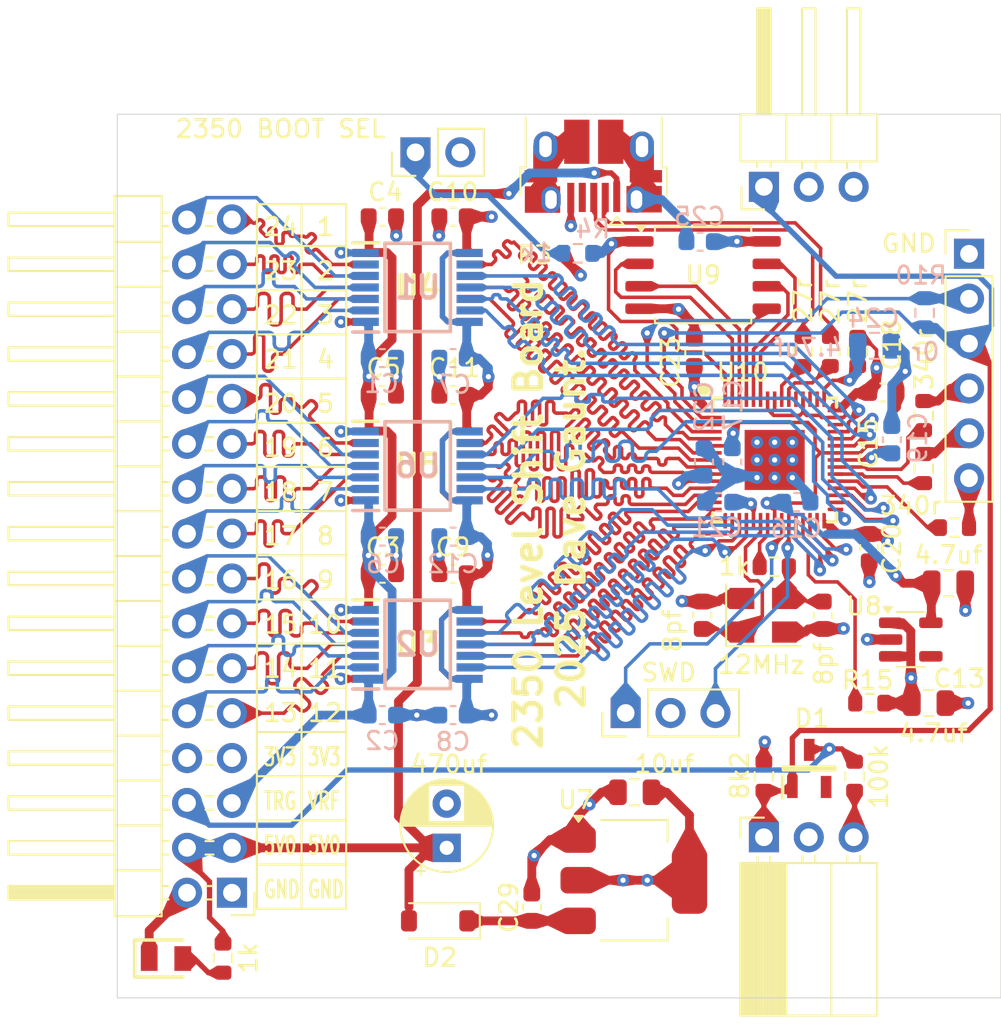
<source format=kicad_pcb>
(kicad_pcb (version 20241229) (generator "pcbnew") (generator_version "9.0")
  (layers (0 "F.Cu" signal) (4 "In1.Cu" power) (6 "In2.Cu" power) (2 "B.Cu" signal) (13 "F.Paste" user) (15 "B.Paste" user) (5 "F.SilkS" user "F.Silkscreen") (7 "B.SilkS" user "B.Silkscreen") (1 "F.Mask" user) (3 "B.Mask" user) (25 "Edge.Cuts" user))
  (net 0 "")
  (net 1 "+5V")
  (net 2 "/2350_1V1")
  (net 3 "EXT_TRIG")
  (net 4 "/DIN3")
  (net 5 "/DIN14")
  (net 6 "/DIN4")
  (net 7 "/DIN22")
  (net 8 "/DIN18")
  (net 9 "/DIN16")
  (net 10 "/DIN5")
  (net 11 "/DIN13")
  (net 12 "/DIN19")
  (net 13 "/DIN1")
  (net 14 "/DIN9")
  (net 15 "/DIN6")
  (net 16 "/DIN24")
  (net 17 "/DIN7")
  (net 18 "/DIN8")
  (net 19 "/DIN21")
  (net 20 "/DIN11")
  (net 21 "/DIN10")
  (net 22 "/DIN15")
  (net 23 "/DIN12")
  (net 24 "/DIN23")
  (net 25 "/DIN2")
  (net 26 "/DIN20")
  (net 27 "/DIN17")
  (net 29 "Net-(U10-VREG_AVDD)")
  (net 30 "Net-(U10-XIN)")
  (net 31 "Net-(C27-Pad2)")
  (net 32 "EXT_CHAIN")
  (net 34 "/2350_USB_D+")
  (net 37 "GND")
  (net 38 "+3V3")
  (net 49 "/2350_USB_D-")
  (net 50 "Net-(J5-Pin_1)")
  (net 51 "/2350_SWDIO")
  (net 52 "/2350_SWCLK")
  (net 53 "/2350_QSPI.~{CS}")
  (net 54 "Net-(U10-USB_DP)")
  (net 55 "Net-(U10-USB_DM)")
  (net 56 "Net-(U10-XOUT)")
  (net 57 "Net-(U10-RUN)")
  (net 58 "/DataInternal1")
  (net 59 "/DataInternal2")
  (net 60 "/DataInternal0")
  (net 61 "/DataInternal3")
  (net 62 "/DataInternal12")
  (net 63 "/DataInternal14")
  (net 64 "/DataInternal15")
  (net 65 "/DataInternal13")
  (net 66 "/DataInternal10")
  (net 67 "/DataInternal9")
  (net 68 "/DataInternal8")
  (net 69 "/DataInternal11")
  (net 70 "/DataInternal21")
  (net 71 "/DataInternal23")
  (net 72 "/DataInternal20")
  (net 73 "/DataInternal22")
  (net 74 "/DataInternal18")
  (net 75 "/DataInternal16")
  (net 76 "/DataInternal17")
  (net 77 "/DataInternal19")
  (net 78 "/DataInternal4")
  (net 79 "/DataInternal5")
  (net 80 "/DataInternal7")
  (net 81 "/DataInternal6")
  (net 83 "/2350_QSPI.SD0")
  (net 84 "/2350_QSPI.SD3")
  (net 85 "/2350_QSPI.SD2")
  (net 86 "/2350_QSPI.SCK")
  (net 87 "/2350_QSPI.SD1")
  (net 92 "Net-(J9-Pin_5)")
  (net 93 "Net-(D2-K)")
  (net 94 "Net-(Power1-A)")
  (net 95 "Net-(J9-Pin_6)")
  (net 96 "Net-(J9-Pin_4)")
  (net 97 "/Blue")
  (net 98 "/Green")
  (net 99 "/Red")
  (net 101 "EXT_VREF")
  (net 102 "V_SYNC")
  (footprint "Capacitor_SMD:C_0805_2012Metric" (layer "F.Cu") (at 159.032299 112.0394 180)
    (property "Reference" "C14" (hide yes))
    (property "Value" "4.7uf")
  )
  (footprint "Connector_PinHeader_2.54mm:PinHeader_2x16_P2.54mm_Horizontal" (layer "F.Cu") (at 118.49 129.55 180)
    (property "Reference" "J2" (hide yes))
    (property "Value" "Conn_02x16_Odd_Even" (hide yes))
  )
  (footprint "MountingHole:MountingHole_2.5mm" (layer "F.Cu") (at 123 88.5)
    (property "Reference" "H1" (hide yes))
    (property "Value" "MountingHole" (hide yes))
  )
  (footprint "Capacitor_THT:CP_Radial_D5.0mm_P2.50mm" (layer "F.Cu") (at 130.6417 127.01 90)
    (property "Reference" "C28" (hide yes))
    (property "Value" "470uf")
  )
  (footprint "Capacitor_SMD:C_0603_1608Metric" (layer "F.Cu") (at 151.95 113.85 90)
    (property "Reference" "C27" (hide yes))
    (property "Value" "8pf")
  )
  (footprint "Package_TO_SOT_SMD:SOT-223-3_TabPin2" (layer "F.Cu") (at 141.2299 128.8428)
    (property "Reference" "U7")
    (property "Value" "LD1117S33TR_SOT223" (hide yes))
  )
  (footprint "Resistor_SMD:R_0603_1608Metric" (layer "F.Cu") (at 148.59 122.9614 90)
    (property "Reference" "R2" (hide yes))
    (property "Value" "8k2")
  )
  (footprint "Capacitor_SMD:C_0603_1608Metric" (layer "F.Cu") (at 131 111.5 180)
    (property "Reference" "C9")
    (property "Value" "100nf" (hide yes))
  )
  (footprint "SamacSys_Parts:SOP65P640X120-14N" (layer "F.Cu") (at 129 105.4)
    (property "Reference" "U5")
    (property "Value" "TXU0104PWR" (hide yes))
  )
  (footprint "Connector_PinHeader_2.54mm:PinHeader_1x06_P2.54mm_Vertical" (layer "F.Cu") (at 160.1978 93.3958)
    (property "Reference" "J9" (hide yes))
    (property "Value" "VGA" (hide yes))
  )
  (footprint "SamacSys_Parts:SOP65P640X120-14N" (layer "F.Cu") (at 129 95.3)
    (property "Reference" "U4")
    (property "Value" "TXU0104PWR" (hide yes))
  )
  (footprint "MountingHole:MountingHole_2.5mm" (layer "F.Cu") (at 159 88.5)
    (property "Reference" "H2" (hide yes))
    (property "Value" "MountingHole" (hide yes))
  )
  (footprint "Resistor_SMD:R_0603_1608Metric" (layer "F.Cu") (at 159.3728 108.8898 180)
    (property "Reference" "R16" (hide yes))
    (property "Value" "340r" (hide yes))
  )
  (footprint "Dave Footprints:USB_Micro-B_Amphenol_10103594-0001LF_Horizontal" (layer "F.Cu") (at 138.938 88.4428 180)
    (property "Reference" "J4" (hide yes))
    (property "Value" "USB_B_Micro" (hide yes))
  )
  (footprint "Resistor_SMD:R_0603_1608Metric" (layer "F.Cu") (at 149.175 111.1 180)
    (property "Reference" "R14" (hide yes))
    (property "Value" "1k")
  )
  (footprint "Resistor_SMD:R_0603_1608Metric" (layer "F.Cu") (at 138.0622 93.3704)
    (property "Reference" "R3")
    (property "Value" "10k" (hide yes))
  )
  (footprint "MountingHole:MountingHole_2.5mm" (layer "F.Cu") (at 159 132.5)
    (property "Reference" "H3" (hide yes))
    (property "Value" "MountingHole" (hide yes))
  )
  (footprint "SamacSys_Parts:SOP65P640X120-14N" (layer "F.Cu") (at 129 115.5)
    (property "Reference" "U3")
    (property "Value" "TXU0104PWR" (hide yes))
  )
  (footprint "Package_TO_SOT_SMD:SOT-23-5" (layer "F.Cu") (at 156.9013 115.2246)
    (property "Reference" "U8")
    (property "Value" "TLV74311PDBVR" (hide yes))
  )
  (footprint "Capacitor_SMD:C_0603_1608Metric" (layer "F.Cu") (at 131 91.3 180)
    (property "Reference" "C10")
    (property "Value" "100nf" (hide yes))
  )
  (footprint "Capacitor_SMD:C_0805_2012Metric" (layer "F.Cu") (at 141.2807 123.8644)
    (property "Reference" "C30" (hide yes))
    (property "Value" "10uf")
  )
  (footprint "Capacitor_SMD:C_0603_1608Metric" (layer "F.Cu") (at 154.55 110.025 90)
    (property "Reference" "C20")
    (property "Value" "100nf" (hide yes))
  )
  (footprint "Capacitor_SMD:C_0603_1608Metric" (layer "F.Cu") (at 127 111.5 180)
    (property "Reference" "C3")
    (property "Value" "100nf" (hide yes))
  )
  (footprint "SamacSys_Parts:SOT96P237X111-3N" (layer "F.Cu") (at 151.1554 122.5164 90)
    (property "Reference" "D1")
    (property "Value" "BAS16LT1G" (hide yes))
  )
  (footprint "Diode_SMD:D_SOD-123" (layer "F.Cu") (at 130.1555 131.1428 180)
    (property "Reference" "D2")
    (property "Value" "B140-E3" (hide yes))
  )
  (footprint "SamacSys_Parts:LEDC2012X90N" (layer "F.Cu") (at 114.7572 133.2738)
    (property "Reference" "Power1" (hide yes))
    (property "Value" "POWER" (hide yes))
  )
  (footprint "Capacitor_SMD:C_0603_1608Metric" (layer "F.Cu") (at 144.653 98.9708 -90)
    (property "Reference" "C23")
    (property "Value" "100nf" (hide yes))
  )
  (footprint "Resistor_SMD:R_0603_1608Metric" (layer "F.Cu") (at 153.9 98.925 -90)
    (property "Reference" "R5" (hide yes))
    (property "Value" "27r")
  )
  (footprint "Dave Footprints:SOIC-8_5.23x5.23mm_P1.27mm" (layer "F.Cu") (at 145.15 94.6)
    (property "Reference" "U9")
    (property "Value" "W25Q16JVSSIQ" (hide yes))
  )
  (footprint "Connector_PinSocket_2.54mm:PinSocket_1x03_P2.54mm_Horizontal" (layer "F.Cu") (at 148.59 126.41 90)
    (property "Reference" "J3" (hide yes))
    (property "Value" "SWD" (hide yes))
  )
  (footprint "Connector_PinHeader_2.54mm:PinHeader_1x02_P2.54mm_Vertical" (layer "F.Cu") (at 128.8746 87.6554 90)
    (property "Reference" "J5" (hide yes))
    (property "Value" "2350 BOOT SEL")
  )
  (footprint "Resistor_SMD:R_0603_1608Metric" (layer "F.Cu") (at 152.35 98.925 90)
    (property "Reference" "R7" (hide yes))
    (property "Value" "27r")
  )
  (footprint "Connector_PinHeader_2.54mm:PinHeader_1x03_P2.54mm_Horizontal" (layer "F.Cu") (at 148.59 89.6112 90)
    (property "Reference" "J7" (hide yes))
    (property "Value" "SWD" (hide yes))
  )
  (footprint "Resistor_SMD:R_0603_1608Metric" (layer "F.Cu") (at 154.5844 118.8212 180)
    (property "Reference" "R15")
    (property "Value" "10k" (hide yes))
  )
  (footprint "Resistor_SMD:R_0603_1608Metric" (layer "F.Cu") (at 153.7208 122.9614 -90)
    (property "Reference" "R1" (hide yes))
    (property "Value" "100k")
  )
  (footprint "Capacitor_SMD:C_0603_1608Metric" (layer "F.Cu") (at 135.4582 130.3678 -90)
    (property "Reference" "C29")
    (property "Value" "100nf" (hide yes))
  )
  (footprint "Connector_PinHeader_2.54mm:PinHeader_1x03_P2.54mm_Vertical" (layer "F.Cu") (at 140.77 119.38 90)
    (property "Reference" "J6" (hide yes))
    (property "Value" "SWD")
  )
  (footprint "Capacitor_SMD:C_0805_2012Metric" (layer "F.Cu") (at 157.9118 118.8212 180)
    (property "Reference" "C13")
    (property "Value" "4.7uf")
  )
  (footprint "Capacitor_SMD:C_0603_1608Metric" (layer "F.Cu") (at 155.321 101.2444 180)
    (property "Reference" "C18")
    (property "Value" "100nf" (hide yes))
  )
  (footprint "Capacitor_SMD:C_0603_1608Metric" (layer "F.Cu") (at 127 91.3 180)
    (property "Reference" "C4")
    (property "Value" "100nf" (hide yes))
  )
  (footprint "Resistor_SMD:R_0603_1608Metric" (layer "F.Cu") (at 157.6324 105.5492 -90)
    (property "Reference" "R13" (hide yes))
    (property "Value" "340r")
  )
  (footprint "RP2350_KiCad-main:RP2350A_QFN-60_EP_7.75x7.75_Pitch0.4mm" (layer "F.Cu") (at 149.2 105.0625)
    (property "Reference" "U10")
    (property "Value" "RP2350A-QFN60" (hide yes))
  )
  (footprint "Capacitor_SMD:C_0603_1608Metric" (layer "F.Cu") (at 127 101.4 180)
    (property "Reference" "C5")
    (property "Value" "100nf" (hide yes))
  )
  (footprint "Capacitor_SMD:C_0603_1608Metric" (layer "F.Cu") (at 131 101.4 180)
    (property "Reference" "C11")
    (property "Value" "100nf" (hide yes))
  )
  (footprint "Capacitor_SMD:C_0603_1608Metric" (layer "F.Cu") (at 155.829 103.9114 -90)
    (property "Reference" "C15")
    (property "Value" "100nf" (hide yes))
  )
  (footprint "Resistor_SMD:R_0603_1608Metric" (layer "F.Cu") (at 157.6324 102.553 -90)
    (property "Reference" "R12" (hide yes))
    (property "Value" "340r")
  )
  (footprint "Resistor_SMD:R_0603_1608Metric" (layer "F.Cu") (at 117.983 133.2484 90)
    (property "Reference" "R8" (hide yes))
    (property "Value" "1k")
  )
  (footprint "MountingHole:MountingHole_2.5mm" (layer "F.Cu") (at 123 132.5)
    (property "Reference" "H4" (hide yes))
    (property "Value" "MountingHole" (hide yes))
  )
  (footprint "Resistor_SMD:R_0603_1608Metric" (layer "F.Cu") (at 150.8 98.925 90)
    (property "Reference" "R6" (hide yes))
    (property "Value" "27r")
  )
  (footprint "Capacitor_SMD:C_0603_1608Metric" (layer "F.Cu") (at 145.1 113.85 -90)
    (property "Reference" "C26" (hide yes))
    (property "Value" "8pf")
  )
  (footprint "Crystal:Crystal_SMD_SeikoEpson_FA238V-4Pin_3.2x2.5mm" (layer "F.Cu") (at 148.55 113.85)
    (property "Reference" "Y1" (hide yes))
    (property "Value" "12MHz")
  )
  (footprint "SamacSys_Parts:SOP65P640X120-14N" (layer "B.Cu") (at 129 95.3)
    (property "Reference" "U1")
    (property "Value" "TXU0104PWR" (hide yes))
  )
  (footprint "Capacitor_SMD:C_0603_1608Metric" (layer "B.Cu") (at 146.025 107.45)
    (property "Reference" "C21")
    (property "Value" "100nf" (hide yes))
  )
  (footprint "Resistor_SMD:R_0603_1608Metric" (layer "B.Cu") (at 157.6832 96.7364 -90)
    (property "Reference" "R10")
    (property "Value" "0r")
  )
  (footprint "SamacSys_Parts:SOP65P640X120-14N" (layer "B.Cu") (at 129 105.4)
    (property "Reference" "U6")
    (property "Value" "TXU0104PWR" (hide yes))
  )
  (footprint "Capacitor_SMD:C_0603_1608Metric" (layer "B.Cu") (at 127 119.5 180)
    (property "Reference" "C2")
    (property "Value" "100nf" (hide yes))
  )
  (footprint "Capacitor_SMD:C_0603_1608Metric" (layer "B.Cu") (at 127 99.3 180)
    (property "Reference" "C1")
    (property "Value" "100nf" (hide yes))
  )
  (footprint "Capacitor_SMD:C_0603_1608Metric" (layer "B.Cu") (at 131 99.3 180)
    (property "Reference" "C7")
    (property "Value" "100nf" (hide yes))
  )
  (footprint "Capacitor_SMD:C_0603_1608Metric" (layer "B.Cu") (at 155.829 103.9114 -90)
    (property "Reference" "C19")
    (property "Value" "100nf" (hide yes))
  )
  (footprint "Resistor_SMD:R_0603_1608Metric" (layer "B.Cu") (at 138.0622 93.3704 180)
    (property "Reference" "R4")
    (property "Value" "1k")
  )
  (footprint "Capacitor_SMD:C_0603_1608Metric" (layer "B.Cu") (at 127 109.4 180)
    (property "Reference" "C6")
    (property "Value" "100nf" (hide yes))
  )
  (footprint "SamacSys_Parts:SOP65P640X120-14N" (layer "B.Cu") (at 129 115.5)
    (property "Reference" "U2")
    (property "Value" "TXU0104PWR" (hide yes))
  )
  (footprint "Capacitor_SMD:C_0603_1608Metric" (layer "B.Cu") (at 146.8 105.175 90)
    (property "Reference" "C17")
    (property "Value" "100nf" (hide yes))
  )
  (footprint "Capacitor_SMD:C_0603_1608Metric" (layer "B.Cu") (at 144.9832 92.71)
    (property "Reference" "C25")
    (property "Value" "100nf" (hide yes))
  )
  (footprint "Capacitor_SMD:C_0603_1608Metric" (layer "B.Cu") (at 145.2 105.175 -90)
    (property "Reference" "C22")
    (property "Value" "100nf" (hide yes))
  )
  (footprint "Capacitor_SMD:C_0805_2012Metric" (layer "B.Cu") (at 154.8536 98.6028 180)
    (property "Reference" "C24")
    (property "Value" "4.7uf")
  )
  (footprint "Capacitor_SMD:C_0603_1608Metric" (layer "B.Cu") (at 150.45 107.45 180)
    (property "Reference" "C16")
    (property "Value" "100nf" (hide yes))
  )
  (footprint "Capacitor_SMD:C_0603_1608Metric" (layer "B.Cu") (at 131 109.4 180)
    (property "Reference" "C12")
    (property "Value" "100nf" (hide yes))
  )
  (footprint "Capacitor_SMD:C_0603_1608Metric" (layer "B.Cu") (at 131 119.5 180)
    (property "Reference" "C8")
    (property "Value" "100nf" (hide yes))
  )
  (gr_line (start 119.954029 110.456) (end 124.954029 110.456) (stroke (width 0.12)) (layer "F.SilkS"))
  (gr_line (start 119.954029 120.456) (end 124.954029 120.456) (stroke (width 0.12)) (layer "F.SilkS"))
  (gr_line (start 119.954029 127.956) (end 124.954029 127.956) (stroke (width 0.12)) (layer "F.SilkS"))
  (gr_line (start 119.954029 107.956) (end 124.954029 107.956) (stroke (width 0.12)) (layer "F.SilkS"))
  (gr_line (start 119.954029 105.456) (end 124.954029 105.456) (stroke (width 0.12)) (layer "F.SilkS"))
  (gr_line (start 119.954029 95.456) (end 124.954029 95.456) (stroke (width 0.12)) (layer "F.SilkS"))
  (gr_line (start 119.954029 112.956) (end 124.954029 112.956) (stroke (width 0.12)) (layer "F.SilkS"))
  (gr_line (start 119.954029 92.956) (end 124.954029 92.956) (stroke (width 0.12)) (layer "F.SilkS"))
  (gr_line (start 119.954029 117.956) (end 124.954029 117.956) (stroke (width 0.12)) (layer "F.SilkS"))
  (gr_line (start 119.954029 125.456) (end 124.954029 125.456) (stroke (width 0.12)) (layer "F.SilkS"))
  (gr_line (start 119.954029 97.956) (end 124.954029 97.956) (stroke (width 0.12)) (layer "F.SilkS"))
  (gr_line (start 119.954029 122.956) (end 124.954029 122.956) (stroke (width 0.12)) (layer "F.SilkS"))
  (gr_line (start 122.428 90.586949) (end 122.427999 130.456) (stroke (width 0.12)) (layer "F.SilkS"))
  (gr_rect (start 119.90197 90.586949) (end 124.954029 130.456) (stroke (width 0.12)) (fill no) (layer "F.SilkS"))
  (gr_line (start 119.954029 115.456) (end 124.954029 115.456) (stroke (width 0.12)) (layer "F.SilkS"))
  (gr_line (start 119.954029 100.456) (end 124.954029 100.456) (stroke (width 0.12)) (layer "F.SilkS"))
  (gr_line (start 119.954029 102.956) (end 124.954029 102.956) (stroke (width 0.12)) (layer "F.SilkS"))
  (gr_line (start 112 135.5) (end 162 135.5) (stroke (width 0.05)) (layer "Edge.Cuts"))
  (gr_line (start 112 85.5) (end 162 85.5) (stroke (width 0.05)) (layer "Edge.Cuts"))
  (gr_line (start 112 85.5) (end 112 135.5) (stroke (width 0.05)) (layer "Edge.Cuts"))
  (gr_line (start 162 135.5) (end 162 85.5) (stroke (width 0.05)) (layer "Edge.Cuts"))
  (gr_text "15" (at 120.204029 114.956 0) (layer "F.SilkS") (effects (font (size 1 1)) (justify left bottom)))
  (gr_text "GND" (at 120.204029 129.956 0) (layer "F.SilkS") (effects (font (size 1 0.66)) (justify left bottom)))
  (gr_text "2350 Level Shift Board\n  2025 Dave Gaunt." (at 138.557 121.6152 90) (layer "F.SilkS") (effects (font (size 1.5 1.5) (thickness 0.3) (bold yes)) (justify left bottom)))
  (gr_text "21" (at 120.204029 99.956 0) (layer "F.SilkS") (effects (font (size 1 1)) (justify left bottom)))
  (gr_text "20" (at 120.204029 102.456 0) (layer "F.SilkS") (effects (font (size 1 1)) (justify left bottom)))
  (gr_text "TRG" (at 120.204029 124.956 0) (layer "F.SilkS") (effects (font (size 1 0.66)) (justify left bottom)))
  (gr_text "11" (at 122.704029 117.456 0) (layer "F.SilkS") (effects (font (size 1 1)) (justify left bottom)))
  (gr_text "23" (at 120.204029 94.956 0) (layer "F.SilkS") (effects (font (size 1 1)) (justify left bottom)))
  (gr_text "18" (at 120.204029 107.456 0) (layer "F.SilkS") (effects (font (size 1 1)) (justify left bottom)))
  (gr_text "7" (at 123.204029 107.456 0) (layer "F.SilkS") (effects (font (size 1 1)) (justify left bottom)))
  (gr_text "3V3" (at 120.204029 122.456 0) (layer "F.SilkS") (effects (font (size 1 0.66)) (justify left bottom)))
  (gr_text "12" (at 122.704029 119.956 0) (layer "F.SilkS") (effects (font (size 1 1)) (justify left bottom)))
  (gr_text "GND" (at 122.704029 129.956 0) (layer "F.SilkS") (effects (font (size 1 0.66)) (justify left bottom)))
  (gr_text "5" (at 123.204029 102.456 0) (layer "F.SilkS") (effects (font (size 1 1)) (justify left bottom)))
  (gr_text "10" (at 122.704029 114.956 0) (layer "F.SilkS") (effects (font (size 1 1)) (justify left bottom)))
  (gr_text "GND" (at 155.1686 93.3958 0) (layer "F.SilkS") (effects (font (size 1 1)) (justify left bottom)))
  (gr_text "24" (at 120.204029 92.456 0) (layer "F.SilkS") (effects (font (size 1 1)) (justify left bottom)))
  (gr_text "22" (at 120.204029 97.456 0) (layer "F.SilkS") (effects (font (size 1 1)) (justify left bottom)))
  (gr_text "5V0" (at 122.704029 127.456 0) (layer "F.SilkS") (effects (font (size 1 0.66)) (justify left bottom)))
  (gr_text "2" (at 123.204029 94.956 0) (layer "F.SilkS") (effects (font (size 1 1)) (justify left bottom)))
  (gr_text "3" (at 123.204029 97.456 0) (layer "F.SilkS") (effects (font (size 1 1)) (justify left bottom)))
  (gr_text "5V0" (at 120.204029 127.456 0) (layer "F.SilkS") (effects (font (size 1 0.66)) (justify left bottom)))
  (gr_text "3V3" (at 122.704029 122.456 0) (layer "F.SilkS") (effects (font (size 1 0.66)) (justify left bottom)))
  (gr_text "8" (at 123.204029 109.956 0) (layer "F.SilkS") (effects (font (size 1 1)) (justify left bottom)))
  (gr_text "9" (at 123.204029 112.456 0) (layer "F.SilkS") (effects (font (size 1 1)) (justify left bottom)))
  (gr_text "17" (at 120.204029 109.956 0) (layer "F.SilkS") (effects (font (size 1 1)) (justify left bottom)))
  (gr_text "6" (at 123.204029 104.956 0) (layer "F.SilkS") (effects (font (size 1 1)) (justify left bottom)))
  (gr_text "13" (at 120.204029 119.956 0) (layer "F.SilkS") (effects (font (size 1 1)) (justify left bottom)))
  (gr_text "14" (at 120.204029 117.456 0) (layer "F.SilkS") (effects (font (size 1 1)) (justify left bottom)))
  (gr_text "4" (at 123.204029 99.956 0) (layer "F.SilkS") (effects (font (size 1 1)) (justify left bottom)))
  (gr_text "16" (at 120.204029 112.456 0) (layer "F.SilkS") (effects (font (size 1 1)) (justify left bottom)))
  (gr_text "VRF" (at 122.704029 124.956 0) (layer "F.SilkS") (effects (font (size 1 0.66)) (justify left bottom)))
  (gr_text "19" (at 120.204029 104.956 0) (layer "F.SilkS") (effects (font (size 1 1)) (justify left bottom)))
  (gr_text "1" (at 123.204029 92.456 0) (layer "F.SilkS") (effects (font (size 1 1)) (justify left bottom)))
  (segment (start 129.7586 127.01) (end 130.6417 127.01) (width 0.5) (layer "F.Cu") (net 1))
  (segment (start 118.49 127.01) (end 130.6417 127.01) (width 0.5) (layer "F.Cu") (net 1))
  (segment (start 117.221 128.9304) (end 115.95 127.6594) (width 0.3) (layer "F.Cu") (net 1))
  (segment (start 128.5055 128.2631) (end 129.7586 127.01) (width 0.5) (layer "F.Cu") (net 1))
  (segment (start 140.263 90.2078) (end 140.263 89.1328) (width 0.3) (layer "F.Cu") (net 1))
  (segment (start 139.954 88.8238) (end 138.9888 88.8238) (width 0.3) (layer "F.Cu") (net 1))
  (segment (start 130.6417 127.01) (end 129.7024 127.01) (width 0.5) (layer "F.Cu") (net 1))
  (segment (start 129.7024 127.01) (end 127.9144 125.222) (width 0.5) (layer "F.Cu") (net 1))
  (segment (start 127.9144 118.7196) (end 128.9812 117.6528) (width 0.5) (layer "F.Cu") (net 1))
  (segment (start 128.9812 117.6528) (end 128.9812 90.6526) (width 0.5) (layer "F.Cu") (net 1))
  (segment (start 129.6416 89.9922) (end 134.1628 89.9922) (width 0.5) (layer "F.Cu") (net 1))
  (segment (start 117.983 132.4234) (end 117.983 131.7244) (width 0.3) (layer "F.Cu") (net 1))
  (segment (start 140.263 89.1328) (end 139.954 88.8238) (width 0.3) (layer "F.Cu") (net 1))
  (segment (start 117.221 130.9624) (end 117.221 128.9304) (width 0.3) (layer "F.Cu") (net 1))
  (segment (start 117.983 131.7244) (end 117.221 130.9624) (width 0.3) (layer "F.Cu") (net 1))
  (segment (start 128.5055 130.3668) (end 128.5055 128.2631) (width 0.5) (layer "F.Cu") (net 1))
  (segment (start 127.9144 125.222) (end 127.9144 118.7196) (width 0.5) (layer "F.Cu") (net 1))
  (segment (start 128.9812 90.6526) (end 129.6416 89.9922) (width 0.5) (layer "F.Cu") (net 1))
  (via (at 138.9888 88.8238) (size 0.7) (drill 0.3) (layers "F.Cu" "B.Cu") (net 1))
  (via (at 134.1628 89.9922) (size 0.7) (drill 0.3) (layers "F.Cu" "B.Cu") (net 1))
  (segment (start 118.49 127.01) (end 115.95 127.01) (width 0.5) (layer "B.Cu") (net 1))
  (segment (start 134.1628 89.9922) (end 135.3312 88.8238) (width 0.5) (layer "B.Cu") (net 1))
  (segment (start 135.3312 88.8238) (end 138.9888 88.8238) (width 0.5) (layer "B.Cu") (net 1))
  (segment (start 151.7875 104.6625) (end 151.9 104.6625) (width 0.2) (layer "F.Cu") (net 2))
  (segment (start 151.0773 102.9398) (end 147.1994 102.9398) (width 0.2) (layer "F.Cu") (net 2))
  (segment (start 148.753825 107.499852) (end 151.100148 107.499852) (width 0.2) (layer "F.Cu") (net 2))
  (segment (start 156.4894 112.0394) (end 158.082299 112.0394) (width 0.5) (layer "F.Cu") (net 2))
  (segment (start 146.85 103.2892) (end 146.85 103.55) (width 0.2) (layer "F.Cu") (net 2))
  (segment (start 149.2 107.7625) (end 149.2 108.5) (width 0.2) (layer "F.Cu") (net 2))
  (segment (start 151.7795 104.6625) (end 151.4856 104.3686) (width 0.2) (layer "F.Cu") (net 2))
  (segment (start 151.100148 107.499852) (end 151.5 107.1) (width 0.2) (layer "F.Cu") (net 2))
  (segment (start 146.5 104.2625) (end 145.7625 104.2625) (width 0.2) (layer "F.Cu") (net 2))
  (segment (start 154.037329 104.661457) (end 154.41809 104.280696) (width 0.2) (layer "F.Cu") (net 2))
  (segment (start 154.41809 104.280696) (end 154.956568 104.280696) (width 0.2) (layer "F.Cu") (net 2))
  (segment (start 148.937352 107.499852) (end 149.2 107.7625) (width 0.2) (layer "F.Cu") (net 2))
  (segment (start 151.5 104.95) (end 151.7875 104.6625) (width 0.2) (layer "F.Cu") (net 2))
  (segment (start 148.753825 107.499852) (end 148.937352 107.499852) (width 0.2) (layer "F.Cu") (net 2))
  (segment (start 147.1994 102.9398) (end 146.85 103.2892) (width 0.2) (layer "F.Cu") (net 2))
  (segment (start 155.362272 104.6864) (end 155.829 104.6864) (width 0.2) (layer "F.Cu") (net 2))
  (segment (start 151.4856 104.3686) (end 151.4856 103.3481) (width 0.2) (layer "F.Cu") (net 2))
  (segment (start 154.956568 104.280696) (end 155.362272 104.6864) (width 0.2) (layer "F.Cu") (net 2))
  (segment (start 154.037329 104.6625) (end 154.037329 104.661457) (width 0.2) (layer "F.Cu") (net 2))
  (segment (start 158.0642 114.2492) (end 158.0642 112) (width 0.5) (layer "F.Cu") (net 2))
  (segment (start 151.9 104.6625) (end 151.7795 104.6625) (width 0.2) (layer "F.Cu") (net 2))
  (segment (start 151.4856 103.3481) (end 151.0773 102.9398) (width 0.2) (layer "F.Cu") (net 2))
  (segment (start 151.9 104.6625) (end 152.6375 104.6625) (width 0.2) (layer "F.Cu") (net 2))
  (segment (start 146.85 103.55) (end 146.85 103.9125) (width 0.2) (layer "F.Cu") (net 2))
  (segment (start 146.85 103.9125) (end 146.5 104.2625) (width 0.2) (layer "F.Cu") (net 2))
  (segment (start 151.5 107.1) (end 151.5 104.95) (width 0.2) (layer "F.Cu") (net 2))
  (segment (start 152.6375 104.6625) (end 154.037329 104.6625) (width 0.2) (layer "F.Cu") (net 2))
  (segment (start 156.0576 111.6076) (end 156.4894 112.0394) (width 0.5) (layer "F.Cu") (net 2))
  (via (at 148.753825 107.499852) (size 0.7) (drill 0.3) (layers "F.Cu" "B.Cu") (net 2))
  (via (at 156.0576 111.6076) (size 0.7) (drill 0.3) (layers "F.Cu" "B.Cu") (net 2))
  (via (at 146.85 103.55) (size 0.7) (drill 0.3) (layers "F.Cu" "B.Cu") (net 2))
  (segment (start 146.8 103.6) (end 146.85 103.55) (width 0.5) (layer "B.Cu") (net 2))
  (segment (start 151.1808 108.585) (end 151.8666 109.2708) (width 0.3) (layer "B.Cu") (net 2))
  (segment (start 148.803677 107.45) (end 148.753825 107.499852) (width 0.5) (layer "B.Cu") (net 2))
  (segment (start 150.698304 108.147) (end 151.136304 108.585) (width 0.2) (layer "B.Cu") (net 2))
  (segment (start 156.0576 111.5568) (end 153.7716 109.2708) (width 0.5) (layer "B.Cu") (net 2))
  (segment (start 146.8 104.4) (end 146.8 103.6) (width 0.5) (layer "B.Cu") (net 2))
  (segment (start 150.1332 108.147) (end 150.698304 108.147) (width 0.2) (layer "B.Cu") (net 2))
  (segment (start 151.8666 109.2708) (end 152.1714 109.2708) (width 0.3) (layer "B.Cu") (net 2))
  (segment (start 156.0576 111.6076) (end 156.0576 111.5568) (width 0.5) (layer "B.Cu") (net 2))
  (segment (start 153.7716 109.2708) (end 152.1714 109.2708) (width 0.5) (layer "B.Cu") (net 2))
  (segment (start 148.753825 107.499852) (end 149.625148 107.499852) (width 0.5) (layer "B.Cu") (net 2))
  (segment (start 149.675 107.6888) (end 150.1332 108.147) (width 0.2) (layer "B.Cu") (net 2))
  (segment (start 151.136304 108.585) (end 151.1808 108.585) (width 0.2) (layer "B.Cu") (net 2))
  (segment (start 153.7208 122.1364) (end 152.9964 121.412) (width 0.3) (layer "F.Cu") (net 3))
  (segment (start 152.9964 121.412) (end 151.1554 121.412) (width 0.3) (layer "F.Cu") (net 3))
  (via (at 152.2984 121.412) (size 0.7) (drill 0.3) (layers "F.Cu" "B.Cu") (net 3))
  (segment (start 121.8692 125.73) (end 117.21 125.73) (width 0.3) (layer "B.Cu") (net 3))
  (segment (start 151.1046 122.6058) (end 124.9934 122.6058) (width 0.3) (layer "B.Cu") (net 3))
  (segment (start 117.21 125.73) (end 115.95 124.47) (width 0.3) (layer "B.Cu") (net 3))
  (segment (start 124.9934 122.6058) (end 121.8692 125.73) (width 0.3) (layer "B.Cu") (net 3))
  (segment (start 152.2984 121.412) (end 151.1046 122.6058) (width 0.3) (layer "B.Cu") (net 3))
  (segment (start 121.944592 95.908225) (end 121.944592 96.262) (width 0.2) (layer "F.Cu") (net 4))
  (segment (start 119.934592 96.262) (end 119.934592 95.908225) (width 0.2) (layer "F.Cu") (net 4))
  (segment (start 118.49 96.53) (end 119.666592 96.53) (width 0.2) (layer "F.Cu") (net 4))
  (segment (start 120.604592 95.908225) (end 120.604592 97.151775) (width 0.2) (layer "F.Cu") (net 4))
  (segment (start 121.274592 97.151775) (end 121.274592 95.908225) (width 0.2) (layer "F.Cu") (net 4))
  (segment (start 122.212592 96.53) (end 122.6974 96.53) (width 0.2) (layer "F.Cu") (net 4))
  (segment (start 122.6974 96.53) (end 122.713433 96.513967) (width 0.2) (layer "F.Cu") (net 4))
  (segment (start 120.872592 97.419775) (end 121.006592 97.419775) (width 0.2) (layer "F.Cu") (net 4))
  (segment (start 123.9274 95.3) (end 126.062 95.3) (width 0.2) (layer "F.Cu") (net 4))
  (segment (start 122.713433 96.513967) (end 123.9274 95.3) (width 0.2) (layer "F.Cu") (net 4))
  (segment (start 121.542592 95.640225) (end 121.676592 95.640225) (width 0.2) (layer "F.Cu") (net 4))
  (segment (start 120.202592 95.640225) (end 120.336592 95.640225) (width 0.2) (layer "F.Cu") (net 4))
  (arc (start 121.944592 96.262) (mid 122.023087 96.451505) (end 122.212592 96.53) (width 0.2) (layer "F.Cu") (net 4))
  (arc (start 121.676592 95.640225) (mid 121.866097 95.71872) (end 121.944592 95.908225) (width 0.2) (layer "F.Cu") (net 4))
  (arc (start 120.336592 95.640225) (mid 120.526097 95.71872) (end 120.604592 95.908225) (width 0.2) (layer "F.Cu") (net 4))
  (arc (start 120.604592 97.151775) (mid 120.683087 97.34128) (end 120.872592 97.419775) (width 0.2) (layer "F.Cu") (net 4))
  (arc (start 121.006592 97.419775) (mid 121.196097 97.34128) (end 121.274592 97.151775) (width 0.2) (layer "F.Cu") (net 4))
  (arc (start 119.666592 96.53) (mid 119.856097 96.451505) (end 119.934592 96.262) (width 0.2) (layer "F.Cu") (net 4))
  (arc (start 119.934592 95.908225) (mid 120.013087 95.71872) (end 120.202592 95.640225) (width 0.2) (layer "F.Cu") (net 4))
  (arc (start 121.274592 95.908225) (mid 121.353087 95.71872) (end 121.542592 95.640225) (width 0.2) (layer "F.Cu") (net 4))
  (segment (start 121.4138 115.33) (end 121.4138 115.882249) (width 0.2) (layer "B.Cu") (net 5))
  (segment (start 121.6538 116.122249) (end 121.7738 116.122249) (width 0.2) (layer "B.Cu") (net 5))
  (segment (start 117.1448 115.57) (end 120.5738 115.57) (width 0.2) (layer "B.Cu") (net 5))
  (segment (start 121.0538 115.017755) (end 121.1738 115.017755) (width 0.2) (layer "B.Cu") (net 5))
  (segment (start 122.0138 115.882249) (end 122.0138 115.81) (width 0.2) (layer "B.Cu") (net 5))
  (segment (start 122.2538 115.57) (end 123.3678 115.57) (width 0.2) (layer "B.Cu") (net 5))
  (segment (start 120.8138 115.33) (end 120.8138 115.257755) (width 0.2) (layer "B.Cu") (net 5))
  (segment (start 123.946721 116.148921) (end 126.062 116.148921) (width 0.2) (layer "B.Cu") (net 5))
  (segment (start 123.3678 115.57) (end 123.946721 116.148921) (width 0.2) (layer "B.Cu") (net 5))
  (segment (start 121.4138 115.257755) (end 121.4138 115.33) (width 0.2) (layer "B.Cu") (net 5))
  (segment (start 115.95 116.7648) (end 117.1448 115.57) (width 0.2) (layer "B.Cu") (net 5))
  (arc (start 120.8138 115.257755) (mid 120.884094 115.088049) (end 121.0538 115.017755) (width 0.2) (layer "B.Cu") (net 5))
  (arc (start 120.5738 115.57) (mid 120.743506 115.499706) (end 120.8138 115.33) (width 0.2) (layer "B.Cu") (net 5))
  (arc (start 121.4138 115.882249) (mid 121.484094 116.051955) (end 121.6538 116.122249) (width 0.2) (layer "B.Cu") (net 5))
  (arc (start 121.1738 115.017755) (mid 121.343506 115.088049) (end 121.4138 115.257755) (width 0.2) (layer "B.Cu") (net 5))
  (arc (start 122.0138 115.81) (mid 122.084094 115.640294) (end 122.2538 115.57) (width 0.2) (layer "B.Cu") (net 5))
  (arc (start 121.7738 116.122249) (mid 121.943506 116.051955) (end 122.0138 115.882249) (width 0.2) (layer "B.Cu") (net 5))
  (segment (start 118.49 99.07) (end 119.573119 99.07) (width 0.2) (layer "F.Cu") (net 6))
  (segment (start 120.287119 98.158746) (end 120.287119 99.831276) (width 0.2) (layer "F.Cu") (net 6))
  (segment (start 121.402 99.07) (end 124.522 95.95) (width 0.2) (layer "F.Cu") (net 6))
  (segment (start 121.001119 99.07) (end 121.402 99.07) (width 0.2) (layer "F.Cu") (net 6))
  (segment (start 119.981119 97.954746) (end 120.083119 97.954746) (width 0.2) (layer "F.Cu") (net 6))
  (segment (start 120.491119 100.035276) (end 120.593119 100.035276) (width 0.2) (layer "F.Cu") (net 6))
  (segment (start 119.777119 98.866) (end 119.777119 98.158746) (width 0.2) (layer "F.Cu") (net 6))
  (segment (start 124.522 95.95) (end 126.062 95.95) (width 0.2) (layer "F.Cu") (net 6))
  (segment (start 120.797119 99.831276) (end 120.797119 99.274) (width 0.2) (layer "F.Cu") (net 6))
  (arc (start 120.797119 99.274) (mid 120.856869 99.12975) (end 121.001119 99.07) (width 0.2) (layer "F.Cu") (net 6))
  (arc (start 119.777119 98.158746) (mid 119.836869 98.014496) (end 119.981119 97.954746) (width 0.2) (layer "F.Cu") (net 6))
  (arc (start 120.083119 97.954746) (mid 120.227369 98.014496) (end 120.287119 98.158746) (width 0.2) (layer "F.Cu") (net 6))
  (arc (start 120.593119 100.035276) (mid 120.737369 99.975526) (end 120.797119 99.831276) (width 0.2) (layer "F.Cu") (net 6))
  (arc (start 120.287119 99.831276) (mid 120.346869 99.975526) (end 120.491119 100.035276) (width 0.2) (layer "F.Cu") (net 6))
  (arc (start 119.573119 99.07) (mid 119.717369 99.01025) (end 119.777119 98.866) (width 0.2) (layer "F.Cu") (net 6))
  (segment (start 116.9416 95.25) (end 120.015 95.25) (width 0.2) (layer "B.Cu") (net 7))
  (segment (start 120.855 94.554723) (end 120.855 95.01) (width 0.2) (layer "B.Cu") (net 7))
  (segment (start 120.255 95.01) (end 120.255 94.554723) (width 0.2) (layer "B.Cu") (net 7))
  (segment (start 122.032797 95.261197) (end 122.7216 95.95) (width 0.2) (layer "B.Cu") (net 7))
  (segment (start 121.095 95.25) (end 122.0216 95.25) (width 0.2) (layer "B.Cu") (net 7))
  (segment (start 115.95 96.2416) (end 116.9416 95.25) (width 0.2) (layer "B.Cu") (net 7))
  (segment (start 122.7216 95.95) (end 126.062 95.95) (width 0.2) (layer "B.Cu") (net 7))
  (segment (start 120.495 94.314723) (end 120.615 94.314723) (width 0.2) (layer "B.Cu") (net 7))
  (segment (start 122.0216 95.25) (end 122.032797 95.261197) (width 0.2) (layer "B.Cu") (net 7))
  (arc (start 120.855 95.01) (mid 120.925294 95.179706) (end 121.095 95.25) (width 0.2) (layer "B.Cu") (net 7))
  (arc (start 120.615 94.314723) (mid 120.784706 94.385017) (end 120.855 94.554723) (width 0.2) (layer "B.Cu") (net 7))
  (arc (start 120.015 95.25) (mid 120.184706 95.179706) (end 120.255 95.01) (width 0.2) (layer "B.Cu") (net 7))
  (arc (start 120.255 94.554723) (mid 120.325294 94.385017) (end 120.495 94.314723) (width 0.2) (layer "B.Cu") (net 7))
  (segment (start 120.3434 106.062952) (end 120.3434 105.6246) (width 0.2) (layer "B.Cu") (net 8))
  (segment (start 122.6566 105.3846) (end 121.1834 105.3846) (width 0.2) (layer "B.Cu") (net 8))
  (segment (start 126.062 106.05) (end 123.322 106.05) (width 0.2) (layer "B.Cu") (net 8))
  (segment (start 123.322 106.05) (end 122.6566 105.3846) (width 0.2) (layer "B.Cu") (net 8))
  (segment (start 116.8908 105.3846) (end 120.1034 105.3846) (width 0.2) (layer "B.Cu") (net 8))
  (segment (start 120.9434 105.6246) (end 120.9434 106.062952) (width 0.2) (layer "B.Cu") (net 8))
  (segment (start 116.8908 105.3846) (end 115.95 106.3254) (width 0.2) (layer "B.Cu") (net 8))
  (segment (start 120.7034 106.302952) (end 120.5834 106.302952) (width 0.2) (layer "B.Cu") (net 8))
  (arc (start 120.5834 106.302952) (mid 120.413694 106.232658) (end 120.3434 106.062952) (width 0.2) (layer "B.Cu") (net 8))
  (arc (start 120.9434 106.062952) (mid 120.873106 106.232658) (end 120.7034 106.302952) (width 0.2) (layer "B.Cu") (net 8))
  (arc (start 121.1834 105.3846) (mid 121.013694 105.454894) (end 120.9434 105.6246) (width 0.2) (layer "B.Cu") (net 8))
  (arc (start 120.3434 105.6246) (mid 120.273106 105.454894) (end 120.1034 105.3846) (width 0.2) (layer "B.Cu") (net 8))
  (segment (start 120.5484 110.49) (end 124.907321 114.848921) (width 0.2) (layer "B.Cu") (net 9))
  (segment (start 117.0686 110.49) (end 120.5484 110.49) (width 0.2) (layer "B.Cu") (net 9))
  (segment (start 115.95 111.6086) (end 117.0686 110.49) (width 0.2) (layer "B.Cu") (net 9))
  (segment (start 124.907321 114.848921) (end 126.062 114.848921) (width 0.2) (layer "B.Cu") (net 9))
  (segment (start 123.134308 101.774872) (end 123.212089 101.852653) (width 0.2) (layer "F.Cu") (net 10))
  (segment (start 121.443458 101.61) (end 121.8284 101.61) (width 0.2) (layer "F.Cu") (net 10))
  (segment (start 120.893458 102.416775) (end 121.003458 102.416775) (width 0.2) (layer "F.Cu") (net 10))
  (segment (start 121.8284 101.61) (end 122.252664 102.034264) (width 0.2) (layer "F.Cu") (net 10))
  (segment (start 120.123458 101.39) (end 120.123458 101.023225) (width 0.2) (layer "F.Cu") (net 10))
  (segment (start 120.343458 100.803225) (end 120.453458 100.803225) (width 0.2) (layer "F.Cu") (net 10))
  (segment (start 124.3184 104.1) (end 126.062 104.1) (width 0.2) (layer "F.Cu") (net 10))
  (segment (start 122.952698 102.734299) (end 124.3184 104.1) (width 0.2) (layer "F.Cu") (net 10))
  (segment (start 123.21209 102.163781) (end 122.952697 102.423171) (width 0.2) (layer "F.Cu") (net 10))
  (segment (start 122.56379 102.034264) (end 122.823182 101.774873) (width 0.2) (layer "F.Cu") (net 10))
  (segment (start 121.223458 102.196775) (end 121.223458 101.83) (width 0.2) (layer "F.Cu") (net 10))
  (segment (start 120.673458 101.023225) (end 120.673458 102.196775) (width 0.2) (layer "F.Cu") (net 10))
  (segment (start 118.49 101.61) (end 119.903458 101.61) (width 0.2) (layer "F.Cu") (net 10))
  (arc (start 121.003458 102.416775) (mid 121.159021 102.352338) (end 121.223458 102.196775) (width 0.2) (layer "F.Cu") (net 10))
  (arc (start 122.823182 101.774873) (mid 122.978744 101.710436) (end 123.134308 101.774872) (width 0.2) (layer "F.Cu") (net 10))
  (arc (start 120.453458 100.803225) (mid 120.609021 100.867662) (end 120.673458 101.023225) (width 0.2) (layer "F.Cu") (net 10))
  (arc (start 123.212089 101.852653) (mid 123.276525 102.008217) (end 123.21209 102.163781) (width 0.2) (layer "F.Cu") (net 10))
  (arc (start 119.903458 101.61) (mid 120.059021 101.545563) (end 120.123458 101.39) (width 0.2) (layer "F.Cu") (net 10))
  (arc (start 122.252664 102.034264) (mid 122.408228 102.098701) (end 122.56379 102.034264) (width 0.2) (layer "F.Cu") (net 10))
  (arc (start 122.952697 102.423171) (mid 122.888262 102.578735) (end 122.952698 102.734299) (width 0.2) (layer "F.Cu") (net 10))
  (arc (start 120.123458 101.023225) (mid 120.187895 100.867662) (end 120.343458 100.803225) (width 0.2) (layer "F.Cu") (net 10))
  (arc (start 121.223458 101.83) (mid 121.287895 101.674437) (end 121.443458 101.61) (width 0.2) (layer "F.Cu") (net 10))
  (arc (start 120.673458 102.196775) (mid 120.737895 102.352338) (end 120.893458 102.416775) (width 0.2) (layer "F.Cu") (net 10))
  (segment (start 121.0582 117.580816) (end 121.0582 117.9462) (width 0.2) (layer "B.Cu") (net 11))
  (segment (start 124.348679 116.798921) (end 126.062 116.798921) (width 0.2) (layer "B.Cu") (net 11))
  (segment (start 121.2982 118.1862) (end 122.9614 118.1862) (width 0.2) (layer "B.Cu") (net 11))
  (segment (start 117.0432 118.1862) (end 120.2182 118.1862) (width 0.2) (layer "B.Cu") (net 11))
  (segment (start 120.6982 117.340816) (end 120.8182 117.340816) (width 0.2) (layer "B.Cu") (net 11))
  (segment (start 115.95 119.2794) (end 117.0432 118.1862) (width 0.2) (layer "B.Cu") (net 11))
  (segment (start 122.9614 118.1862) (end 124.348679 116.798921) (width 0.2) (layer "B.Cu") (net 11))
  (segment (start 120.4582 117.9462) (end 120.4582 117.580816) (width 0.2) (layer "B.Cu") (net 11))
  (arc (start 120.8182 117.340816) (mid 120.987906 117.41111) (end 121.0582 117.580816) (width 0.2) (layer "B.Cu") (net 11))
  (arc (start 120.2182 118.1862) (mid 120.387906 118.115906) (end 120.4582 117.9462) (width 0.2) (layer "B.Cu") (net 11))
  (arc (start 120.4582 117.580816) (mid 120.528494 117.41111) (end 120.6982 117.340816) (width 0.2) (layer "B.Cu") (net 11))
  (arc (start 121.0582 117.9462) (mid 121.128494 118.115906) (end 121.2982 118.1862) (width 0.2) (layer "B.Cu") (net 11))
  (segment (start 120.150485 102.283249) (end 120.270485 102.283249) (width 0.2) (layer "B.Cu") (net 12))
  (segment (start 119.910485 102.6554) (end 119.910485 102.523249) (width 0.2) (layer "B.Cu") (net 12))
  (segment (start 115.95 104.0902) (end 117.1448 102.8954) (width 0.2) (layer "B.Cu") (net 12))
  (segment (start 120.510485 102.523249) (end 120.510485 102.6554) (width 0.2) (layer "B.Cu") (net 12))
  (segment (start 117.1448 102.8954) (end 119.670485 102.8954) (width 0.2) (layer "B.Cu") (net 12))
  (segment (start 120.750485 102.8954) (end 121.5644 102.8954) (width 0.2) (layer "B.Cu") (net 12))
  (segment (start 121.5644 102.8954) (end 124.069 105.4) (width 0.2) (layer "B.Cu") (net 12))
  (segment (start 124.069 105.4) (end 126.062 105.4) (width 0.2) (layer "B.Cu") (net 12))
  (arc (start 120.270485 102.283249) (mid 120.440191 102.353543) (end 120.510485 102.523249) (width 0.2) (layer "B.Cu") (net 12))
  (arc (start 120.510485 102.6554) (mid 120.580779 102.825106) (end 120.750485 102.8954) (width 0.2) (layer "B.Cu") (net 12))
  (arc (start 119.670485 102.8954) (mid 119.840191 102.825106) (end 119.910485 102.6554) (width 0.2) (layer "B.Cu") (net 12))
  (arc (start 119.910485 102.523249) (mid 119.980779 102.353543) (end 120.150485 102.283249) (width 0.2) (layer "B.Cu") (net 12))
  (segment (start 122.73745 93.014705) (end 123.064115 92.688041) (width 0.2) (layer "F.Cu") (net 13))
  (segment (start 121.3814 92.707157) (end 121.3814 92.301118) (width 0.2) (layer "F.Cu") (net 13))
  (segment (start 123.403525 93.253725) (end 124.1498 94) (width 0.2) (layer "F.Cu") (net 13))
  (segment (start 123.020292 93.297547) (end 123.120682 93.197156) (width 0.2) (layer "F.Cu") (net 13))
  (segment (start 121.885482 92.4052) (end 122.555 92.4052) (width 0.2) (layer "F.Cu") (net 13))
  (segment (start 122.73745 93.240979) (end 122.794018 93.297547) (width 0.2) (layer "F.Cu") (net 13))
  (segment (start 120.186927 91.517422) (end 120.243495 91.57399) (width 0.2) (layer "F.Cu") (net 13))
  (segment (start 121.485482 92.197036) (end 121.677318 92.197036) (width 0.2) (layer "F.Cu") (net 13))
  (segment (start 119.860274 91.6178) (end 119.960653 91.517422) (width 0.2) (layer "F.Cu") (net 13))
  (segment (start 122.781274 92.4052) (end 122.881624 92.304851) (width 0.2) (layer "F.Cu") (net 13))
  (segment (start 120.143115 92.126915) (end 120.199685 92.183485) (width 0.2) (layer "F.Cu") (net 13))
  (segment (start 120.7414 91.943243) (end 120.8214 91.943243) (width 0.2) (layer "F.Cu") (net 13))
  (segment (start 120.5814 92.2452) (end 120.5814 92.103243) (width 0.2) (layer "F.Cu") (net 13))
  (segment (start 119.4662 91.45) (end 119.634 91.6178) (width 0.2) (layer "F.Cu") (net 13))
  (segment (start 118.49 91.45) (end 119.4662 91.45) (width 0.2) (layer "F.Cu") (net 13))
  (segment (start 120.199685 92.183485) (end 120.4214 92.4052) (width 0.2) (layer "F.Cu") (net 13))
  (segment (start 123.164466 92.587693) (end 123.064115 92.688041) (width 0.2) (layer "F.Cu") (net 13))
  (segment (start 124.1498 94) (end 126.062 94) (width 0.2) (layer "F.Cu") (net 13))
  (segment (start 123.107898 92.304851) (end 123.164466 92.361419) (width 0.2) (layer "F.Cu") (net 13))
  (segment (start 120.9814 92.103243) (end 120.9814 92.707157) (width 0.2) (layer "F.Cu") (net 13))
  (segment (start 121.1414 92.867157) (end 121.2214 92.867157) (width 0.2) (layer "F.Cu") (net 13))
  (segment (start 123.346956 93.197156) (end 123.403525 93.253725) (width 0.2) (layer "F.Cu") (net 13))
  (segment (start 120.243495 91.800264) (end 120.143115 91.900641) (width 0.2) (layer "F.Cu") (net 13))
  (arc (start 122.73745 93.014705) (mid 122.690587 93.127842) (end 122.73745 93.240979) (width 0.2) (layer "F.Cu") (net 13))
  (arc (start 123.164466 92.361419) (mid 123.211329 92.474556) (end 123.164466 92.587693) (width 0.2) (layer "F.Cu") (net 13))
  (arc (start 120.143115 91.900641) (mid 120.096252 92.013778) (end 120.143115 92.126915) (width 0.2) (layer "F.Cu") (net 13))
  (arc (start 120.4214 92.4052) (mid 120.534537 92.358337) (end 120.5814 92.2452) (width 0.2) (layer "F.Cu") (net 13))
  (arc (start 120.9814 92.707157) (mid 121.028263 92.820294) (end 121.1414 92.867157) (width 0.2) (layer "F.Cu") (net 13))
  (arc (start 120.243495 91.57399) (mid 120.290358 91.687127) (end 120.243495 91.800264) (width 0.2) (layer "F.Cu") (net 13))
  (arc (start 121.3814 92.301118) (mid 121.411885 92.227521) (end 121.485482 92.197036) (width 0.2) (layer "F.Cu") (net 13))
  (arc (start 120.8214 91.943243) (mid 120.934537 91.990106) (end 120.9814 92.103243) (width 0.2) (layer "F.Cu") (net 13))
  (arc (start 122.794018 93.297547) (mid 122.907155 93.34441) (end 123.020292 93.297547) (width 0.2) (layer "F.Cu") (net 13))
  (arc (start 121.7814 92.301118) (mid 121.811885 92.374715) (end 121.885482 92.4052) (width 0.2) (layer "F.Cu") (net 13))
  (arc (start 119.634 91.6178) (mid 119.747137 91.664663) (end 119.860274 91.6178) (width 0.2) (layer "F.Cu") (net 13))
  (arc (start 121.677318 92.197036) (mid 121.750915 92.227521) (end 121.7814 92.301118) (width 0.2) (layer "F.Cu") (net 13))
  (arc (start 122.555 92.4052) (mid 122.668137 92.452063) (end 122.781274 92.4052) (width 0.2) (layer "F.Cu") (net 13))
  (arc (start 120.5814 92.103243) (mid 120.628263 91.990106) (end 120.7414 91.943243) (width 0.2) (layer "F.Cu") (net 13))
  (arc (start 119.960653 91.517422) (mid 120.07379 91.470559) (end 120.186927 91.517422) (width 0.2) (layer "F.Cu") (net 13))
  (arc (start 121.2214 92.867157) (mid 121.334537 92.820294) (end 121.3814 92.707157) (width 0.2) (layer "F.Cu") (net 13))
  (arc (start 123.120682 93.197156) (mid 123.233819 93.150293) (end 123.346956 93.197156) (width 0.2) (layer "F.Cu") (net 13))
  (arc (start 122.881624 92.304851) (mid 122.994761 92.257988) (end 123.107898 92.304851) (width 0.2) (layer "F.Cu") (net 13))
  (segment (start 124.233 114.2) (end 126.062 114.2) (width 0.2) (layer "F.Cu") (net 14))
  (segment (start 120.591969 111.182457) (end 120.591969 112.357543) (width 0.2) (layer "F.Cu") (net 14))
  (segment (start 123.238067 112.374225) (end 122.986695 112.625598) (width 0.2) (layer "F.Cu") (net 14))
  (segment (start 122.986694 112.953694) (end 124.233 114.2) (width 0.2) (layer "F.Cu") (net 14))
  (segment (start 120.243969 110.950457) (end 120.359969 110.950457) (width 0.2) (layer "F.Cu") (net 14))
  (segment (start 123.156044 111.964105) (end 123.238068 112.046129) (width 0.2) (layer "F.Cu") (net 14))
  (segment (start 120.011969 111.538) (end 120.011969 111.182457) (width 0.2) (layer "F.Cu") (net 14))
  (segment (start 121.403969 111.77) (end 121.803 111.77) (width 0.2) (layer "F.Cu") (net 14))
  (segment (start 118.49 111.77) (end 119.779969 111.77) (width 0.2) (layer "F.Cu") (net 14))
  (segment (start 122.576575 112.215478) (end 122.827946 111.964104) (width 0.2) (layer "F.Cu") (net 14))
  (segment (start 121.803 111.77) (end 122.248477 112.215477) (width 0.2) (layer "F.Cu") (net 14))
  (segment (start 121.171969 112.357543) (end 121.171969 112.002) (width 0.2) (layer "F.Cu") (net 14))
  (segment (start 120.823969 112.589543) (end 120.939969 112.589543) (width 0.2) (layer "F.Cu") (net 14))
  (arc (start 122.986695 112.625598) (mid 122.918743 112.789645) (end 122.986694 112.953694) (width 0.2) (layer "F.Cu") (net 14))
  (arc (start 119.779969 111.77) (mid 119.944018 111.702049) (end 120.011969 111.538) (width 0.2) (layer "F.Cu") (net 14))
  (arc (start 122.827946 111.964104) (mid 122.991995 111.896154) (end 123.156044 111.964105) (width 0.2) (layer "F.Cu") (net 14))
  (arc (start 121.171969 112.002) (mid 121.23992 111.837951) (end 121.403969 111.77) (width 0.2) (layer "F.Cu") (net 14))
  (arc (start 122.248477 112.215477) (mid 122.412526 112.283428) (end 122.576575 112.215478) (width 0.2) (layer "F.Cu") (net 14))
  (arc (start 120.939969 112.589543) (mid 121.104018 112.521592) (end 121.171969 112.357543) (width 0.2) (layer "F.Cu") (net 14))
  (arc (start 120.359969 110.950457) (mid 120.524018 111.018408) (end 120.591969 111.182457) (width 0.2) (layer "F.Cu") (net 14))
  (arc (start 120.591969 112.357543) (mid 120.65992 112.521592) (end 120.823969 112.589543) (width 0.2) (layer "F.Cu") (net 14))
  (arc (start 120.011969 111.182457) (mid 120.07992 111.018408) (end 120.243969 110.950457) (width 0.2) (layer "F.Cu") (net 14))
  (arc (start 123.238068 112.046129) (mid 123.306019 112.210178) (end 123.238067 112.374225) (width 0.2) (layer "F.Cu") (net 14))
  (segment (start 120.880584 104.636656) (end 120.880584 103.66335) (width 0.2) (layer "F.Cu") (net 15))
  (segment (start 121.092584 103.45135) (end 121.198584 103.45135) (width 0.2) (layer "F.Cu") (net 15))
  (segment (start 119.820584 103.938) (end 119.820584 103.663344) (width 0.2) (layer "F.Cu") (net 15))
  (segment (start 121.622584 104.848648) (end 121.728584 104.848648) (width 0.2) (layer "F.Cu") (net 15))
  (segment (start 121.940584 104.636648) (end 121.940584 104.362) (width 0.2) (layer "F.Cu") (net 15))
  (segment (start 123.546 104.75) (end 126.062 104.75) (width 0.2) (layer "F.Cu") (net 15))
  (segment (start 122.152584 104.15) (end 122.946 104.15) (width 0.2) (layer "F.Cu") (net 15))
  (segment (start 120.032584 103.451344) (end 120.138584 103.451344) (width 0.2) (layer "F.Cu") (net 15))
  (segment (start 121.410584 103.66335) (end 121.410584 104.636648) (width 0.2) (layer "F.Cu") (net 15))
  (segment (start 120.562584 104.848656) (end 120.668584 104.848656) (width 0.2) (layer "F.Cu") (net 15))
  (segment (start 122.946 104.15) (end 123.546 104.75) (width 0.2) (layer "F.Cu") (net 15))
  (segment (start 118.49 104.15) (end 119.608584 104.15) (width 0.2) (layer "F.Cu") (net 15))
  (segment (start 120.350584 103.663344) (end 120.350584 104.636656) (width 0.2) (layer "F.Cu") (net 15))
  (arc (start 121.410584 104.636648) (mid 121.472677 104.786555) (end 121.622584 104.848648) (width 0.2) (layer "F.Cu") (net 15))
  (arc (start 121.940584 104.362) (mid 122.002677 104.212093) (end 122.152584 104.15) (width 0.2) (layer "F.Cu") (net 15))
  (arc (start 121.728584 104.848648) (mid 121.878491 104.786555) (end 121.940584 104.636648) (width 0.2) (layer "F.Cu") (net 15))
  (arc (start 121.198584 103.45135) (mid 121.348491 103.513443) (end 121.410584 103.66335) (width 0.2) (layer "F.Cu") (net 15))
  (arc (start 120.880584 103.66335) (mid 120.942677 103.513443) (end 121.092584 103.45135) (width 0.2) (layer "F.Cu") (net 15))
  (arc (start 120.350584 104.636656) (mid 120.412677 104.786563) (end 120.562584 104.848656) (width 0.2) (layer "F.Cu") (net 15))
  (arc (start 119.820584 103.663344) (mid 119.882677 103.513437) (end 120.032584 103.451344) (width 0.2) (layer "F.Cu") (net 15))
  (arc (start 120.668584 104.848656) (mid 120.818491 104.786563) (end 120.880584 104.636656) (width 0.2) (layer "F.Cu") (net 15))
  (arc (start 120.138584 103.451344) (mid 120.288491 103.513437) (end 120.350584 103.663344) (width 0.2) (layer "F.Cu") (net 15))
  (arc (start 119.608584 104.15) (mid 119.758491 104.087907) (end 119.820584 103.938) (width 0.2) (layer "F.Cu") (net 15))
  (segment (start 119.888 90.2208) (end 117.0432 90.2208) (width 0.2) (layer "B.Cu") (net 16))
  (segment (start 126.062 94.65) (end 124.3172 94.65) (width 0.2) (layer "B.Cu") (net 16))
  (segment (start 117.0432 90.2208) (end 115.95 91.314) (width 0.2) (layer "B.Cu") (net 16))
  (segment (start 124.3172 94.65) (end 119.888 90.2208) (width 0.2) (layer "B.Cu") (net 16))
  (segment (start 122.219448 106.69) (end 122.9768 106.69) (width 0.2) (layer "F.Cu") (net 17))
  (segment (start 124.2668 105.4) (end 126.062 105.4) (width 0.2) (layer "F.Cu") (net 17))
  (segment (start 120.629448 107.353) (end 120.735448 107.353) (width 0.2) (layer "F.Cu") (net 17))
  (segment (start 120.947448 107.141) (end 120.947448 106.239015) (width 0.2) (layer "F.Cu") (net 17))
  (segment (start 122.9768 106.69) (end 124.2668 105.4) (width 0.2) (layer "F.Cu") (net 17))
  (segment (start 121.689448 107.353) (end 121.795448 107.353) (width 0.2) (layer "F.Cu") (net 17))
  (segment (start 118.49 106.69) (end 119.675448 106.69) (width 0.2) (layer "F.Cu") (net 17))
  (segment (start 122.007448 107.141) (end 122.007448 106.902) (width 0.2) (layer "F.Cu") (net 17))
  (segment (start 120.099448 106.027) (end 120.205448 106.027) (width 0.2) (layer "F.Cu") (net 17))
  (segment (start 121.159448 106.027015) (end 121.265448 106.027015) (width 0.2) (layer "F.Cu") (net 17))
  (segment (start 121.477448 106.239015) (end 121.477448 107.141) (width 0.2) (layer "F.Cu") (net 17))
  (segment (start 119.887448 106.478) (end 119.887448 106.239) (width 0.2) (layer "F.Cu") (net 17))
  (segment (start 120.417448 106.239) (end 120.417448 107.141) (width 0.2) (layer "F.Cu") (net 17))
  (arc (start 120.947448 106.239015) (mid 121.009541 106.089108) (end 121.159448 106.027015) (width 0.2) (layer "F.Cu") (net 17))
  (arc (start 121.795448 107.353) (mid 121.945355 107.290907) (end 122.007448 107.141) (width 0.2) (layer "F.Cu") (net 17))
  (arc (start 122.007448 106.902) (mid 122.069541 106.752093) (end 122.219448 106.69) (width 0.2) (layer "F.Cu") (net 17))
  (arc (start 120.417448 107.141) (mid 120.479541 107.290907) (end 120.629448 107.353) (width 0.2) (layer "F.Cu") (net 17))
  (arc (start 121.477448 107.141) (mid 121.539541 107.290907) (end 121.689448 107.353) (width 0.2) (layer "F.Cu") (net 17))
  (arc (start 121.265448 106.027015) (mid 121.415355 106.089108) (end 121.477448 106.239015) (width 0.2) (layer "F.Cu") (net 17))
  (arc (start 120.205448 106.027) (mid 120.355355 106.089093) (end 120.417448 106.239) (width 0.2) (layer "F.Cu") (net 17))
  (arc (start 120.735448 107.353) (mid 120.885355 107.290907) (end 120.947448 107.141) (width 0.2) (layer "F.Cu") (net 17))
  (arc (start 119.887448 106.239) (mid 119.949541 106.089093) (end 120.099448 106.027) (width 0.2) (layer "F.Cu") (net 17))
  (arc (start 119.675448 106.69) (mid 119.825355 106.627907) (end 119.887448 106.478) (width 0.2) (layer "F.Cu") (net 17))
  (segment (start 121.319321 108.710309) (end 121.319321 109.038) (width 0.2) (layer "F.Cu") (net 18))
  (segment (start 121.031321 108.518309) (end 121.127321 108.518309) (width 0.2) (layer "F.Cu") (net 18))
  (segment (start 118.49 109.23) (end 119.687321 109.23) (width 0.2) (layer "F.Cu") (net 18))
  (segment (start 120.359321 108.710309) (end 120.359321 109.749708) (width 0.2) (layer "F.Cu") (net 18))
  (segment (start 121.511321 109.23) (end 121.607321 109.23) (width 0.2) (layer "F.Cu") (net 18))
  (segment (start 121.850761 109.23) (end 125.030761 106.05) (width 0.2) (layer "F.Cu") (net 18))
  (segment (start 119.879321 109.038) (end 119.879321 108.710309) (width 0.2) (layer "F.Cu") (net 18))
  (segment (start 120.071321 108.518309) (end 120.167321 108.518309) (width 0.2) (layer "F.Cu") (net 18))
  (segment (start 120.551321 109.941708) (end 120.647321 109.941708) (width 0.2) (layer "F.Cu") (net 18))
  (segment (start 121.607321 109.23) (end 121.850761 109.23) (width 0.2) (layer "F.Cu") (net 18))
  (segment (start 120.839321 109.749708) (end 120.839321 108.710309) (width 0.2) (layer "F.Cu") (net 18))
  (segment (start 125.030761 106.05) (end 126.062 106.05) (width 0.2) (layer "F.Cu") (net 18))
  (arc (start 120.167321 108.518309) (mid 120.303086 108.574544) (end 120.359321 108.710309) (width 0.2) (layer "F.Cu") (net 18))
  (arc (start 121.127321 108.518309) (mid 121.263086 108.574544) (end 121.319321 108.710309) (width 0.2) (layer "F.Cu") (net 18))
  (arc (start 120.839321 108.710309) (mid 120.895556 108.574544) (end 121.031321 108.518309) (width 0.2) (layer "F.Cu") (net 18))
  (arc (start 119.879321 108.710309) (mid 119.935556 108.574544) (end 120.071321 108.518309) (width 0.2) (layer "F.Cu") (net 18))
  (arc (start 120.647321 109.941708) (mid 120.783086 109.885473) (end 120.839321 109.749708) (width 0.2) (layer "F.Cu") (net 18))
  (arc (start 120.359321 109.749708) (mid 120.415556 109.885473) (end 120.551321 109.941708) (width 0.2) (layer "F.Cu") (net 18))
  (arc (start 121.319321 109.038) (mid 121.375556 109.173765) (end 121.511321 109.23) (width 0.2) (layer "F.Cu") (net 18))
  (arc (start 119.687321 109.23) (mid 119.823086 109.173765) (end 119.879321 109.038) (width 0.2) (layer "F.Cu") (net 18))
  (segment (start 117.1792 97.8408) (end 115.95 99.07) (width 0.2) (layer "B.Cu") (net 19))
  (segment (start 121.383 98.808242) (end 121.217 98.808242) (width 0.2) (layer "B.Cu") (net 19))
  (segment (start 126.062 96.6) (end 124.0244 96.6) (width 0.2) (layer "B.Cu") (net 19))
  (segment (start 120.885 98.476242) (end 120.885 98.1728) (width 0.2) (layer "B.Cu") (net 19))
  (segment (start 124.0244 96.6) (end 122.7836 97.8408) (width 0.2) (layer "B.Cu") (net 19))
  (segment (start 121.715 98.1728) (end 121.715 98.476242) (width 0.2) (layer "B.Cu") (net 19))
  (segment (start 122.7836 97.8408) (end 122.047 97.8408) (width 0.2) (layer "B.Cu") (net 19))
  (segment (start 117.1792 97.8408) (end 120.553 97.8408) (width 0.2) (layer "B.Cu") (net 19))
  (arc (start 122.047 97.8408) (mid 121.812241 97.938041) (end 121.715 98.1728) (width 0.2) (layer "B.Cu") (net 19))
  (arc (start 121.217 98.808242) (mid 120.982241 98.711001) (end 120.885 98.476242) (width 0.2) (layer "B.Cu") (net 19))
  (arc (start 120.885 98.1728) (mid 120.787759 97.938041) (end 120.553 97.8408) (width 0.2) (layer "B.Cu") (net 19))
  (arc (start 121.715 98.476242) (mid 121.617759 98.711001) (end 121.383 98.808242) (width 0.2) (layer "B.Cu") (net 19))
  (segment (start 120.123685 115.977663) (end 120.249685 115.977663) (width 0.2) (layer "F.Cu") (net 20))
  (segment (start 121.383685 115.977651) (end 121.509685 115.977651) (width 0.2) (layer "F.Cu") (net 20))
  (segment (start 124.0982 115.5) (end 126.062 115.5) (width 0.2) (layer "F.Cu") (net 20))
  (segment (start 119.871685 116.598) (end 119.871685 116.229663) (width 0.2) (layer "F.Cu") (net 20))
  (segment (start 120.501685 116.229663) (end 120.501685 117.470337) (width 0.2) (layer "F.Cu") (net 20))
  (segment (start 120.753685 117.722337) (end 120.879685 117.722337) (width 0.2) (layer "F.Cu") (net 20))
  (segment (start 121.131685 117.470337) (end 121.131685 116.229651) (width 0.2) (layer "F.Cu") (net 20))
  (segment (start 118.49 116.85) (end 119.619685 116.85) (width 0.2) (layer "F.Cu") (net 20))
  (segment (start 122.7482 116.85) (end 124.0982 115.5) (width 0.2) (layer "F.Cu") (net 20))
  (segment (start 121.761685 116.229651) (end 121.761685 116.598) (width 0.2) (layer "F.Cu") (net 20))
  (segment (start 122.013685 116.85) (end 122.7482 116.85) (width 0.2) (layer "F.Cu") (net 20))
  (arc (start 120.249685 115.977663) (mid 120.427876 116.051472) (end 120.501685 116.229663) (width 0.2) (layer "F.Cu") (net 20))
  (arc (start 121.509685 115.977651) (mid 121.687876 116.05146) (end 121.761685 116.229651) (width 0.2) (layer "F.Cu") (net 20))
  (arc (start 119.871685 116.229663) (mid 119.945494 116.051472) (end 120.123685 115.977663) (width 0.2) (layer "F.Cu") (net 20))
  (arc (start 120.879685 117.722337) (mid 121.057876 117.648528) (end 121.131685 117.470337) (width 0.2) (layer "F.Cu") (net 20))
  (arc (start 119.619685 116.85) (mid 119.797876 116.776191) (end 119.871685 116.598) (width 0.2) (layer "F.Cu") (net 20))
  (arc (start 121.761685 116.598) (mid 121.835494 116.776191) (end 122.013685 116.85) (width 0.2) (layer "F.Cu") (net 20))
  (arc (start 121.131685 116.229651) (mid 121.205494 116.05146) (end 121.383685 115.977651) (width 0.2) (layer "F.Cu") (net 20))
  (arc (start 120.501685 117.470337) (mid 120.575494 117.648528) (end 120.753685 117.722337) (width 0.2) (layer "F.Cu") (net 20))
  (segment (start 122.42835 114.77445) (end 122.42835 114.544) (width 0.2) (layer "F.Cu") (net 21))
  (segment (start 120.59835 113.825564) (end 120.59835 114.774445) (width 0.2) (layer "F.Cu") (net 21))
  (segment (start 121.20835 114.774445) (end 121.20835 113.825555) (width 0.2) (layer "F.Cu") (net 21))
  (segment (start 123.0884 114.3) (end 123.6384 114.85) (width 0.2) (layer "F.Cu") (net 21))
  (segment (start 120.84235 115.018445) (end 120.96435 115.018445) (width 0.2) (layer "F.Cu") (net 21))
  (segment (start 120.23235 113.581564) (end 120.35435 113.581564) (width 0.2) (layer "F.Cu") (net 21))
  (segment (start 119.98835 114.056) (end 119.98835 113.825564) (width 0.2) (layer "F.Cu") (net 21))
  (segment (start 123.6384 114.85) (end 126.062 114.85) (width 0.2) (layer "F.Cu") (net 21))
  (segment (start 122.67235 114.3) (end 123.0884 114.3) (width 0.2) (layer "F.Cu") (net 21))
  (segment (start 121.81835 113.825555) (end 121.81835 114.77445) (width 0.2) (layer "F.Cu") (net 21))
  (segment (start 121.45235 113.581555) (end 121.57435 113.581555) (width 0.2) (layer "F.Cu") (net 21))
  (segment (start 118.5 114.3) (end 119.74435 114.3) (width 0.2) (layer "F.Cu") (net 21))
  (segment (start 122.06235 115.01845) (end 122.18435 115.01845) (width 0.2) (layer "F.Cu") (net 21))
  (arc (start 120.35435 113.581564) (mid 120.526884 113.65303) (end 120.59835 113.825564) (width 0.2) (layer "F.Cu") (net 21))
  (arc (start 122.18435 115.01845) (mid 122.356884 114.946984) (end 122.42835 114.77445) (width 0.2) (layer "F.Cu") (net 21))
  (arc (start 121.81835 114.77445) (mid 121.889816 114.946984) (end 122.06235 115.01845) (width 0.2) (layer "F.Cu") (net 21))
  (arc (start 121.20835 113.825555) (mid 121.279816 113.653021) (end 121.45235 113.581555) (width 0.2) (layer "F.Cu") (net 21))
  (arc (start 120.96435 115.018445) (mid 121.136884 114.946979) (end 121.20835 114.774445) (width 0.2) (layer "F.Cu") (net 21))
  (arc (start 120.59835 114.774445) (mid 120.669816 114.946979) (end 120.84235 115.018445) (width 0.2) (layer "F.Cu") (net 21))
  (arc (start 122.42835 114.544) (mid 122.499816 114.371466) (end 122.67235 114.3) (width 0.2) (layer "F.Cu") (net 21))
  (arc (start 119.74435 114.3) (mid 119.916884 114.228534) (end 119.98835 114.056) (width 0.2) (layer "F.Cu") (net 21))
  (arc (start 121.57435 113.581555) (mid 121.746884 113.653021) (end 121.81835 113.825555) (width 0.2) (layer "F.Cu") (net 21))
  (arc (start 119.98835 113.825564) (mid 120.059816 113.65303) (end 120.23235 113.581564) (width 0.2) (layer "F.Cu") (net 21))
  (segment (start 120.7534 112.685451) (end 120.7534 112.8408) (width 0.2) (layer "B.Cu") (net 22))
  (segment (start 115.95 114.2502) (end 117.1194 113.0808) (width 0.2) (layer "B.Cu") (net 22))
  (segment (start 121.9308 113.0808) (end 124.348921 115.498921) (width 0.2) (layer "B.Cu") (net 22))
  (segment (start 117.1194 113.0808) (end 119.9134 113.0808) (width 0.2) (layer "B.Cu") (net 22))
  (segment (start 124.348921 115.498921) (end 126.062 115.498921) (width 0.2) (layer "B.Cu") (net 22))
  (segment (start 120.1534 112.8408) (end 120.1534 112.685451) (width 0.2) (layer "B.Cu") (net 22))
  (segment (start 120.9934 113.0808) (end 121.9308 113.0808) (width 0.2) (layer "B.Cu") (net 22))
  (segment (start 120.3934 112.445451) (end 120.5134 112.445451) (width 0.2) (layer "B.Cu") (net 22))
  (arc (start 120.7534 112.8408) (mid 120.823694 113.010506) (end 120.9934 113.0808) (width 0.2) (layer "B.Cu") (net 22))
  (arc (start 119.9134 113.0808) (mid 120.083106 113.010506) (end 120.1534 112.8408) (width 0.2) (layer "B.Cu") (net 22))
  (arc (start 120.5134 112.445451) (mid 120.683106 112.515745) (end 120.7534 112.685451) (width 0.2) (layer "B.Cu") (net 22))
  (arc (start 120.1534 112.685451) (mid 120.223694 112.515745) (end 120.3934 112.445451) (width 0.2) (layer "B.Cu") (net 22))
  (segment (start 126.062 116.15) (end 124.6674 116.15) (width 0.2) (layer "F.Cu") (net 23))
  (segment (start 123.672599 117.546438) (end 123.808492 117.682331) (width 0.2) (layer "F.Cu") (net 23))
  (segment (start 122.633032 117.510964) (end 123.306446 118.184378) (width 0.2) (layer "F.Cu") (net 23))
  (segment (start 118.49 119.39) (end 121.4274 119.39) (width 0.2) (layer "F.Cu") (net 23))
  (segment (start 122.130985 118.013009) (end 122.804421 118.686445) (width 0.2) (layer "F.Cu") (net 23))
  (segment (start 122.231395 117.510964) (end 122.130985 117.611373) (width 0.2) (layer "F.Cu") (net 23))
  (segment (start 122.302373 119.188494) (end 122.166459 119.05258) (width 0.2) (layer "F.Cu") (net 23))
  (segment (start 121.4274 119.39) (end 121.764823 119.052579) (width 0.2) (layer "F.Cu") (net 23))
  (segment (start 123.808493 118.083967) (end 123.708082 118.184379) (width 0.2) (layer "F.Cu") (net 23))
  (segment (start 122.80442 119.088083) (end 122.704011 119.188493) (width 0.2) (layer "F.Cu") (net 23))
  (segment (start 124.6674 116.15) (end 123.6726 117.1448) (width 0.2) (layer "F.Cu") (net 23))
  (arc (start 123.708082 118.184379) (mid 123.507264 118.267561) (end 123.306446 118.184378) (width 0.2) (layer "F.Cu") (net 23))
  (arc (start 122.804421 118.686445) (mid 122.887603 118.887263) (end 122.80442 119.088083) (width 0.2) (layer "F.Cu") (net 23))
  (arc (start 123.6726 117.1448) (mid 123.589417 117.34562) (end 123.672599 117.546438) (width 0.2) (layer "F.Cu") (net 23))
  (arc (start 122.633032 117.510964) (mid 122.432214 117.427782) (end 122.231395 117.510964) (width 0.2) (layer "F.Cu") (net 23))
  (arc (start 122.166459 119.05258) (mid 121.96564 118.969399) (end 121.764823 119.052579) (width 0.2) (layer "F.Cu") (net 23))
  (arc (start 122.704011 119.188493) (mid 122.503193 119.271675) (end 122.302373 119.188494) (width 0.2) (layer "F.Cu") (net 23))
  (arc (start 122.130985 117.611373) (mid 122.047803 117.812191) (end 122.130985 118.013009) (width 0.2) (layer "F.Cu") (net 23))
  (arc (start 123.808492 117.682331) (mid 123.891674 117.883149) (end 123.808493 118.083967) (width 0.2) (layer "F.Cu") (net 23))
  (segment (start 121.687912 93.459301) (end 121.743668 93.403542) (width 0.2) (layer "B.Cu") (net 24))
  (segment (start 122.112174 94.222975) (end 123.1892 95.3) (width 0.2) (layer "B.Cu") (net 24))
  (segment (start 122.167932 93.827807) (end 122.112173 93.883563) (width 0.2) (layer "B.Cu") (net 24))
  (segment (start 116.8654 92.7608) (end 120.65 92.7608) (width 0.2) (layer "B.Cu") (net 24))
  (segment (start 120.65 92.7608) (end 121.3485 93.4593) (width 0.2) (layer "B.Cu") (net 24))
  (segment (start 123.1892 95.3) (end 126.062 95.3) (width 0.2) (layer "B.Cu") (net 24))
  (segment (start 122.08308 93.403543) (end 122.167932 93.488395) (width 0.2) (layer "B.Cu") (net 24))
  (segment (start 115.95 93.6762) (end 116.8654 92.7608) (width 0.2) (layer "B.Cu") (net 24))
  (arc (start 121.3485 93.4593) (mid 121.518206 93.529594) (end 121.687912 93.459301) (width 0.2) (layer "B.Cu") (net 24))
  (arc (start 122.112173 93.883563) (mid 122.04188 94.053269) (end 122.112174 94.222975) (width 0.2) (layer "B.Cu") (net 24))
  (arc (start 121.743668 93.403542) (mid 121.913374 93.333249) (end 122.08308 93.403543) (width 0.2) (layer "B.Cu") (net 24))
  (arc (start 122.167932 93.488395) (mid 122.238226 93.6581) (end 122.167932 93.827807) (width 0.2) (layer "B.Cu") (net 24))
  (segment (start 123.733 94.65) (end 126.062 94.65) (width 0.2) (layer "F.Cu") (net 25))
  (segment (start 120.0556 93.521997) (end 120.1356 93.521997) (width 0.2) (layer "F.Cu") (net 25))
  (segment (start 121.8956 93.681997) (end 121.8956 94.298003) (width 0.2) (layer "F.Cu") (net 25))
  (segment (start 122.5356 93.99) (end 123.073 93.99) (width 0.2) (layer "F.Cu") (net 25))
  (segment (start 120.6956 94.298003) (end 120.6956 93.681997) (width 0.2) (layer "F.Cu") (net 25))
  (segment (start 120.2956 93.681997) (end 120.2956 94.298003) (width 0.2) (layer "F.Cu") (net 25))
  (segment (start 119.8956 93.83) (end 119.8956 93.681997) (width 0.2) (layer "F.Cu") (net 25))
  (segment (start 120.8556 93.521997) (end 120.9356 93.521997) (width 0.2) (layer "F.Cu") (net 25))
  (segment (start 122.2956 94.298003) (end 122.2956 94.15) (width 0.2) (layer "F.Cu") (net 25))
  (segment (start 122.0556 94.458003) (end 122.1356 94.458003) (width 0.2) (layer "F.Cu") (net 25))
  (segment (start 121.2556 94.458003) (end 121.3356 94.458003) (width 0.2) (layer "F.Cu") (net 25))
  (segment (start 123.073 93.99) (end 123.733 94.65) (width 0.2) (layer "F.Cu") (net 25))
  (segment (start 122.4556 93.99) (end 122.5356 93.99) (width 0.2) (layer "F.Cu") (net 25))
  (segment (start 121.6556 93.521997) (end 121.7356 93.521997) (width 0.2) (layer "F.Cu") (net 25))
  (segment (start 121.0956 93.681997) (end 121.0956 94.298003) (width 0.2) (layer "F.Cu") (net 25))
  (segment (start 121.4956 94.298003) (end 121.4956 93.681997) (width 0.2) (layer "F.Cu") (net 25))
  (segment (start 118.49 93.99) (end 119.7356 93.99) (width 0.2) (layer "F.Cu") (net 25))
  (segment (start 120.4556 94.458003) (end 120.5356 94.458003) (width 0.2) (layer "F.Cu") (net 25))
  (arc (start 120.2956 94.298003) (mid 120.342463 94.41114) (end 120.4556 94.458003) (width 0.2) (layer "F.Cu") (net 25))
  (arc (start 120.5356 94.458003) (mid 120.648737 94.41114) (end 120.6956 94.298003) (width 0.2) (layer "F.Cu") (net 25))
  (arc (start 121.7356 93.521997) (mid 121.848737 93.56886) (end 121.8956 93.681997) (width 0.2) (layer "F.Cu") (net 25))
  (arc (start 121.3356 94.458003) (mid 121.448737 94.41114) (end 121.4956 94.298003) (width 0.2) (layer "F.Cu") (net 25))
  (arc (start 121.8956 94.298003) (mid 121.942463 94.41114) (end 122.0556 94.458003) (width 0.2) (layer "F.Cu") (net 25))
  (arc (start 120.1356 93.521997) (mid 120.248737 93.56886) (end 120.2956 93.681997) (width 0.2) (layer "F.Cu") (net 25))
  (arc (start 119.7356 93.99) (mid 119.848737 93.943137) (end 119.8956 93.83) (width 0.2) (layer "F.Cu") (net 25))
  (arc (start 122.1356 94.458003) (mid 122.248737 94.41114) (end 122.2956 94.298003) (width 0.2) (layer "F.Cu") (net 25))
  (arc (start 121.0956 94.298003) (mid 121.142463 94.41114) (end 121.2556 94.458003) (width 0.2) (layer "F.Cu") (net 25))
  (arc (start 121.4956 93.681997) (mid 121.542463 93.56886) (end 121.6556 93.521997) (width 0.2) (layer "F.Cu") (net 25))
  (arc (start 119.8956 93.681997) (mid 119.942463 93.56886) (end 120.0556 93.521997) (width 0.2) (layer "F.Cu") (net 25))
  (arc (start 122.2956 94.15) (mid 122.342463 94.036863) (end 122.4556 93.99) (width 0.2) (layer "F.Cu") (net 25))
  (arc (start 120.6956 93.681997) (mid 120.742463 93.56886) (end 120.8556 93.521997) (width 0.2) (layer "F.Cu") (net 25))
  (arc (start 120.9356 93.521997) (mid 121.048737 93.56886) (end 121.0956 93.681997) (width 0.2) (layer "F.Cu") (net 25))
  (segment (start 124.7398 104.75) (end 126.062 104.75) (width 0.2) (layer "B.Cu") (net 26))
  (segment (start 120.3198 100.33) (end 124.7398 104.75) (width 0.2) (layer "B.Cu") (net 26))
  (segment (start 117.1194 100.33) (end 120.3198 100.33) (width 0.2) (layer "B.Cu") (net 26))
  (segment (start 115.95 101.4994) (end 117.1194 100.33) (width 0.2) (layer "B.Cu") (net 26))
  (segment (start 117.0432 107.95) (end 121.0564 107.95) (width 0.2) (layer "B.Cu") (net 27))
  (segment (start 121.8964 107.34652) (end 121.8964 107.71) (width 0.2) (layer "B.Cu") (net 27))
  (segment (start 122.1364 107.95) (end 122.8852 107.95) (width 0.2) (layer "B.Cu") (net 27))
  (segment (start 115.95 109.0432) (end 117.0432 107.95) (width 0.2) (layer "B.Cu") (net 27))
  (segment (start 121.5364 107.10652) (end 121.6564 107.10652) (width 0.2) (layer "B.Cu") (net 27))
  (segment (start 122.8852 107.95) (end 124.1352 106.7) (width 0.2) (layer "B.Cu") (net 27))
  (segment (start 121.2964 107.71) (end 121.2964 107.34652) (width 0.2) (layer "B.Cu") (net 27))
  (segment (start 124.1352 106.7) (end 126.062 106.7) (width 0.2) (layer "B.Cu") (net 27))
  (arc (start 121.0564 107.95) (mid 121.226106 107.879706) (end 121.2964 107.71) (width 0.2) (layer "B.Cu") (net 27))
  (arc (start 121.2964 107.34652) (mid 121.366694 107.176814) (end 121.5364 107.10652) (width 0.2) (layer "B.Cu") (net 27))
  (arc (start 121.8964 107.71) (mid 121.966694 107.879706) (end 122.1364 107.95) (width 0.2) (layer "B.Cu") (net 27))
  (arc (start 121.6564 107.10652) (mid 121.826106 107.176814) (end 121.8964 107.34652) (width 0.2) (layer "B.Cu") (net 27))
  (segment (start 153.441595 100.558405) (end 153.9 100.1) (width 0.5) (layer "F.Cu") (net 29))
  (segment (start 153.436203 100.558405) (end 153.441595 100.558405) (width 0.5) (layer "F.Cu") (net 29))
  (segment (start 153.9 100.1) (end 153.9 99.75) (width 0.5) (layer "F.Cu") (net 29))
  (segment (start 153.436203 100.558405) (end 152.476395 100.558405) (width 0.2) (layer "F.Cu") (net 29))
  (segment (start 152.476395 100.558405) (end 152 101.0348) (width 0.2) (layer "F.Cu") (net 29))
  (segment (start 152 101.0348) (end 152 101.625) (width 0.2) (layer "F.Cu") (net 29))
  (via (at 153.436203 100.558405) (size 0.7) (drill 0.3) (layers "F.Cu" "B.Cu") (net 29))
  (segment (start 153.436203 100.558405) (end 153.8986 100.096008) (width 0.5) (layer "B.Cu") (net 29))
  (segment (start 153.8986 100.096008) (end 153.8986 98.6078) (width 0.5) (layer "B.Cu") (net 29))
  (segment (start 146.15 114.8) (end 145.975 114.625) (width 0.2) (layer "F.Cu") (net 30))
  (segment (start 148.5 112.15) (end 148.5 113.9) (width 0.2) (layer "F.Cu") (net 30))
  (segment (start 148.5 113.9) (end 147.6 114.8) (width 0.2) (layer "F.Cu") (net 30))
  (segment (start 145.975 114.625) (end 145.1 114.625) (width 0.2) (layer "F.Cu") (net 30))
  (segment (start 147.35 114.8) (end 146.15 114.8) (width 0.2) (layer "F.Cu") (net 30))
  (segment (start 148.25 111.9) (end 148.5 112.15) (width 0.2) (layer "F.Cu") (net 30))
  (segment (start 148.4 109.158822) (end 147.55 110.008822) (width 0.2) (layer "F.Cu") (net 30))
  (segment (start 147.55 110.008822) (end 147.55 111.65) (width 0.2) (layer "F.Cu") (net 30))
  (segment (start 147.55 111.65) (end 147.8 111.9) (width 0.2) (layer "F.Cu") (net 30))
  (segment (start 148.4 108.5) (end 148.4 109.158822) (width 0.2) (layer "F.Cu") (net 30))
  (segment (start 147.8 111.9) (end 148.25 111.9) (width 0.2) (layer "F.Cu") (net 30))
  (segment (start 150.85 112.9) (end 149.75 112.9) (width 0.2) (layer "F.Cu") (net 31))
  (segment (start 150 111.1) (end 150 111.75) (width 0.2) (layer "F.Cu") (net 31))
  (segment (start 151.025 113.075) (end 150.85 112.9) (width 0.2) (layer "F.Cu") (net 31))
  (segment (start 149.75 112) (end 149.75 112.9) (width 0.2) (layer "F.Cu") (net 31))
  (segment (start 150 111.75) (end 149.75 112) (width 0.2) (layer "F.Cu") (net 31))
  (segment (start 151.95 113.075) (end 151.025 113.075) (width 0.2) (layer "F.Cu") (net 31))
  (segment (start 145.053704 102.6625) (end 145.7625 102.6625) (width 0.2) (layer "F.Cu") (net 32))
  (segment (start 142.9512 99.9744) (end 143.9544 100.9776) (width 0.2) (layer "F.Cu") (net 32))
  (segment (start 150.2004 120.7964) (end 150.6262 120.3706) (width 0.3) (layer "F.Cu") (net 32))
  (segment (start 148.59 123.7864) (end 149.9804 123.7864) (width 0.3) (layer "F.Cu") (net 32))
  (segment (start 142.9512 97.8766) (end 142.9512 99.9744) (width 0.2) (layer "F.Cu") (net 32))
  (segment (start 161.3978 99.6758) (end 160.1978 98.4758) (width 0.3) (layer "F.Cu") (net 32))
  (segment (start 150.2004 123.5664) (end 150.2004 120.7964) (width 0.3) (layer "F.Cu") (net 32))
  (segment (start 150.6262 120.3706) (end 160.1724 120.3706) (width 0.3) (layer "F.Cu") (net 32))
  (segment (start 160.1724 120.3706) (end 161.3978 119.1452) (width 0.3) (layer "F.Cu") (net 32))
  (segment (start 148.59 123.7864) (end 148.59 126.41) (width 0.3) (layer "F.Cu") (net 32))
  (segment (start 143.9544 101.563196) (end 145.053704 102.6625) (width 0.2) (layer "F.Cu") (net 32))
  (segment (start 143.9544 100.9776) (end 143.9544 101.563196) (width 0.2) (layer "F.Cu") (net 32))
  (segment (start 161.3978 119.1452) (end 161.3978 99.6758) (width 0.3) (layer "F.Cu") (net 32))
  (segment (start 149.9804 123.7864) (end 150.2004 123.5664) (width 0.3) (layer "F.Cu") (net 32))
  (via (at 142.9512 97.8766) (size 0.7) (drill 0.3) (layers "F.Cu" "B.Cu") (net 32))
  (segment (start 157.0736 97.5614) (end 157.6832 97.5614) (width 0.2) (layer "B.Cu") (net 32))
  (segment (start 158.2928 97.5614) (end 159.2072 98.4758) (width 0.5) (layer "B.Cu") (net 32))
  (segment (start 148.59 90.5764) (end 152.6794 94.6658) (width 0.3) (layer "B.Cu") (net 32))
  (segment (start 160.7566 94.6658) (end 161.4678 95.377) (width 0.3) (layer "B.Cu") (net 32))
  (segment (start 153.0096 96.6978) (end 156.21 96.6978) (width 0.2) (layer "B.Cu") (net 32))
  (segment (start 152.6794 94.6658) (end 160.7566 94.6658) (width 0.3) (layer "B.Cu") (net 32))
  (segment (start 148.59 89.6112) (end 148.59 90.5764) (width 0.3) (layer "B.Cu") (net 32))
  (segment (start 157.6832 97.5614) (end 158.2928 97.5614) (width 0.5) (layer "B.Cu") (net 32))
  (segment (start 161.4678 97.4598) (end 160.4518 98.4758) (width 0.3) (layer "B.Cu") (net 32))
  (segment (start 159.2072 98.4758) (end 160.1978 98.4758) (width 0.5) (layer "B.Cu") (net 32))
  (segment (start 151.8308 97.8766) (end 153.0096 96.6978) (width 0.2) (layer "B.Cu") (net 32))
  (segment (start 156.21 96.6978) (end 157.0736 97.5614) (width 0.2) (layer "B.Cu") (net 32))
  (segment (start 161.4678 95.377) (end 161.4678 97.4598) (width 0.3) (layer "B.Cu") (net 32))
  (segment (start 142.9512 97.8766) (end 151.8308 97.8766) (width 0.2) (layer "B.Cu") (net 32))
  (segment (start 151.35 93.2736) (end 150.1224 92.046) (width 0.2) (layer "F.Cu") (net 34))
  (segment (start 139.615998 92.046) (end 139.063 91.493002) (width 0.2) (layer "F.Cu") (net 34))
  (segment (start 150.1224 92.046) (end 139.615998 92.046) (width 0.2) (layer "F.Cu") (net 34))
  (segment (start 150.8 98.1) (end 150.8 97.387499) (width 0.2) (layer "F.Cu") (net 34))
  (segment (start 139.063 91.493002) (end 139.063 90.9328) (width 0.2) (layer "F.Cu") (net 34))
  (segment (start 150.8 97.387499) (end 151.35 96.837499) (width 0.2) (layer "F.Cu") (net 34))
  (segment (start 151.35 96.837499) (end 151.35 93.2736) (width 0.2) (layer "F.Cu") (net 34))
  (segment (start 139.4011 123.8644) (end 140.3307 123.8644) (width 0.5) (layer "F.Cu") (net 37))
  (segment (start 154.55 110.8) (end 154.55 111.9542) (width 0.5) (layer "F.Cu") (net 37))
  (segment (start 156.096 100.5456) (end 156.591 100.0506) (width 0.5) (layer "F.Cu") (net 37))
  (segment (start 153.7208 123.7864) (end 153.7208 126.3592) (width 0.3) (layer "F.Cu") (net 37))
  (segment (start 136.4941 126.5428) (end 138.0799 126.5428) (width 0.5) (layer "F.Cu") (net 37))
  (segment (start 150.925 114.8) (end 149.75 114.8) (width 0.5) (layer "F.Cu") (net 37))
  (segment (start 127.7874 100.3554) (end 127.775 100.3678) (width 0.5) (layer "F.Cu") (net 37))
  (segment (start 155.7638 115.2246) (end 154.4422 115.2246) (width 0.5) (layer "F.Cu") (net 37))
  (segment (start 146.2 112.9) (end 147.35 112.9) (width 0.5) (layer "F.Cu") (net 37))
  (segment (start 126.062 97.25) (end 124.65 97.25) (width 0.3) (layer "F.Cu") (net 37))
  (segment (start 127.775 100.3678) (end 127.775 101.4) (width 0.5) (layer "F.Cu") (net 37))
  (segment (start 137.663 90.2078) (end 137.663 91.816) (width 0.3) (layer "F.Cu") (net 37))
  (segment (start 158.8618 118.8212) (end 160.147 118.8212) (width 0.5) (layer "F.Cu") (net 37))
  (segment (start 138.0799 125.1856) (end 139.4011 123.8644) (width 0.5) (layer "F.Cu") (net 37))
  (segment (start 156.096 102.0696) (end 155.829 102.3366) (width 0.5) (layer "F.Cu") (net 37))
  (segment (start 155.829 103.1364) (end 155.829 102.3366) (width 0.5) (layer "F.Cu") (net 37))
  (segment (start 136.233 87.3278) (end 137.733 87.3278) (width 0.5) (layer "F.Cu") (net 37))
  (segment (start 144.653 98.1958) (end 144.653 97.4194) (width 0.5) (layer "F.Cu") (net 37))
  (segment (start 151.1 114.625) (end 150.925 114.8) (width 0.5) (layer "F.Cu") (net 37))
  (segment (start 130.225 100.3292) (end 130.225 101.4) (width 0.5) (layer "F.Cu") (net 37))
  (segment (start 137.663 91.816) (end 137.668 91.821) (width 0.3) (layer "F.Cu") (net 37))
  (segment (start 144.653 97.4194) (end 143.764 96.5304) (width 0.5) (layer "F.Cu") (net 37))
  (segment (start 113.8072 131.6928) (end 115.95 129.55) (width 0.5) (layer "F.Cu") (net 37))
  (segment (start 156.096 101.2444) (end 156.096 100.5456) (width 0.5) (layer "F.Cu") (net 37))
  (segment (start 159.982299 113.576499) (end 159.9946 113.5888) (width 0.5) (layer "F.Cu") (net 37))
  (segment (start 141.693 87.3278) (end 140.193 87.3278) (width 0.5) (layer "F.Cu") (net 37))
  (segment (start 148.59 121.0564) (end 148.59 122.1364) (width 0.3) (layer "F.Cu") (net 37))
  (segment (start 153.075 114.625) (end 153.1 114.6) (width 0.5) (layer "F.Cu") (net 37))
  (segment (start 156.096 101.2444) (end 156.096 102.0696) (width 0.5) (layer "F.Cu") (net 37))
  (segment (start 141.693 87.3278) (end 141.693 90.0178) (width 0.5) (layer "F.Cu") (net 37))
  (segment (start 159.982299 112.0394) (end 159.982299 113.576499) (width 0.5) (layer "F.Cu") (net 37))
  (segment (start 126.062 117.45) (end 124.65 117.45) (width 0.3) (layer "F.Cu") (net 37))
  (segment (start 136.233 87.3278) (end 136.233 90.0178) (width 0.5) (layer "F.Cu") (net 37))
  (segment (start 127.775 110.477) (end 127.775 111.5) (width 0.5) (layer "F.Cu") (net 37))
  (segment (start 130.2004 92.3544) (end 130.225 92.3298) (width 0.5) (layer "F.Cu") (net 37))
  (segment (start 126.062 107.35) (end 124.65 107.35) (width 0.3) (layer "F.Cu") (net 37))
  (segment (start 130.225 92.3298) (end 130.225 91.3) (width 0.5) (layer "F.Cu") (net 37))
  (segment (start 154.4422 115.2246) (end 154.432 115.2144) (width 0.5) (layer "F.Cu") (net 37))
  (segment (start 143.764 96.5304) (end 143.7386 96.505) (width 0.5) (layer "F.Cu") (net 37))
  (segment (start 113.8072 133.2738) (end 113.8072 131.6928) (width 0.5) (layer "F.Cu") (net 37))
  (segment (start 135.4582 127.5787) (end 136.4941 126.5428) (width 0.5) (layer "F.Cu") (net 37))
  (segment (start 135.4582 129.5928) (end 135.4582 127.5787) (width 0.5) (layer "F.Cu") (net 37))
  (segment (start 138.0799 126.5428) (end 138.0799 125.1856) (width 0.5) (layer "F.Cu") (net 37))
  (segment (start 154.55 111.9542) (end 154.559 111.9632) (width 0.5) (layer "F.Cu") (net 37))
  (segment (start 151.95 114.625) (end 153.075 114.625) (width 0.5) (layer "F.Cu") (net 37))
  (segment (start 127.7874 92.3798) (end 127.7874 91.3124) (width 0.5) (layer "F.Cu") (net 37))
  (segment (start 127.7874 110.4646) (end 127.775 110.477) (width 0.5) (layer "F.Cu") (net 37))
  (segment (start 145.1 113.075) (end 146.025 113.075) (width 0.5) (layer "F.Cu") (net 37))
  (segment (start 143.7386 96.505) (end 141.55 96.505) (width 0.5) (layer "F.Cu") (net 37))
  (segment (start 148.6408 121.0056) (end 148.59 121.0564) (width 0.3) (layer "F.Cu") (net 37))
  (segment (start 145.1 113.075) (end 143.975 113.075) (width 0.5) (layer "F.Cu") (net 37))
  (segment (start 146.025 113.075) (end 146.2 112.9) (width 0.5) (layer "F.Cu") (net 37))
  (segment (start 130.2004 110.4392) (end 130.2004 111.4754) (width 0.5) (layer "F.Cu") (net 37))
  (segment (start 143.975 113.075) (end 143.95 113.05) (width 0.5) (layer "F.Cu") (net 37))
  (segment (start 151.95 114.625) (end 151.1 114.625) (width 0.5) (layer "F.Cu") (net 37))
  (via (at 160.147 118.8212) (size 0.7) (drill 0.3) (layers "F.Cu" "B.Cu") (net 37))
  (via (at 137.668 91.821) (size 0.7) (drill 0.3) (layers "F.Cu" "B.Cu") (net 37))
  (via (at 148.6408 121.0056) (size 0.7) (drill 0.3) (layers "F.Cu" "B.Cu") (net 37))
  (via (at 159.9946 113.5888) (size 0.7) (drill 0.3) (layers "F.Cu" "B.Cu") (net 37))
  (via (at 127.7874 100.3554) (size 0.7) (drill 0.3) (layers "F.Cu" "B.Cu") (net 37))
  (via (at 138.7151 124.5504) (size 0.7) (drill 0.3) (layers "F.Cu" "B.Cu") (net 37))
  (via (at 127.7874 110.4646) (size 0.7) (drill 0.3) (layers "F.Cu" "B.Cu") (net 37))
  (via (at 154.432 115.2144) (size 0.7) (drill 0.3) (layers "F.Cu" "B.Cu") (net 37))
  (via (at 124.65 113.55) (size 0.7) (drill 0.3) (layers "F.Cu" "B.Cu") (net 37))
  (via (at 124.65 117.45) (size 0.7) (drill 0.3) (layers "F.Cu" "B.Cu") (net 37))
  (via (at 143.95 113.05) (size 0.7) (drill 0.3) (layers "F.Cu" "B.Cu") (net 37))
  (via (at 128.95 119.5) (size 0.7) (drill 0.3) (layers "F.Cu" "B.Cu") (net 37))
  (via (at 127.7874 92.3798) (size 0.7) (drill 0.3) (layers "F.Cu" "B.Cu") (net 37))
  (via (at 153.1 114.6) (size 0.7) (drill 0.3) (layers "F.Cu" "B.Cu") (net 37))
  (via (at 124.65 107.35) (size 0.7) (drill 0.3) (layers "F.Cu" "B.Cu") (net 37))
  (via (at 135.5909 127.446) (size 0.7) (drill 0.3) (layers "F.Cu" "B.Cu") (net 37))
  (via (at 130.2004 92.3798) (size 0.7) (drill 0.3) (layers "F.Cu" "B.Cu") (net 37))
  (via (at 154.559 111.9632) (size 0.7) (drill 0.3) (layers "F.Cu" "B.Cu") (net 37))
  (via (at 143.764 96.5304) (size 0.7) (drill 0.3) (layers "F.Cu" "B.Cu") (net 37))
  (via (at 124.65 97.25) (size 0.7) (drill 0.3) (layers "F.Cu" "B.Cu") (net 37))
  (via (at 130.225 100.3554) (size 0.7) (drill 0.3) (layers "F.Cu" "B.Cu") (net 37))
  (via (at 124.65 103.45) (size 0.7) (drill 0.3) (layers "F.Cu" "B.Cu") (net 37))
  (via (at 156.591 100.0506) (size 0.7) (drill 0.3) (layers "F.Cu" "B.Cu") (net 37))
  (via (at 130.2004 110.4392) (size 0.7) (drill 0.3) (layers "F.Cu" "B.Cu") (net 37))
  (via (at 124.65 93.325) (size 0.7) (drill 0.3) (layers "F.Cu" "B.Cu") (net 37))
  (segment (start 127.775 100.343) (end 127.775 99.3) (width 0.5) (layer "B.Cu") (net 37))
  (segment (start 130.225 119.5) (end 128.95 119.5) (width 0.5) (layer "B.Cu") (net 37))
  (segment (start 146.75 105.95) (end 145.2 104.4) (width 0.5) (layer "B.Cu") (net 37))
  (segment (start 126.062 103.45) (end 124.65 103.45) (width 0.3) (layer "B.Cu") (net 37))
  (segment (start 142.8042 90.3278) (end 141.383 90.3278) (width 0.5) (layer "B.Cu") (net 37))
  (segment (start 156.591 100.0506) (end 156.591 99.0092) (width 0.5) (layer "B.Cu") (net 37))
  (segment (start 144.2082 91.7318) (end 142.8042 90.3278) (width 0.5) (layer "B.Cu") (net 37))
  (segment (start 156.1846 98.6028) (end 155.8036 98.6028) (width 0.5) (layer "B.Cu") (net 37))
  (segment (start 148.0875 105.95) (end 148.2 106.0625) (width 0.5) (layer "B.Cu") (net 37))
  (segment (start 126.062 93.35) (end 124.675 93.35) (width 0.3) (layer "B.Cu") (net 37))
  (segment (start 151.225 107.0875) (end 150.2 106.0625) (width 0.5) (layer "B.Cu") (net 37))
  (segment (start 127.775 119.5) (end 128.95 119.5) (width 0.5) (layer "B.Cu") (net 37))
  (segment (start 155.829 100.8126) (end 156.591 100.0506) (width 0.5) (layer "B.Cu") (net 37))
  (segment (start 130.225 100.3554) (end 130.225 99.3) (width 0.5) (layer "B.Cu") (net 37))
  (segment (start 130.2004 110.4392) (end 130.225 110.4146) (width 0.5) (layer "B.Cu") (net 37))
  (segment (start 130.225 110.4146) (end 130.225 109.4) (width 0.5) (layer "B.Cu") (net 37))
  (segment (start 127.7874 110.4646) (end 127.775 110.4522) (width 0.5) (layer "B.Cu") (net 37))
  (segment (start 145.3 107.45) (end 146.8 105.95) (width 0.5) (layer "B.Cu") (net 37))
  (segment (start 151.225 107.45) (end 151.225 107.0875) (width 0.5) (layer "B.Cu") (net 37))
  (segment (start 146.8 105.95) (end 148.0875 105.95) (width 0.5) (layer "B.Cu") (net 37))
  (segment (start 126.062 113.55) (end 124.65 113.55) (width 0.3) (layer "B.Cu") (net 37))
  (segment (start 127.775 110.4522) (end 127.775 109.4) (width 0.5) (layer "B.Cu") (net 37))
  (segment (start 156.591 99.0092) (end 156.1846 98.6028) (width 0.5) (layer "B.Cu") (net 37))
  (segment (start 127.7874 100.3554) (end 127.775 100.343) (width 0.5) (layer "B.Cu") (net 37))
  (segment (start 144.2082 92.71) (end 144.2082 91.7318) (width 0.5) (layer "B.Cu") (net 37))
  (segment (start 155.829 103.1364) (end 155.829 100.8126) (width 0.5) (layer "B.Cu") (net 37))
  (segment (start 124.675 93.35) (end 124.65 93.325) (width 0.3) (layer "B.Cu") (net 37))
  (segment (start 156.9212 117.3988) (end 156.9013 117.3789) (width 0.5) (layer "F.Cu") (net 38))
  (segment (start 148 107.680147) (end 148 108.5) (width 0.2) (layer "F.Cu") (net 38))
  (segment (start 154.546 101.2444) (end 153.8478 101.2444) (width 0.5) (layer "F.Cu") (net 38))
  (segment (start 131.775 93.162) (end 131.938 93.325) (width 0.5) (layer "F.Cu") (net 38))
  (segment (start 143.0841 123.8644) (end 142.2307 123.8644) (width 0.5) (layer "F.Cu") (net 38))
  (segment (start 152.6375 102.2625) (end 153.1125 102.2625) (width 0.2) (layer "F.Cu") (net 38))
  (segment (start 153.15 102.1) (end 152.9875 102.2625) (width 0.2) (layer "F.Cu") (net 38))
  (segment (start 145.2901 102.2625) (end 145.7625 102.2625) (width 0.2) (layer "F.Cu") (net 38))
  (segment (start 155.6004 109.6518) (end 155.1986 109.25) (width 0.5) (layer "F.Cu") (net 38))
  (segment (start 133 100.95) (end 133 100.35) (width 0.5) (layer "F.Cu") (net 38))
  (segment (start 149.2 101.625) (end 149.2 102.2) (width 0.2) (layer "F.Cu") (net 38))
  (segment (start 144.653 100.9246) (end 144.653 99.7458) (width 0.5) (layer "F.Cu") (net 38))
  (segment (start 144.3799 128.8428) (end 140.6203 128.8428) (width 0.5) (layer "F.Cu") (net 38))
  (segment (start 149.1398 102.5398) (end 149 102.4) (width 0.2) (layer "F.Cu") (net 38))
  (segment (start 153.1125 102.2625) (end 153.2 102.35) (width 0.2) (layer "F.Cu") (net 38))
  (segment (start 156.9013 117.3789) (end 156.9013 116.0871) (width 0.5) (layer "F.Cu") (net 38))
  (segment (start 130.4 103.9505) (end 130.9005 103.45) (width 0.3) (layer "F.Cu") (net 38))
  (segment (start 143.900678 106.2625) (end 143.747762 106.415416) (width 0.2) (layer "F.Cu") (net 38))
  (segment (start 152.1 108.6) (end 152 108.5) (width 0.2) (layer "F.Cu") (net 38))
  (segment (start 145.7625 106.2625) (end 143.900678 106.2625) (width 0.2) (layer "F.Cu") (net 38))
  (segment (start 131.775 91.3) (end 131.775 93.162) (width 0.5) (layer "F.Cu") (net 38))
  (segment (start 151.8623 102.6625) (end 152.6375 102.6625) (width 0.2) (layer "F.Cu") (net 38))
  (segment (start 130.7 93.35) (end 131.938 93.35) (width 0.3) (layer "F.Cu") (net 38))
  (segment (start 150.8 101.625) (end 150.8 102.3625) (width 0.2) (layer "F.Cu") (net 38))
  (segment (start 132.6 111.5) (end 132.95 111.15) (width 0.5) (layer "F.Cu") (net 38))
  (segment (start 148.8 102.2) (end 149 102.4) (width 0.2) (layer "F.Cu") (net 38))
  (segment (start 152.9875 102.2625) (end 152.6375 102.2625) (width 0.2) (layer "F.Cu") (net 38))
  (segment (start 147.066 92.696) (end 147.067 92.695) (width 0.5) (layer "F.Cu") (net 38))
  (segment (start 156.9212 117.3988) (end 156.9212 118.7348) (width 0.5) (layer "F.Cu") (net 38))
  (segment (start 154.6179 105.0625) (end 152.6375 105.0625) (width 0.2) (layer "F.Cu") (net 38))
  (segment (start 132.55 101.4) (end 133 100.95) (width 0.5) (layer "F.Cu") (net 38))
  (segment (start 153.8478 101.2444) (end 153.035 102.0572) (width 0.5) (layer "F.Cu") (net 38))
  (segment (start 130.4 96.95) (end 130.4 93.65) (width 0.3) (layer "F.Cu") (net 38))
  (segment (start 145.1356 101.9302) (end 145.1356 102.108) (width 0.2) (layer "F.Cu") (net 38))
  (segment (start 150.6227 102.5398) (end 149.1398 102.5398) (width 0.2) (layer "F.Cu") (net 38))
  (segment (start 131.775 101.4) (end 131.775 103.262) (width 0.5) (layer "F.Cu") (net 38))
  (segment (start 156.9013 114.749601) (end 156.9013 116.0871) (width 0.5) (layer "F.Cu") (net 38))
  (segment (start 131.775 111.5) (end 132.6 111.5) (width 0.5) (layer "F.Cu") (net 38))
  (segment (start 145.1356 101.9302) (end 144.653 101.4476) (width 0.5) (layer "F.Cu") (net 38))
  (segment (start 138.0799 128.8428) (end 140.6203 128.8428) (width 0.5) (layer "F.Cu") (net 38))
  (segment (start 130.35 114.1005) (end 130.9005 113.55) (width 0.3) (layer "F.Cu") (net 38))
  (segment (start 132.95 111.15) (end 132.95 110.45) (width 0.5) (layer "F.Cu") (net 38))
  (segment (start 147.067 92.695) (end 148.75 92.695) (width 0.5) (layer "F.Cu") (net 38))
  (segment (start 151.003 102.5398) (end 151.7396 102.5398) (width 0.2) (layer "F.Cu") (net 38))
  (segment (start 144.653 101.4476) (end 144.653 100.9246) (width 0.5) (layer "F.Cu") (net 38))
  (segment (start 148.8 101.625) (end 148.8 102.2) (width 0.2) (layer "F.Cu") (net 38))
  (segment (start 156.426299 114.2746) (end 156.9013 114.749601) (width 0.5) (layer "F.Cu") (net 38))
  (segment (start 131.775 101.4) (end 132.55 101.4) (width 0.5) (layer "F.Cu") (net 38))
  (segment (start 144.3799 128.8428) (end 144.3799 125.1602) (width 0.5) (layer "F.Cu") (net 38))
  (segment (start 131.775 111.5) (end 131.775 113.362) (width 0.5) (layer "F.Cu") (net 38))
  (segment (start 130.35 116.8995) (end 130.35 114.1005) (width 0.3) (layer "F.Cu") (net 38))
  (segment (start 155.1986 109.25) (end 154.55 109.25) (width 0.5) (layer "F.Cu") (net 38))
  (segment (start 144.3799 125.1602) (end 143.0841 123.8644) (width 0.5) (layer "F.Cu") (net 38))
  (segment (start 131.938 107.35) (end 130.9005 107.35) (width 0.3) (layer "F.Cu") (net 38))
  (segment (start 156.8138 116.1746) (end 156.9013 116.0871) (width 0.5) (layer "F.Cu") (net 38))
  (segment (start 154.55 109.25) (end 152.75 109.25) (width 0.5) (layer "F.Cu") (net 38))
  (segment (start 153.0875 102.6625) (end 153.2 102.55) (width 0.2) (layer "F.Cu") (net 38))
  (segment (start 145.1356 102.108) (end 145.2901 102.2625) (width 0.2) (layer "F.Cu") (net 38))
  (segment (start 154.9654 98.8314) (end 154.434 98.3) (width 0.2) (layer "F.Cu") (net 38))
  (segment (start 130.7 97.25) (end 130.4 96.95) (width 0.3) (layer "F.Cu") (net 38))
  (segment (start 131.775 103.262) (end 131.938 103.425) (width 0.5) (layer "F.Cu") (net 38))
  (segment (start 152.6375 102.6625) (end 153.0875 102.6625) (width 0.2) (layer "F.Cu") (net 38))
  (segment (start 153.2 102.35) (end 153.2 102.55) (width 0.2) (layer "F.Cu") (net 38))
  (segment (start 154.687329 104.993071) (end 154.6179 105.0625) (width 0.2) (layer "F.Cu") (net 38))
  (segment (start 150.8 101.625) (end 150.8 102.3368) (width 0.2) (layer "F.Cu") (net 38))
  (segment (start 131.775 113.362) (end 131.938 113.525) (width 0.5) (layer "F.Cu") (net 38))
  (segment (start 130.9005 113.55) (end 131.938 113.55) (width 0.3) (layer "F.Cu") (net 38))
  (segment (start 149.2 102.2) (end 149 102.4) (width 0.2) (layer "F.Cu") (net 38))
  (segment (start 131.938 117.45) (end 130.9005 117.45) (width 0.3) (layer "F.Cu") (net 38))
  (segment (start 131.938 97.25) (end 130.7 97.25) (width 0.3) (layer "F.Cu") (net 38))
  (segment (start 153.035 102.0572) (end 152.6032 102.0572) (width 0.5) (layer "F.Cu") (net 38))
  (segment (start 154.434 98.3) (end 153.9 98.3) (width 0.2) (layer "F.Cu") (net 38))
  (segment (start 147.854496 107.534643) (end 148 107.680147) (width 0.2) (layer "F.Cu") (net 38))
  (segment (start 130.9005 117.45) (end 130.35 116.8995) (width 0.3) (layer "F.Cu") (net 38))
  (segment (start 150.8 102.3368) (end 151.003 102.5398) (width 0.2) (layer "F.Cu") (net 38))
  (segment (start 152.75 109.25) (end 152.325 108.825) (width 0.5) (layer "F.Cu") (net 38))
  (segment (start 155.7638 114.2746) (end 156.426299 114.2746) (width 0.5) (layer "F.Cu") (net 38))
  (segment (start 154.9654 100.825) (end 154.546 101.2444) (width 0.5) (layer "F.Cu") (net 38))
  (segment (start 155.7638 116.1746) (end 156.8138 116.1746) (width 0.5) (layer "F.Cu") (net 38))
  (segment (start 152.1 108.6) (end 152.325 108.825) (width 0.3) (layer "F.Cu") (net 38))
  (segment (start 154.9654 99.8474) (end 154.9654 98.8314) (width 0.2) (layer "F.Cu") (net 38))
  (segment (start 155.4094 118.8212) (end 156.9618 118.8212) (width 0.5) (layer "F.Cu") (net 38))
  (segment (start 151.7396 102.5398) (end 151.8623 102.6625) (width 0.2) (layer "F.Cu") (net 38))
  (segment (start 138.2268 94.615) (end 137.2372 93.6254) (width 0.5) (layer "F.Cu") (net 38))
  (segment (start 154.9654 99.8474) (end 154.9654 100.825) (width 0.5) (layer "F.Cu") (net 38))
  (segment (start 130.4 106.8495) (end 130.4 103.9505) (width 0.3) (layer "F.Cu") (net 38))
  (segment (start 154.687329 104.930696) (end 154.687329 104.993071) (width 0.2) (layer "F.Cu") (net 38))
  (segment (start 130.4 93.65) (end 130.7 93.35) (width 0.3) (layer "F.Cu") (net 38))
  (segment (start 130.9005 107.35) (end 130.4 106.8495) (width 0.3) (layer "F.Cu") (net 38))
  (segment (start 133.1852 91.3) (end 131.775 91.3) (width 0.5) (layer "F.Cu") (net 38))
  (segment (start 130.9005 103.45) (end 131.938 103.45) (width 0.3) (layer "F.Cu") (net 38))
  (segment (start 137.2372 93.6254) (end 137.2372 93.3704) (width 0.5) (layer "F.Cu") (net 38))
  (segment (start 150.8 102.3625) (end 150.6227 102.5398) (width 0.2) (layer "F.Cu") (net 38))
  (via (at 141.9919 128.8428) (size 0.7) (drill 0.3) (layers "F.Cu" "B.Cu") (net 38))
  (via (at 143.747762 106.415416) (size 0.7) (drill 0.3) (layers "F.Cu" "B.Cu") (net 38))
  (via (at 156.9212 117.3988) (size 0.7) (drill 0.3) (layers "F.Cu" "B.Cu") (net 38))
  (via (at 133.1852 91.3) (size 0.7) (drill 0.3) (layers "F.Cu" "B.Cu") (net 38))
  (via (at 140.6203 128.8428) (size 0.7) (drill 0.3) (layers "F.Cu" "B.Cu") (net 38))
  (via (at 147.066 92.696) (size 0.7) (drill 0.3) (layers "F.Cu" "B.Cu") (net 38))
  (via (at 154.687329 104.930696) (size 0.7) (drill 0.3) (layers "F.Cu" "B.Cu") (net 38))
  (via (at 133.1852 119.5) (size 0.7) (drill 0.3) (layers "F.Cu" "B.Cu") (net 38))
  (via (at 144.653 100.9246) (size 0.7) (drill 0.3) (layers "F.Cu" "B.Cu") (net 38))
  (via (at 155.6004 109.6518) (size 0.7) (drill 0.3) (layers "F.Cu" "B.Cu") (net 38))
  (via (at 147.854496 107.534643) (size 0.7) (drill 0.3) (layers "F.Cu" "B.Cu") (net 38))
  (via (at 133 100.35) (size 0.7) (drill 0.3) (layers "F.Cu" "B.Cu") (net 38))
  (via (at 154.9654 99.8474) (size 0.7) (drill 0.3) (layers "F.Cu" "B.Cu") (net 38))
  (via (at 138.2268 94.615) (size 0.7) (drill 0.3) (layers "F.Cu" "B.Cu") (net 38))
  (via (at 132.95 110.45) (size 0.7) (drill 0.3) (layers "F.Cu" "B.Cu") (net 38))
  (segment (start 147.769853 107.45) (end 146.8 107.45) (width 0.5) (layer "B.Cu") (net 38))
  (segment (start 133 99.85) (end 133 100.35) (width 0.5) (layer "B.Cu") (net 38))
  (segment (start 147.052 92.71) (end 145.7198 92.71) (width 0.5) (layer "B.Cu") (net 38))
  (segment (start 131.775 117.638) (end 131.938 117.475) (width 0.5) (layer "B.Cu") (net 38))
  (segment (start 145.2 105.95) (end 144.213178 105.95) (width 0.5) (layer "B.Cu") (net 38))
  (segment (start 131.775 107.538) (end 131.938 107.375) (width 0.5) (layer "B.Cu") (net 38))
  (segment (start 131.775 109.4) (end 132.55 109.4) (width 0.5) (layer "B.Cu") (net 38))
  (segment (start 130.35 116.8995) (end 130.9005 117.45) (width 0.3) (layer "B.Cu") (net 38))
  (segment (start 130.4 106.8245) (end 130.9255 107.35) (width 0.3) (layer "B.Cu") (net 38))
  (segment (start 131.775 119.5) (end 131.775 117.638) (width 0.5) (layer "B.Cu") (net 38))
  (segment (start 131.775 99.3) (end 132.45 99.3) (width 0.5) (layer "B.Cu") (net 38))
  (segment (start 144.213178 105.95) (end 143.747762 106.415416) (width 0.5) (layer "B.Cu") (net 38))
  (segment (start 130.35 114.1005) (end 130.35 116.8995) (width 0.3) (layer "B.Cu") (net 38))
  (segment (start 130.7 97.25) (end 130.4 96.95) (width 0.3) (layer "B.Cu") (net 38))
  (segment (start 147.854496 107.534643) (end 147.769853 107.45) (width 0.5) (layer "B.Cu") (net 38))
  (segment (start 130.9005 113.55) (end 130.35 114.1005) (width 0.3) (layer "B.Cu") (net 38))
  (segment (start 147.066 92.696) (end 147.052 92.71) (width 0.5) (layer "B.Cu") (net 38))
  (segment (start 131.775 99.3) (end 131.775 97.413) (width 0.5) (layer "B.Cu") (net 38))
  (segment (start 130.9005 117.45) (end 131.938 117.45) (width 0.3) (layer "B.Cu") (net 38))
  (segment (start 131.938 113.55) (end 130.9005 113.55) (width 0.3) (layer "B.Cu") (net 38))
  (segment (start 131.775 109.4) (end 131.775 107.538) (width 0.5) (layer "B.Cu") (net 38))
  (segment (start 130.9255 107.35) (end 131.938 107.35) (width 0.3) (layer "B.Cu") (net 38))
  (segment (start 131.913 97.275) (end 131.938 97.275) (width 0.5) (layer "B.Cu") (net 38))
  (segment (start 131.775 97.413) (end 131.913 97.275) (width 0.5) (layer "B.Cu") (net 38))
  (segment (start 132.55 109.4) (end 132.95 109.8) (width 0.5) (layer "B.Cu") (net 38))
  (segment (start 131.938 103.45) (end 130.9005 103.45) (width 0.3) (layer "B.Cu") (net 38))
  (segment (start 132.95 109.8) (end 132.95 110.45) (width 0.5) (layer "B.Cu") (net 38))
  (segment (start 130.7 93.35) (end 131.938 93.35) (width 0.3) (layer "B.Cu") (net 38))
  (segment (start 155.829 104.6864) (end 154.931625 104.6864) (width 0.5) (layer "B.Cu") (net 38))
  (segment (start 132.45 99.3) (end 133 99.85) (width 0.5) (layer "B.Cu") (net 38))
  (segment (start 130.4 103.9505) (end 130.4 106.8245) (width 0.3) (layer "B.Cu") (net 38))
  (segment (start 154.931625 104.6864) (end 154.687329 104.930696) (width 0.5) (layer "B.Cu") (net 38))
  (segment (start 130.4 93.65) (end 130.7 93.35) (width 0.3) (layer "B.Cu") (net 38))
  (segment (start 130.9005 103.45) (end 130.4 103.9505) (width 0.3) (layer "B.Cu") (net 38))
  (segment (start 130.4 96.95) (end 130.4 93.65) (width 0.3) (layer "B.Cu") (net 38))
  (segment (start 131.938 97.25) (end 130.7 97.25) (width 0.3) (layer "B.Cu") (net 38))
  (segment (start 133.1852 119.5) (end 131.775 119.5) (width 0.5) (layer "B.Cu") (net 38))
  (segment (start 151.8 96.837499) (end 151.8 93.0872) (width 0.2) (layer "F.Cu") (net 49))
  (segment (start 152.35 98.1) (end 152.35 97.387499) (width 0.2) (layer "F.Cu") (net 49))
  (segment (start 152.35 97.387499) (end 151.8 96.837499) (width 0.2) (layer "F.Cu") (net 49))
  (segment (start 139.513 91.306602) (end 139.513 90.9328) (width 0.2) (layer "F.Cu") (net 49))
  (segment (start 151.8 93.0872) (end 150.3588 91.646) (width 0.2) (layer "F.Cu") (net 49))
  (segment (start 139.852398 91.646) (end 139.513 91.306602) (width 0.2) (layer "F.Cu") (net 49))
  (segment (start 150.3588 91.646) (end 139.852398 91.646) (width 0.2) (layer "F.Cu") (net 49))
  (segment (start 132.969 90.0684) (end 136.271 93.3704) (width 0.3) (layer "B.Cu") (net 50))
  (segment (start 128.8746 87.6554) (end 128.8746 88.9204) (width 0.3) (layer "B.Cu") (net 50))
  (segment (start 128.8746 88.9204) (end 130.0226 90.0684) (width 0.3) (layer "B.Cu") (net 50))
  (segment (start 136.271 93.3704) (end 137.2372 93.3704) (width 0.3) (layer "B.Cu") (net 50))
  (segment (start 130.0226 90.0684) (end 132.969 90.0684) (width 0.3) (layer "B.Cu") (net 50))
  (segment (start 150 109.962987) (end 149.929549 110.033438) (width 0.2) (layer "F.Cu") (net 51))
  (segment (start 150 108.5) (end 150 109.962987) (width 0.2) (layer "F.Cu") (net 51))
  (via (at 149.929549 110.033438) (size 0.7) (drill 0.3) (layers "F.Cu" "B.Cu") (net 51))
  (segment (start 145.85 116.8622) (end 145.85 119.38) (width 0.2) (layer "B.Cu") (net 51))
  (segment (start 149.929549 110.033438) (end 149.929549 112.782651) (width 0.2) (layer "B.Cu") (net 51))
  (segment (start 149.929549 112.782651) (end 145.85 116.8622) (width 0.2) (layer "B.Cu") (net 51))
  (segment (start 149.029074 110.014674) (end 149.6 109.443748) (width 0.2) (layer "F.Cu") (net 52))
  (segment (start 149.6 109.443748) (end 149.6 108.5) (width 0.2) (layer "F.Cu") (net 52))
  (via (at 149.029074 110.014674) (size 0.7) (drill 0.3) (layers "F.Cu" "B.Cu") (net 52))
  (segment (start 149.029074 111.828926) (end 145.3896 115.4684) (width 0.2) (layer "B.Cu") (net 52))
  (segment (start 145.3896 115.4684) (end 142.1384 115.4684) (width 0.2) (layer "B.Cu") (net 52))
  (segment (start 149.029074 110.014674) (end 149.029074 111.828926) (width 0.2) (layer "B.Cu") (net 52))
  (segment (start 140.77 116.8368) (end 140.77 119.38) (width 0.2) (layer "B.Cu") (net 52))
  (segment (start 142.1384 115.4684) (end 140.77 116.8368) (width 0.2) (layer "B.Cu") (net 52))
  (segment (start 138.8872 93.3704) (end 139.4206 93.3704) (width 0.5) (layer "F.Cu") (net 53))
  (segment (start 145.161 98.9584) (end 143.891 98.9584) (width 0.2) (layer "F.Cu") (net 53))
  (segment (start 139.8016 96.5454) (end 139.8016 92.9894) (width 0.2) (layer "F.Cu") (net 53))
  (segment (start 139.4206 93.3704) (end 139.9667 92.8243) (width 0.5) (layer "F.Cu") (net 53))
  (segment (start 146.4 100.1974) (end 145.161 98.9584) (width 0.2) (layer "F.Cu") (net 53))
  (segment (start 140.096 92.695) (end 139.9667 92.8243) (width 0.5) (layer "F.Cu") (net 53))
  (segment (start 143.6624 98.7298) (end 143.6624 97.668561) (width 0.2) (layer "F.Cu") (net 53))
  (segment (start 143.220439 97.2266) (end 140.4828 97.2266) (width 0.2) (layer "F.Cu") (net 53))
  (segment (start 143.6624 97.668561) (end 143.220439 97.2266) (width 0.2) (layer "F.Cu") (net 53))
  (segment (start 139.8016 92.9894) (end 139.9667 92.8243) (width 0.2) (layer "F.Cu") (net 53))
  (segment (start 141.55 92.695) (end 140.096 92.695) (width 0.5) (layer "F.Cu") (net 53))
  (segment (start 146.4 101.625) (end 146.4 100.1974) (width 0.2) (layer "F.Cu") (net 53))
  (segment (start 140.4828 97.2266) (end 139.8016 96.5454) (width 0.2) (layer "F.Cu") (net 53))
  (segment (start 143.891 98.9584) (end 143.6624 98.7298) (width 0.2) (layer "F.Cu") (net 53))
  (via (at 139.9667 92.8243) (size 0.7) (drill 0.3) (layers "F.Cu" "B.Cu") (net 53))
  (segment (start 138.8872 93.3704) (end 139.4206 93.3704) (width 0.5) (layer "B.Cu") (net 53))
  (segment (start 139.4206 93.3704) (end 139.9667 92.8243) (width 0.5) (layer "B.Cu") (net 53))
  (segment (start 149.6 101.625) (end 149.6 100.85) (width 0.2) (layer "F.Cu") (net 54))
  (segment (start 149.6 100.85) (end 150.7 99.75) (width 0.2) (layer "F.Cu") (net 54))
  (segment (start 150 101.05) (end 150.35 100.7) (width 0.2) (layer "F.Cu") (net 55))
  (segment (start 151.325 100.7) (end 152.275 99.75) (width 0.2) (layer "F.Cu") (net 55))
  (segment (start 150 101.625) (end 150 101.05) (width 0.2) (layer "F.Cu") (net 55))
  (segment (start 150.35 100.7) (end 151.325 100.7) (width 0.2) (layer "F.Cu") (net 55))
  (segment (start 148.8 109.324508) (end 148.35 109.774508) (width 0.2) (layer "F.Cu") (net 56))
  (segment (start 148.35 109.774508) (end 148.35 110.875) (width 0.2) (layer "F.Cu") (net 56))
  (segment (start 148.8 108.5) (end 148.8 109.324508) (width 0.2) (layer "F.Cu") (net 56))
  (segment (start 151.1 110.284911) (end 151.1 111.560351) (width 0.2) (layer "F.Cu") (net 57))
  (segment (start 150.4 108.5) (end 150.4 109.584911) (width 0.2) (layer "F.Cu") (net 57))
  (segment (start 150.4 109.584911) (end 151.1 110.284911) (width 0.2) (layer "F.Cu") (net 57))
  (segment (start 151.502849 111.9632) (end 152.7556 111.9632) (width 0.2) (layer "F.Cu") (net 57))
  (segment (start 151.1 111.560351) (end 151.502849 111.9632) (width 0.2) (layer "F.Cu") (net 57))
  (segment (start 152.7556 111.9632) (end 153.75 112.9576) (width 0.2) (layer "F.Cu") (net 57))
  (segment (start 153.75 112.9576) (end 153.75 118.6782) (width 0.2) (layer "F.Cu") (net 57))
  (segment (start 136.275936 96.404611) (end 136.507874 96.172674) (width 0.2) (layer "F.Cu") (net 58))
  (segment (start 135.899756 95.564557) (end 135.899759 95.564559) (width 0.2) (layer "F.Cu") (net 58))
  (segment (start 139.852502 99.517302) (end 139.852503 99.517303) (width 0.2) (layer "F.Cu") (net 58))
  (segment (start 144.001144 103.5114) (end 143.4656 103.5114) (width 0.2) (layer "F.Cu") (net 58))
  (segment (start 136.89936 96.389303) (end 136.811931 96.476731) (width 0.2) (layer "F.Cu") (net 58))
  (segment (start 136.811931 96.476731) (end 136.811932 96.476732) (width 0.2) (layer "F.Cu") (net 58))
  (segment (start 136.507874 96.172674) (end 136.507875 96.172675) (width 0.2) (layer "F.Cu") (net 58))
  (segment (start 138.708013 98.837448) (end 138.940331 98.605131) (width 0.2) (layer "F.Cu") (net 58))
  (segment (start 141.676847 101.341647) (end 141.444384 101.574107) (width 0.2) (layer "F.Cu") (net 58))
  (segment (start 135.970469 95.352426) (end 135.807833 95.18979) (width 0.2) (layer "F.Cu") (net 58))
  (segment (start 140.460617 100.125417) (end 140.460618 100.125418) (width 0.2) (layer "F.Cu") (net 58))
  (segment (start 139.940252 99.429553) (end 139.852502 99.517302) (width 0.2) (layer "F.Cu") (net 58))
  (segment (start 137.115989 96.780789) (end 137.11599 96.78079) (width 0.2) (layer "F.Cu") (net 58))
  (segment (start 140.764674 100.429474) (end 140.764675 100.429475) (width 0.2) (layer "F.Cu") (net 58))
  (segment (start 138.332218 97.997018) (end 138.402928 97.926307) (width 0.2) (layer "F.Cu") (net 58))
  (segment (start 136.578585 95.960542) (end 136.415949 95.797906) (width 0.2) (layer "F.Cu") (net 58))
  (segment (start 141.068732 100.733532) (end 140.836299 100.965962) (width 0.2) (layer "F.Cu") (net 58))
  (segment (start 138.099932 98.229301) (end 138.332217 97.997017) (width 0.2) (layer "F.Cu") (net 58))
  (segment (start 138.706985 98.230363) (end 138.636274 98.301073) (width 0.2) (layer "F.Cu") (net 58))
  (segment (start 141.140327 101.27005) (end 141.372789 101.037589) (width 0.2) (layer "F.Cu") (net 58))
  (segment (start 133.0706 94.65) (end 131.938 94.65) (width 0.2) (layer "F.Cu") (net 58))
  (segment (start 141.980904 101.645703) (end 141.980905 101.645705) (width 0.2) (layer "F.Cu") (net 58))
  (segment (start 142.068632 101.382523) (end 141.940029 101.25392) (width 0.2) (layer "F.Cu") (net 58))
  (segment (start 142.467395 102.37544) (end 142.589018 102.253817) (width 0.2) (layer "F.Cu") (net 58))
  (segment (start 141.156491 100.645772) (end 141.068731 100.733531) (width 0.2) (layer "F.Cu") (net 58))
  (segment (start 135.170021 94.834822) (end 135.109212 94.774012) (width 0.2) (layer "F.Cu") (net 58))
  (segment (start 138.940331 98.605131) (end 138.940332 98.605132) (width 0.2) (layer "F.Cu") (net 58))
  (segment (start 140.15656 99.82136) (end 140.156561 99.821361) (width 0.2) (layer "F.Cu") (net 58))
  (segment (start 138.028161 97.692961) (end 137.796008 97.925111) (width 0.2) (layer "F.Cu") (net 58))
  (segment (start 137.490757 97.014135) (end 137.420046 97.084845) (width 0.2) (layer "F.Cu") (net 58))
  (segment (start 141.809298 102.182179) (end 141.748486 102.121367) (width 0.2) (layer "F.Cu") (net 58))
  (segment (start 144.352244 103.8625) (end 144.001144 103.5114) (width 0.2) (layer "F.Cu") (net 58))
  (segment (start 135.595702 95.260502) (end 135.474078 95.382123) (width 0.2) (layer "F.Cu") (net 58))
  (segment (start 138.332217 97.997017) (end 138.332218 97.997018) (width 0.2) (layer "F.Cu") (net 58))
  (segment (start 134.9852 94.65) (end 133.0706 94.65) (width 0.2) (layer "F.Cu") (net 58))
  (segment (start 135.474078 95.382123) (end 135.366345 95.489856) (width 0.2) (layer "F.Cu") (net 58))
  (segment (start 136.336749 96.708669) (end 136.275937 96.647857) (width 0.2) (layer "F.Cu") (net 58))
  (segment (start 136.811932 96.476732) (end 136.579993 96.708668) (width 0.2) (layer "F.Cu") (net 58))
  (segment (start 139.315099 98.838477) (end 139.244388 98.909187) (width 0.2) (layer "F.Cu") (net 58))
  (segment (start 140.593055 100.965963) (end 140.532243 100.905151) (width 0.2) (layer "F.Cu") (net 58))
  (segment (start 143.0147 103.0605) (end 143.0147 102.6795) (width 0.2) (layer "F.Cu") (net 58))
  (segment (start 135.062289 95.1858) (end 135.170022 95.078068) (width 0.2) (layer "F.Cu") (net 58))
  (segment (start 139.548445 99.213244) (end 139.548446 99.213246) (width 0.2) (layer "F.Cu") (net 58))
  (segment (start 136.203817 95.868616) (end 136.203818 95.868618) (width 0.2) (layer "F.Cu") (net 58))
  (segment (start 141.20114 101.574108) (end 141.140328 101.513296) (width 0.2) (layer "F.Cu") (net 58))
  (segment (start 138.02816 97.692959) (end 138.028161 97.692961) (width 0.2) (layer "F.Cu") (net 58))
  (segment (start 137.11599 96.78079) (end 137.203418 96.693361) (width 0.2) (layer "F.Cu") (net 58))
  (segment (start 140.56603 100.020005) (end 140.460617 100.125417) (width 0.2) (layer "F.Cu") (net 58))
  (segment (start 140.532242 100.661905) (end 140.764674 100.429474) (width 0.2) (layer "F.Cu") (net 58))
  (segment (start 141.748487 101.878123) (end 141.980904 101.645703) (width 0.2) (layer "F.Cu") (net 58))
  (segment (start 141.37279 101.03759) (end 141.460549 100.94983) (width 0.2) (layer "F.Cu") (net 58))
  (segment (start 141.676846 101.341647) (end 141.676847 101.341647) (width 0.2) (layer "F.Cu") (net 58))
  (segment (start 139.244388 98.909187) (end 139.244389 98.909189) (width 0.2) (layer "F.Cu") (net 58))
  (segment (start 143.0147 103.0605) (end 143.4656 103.5114) (width 0.2) (layer "F.Cu") (net 58))
  (segment (start 138.402928 97.784885) (end 138.240292 97.622249) (width 0.2) (layer "F.Cu") (net 58))
  (segment (start 141.980905 101.645705) (end 142.068632 101.557977) (width 0.2) (layer "F.Cu") (net 58))
  (segment (start 137.491951 97.621054) (end 137.724103 97.388903) (width 0.2) (layer "F.Cu") (net 58))
  (segment (start 139.852503 99.517303) (end 139.620083 99.74972) (width 0.2) (layer "F.Cu") (net 58))
  (segment (start 142.417386 102.790321) (end 142.356573 102.729508) (width 0.2) (layer "F.Cu") (net 58))
  (segment (start 135.123101 95.489856) (end 135.062289 95.429044) (width 0.2) (layer "F.Cu") (net 58))
  (segment (start 139.924125 100.053794) (end 140.15656 99.82136) (width 0.2) (layer "F.Cu") (net 58))
  (segment (start 135.595701 95.2605) (end 135.595702 95.260502) (width 0.2) (layer "F.Cu") (net 58))
  (segment (start 139.548446 99.213246) (end 139.619156 99.142535) (width 0.2) (layer "F.Cu") (net 58))
  (segment (start 142.58902 102.25382) (end 142.676754 102.166085) (width 0.2) (layer "F.Cu") (net 58))
  (segment (start 136.884065 97.012712) (end 137.115989 96.780789) (width 0.2) (layer "F.Cu") (net 58))
  (segment (start 139.244389 98.909189) (end 139.01207 99.141505) (width 0.2) (layer "F.Cu") (net 58))
  (segment (start 139.619156 99.001113) (end 139.45652 98.838477) (width 0.2) (layer "F.Cu") (net 58))
  (segment (start 141.068731 100.733531) (end 141.068732 100.733532) (width 0.2) (layer "F.Cu") (net 58))
  (segment (start 142.372696 101.862027) (end 142.284961 101.949761) (width 0.2) (layer "F.Cu") (net 58))
  (segment (start 135.899759 95.564559) (end 135.970469 95.493848) (width 0.2) (layer "F.Cu") (net 58))
  (segment (start 139.011042 98.392999) (end 138.848406 98.230363) (width 0.2) (layer "F.Cu") (net 58))
  (segment (start 137.203418 96.518505) (end 137.074216 96.389303) (width 0.2) (layer "F.Cu") (net 58))
  (segment (start 138.768826 99.141506) (end 138.708014 99.080694) (width 0.2) (layer "F.Cu") (net 58))
  (segment (start 142.356574 102.486264) (end 142.467395 102.37544) (width 0.2) (layer "F.Cu") (net 58))
  (segment (start 140.460618 100.125418) (end 140.228182 100.357851) (width 0.2) (layer "F.Cu") (net 58))
  (segment (start 135.109212 94.774012) (end 134.9852 94.65) (width 0.2) (layer "F.Cu") (net 58))
  (segment (start 135.666412 95.18979) (end 135.595701 95.2605) (width 0.2) (layer "F.Cu") (net 58))
  (segment (start 138.940332 98.605132) (end 139.011042 98.534421) (width 0.2) (layer "F.Cu") (net 58))
  (segment (start 137.420046 97.084845) (end 137.420047 97.084847) (width 0.2) (layer "F.Cu") (net 58))
  (segment (start 142.589018 102.253817) (end 142.58902 102.25382) (width 0.2) (layer "F.Cu") (net 58))
  (segment (start 136.507875 96.172675) (end 136.578585 96.101964) (width 0.2) (layer "F.Cu") (net 58))
  (segment (start 141.764574 101.25392) (end 141.676846 101.341647) (width 0.2) (layer "F.Cu") (net 58))
  (segment (start 138.098871 97.622249) (end 138.02816 97.692959) (width 0.2) (layer "F.Cu") (net 58))
  (segment (start 142.676754 101.990615) (end 142.548166 101.862027) (width 0.2) (layer "F.Cu") (net 58))
  (segment (start 137.552764 97.925112) (end 137.491952 97.8643) (width 0.2) (layer "F.Cu") (net 58))
  (segment (start 142.284961 101.949761) (end 142.284962 101.949762) (width 0.2) (layer "F.Cu") (net 58))
  (segment (start 142.771454 102.679499) (end 142.660632 102.790322) (width 0.2) (layer "F.Cu") (net 58))
  (segment (start 140.156561 99.821361) (end 140.24431 99.733611) (width 0.2) (layer "F.Cu") (net 58))
  (segment (start 139.984938 100.357852) (end 139.924126 100.29704) (width 0.2) (layer "F.Cu") (net 58))
  (segment (start 141.372789 101.037589) (end 141.37279 101.03759) (width 0.2) (layer "F.Cu") (net 58))
  (segment (start 141.460549 100.77431) (end 141.332011 100.645772) (width 0.2) (layer "F.Cu") (net 58))
  (segment (start 138.636275 98.301075) (end 138.403989 98.533358) (width 0.2) (layer "F.Cu") (net 58))
  (segment (start 145.7625 103.8625) (end 144.352244 103.8625) (width 0.2) (layer "F.Cu") (net 58))
  (segment (start 142.284962 101.949762) (end 142.052542 102.182179) (width 0.2) (layer "F.Cu") (net 58))
  (segment (start 140.870087 100.113238) (end 140.776854 100.020005) (width 0.2) (layer "F.Cu") (net 58))
  (segment (start 135.703647 95.760669) (end 135.899756 95.564557) (width 0.2) (layer "F.Cu") (net 58))
  (segment (start 138.636274 98.301073) (end 138.636275 98.301075) (width 0.2) (layer "F.Cu") (net 58))
  (segment (start 136.274528 95.797906) (end 136.203817 95.868616) (width 0.2) (layer "F.Cu") (net 58))
  (segment (start 137.420047 97.084847) (end 137.188122 97.316769) (width 0.2) (layer "F.Cu") (net 58))
  (segment (start 139.316028 99.445664) (end 139.548445 99.213244) (width 0.2) (layer "F.Cu") (net 58))
  (segment (start 140.764675 100.429475) (end 140.870087 100.324062) (width 0.2) (layer "F.Cu") (net 58))
  (segment (start 139.376839 99.74972) (end 139.316027 99.688908) (width 0.2) (layer "F.Cu") (net 58))
  (segment (start 140.24431 99.558113) (end 140.11575 99.429553) (width 0.2) (layer "F.Cu") (net 58))
  (segment (start 135.764462 96.064728) (end 135.703647 96.003913) (width 0.2) (layer "F.Cu") (net 58))
  (segment (start 137.724104 97.388904) (end 137.794814 97.318193) (width 0.2) (layer "F.Cu") (net 58))
  (segment (start 137.724103 97.388903) (end 137.724104 97.388904) (width 0.2) (layer "F.Cu") (net 58))
  (segment (start 136.944878 97.31677) (end 136.884066 97.255958) (width 0.2) (layer "F.Cu") (net 58))
  (segment (start 138.160745 98.533359) (end 138.099933 98.472547) (width 0.2) (layer "F.Cu") (net 58))
  (segment (start 137.794814 97.176771) (end 137.632178 97.014135) (width 0.2) (layer "F.Cu") (net 58))
  (segment (start 136.203818 95.868618) (end 136.007706 96.064727) (width 0.2) (layer "F.Cu") (net 58))
  (arc (start 135.170022 95.078068) (mid 135.220399 94.956444) (end 135.170021 94.834822) (width 0.2) (layer "F.Cu") (net 58))
  (arc (start 139.01207 99.141505) (mid 138.890448 99.191884) (end 138.768826 99.141506) (width 0.2) (layer "F.Cu") (net 58))
  (arc (start 140.532243 100.905151) (mid 140.481865 100.783529) (end 140.532242 100.661905) (width 0.2) (layer "F.Cu") (net 58))
  (arc (start 135.062289 95.429044) (mid 135.011913 95.307423) (end 135.062289 95.1858) (width 0.2) (layer "F.Cu") (net 58))
  (arc (start 140.228182 100.357851) (mid 140.10656 100.40823) (end 139.984938 100.357852) (width 0.2) (layer "F.Cu") (net 58))
  (arc (start 142.068632 101.557977) (mid 142.10497 101.47025) (end 142.068632 101.382523) (width 0.2) (layer "F.Cu") (net 58))
  (arc (start 135.807833 95.18979) (mid 135.737123 95.1605) (end 135.666412 95.18979) (width 0.2) (layer "F.Cu") (net 58))
  (arc (start 137.074216 96.389303) (mid 136.986788 96.353089) (end 136.89936 96.389303) (width 0.2) (layer "F.Cu") (net 58))
  (arc (start 135.703647 96.003913) (mid 135.653269 95.88229) (end 135.703647 95.760669) (width 0.2) (layer "F.Cu") (net 58))
  (arc (start 137.632178 97.014135) (mid 137.561468 96.984845) (end 137.490757 97.014135) (width 0.2) (layer "F.Cu") (net 58))
  (arc (start 140.24431 99.733611) (mid 140.280657 99.645862) (end 140.24431 99.558113) (width 0.2) (layer "F.Cu") (net 58))
  (arc (start 140.870087 100.324062) (mid 140.91375 100.21865) (end 140.870087 100.113238) (width 0.2) (layer "F.Cu") (net 58))
  (arc (start 136.579993 96.708668) (mid 136.458371 96.759047) (end 136.336749 96.708669) (width 0.2) (layer "F.Cu") (net 58))
  (arc (start 139.619156 99.142535) (mid 139.648445 99.071824) (end 139.619156 99.001113) (width 0.2) (layer "F.Cu") (net 58))
  (arc (start 142.052542 102.182179) (mid 141.930921 102.232557) (end 141.809298 102.182179) (width 0.2) (layer "F.Cu") (net 58))
  (arc (start 139.924126 100.29704) (mid 139.873748 100.175418) (end 139.924125 100.053794) (width 0.2) (layer "F.Cu") (net 58))
  (arc (start 141.940029 101.25392) (mid 141.852302 101.217582) (end 141.764574 101.25392) (width 0.2) (layer "F.Cu") (net 58))
  (arc (start 143.0147 102.6795) (mid 142.893078 102.629122) (end 142.771454 102.679499) (width 0.2) (layer "F.Cu") (net 58))
  (arc (start 137.491952 97.8643) (mid 137.441574 97.742678) (end 137.491951 97.621054) (width 0.2) (layer "F.Cu") (net 58))
  (arc (start 136.007706 96.064727) (mid 135.886084 96.115106) (end 135.764462 96.064728) (width 0.2) (layer "F.Cu") (net 58))
  (arc (start 141.332011 100.645772) (mid 141.244251 100.609421) (end 141.156491 100.645772) (width 0.2) (layer "F.Cu") (net 58))
  (arc (start 136.578585 96.101964) (mid 136.607874 96.031253) (end 136.578585 95.960542) (width 0.2) (layer "F.Cu") (net 58))
  (arc (start 137.188122 97.316769) (mid 137.0665 97.367148) (end 136.944878 97.31677) (width 0.2) (layer "F.Cu") (net 58))
  (arc (start 136.275937 96.647857) (mid 136.225559 96.526235) (end 136.275936 96.404611) (width 0.2) (layer "F.Cu") (net 58))
  (arc (start 141.444384 101.574107) (mid 141.322762 101.624486) (end 141.20114 101.574108) (width 0.2) (layer "F.Cu") (net 58))
  (arc (start 140.776854 100.020005) (mid 140.671442 99.976342) (end 140.56603 100.020005) (width 0.2) (layer "F.Cu") (net 58))
  (arc (start 141.140328 101.513296) (mid 141.08995 101.391674) (end 141.140327 101.27005) (width 0.2) (layer "F.Cu") (net 58))
  (arc (start 138.402928 97.926307) (mid 138.432217 97.855596) (end 138.402928 97.784885) (width 0.2) (layer "F.Cu") (net 58))
  (arc (start 137.203418 96.693361) (mid 137.239632 96.605933) (end 137.203418 96.518505) (width 0.2) (layer "F.Cu") (net 58))
  (arc (start 136.884066 97.255958) (mid 136.833688 97.134336) (end 136.884065 97.012712) (width 0.2) (layer "F.Cu") (net 58))
  (arc (start 139.620083 99.74972) (mid 139.498462 99.800098) (end 139.376839 99.74972) (width 0.2) (layer "F.Cu") (net 58))
  (arc (start 139.011042 98.534421) (mid 139.040331 98.46371) (end 139.011042 98.392999) (width 0.2) (layer "F.Cu") (net 58))
  (arc (start 135.970469 95.493848) (mid 135.999758 95.423137) (end 135.970469 95.352426) (width 0.2) (layer "F.Cu") (net 58))
  (arc (start 140.11575 99.429553) (mid 140.028001 99.393206) (end 139.940252 99.429553) (width 0.2) (layer "F.Cu") (net 58))
  (arc (start 140.836299 100.965962) (mid 140.714677 101.016341) (end 140.593055 100.965963) (width 0.2) (layer "F.Cu") (net 58))
  (arc (start 139.316027 99.688908) (mid 139.265649 99.567286) (end 139.316028 99.445664) (width 0.2) (layer "F.Cu") (net 58))
  (arc (start 142.356573 102.729508) (mid 142.306195 102.607886) (end 142.356574 102.486264) (width 0.2) (layer "F.Cu") (net 58))
  (arc (start 138.708014 99.080694) (mid 138.657636 98.959072) (end 138.708013 98.837448) (width 0.2) (layer "F.Cu") (net 58))
  (arc (start 141.748486 102.121367) (mid 141.698108 101.999745) (end 141.748487 101.878123) (width 0.2) (layer "F.Cu") (net 58))
  (arc (start 141.460549 100.94983) (mid 141.4969 100.86207) (end 141.460549 100.77431) (width 0.2) (layer "F.Cu") (net 58))
  (arc (start 136.415949 95.797906) (mid 136.345239 95.768616) (end 136.274528 95.797906) (width 0.2) (layer "F.Cu") (net 58))
  (arc (start 139.45652 98.838477) (mid 139.38581 98.809187) (end 139.315099 98.838477) (width 0.2) (layer "F.Cu") (net 58))
  (arc (start 137.794814 97.318193) (mid 137.824103 97.247482) (end 137.794814 97.176771) (width 0.2) (layer "F.Cu") (net 58))
  (arc (start 142.548166 101.862027) (mid 142.460431 101.825686) (end 142.372696 101.862027) (width 0.2) (layer "F.Cu") (net 58))
  (arc (start 138.099933 98.472547) (mid 138.049555 98.350925) (end 138.099932 98.229301) (width 0.2) (layer "F.Cu") (net 58))
  (arc (start 142.660632 102.790322) (mid 142.539008 102.840699) (end 142.417386 102.790321) (width 0.2) (layer "F.Cu") (net 58))
  (arc (start 135.366345 95.489856) (mid 135.244724 95.540234) (end 135.123101 95.489856) (width 0.2) (layer "F.Cu") (net 58))
  (arc (start 138.240292 97.622249) (mid 138.169582 97.592959) (end 138.098871 97.622249) (width 0.2) (layer "F.Cu") (net 58))
  (arc (start 138.848406 98.230363) (mid 138.777696 98.201073) (end 138.706985 98.230363) (width 0.2) (layer "F.Cu") (net 58))
  (arc (start 138.403989 98.533358) (mid 138.282367 98.583737) (end 138.160745 98.533359) (width 0.2) (layer "F.Cu") (net 58))
  (arc (start 137.796008 97.925111) (mid 137.674386 97.97549) (end 137.552764 97.925112) (width 0.2) (layer "F.Cu") (net 58))
  (arc (start 142.676754 102.166085) (mid 142.713095 102.07835) (end 142.676754 101.990615) (width 0.2) (layer "F.Cu") (net 58))
  (segment (start 135.095352 96.538151) (end 135.09535 96.53815) (width 0.2) (layer "F.Cu") (net 59))
  (segment (start 139.307992 101.285923) (end 139.370217 101.348148) (width 0.2) (layer "F.Cu") (net 59))
  (segment (start 135.406476 96.849276) (end 135.549599 96.70615) (width 0.2) (layer "F.Cu") (net 59))
  (segment (start 138.374623 100.103638) (end 138.51773 99.96053) (width 0.2) (layer "F.Cu") (net 59))
  (segment (start 134.881501 97.0009) (end 134.943726 97.063125) (width 0.2) (layer "F.Cu") (net 59))
  (segment (start 143.835458 103.9114) (end 144.586558 104.6625) (width 0.2) (layer "F.Cu") (net 59))
  (segment (start 140.189314 101.400205) (end 140.073358 101.516158) (width 0.2) (layer "F.Cu") (net 59))
  (segment (start 137.752334 99.481425) (end 137.895479 99.338279) (width 0.2) (layer "F.Cu") (net 59))
  (segment (start 138.996838 100.725925) (end 139.139981 100.582781) (width 0.2) (layer "F.Cu") (net 59))
  (segment (start 139.619118 101.348148) (end 139.762232 101.205033) (width 0.2) (layer "F.Cu") (net 59))
  (segment (start 135.09535 96.53815) (end 134.881501 96.751998) (width 0.2) (layer "F.Cu") (net 59))
  (segment (start 138.944818 100.155696) (end 138.828858 100.271657) (width 0.2) (layer "F.Cu") (net 59))
  (segment (start 135.211603 96.04855) (end 135.273828 96.110775) (width 0.2) (layer "F.Cu") (net 59))
  (segment (start 141.433821 102.644701) (end 141.317862 102.760661) (width 0.2) (layer "F.Cu") (net 59))
  (segment (start 135.273827 96.359675) (end 135.095352 96.538151) (width 0.2) (layer "F.Cu") (net 59))
  (segment (start 138.828858 100.271657) (end 138.828856 100.271656) (width 0.2) (layer "F.Cu") (net 59))
  (segment (start 137.700317 98.911194) (end 137.584354 99.027154) (width 0.2) (layer "F.Cu") (net 59))
  (segment (start 131.938 95.3) (end 133.8572 95.3) (width 0.2) (layer "F.Cu") (net 59))
  (segment (start 140.695611 102.13841) (end 140.695609 102.138409) (width 0.2) (layer "F.Cu") (net 59))
  (segment (start 134.784225 96.227026) (end 134.784225 96.227025) (width 0.2) (layer "F.Cu") (net 59))
  (segment (start 136.339855 97.782654) (end 136.339853 97.782653) (width 0.2) (layer "F.Cu") (net 59))
  (segment (start 140.073358 101.516158) (end 139.930216 101.659299) (width 0.2) (layer "F.Cu") (net 59))
  (segment (start 138.828856 100.271656) (end 138.685712 100.414799) (width 0.2) (layer "F.Cu") (net 59))
  (segment (start 135.717603 97.160402) (end 135.717603 97.160403) (width 0.2) (layer "F.Cu") (net 59))
  (segment (start 139.762232 101.205033) (end 139.762233 101.205033) (width 0.2) (layer "F.Cu") (net 59))
  (segment (start 144.586558 104.6625) (end 146.05 104.6625) (width 0.2) (layer "F.Cu") (net 59))
  (segment (start 141.31786 102.76066) (end 141.033304 103.045215) (width 0.2) (layer "F.Cu") (net 59))
  (segment (start 141.033304 103.294116) (end 141.095529 103.356341) (width 0.2) (layer "F.Cu") (net 59))
  (segment (start 142.4686 103.9114) (end 143.835458 103.9114) (width 0.2) (layer "F.Cu") (net 59))
  (segment (start 140.110096 101.089079) (end 140.189314 101.168297) (width 0.2) (layer "F.Cu") (net 59))
  (segment (start 140.695609 102.138409) (end 140.552494 102.281523) (width 0.2) (layer "F.Cu") (net 59))
  (segment (start 136.819003 98.796903) (end 136.881228 98.859128) (width 0.2) (layer "F.Cu") (net 59))
  (segment (start 137.441208 99.4192) (end 137.503433 99.481425) (width 0.2) (layer "F.Cu") (net 59))
  (segment (start 134.188594 96.449307) (end 134.250819 96.511532) (width 0.2) (layer "F.Cu") (net 59))
  (segment (start 136.998841 97.977824) (end 137.078059 98.057042) (width 0.2) (layer "F.Cu") (net 59))
  (segment (start 134.784225 96.227025) (end 134.962699 96.048548) (width 0.2) (layer "F.Cu") (net 59))
  (segment (start 135.717603 97.160403) (end 135.601671 97.276334) (width 0.2) (layer "F.Cu") (net 59))
  (segment (start 140.241342 101.970425) (end 140.384483 101.827283) (width 0.2) (layer "F.Cu") (net 59))
  (segment (start 138.51773 99.96053) (end 138.517731 99.960531) (width 0.2) (layer "F.Cu") (net 59))
  (segment (start 135.860727 97.017277) (end 135.717603 97.160402) (width 0.2) (layer "F.Cu") (net 59))
  (segment (start 139.451107 100.893907) (end 139.307992 101.037021) (width 0.2) (layer "F.Cu") (net 59))
  (segment (start 134.553975 95.461675) (end 134.6162 95.5239) (width 0.2) (layer "F.Cu") (net 59))
  (segment (start 137.89548 99.33828) (end 138.011433 99.222324) (width 0.2) (layer "F.Cu") (net 59))
  (segment (start 140.73238 101.711319) (end 140.811577 101.790516) (width 0.2) (layer "F.Cu") (net 59))
  (segment (start 139.762233 101.205033) (end 139.878186 101.089077) (width 0.2) (layer "F.Cu") (net 59))
  (segment (start 142.055954 103.498753) (end 142.4686 103.9114) (width 0.2) (layer "F.Cu") (net 59))
  (segment (start 134.49972 96.511532) (end 134.784225 96.227026) (width 0.2) (layer "F.Cu") (net 59))
  (segment (start 141.354613 102.333575) (end 141.433821 102.412783) (width 0.2) (layer "F.Cu") (net 59))
  (segment (start 134.286426 95.480325) (end 134.305073 95.461675) (width 0.2) (layer "F.Cu") (net 59))
  (segment (start 141.317862 102.760661) (end 141.31786 102.76066) (width 0.2) (layer "F.Cu") (net 59))
  (segment (start 138.243343 99.222326) (end 138.322561 99.301544) (width 0.2) (layer "F.Cu") (net 59))
  (segment (start 139.567063 100.777954) (end 139.451107 100.893907) (width 0.2) (layer "F.Cu") (net 59))
  (segment (start 138.322561 99.533452) (end 138.206605 99.649405) (width 0.2) (layer "F.Cu") (net 59))
  (segment (start 139.139982 100.582782) (end 139.255935 100.466826) (width 0.2) (layer "F.Cu") (net 59))
  (segment (start 135.406475 96.849276) (end 135.406476 96.849276) (width 0.2) (layer "F.Cu") (net 59))
  (segment (start 134.616201 95.772802) (end 134.597551 95.791449) (width 0.2) (layer "F.Cu") (net 59))
  (segment (start 137.584354 99.027154) (end 137.441208 99.170299) (width 0.2) (layer "F.Cu") (net 59))
  (segment (start 134.188594 96.200405) (end 134.597551 95.791449) (width 0.2) (layer "F.Cu") (net 59))
  (segment (start 141.628985 103.071785) (end 141.744825 102.955942) (width 0.2) (layer "F.Cu") (net 59))
  (segment (start 138.206605 99.649405) (end 138.063497 99.792512) (width 0.2) (layer "F.Cu") (net 59))
  (segment (start 136.962103 98.404903) (end 136.819003 98.548002) (width 0.2) (layer "F.Cu") (net 59))
  (segment (start 140.384483 101.827283) (end 140.384484 101.827284) (width 0.2) (layer "F.Cu") (net 59))
  (segment (start 140.384484 101.827284) (end 140.500448 101.711317) (width 0.2) (layer "F.Cu") (net 59))
  (segment (start 139.487845 100.466828) (end 139.567063 100.546046) (width 0.2) (layer "F.Cu") (net 59))
  (segment (start 135.192627 97.063125) (end 135.406475 96.849276) (width 0.2) (layer "F.Cu") (net 59))
  (segment (start 137.130129 98.859128) (end 137.273228 98.716028) (width 0.2) (layer "F.Cu") (net 59))
  (segment (start 135.601671 97.508197) (end 135.680934 97.58746) (width 0.2) (layer "F.Cu") (net 59))
  (segment (start 140.811576 102.022444) (end 140.695611 102.13841) (width 0.2) (layer "F.Cu") (net 59))
  (segment (start 136.028728 97.471528) (end 136.144688 97.355565) (width 0.2) (layer "F.Cu") (net 59))
  (segment (start 137.078059 98.28895) (end 136.962103 98.404903) (width 0.2) (layer "F.Cu") (net 59))
  (segment (start 139.139981 100.582781) (end 139.139982 100.582782) (width 0.2) (layer "F.Cu") (net 59))
  (segment (start 136.223904 98.130498) (end 136.303133 98.209727) (width 0.2) (layer "F.Cu") (net 59))
  (segment (start 138.685712 100.6637) (end 138.747937 100.725925) (width 0.2) (layer "F.Cu") (net 59))
  (segment (start 137.895479 99.338279) (end 137.89548 99.33828) (width 0.2) (layer "F.Cu") (net 59))
  (segment (start 138.063497 100.041413) (end 138.125722 100.103638) (width 0.2) (layer "F.Cu") (net 59))
  (segment (start 141.006734 102.449535) (end 141.006735 102.449535) (width 0.2) (layer "F.Cu") (net 59))
  (segment (start 138.865612 99.844571) (end 138.944819 99.923778) (width 0.2) (layer "F.Cu") (net 59))
  (segment (start 137.273229 98.716029) (end 137.389189 98.600066) (width 0.2) (layer "F.Cu") (net 59))
  (segment (start 139.930216 101.9082) (end 139.992441 101.970425) (width 0.2) (layer "F.Cu") (net 59))
  (segment (start 136.455816 97.666692) (end 136.339855 97.782654) (width 0.2) (layer "F.Cu") (net 59))
  (segment (start 141.34443 103.356341) (end 141.628985 103.071785) (width 0.2) (layer "F.Cu") (net 59))
  (segment (start 140.552494 102.530425) (end 140.614719 102.59265) (width 0.2) (layer "F.Cu") (net 59))
  (segment (start 133.8572 95.3) (end 134.037524 95.480324) (width 0.2) (layer "F.Cu") (net 59))
  (segment (start 141.006735 102.449535) (end 141.122693 102.333574) (width 0.2) (layer "F.Cu") (net 59))
  (segment (start 138.517731 99.960531) (end 138.63369 99.844569) (width 0.2) (layer "F.Cu") (net 59))
  (segment (start 137.621113 98.600068) (end 137.700317 98.679272) (width 0.2) (layer "F.Cu") (net 59))
  (segment (start 136.53503 98.209727) (end 136.650978 98.093778) (width 0.2) (layer "F.Cu") (net 59))
  (segment (start 136.339853 97.782653) (end 136.223904 97.898601) (width 0.2) (layer "F.Cu") (net 59))
  (segment (start 137.273228 98.716028) (end 137.273229 98.716029) (width 0.2) (layer "F.Cu") (net 59))
  (segment (start 141.976511 102.955944) (end 142.055954 103.035387) (width 0.2) (layer "F.Cu") (net 59))
  (segment (start 140.86362 102.59265) (end 141.006734 102.449535) (width 0.2) (layer "F.Cu") (net 59))
  (segment (start 136.376614 97.355567) (end 136.455817 97.43477) (width 0.2) (layer "F.Cu") (net 59))
  (segment (start 135.798503 96.706152) (end 135.860728 96.768377) (width 0.2) (layer "F.Cu") (net 59))
  (segment (start 135.912797 97.58746) (end 136.028728 97.471528) (width 0.2) (layer "F.Cu") (net 59))
  (segment (start 136.650978 98.093778) (end 136.766931 97.977822) (width 0.2) (layer "F.Cu") (net 59))
  (arc (start 136.766931 97.977822) (mid 136.882887 97.929794) (end 136.998841 97.977824) (width 0.2) (layer "F.Cu") (net 59))
  (arc (start 136.144688 97.355565) (mid 136.260651 97.307533) (end 136.376614 97.355567) (width 0.2) (layer "F.Cu") (net 59))
  (arc (start 134.962699 96.048548) (mid 135.087152 95.997001) (end 135.211603 96.04855) (width 0.2) (layer "F.Cu") (net 59))
  (arc (start 138.685712 100.414799) (mid 138.634163 100.539249) (end 138.685712 100.6637) (width 0.2) (layer "F.Cu") (net 59))
  (arc (start 134.305073 95.461675) (mid 134.429524 95.410126) (end 134.553975 95.461675) (width 0.2) (layer "F.Cu") (net 59))
  (arc (start 136.223904 97.898601) (mid 136.175877 98.014549) (end 136.223904 98.130498) (width 0.2) (layer "F.Cu") (net 59))
  (arc (start 134.188594 96.200405) (mid 134.137045 96.324856) (end 134.188594 96.449307) (width 0.2) (layer "F.Cu") (net 59))
  (arc (start 141.744825 102.955942) (mid 141.860668 102.90796) (end 141.976511 102.955944) (width 0.2) (layer "F.Cu") (net 59))
  (arc (start 139.370217 101.348148) (mid 139.494668 101.399697) (end 139.619118 101.348148) (width 0.2) (layer "F.Cu") (net 59))
  (arc (start 139.255935 100.466826) (mid 139.371891 100.418798) (end 139.487845 100.466828) (width 0.2) (layer "F.Cu") (net 59))
  (arc (start 134.943726 97.063125) (mid 135.068177 97.114674) (end 135.192627 97.063125) (width 0.2) (layer "F.Cu") (net 59))
  (arc (start 139.992441 101.970425) (mid 140.116892 102.021974) (end 140.241342 101.970425) (width 0.2) (layer "F.Cu") (net 59))
  (arc (start 136.303133 98.209727) (mid 136.419082 98.257754) (end 136.53503 98.209727) (width 0.2) (layer "F.Cu") (net 59))
  (arc (start 140.189314 101.168297) (mid 140.237344 101.284251) (end 140.189314 101.400205) (width 0.2) (layer "F.Cu") (net 59))
  (arc (start 136.881228 98.859128) (mid 137.005679 98.910677) (end 137.130129 98.859128) (width 0.2) (layer "F.Cu") (net 59))
  (arc (start 138.322561 99.301544) (mid 138.370591 99.417498) (end 138.322561 99.533452) (width 0.2) (layer "F.Cu") (net 59))
  (arc (start 135.601671 97.276334) (mid 135.553651 97.392265) (end 135.601671 97.508197) (width 0.2) (layer "F.Cu") (net 59))
  (arc (start 134.250819 96.511532) (mid 134.37527 96.563081) (end 134.49972 96.511532) (width 0.2) (layer "F.Cu") (net 59))
  (arc (start 140.614719 102.59265) (mid 140.73917 102.644199) (end 140.86362 102.59265) (width 0.2) (layer "F.Cu") (net 59))
  (arc (start 139.930216 101.659299) (mid 139.878667 101.783749) (end 139.930216 101.9082) (width 0.2) (layer "F.Cu") (net 59))
  (arc (start 138.944819 99.923778) (mid 138.992849 100.039737) (end 138.944818 100.155696) (width 0.2) (layer "F.Cu") (net 59))
  (arc (start 137.503433 99.481425) (mid 137.627884 99.532974) (end 137.752334 99.481425) (width 0.2) (layer "F.Cu") (net 59))
  (arc (start 141.033304 103.045215) (mid 140.981755 103.169665) (end 141.033304 103.294116) (width 0.2) (layer "F.Cu") (net 59))
  (arc (start 141.095529 103.356341) (mid 141.21998 103.40789) (end 141.34443 103.356341) (width 0.2) (layer "F.Cu") (net 59))
  (arc (start 134.6162 95.5239) (mid 134.667749 95.648351) (end 134.616201 95.772802) (width 0.2) (layer "F.Cu") (net 59))
  (arc (start 137.700317 98.679272) (mid 137.74835 98.795233) (end 137.700317 98.911194) (width 0.2) (layer "F.Cu") (net 59))
  (arc (start 138.125722 100.103638) (mid 138.250173 100.155187) (end 138.374623 100.103638) (width 0.2) (layer "F.Cu") (net 59))
  (arc (start 141.122693 102.333574) (mid 141.238653 102.285543) (end 141.354613 102.333575) (width 0.2) (layer "F.Cu") (net 59))
  (arc (start 135.549599 96.70615) (mid 135.674052 96.654603) (end 135.798503 96.706152) (width 0.2) (layer "F.Cu") (net 59))
  (arc (start 134.881501 96.751998) (mid 134.829952 96.876449) (end 134.881501 97.0009) (width 0.2) (layer "F.Cu") (net 59))
  (arc (start 135.680934 97.58746) (mid 135.796866 97.63548) (end 135.912797 97.58746) (width 0.2) (layer "F.Cu") (net 59))
  (arc (start 135.273828 96.110775) (mid 135.325377 96.235226) (end 135.273827 96.359675) (width 0.2) (layer "F.Cu") (net 59))
  (arc (start 140.552494 102.281523) (mid 140.500945 102.405974) (end 140.552494 102.530425) (width 0.2) (layer "F.Cu") (net 59))
  (arc (start 137.389189 98.600066) (mid 137.505152 98.552035) (end 137.621113 98.600068) (width 0.2) (layer "F.Cu") (net 59))
  (arc (start 140.500448 101.711317) (mid 140.616414 101.663284) (end 140.73238 101.711319) (width 0.2) (layer "F.Cu") (net 59))
  (arc (start 138.063497 99.792512) (mid 138.011948 99.916962) (end 138.063497 100.041413) (width 0.2) (layer "F.Cu") (net 59))
  (arc (start 142.055953 103.267069) (mid 142.00797 103.38291) (end 142.055954 103.498753) (width 0.2) (layer "F.Cu") (net 59))
  (arc (start 135.860728 96.768377) (mid 135.912277 96.892828) (end 135.860727 97.017277) (width 0.2) (layer "F.Cu") (net 59))
  (arc (start 134.037524 95.480324) (mid 134.161975 95.531873) (end 134.286426 95.480325) (width 0.2) (layer "F.Cu") (net 59))
  (arc (start 138.63369 99.844569) (mid 138.749652 99.796539) (end 138.865612 99.844571) (width 0.2) (layer "F.Cu") (net 59))
  (arc (start 138.747937 100.725925) (mid 138.872388 100.777474) (end 138.996838 100.725925) (width 0.2) (layer "F.Cu") (net 59))
  (arc (start 139.878186 101.089077) (mid 139.994142 101.041049) (end 140.110096 101.089079) (width 0.2) (layer "F.Cu") (net 59))
  (arc (start 138.011433 99.222324) (mid 138.127389 99.174296) (end 138.243343 99.222326) (width 0.2) (layer "F.Cu") (net 59))
  (arc (start 139.567063 100.546046) (mid 139.615093 100.662) (end 139.567063 100.777954) (width 0.2) (layer "F.Cu") (net 59))
  (arc (start 136.455817 97.43477) (mid 136.503849 97.550732) (end 136.455816 97.666692) (width 0.2) (layer "F.Cu") (net 59))
  (arc (start 141.433821 102.412783) (mid 141.481854 102.528743) (end 141.433821 102.644701) (width 0.2) (layer "F.Cu") (net 59))
  (arc (start 140.811577 101.790516) (mid 140.85961 101.90648) (end 140.811576 102.022444) (width 0.2) (layer "F.Cu") (net 59))
  (arc (start 139.307992 101.037021) (mid 139.256443 101.161472) (end 139.307992 101.285923) (width 0.2) (layer "F.Cu") (net 59))
  (arc (start 136.819003 98.548002) (mid 136.767454 98.672452) (end 136.819003 98.796903) (width 0.2) (layer "F.Cu") (net 59))
  (arc (start 137.078059 98.057042) (mid 137.126089 98.172996) (end 137.078059 98.28895) (width 0.2) (layer "F.Cu") (net 59))
  (arc (start 137.441208 99.170299) (mid 137.389659 99.294749) (end 137.441208 99.4192) (width 0.2) (layer "F.Cu") (net 59))
  (arc (start 142.055954 103.035387) (mid 142.103936 103.151228) (end 142.055953 103.267069) (width 0.2) (layer "F.Cu") (net 59))
  (segment (start 133.933081 93.018241) (end 134.182552 93.267712) (width 0.2) (layer "F.Cu") (net 60))
  (segment (start 133.400763 93.277885) (end 133.344194 93.334453) (width 0.2) (layer "F.Cu") (net 60))
  (segment (start 140.891517 99.184716) (end 140.891518 99.184718) (width 0.2) (layer "F.Cu") (net 60))
  (segment (start 138.063077 96.356277) (end 138.063078 96.356278) (width 0.2) (layer "F.Cu") (net 60))
  (segment (start 138.628766 96.921966) (end 138.492426 97.058303) (width 0.2) (layer "F.Cu") (net 60))
  (segment (start 141.2875 99.354425) (end 141.310701 99.331223) (width 0.2) (layer "F.Cu") (net 60))
  (segment (start 140.608673 98.901873) (end 140.608674 98.901874) (width 0.2) (layer "F.Cu") (net 60))
  (segment (start 133.899708 93.550557) (end 133.763377 93.414226) (width 0.2) (layer "F.Cu") (net 60))
  (segment (start 133.763376 93.414224) (end 133.650238 93.301086) (width 0.2) (layer "F.Cu") (net 60))
  (segment (start 137.068047 95.088556) (end 136.931701 95.224901) (width 0.2) (layer "F.Cu") (net 60))
  (segment (start 139.477297 97.770497) (end 139.477298 97.770498) (width 0.2) (layer "F.Cu") (net 60))
  (segment (start 140.608674 98.901874) (end 140.74504 98.765507) (width 0.2) (layer "F.Cu") (net 60))
  (segment (start 135.800325 94.093525) (end 135.800326 94.093526) (width 0.2) (layer "F.Cu") (net 60))
  (segment (start 137.214545 95.507745) (end 137.214546 95.507746) (width 0.2) (layer "F.Cu") (net 60))
  (segment (start 139.194453 97.487653) (end 139.194454 97.487654) (width 0.2) (layer "F.Cu") (net 60))
  (segment (start 136.931701 95.224901) (end 136.931702 95.224902) (width 0.2) (layer "F.Cu") (net 60))
  (segment (start 133.650238 93.301086) (end 133.627037 93.277885) (width 0.2) (layer "F.Cu") (net 60))
  (segment (start 135.437684 94.229891) (end 135.381114 94.173321) (width 0.2) (layer "F.Cu") (net 60))
  (segment (start 136.931702 95.224902) (end 136.795362 95.361239) (width 0.2) (layer "F.Cu") (net 60))
  (segment (start 136.502352 94.522875) (end 136.366013 94.659213) (width 0.2) (layer "F.Cu") (net 60))
  (segment (start 139.397528 98.189679) (end 139.340958 98.133109) (width 0.2) (layer "F.Cu") (net 60))
  (segment (start 133.1776 94) (end 132.9436 94) (width 0.2) (layer "F.Cu") (net 60))
  (segment (start 136.083169 94.376369) (end 136.08317 94.37637) (width 0.2) (layer "F.Cu") (net 60))
  (segment (start 141.2875 99.9871) (end 143.1544 101.854) (width 0.2) (layer "F.Cu") (net 60))
  (segment (start 141.004654 99.071579) (end 140.891517 99.184716) (width 0.2) (layer "F.Cu") (net 60))
  (segment (start 138.063078 96.356278) (end 137.926738 96.492615) (width 0.2) (layer "F.Cu") (net 60))
  (segment (start 140.74504 98.539233) (end 140.68847 98.482663) (width 0.2) (layer "F.Cu") (net 60))
  (segment (start 137.780233 96.073433) (end 137.780234 96.073434) (width 0.2) (layer "F.Cu") (net 60))
  (segment (start 138.345922 96.639122) (end 138.482256 96.502787) (width 0.2) (layer "F.Cu") (net 60))
  (segment (start 140.042985 98.336185) (end 140.042986 98.336186) (width 0.2) (layer "F.Cu") (net 60))
  (segment (start 133.310827 93.866772) (end 133.1776 94) (width 0.2) (layer "F.Cu") (net 60))
  (segment (start 135.234637 93.527837) (end 135.234638 93.527838) (width 0.2) (layer "F.Cu") (net 60))
  (segment (start 135.370976 93.391499) (end 135.234637 93.527837) (width 0.2) (layer "F.Cu") (net 60))
  (segment (start 139.896508 97.916975) (end 139.760141 98.053341) (width 0.2) (layer "F.Cu") (net 60))
  (segment (start 139.760142 98.053342) (end 139.623802 98.189679) (width 0.2) (layer "F.Cu") (net 60))
  (segment (start 136.219508 94.013757) (end 136.162938 93.957187) (width 0.2) (layer "F.Cu") (net 60))
  (segment (start 139.760141 98.053341) (end 139.760142 98.053342) (width 0.2) (layer "F.Cu") (net 60))
  (segment (start 139.194454 97.487654) (end 139.058114 97.623991) (width 0.2) (layer "F.Cu") (net 60))
  (segment (start 134.872024 93.664175) (end 134.815455 93.607606) (width 0.2) (layer "F.Cu") (net 60))
  (segment (start 135.381114 93.947047) (end 135.517481 93.810681) (width 0.2) (layer "F.Cu") (net 60))
  (segment (start 138.266152 97.058303) (end 138.209582 97.001733) (width 0.2) (layer "F.Cu") (net 60))
  (segment (start 141.2875 99.9871) (end 141.2875 99.5807) (width 0.2) (layer "F.Cu") (net 60))
  (segment (start 133.344194 93.560727) (end 133.367395 93.583928) (width 0.2) (layer "F.Cu") (net 60))
  (segment (start 138.91161 97.20481) (end 139.047932 97.068487) (width 0.2) (layer "F.Cu") (net 60))
  (segment (start 136.648857 94.942057) (end 136.648858 94.942058) (width 0.2) (layer "F.Cu") (net 60))
  (segment (start 134.215925 92.7354) (end 134.192723 92.712198) (width 0.2) (layer "F.Cu") (net 60))
  (segment (start 140.32583 98.61903) (end 140.189462 98.755395) (width 0.2) (layer "F.Cu") (net 60))
  (segment (start 133.90988 92.99504) (end 133.933081 93.018241) (width 0.2) (layer "F.Cu") (net 60))
  (segment (start 139.330806 97.351301) (end 139.194453 97.487653) (width 0.2) (layer "F.Cu") (net 60))
  (segment (start 135.234638 93.527838) (end 135.121499 93.640974) (width 0.2) (layer "F.Cu") (net 60))
  (segment (start 138.83184 97.623991) (end 138.77527 97.567421) (width 0.2) (layer "F.Cu") (net 60))
  (segment (start 137.497389 95.790589) (end 137.49739 95.79059) (width 0.2) (layer "F.Cu") (net 60))
  (segment (start 139.906618 98.472551) (end 140.042985 98.336185) (width 0.2) (layer "F.Cu") (net 60))
  (segment (start 138.482256 96.276513) (end 138.425686 96.219943) (width 0.2) (layer "F.Cu") (net 60))
  (segment (start 140.042986 98.336186) (end 140.179352 98.199819) (width 0.2) (layer "F.Cu") (net 60))
  (segment (start 137.780234 96.073434) (end 137.916579 95.937088) (width 0.2) (layer "F.Cu") (net 60))
  (segment (start 140.462196 98.482663) (end 140.325829 98.619029) (width 0.2) (layer "F.Cu") (net 60))
  (segment (start 134.782089 93.075289) (end 134.4422 92.7354) (width 0.2) (layer "F.Cu") (net 60))
  (segment (start 135.946837 94.5127) (end 136.083169 94.376369) (width 0.2) (layer "F.Cu") (net 60))
  (segment (start 137.350891 95.145126) (end 137.294321 95.088556) (width 0.2) (layer "F.Cu") (net 60))
  (segment (start 133.367395 93.810202) (end 133.310827 93.866772) (width 0.2) (layer "F.Cu") (net 60))
  (segment (start 139.61365 97.407871) (end 139.55708 97.351301) (width 0.2) (layer "F.Cu") (net 60))
  (segment (start 135.517482 93.810682) (end 135.65382 93.674343) (width 0.2) (layer "F.Cu") (net 60))
  (segment (start 140.502309 99.008236) (end 140.608673 98.901873) (width 0.2) (layer "F.Cu") (net 60))
  (segment (start 136.08317 94.37637) (end 136.219508 94.240031) (width 0.2) (layer "F.Cu") (net 60))
  (segment (start 139.047932 96.842213) (end 138.991362 96.785643) (width 0.2) (layer "F.Cu") (net 60))
  (segment (start 133.763377 93.414226) (end 133.763376 93.414224) (width 0.2) (layer "F.Cu") (net 60))
  (segment (start 144.5343 103.4625) (end 143.1544 102.0826) (width 0.2) (layer "F.Cu") (net 60))
  (segment (start 141.310701 99.104949) (end 141.25413 99.048378) (width 0.2) (layer "F.Cu") (net 60))
  (segment (start 136.648858 94.942058) (end 136.785196 94.805719) (width 0.2) (layer "F.Cu") (net 60))
  (segment (start 138.199412 96.219943) (end 138.063077 96.356277) (width 0.2) (layer "F.Cu") (net 60))
  (segment (start 137.49739 95.79059) (end 137.361059 95.926918) (width 0.2) (layer "F.Cu") (net 60))
  (segment (start 137.633735 95.654244) (end 137.497389 95.790589) (width 0.2) (layer "F.Cu") (net 60))
  (segment (start 145.7625 103.4625) (end 144.5343 103.4625) (width 0.2) (layer "F.Cu") (net 60))
  (segment (start 138.765088 96.785643) (end 138.628765 96.921965) (width 0.2) (layer "F.Cu") (net 60))
  (segment (start 136.785196 94.579445) (end 136.728626 94.522875) (width 0.2) (layer "F.Cu") (net 60))
  (segment (start 140.179352 97.973545) (end 140.122782 97.916975) (width 0.2) (layer "F.Cu") (net 60))
  (segment (start 140.891518 99.184718) (end 140.785153 99.29108) (width 0.2) (layer "F.Cu") (net 60))
  (segment (start 135.121499 93.640974) (end 135.098298 93.664175) (width 0.2) (layer "F.Cu") (net 60))
  (segment (start 135.800326 94.093526) (end 135.663958 94.229891) (width 0.2) (layer "F.Cu") (net 60))
  (segment (start 134.815455 93.381332) (end 134.838657 93.358131) (width 0.2) (layer "F.Cu") (net 60))
  (segment (start 137.214546 95.507746) (end 137.350891 95.3714) (width 0.2) (layer "F.Cu") (net 60))
  (segment (start 140.325829 98.619029) (end 140.32583 98.61903) (width 0.2) (layer "F.Cu") (net 60))
  (segment (start 139.340958 97.906835) (end 139.477297 97.770497) (width 0.2) (layer "F.Cu") (net 60))
  (segment (start 137.134785 95.926918) (end 137.078215 95.870348) (width 0.2) (layer "F.Cu") (net 60))
  (segment (start 136.003407 94.795544) (end 135.946837 94.738974) (width 0.2) (layer "F.Cu") (net 60))
  (segment (start 137.078215 95.644074) (end 137.214545 95.507745) (width 0.2) (layer "F.Cu") (net 60))
  (segment (start 135.936664 93.957187) (end 135.800325 94.093525) (width 0.2) (layer "F.Cu") (net 60))
  (segment (start 135.517481 93.810681) (end 135.517482 93.810682) (width 0.2) (layer "F.Cu") (net 60))
  (segment (start 138.209582 96.775459) (end 138.345921 96.639121) (width 0.2) (layer "F.Cu") (net 60))
  (segment (start 137.916579 95.710814) (end 137.860009 95.654244) (width 0.2) (layer "F.Cu") (net 60))
  (segment (start 134.838657 93.131857) (end 134.782089 93.075289) (width 0.2) (layer "F.Cu") (net 60))
  (segment (start 143.1544 102.0826) (end 143.1544 101.854) (width 0.2) (layer "F.Cu") (net 60))
  (segment (start 136.366013 94.659213) (end 136.366014 94.659214) (width 0.2) (layer "F.Cu") (net 60))
  (segment (start 133.966449 92.712198) (end 133.90988 92.768766) (width 0.2) (layer "F.Cu") (net 60))
  (segment (start 132.9436 94) (end 131.938 94) (width 0.2) (layer "F.Cu") (net 60))
  (segment (start 138.911609 97.204809) (end 138.91161 97.20481) (width 0.2) (layer "F.Cu") (net 60))
  (segment (start 139.963188 98.755395) (end 139.906618 98.698825) (width 0.2) (layer "F.Cu") (net 60))
  (segment (start 137.643894 96.209771) (end 137.780233 96.073433) (width 0.2) (layer "F.Cu") (net 60))
  (segment (start 137.700464 96.492615) (end 137.643894 96.436045) (width 0.2) (layer "F.Cu") (net 60))
  (segment (start 138.345921 96.639121) (end 138.345922 96.639122) (width 0.2) (layer "F.Cu") (net 60))
  (segment (start 136.569088 95.361239) (end 136.512518 95.304669) (width 0.2) (layer "F.Cu") (net 60))
  (segment (start 136.512518 95.078395) (end 136.648857 94.942057) (width 0.2) (layer "F.Cu") (net 60))
  (segment (start 136.366014 94.659214) (end 136.229681 94.795544) (width 0.2) (layer "F.Cu") (net 60))
  (segment (start 138.628765 96.921965) (end 138.628766 96.921966) (width 0.2) (layer "F.Cu") (net 60))
  (segment (start 139.477298 97.770498) (end 139.61365 97.634145) (width 0.2) (layer "F.Cu") (net 60))
  (segment (start 135.65382 93.448069) (end 135.59725 93.391499) (width 0.2) (layer "F.Cu") (net 60))
  (segment (start 140.572427 99.29108) (end 140.502309 99.220962) (width 0.2) (layer "F.Cu") (net 60))
  (segment (start 138.77527 97.341147) (end 138.911609 97.204809) (width 0.2) (layer "F.Cu") (net 60))
  (segment (start 134.182552 93.493986) (end 134.125982 93.550557) (width 0.2) (layer "F.Cu") (net 60))
  (segment (start 141.027856 99.048378) (end 141.004654 99.071579) (width 0.2) (layer "F.Cu") (net 60))
  (arc (start 135.59725 93.391499) (mid 135.484113 93.344636) (end 135.370976 93.391499) (width 0.2) (layer "F.Cu") (net 60))
  (arc (start 140.68847 98.482663) (mid 140.575333 98.4358) (end 140.462196 98.482663) (width 0.2) (layer "F.Cu") (net 60))
  (arc (start 137.926738 96.492615) (mid 137.813601 96.539478) (end 137.700464 96.492615) (width 0.2) (layer "F.Cu") (net 60))
  (arc (start 136.512518 95.304669) (mid 136.465655 95.191532) (end 136.512518 95.078395) (width 0.2) (layer "F.Cu") (net 60))
  (arc (start 138.482256 96.502787) (mid 138.529119 96.38965) (end 138.482256 96.276513) (width 0.2) (layer "F.Cu") (net 60))
  (arc (start 139.623802 98.189679) (mid 139.510665 98.236542) (end 139.397528 98.189679) (width 0.2) (layer "F.Cu") (net 60))
  (arc (start 137.361059 95.926918) (mid 137.247922 95.973781) (end 137.134785 95.926918) (width 0.2) (layer "F.Cu") (net 60))
  (arc (start 134.125982 93.550557) (mid 134.012845 93.59742) (end 133.899708 93.550557) (width 0.2) (layer "F.Cu") (net 60))
  (arc (start 133.90988 92.768766) (mid 133.863017 92.881903) (end 133.90988 92.99504) (width 0.2) (layer "F.Cu") (net 60))
  (arc (start 140.785153 99.29108) (mid 140.67879 99.335137) (end 140.572427 99.29108) (width 0.2) (layer "F.Cu") (net 60))
  (arc (start 139.61365 97.634145) (mid 139.660513 97.521008) (end 139.61365 97.407871) (width 0.2) (layer "F.Cu") (net 60))
  (arc (start 139.340958 98.133109) (mid 139.294095 98.019972) (end 139.340958 97.906835) (width 0.2) (layer "F.Cu") (net 60))
  (arc (start 140.502309 99.220962) (mid 140.458252 99.114599) (end 140.502309 99.008236) (width 0.2) (layer "F.Cu") (net 60))
  (arc (start 134.182552 93.267712) (mid 134.229415 93.380849) (end 134.182552 93.493986) (width 0.2) (layer "F.Cu") (net 60))
  (arc (start 138.991362 96.785643) (mid 138.878225 96.73878) (end 138.765088 96.785643) (width 0.2) (layer "F.Cu") (net 60))
  (arc (start 134.192723 92.712198) (mid 134.079586 92.665335) (end 133.966449 92.712198) (width 0.2) (layer "F.Cu") (net 60))
  (arc (start 137.350891 95.3714) (mid 137.397754 95.258263) (end 137.350891 95.145126) (width 0.2) (layer "F.Cu") (net 60))
  (arc (start 134.815455 93.607606) (mid 134.768592 93.494469) (end 134.815455 93.381332) (width 0.2) (layer "F.Cu") (net 60))
  (arc (start 135.663958 94.229891) (mid 135.550821 94.276754) (end 135.437684 94.229891) (width 0.2) (layer "F.Cu") (net 60))
  (arc (start 133.344194 93.334453) (mid 133.297331 93.44759) (end 133.344194 93.560727) (width 0.2) (layer "F.Cu") (net 60))
  (arc (start 140.74504 98.765507) (mid 140.791903 98.65237) (end 140.74504 98.539233) (width 0.2) (layer "F.Cu") (net 60))
  (arc (start 135.381114 94.173321) (mid 135.334251 94.060184) (end 135.381114 93.947047) (width 0.2) (layer "F.Cu") (net 60))
  (arc (start 137.916579 95.937088) (mid 137.963442 95.823951) (end 137.916579 95.710814) (width 0.2) (layer "F.Cu") (net 60))
  (arc (start 137.643894 96.436045) (mid 137.597031 96.322908) (end 137.643894 96.209771) (width 0.2) (layer "F.Cu") (net 60))
  (arc (start 134.838657 93.358131) (mid 134.88552 93.244994) (end 134.838657 93.131857) (width 0.2) (layer "F.Cu") (net 60))
  (arc (start 135.098298 93.664175) (mid 134.985161 93.711038) (end 134.872024 93.664175) (width 0.2) (layer "F.Cu") (net 60))
  (arc (start 133.627037 93.277885) (mid 133.5139 93.231022) (end 133.400763 93.277885) (width 0.2) (layer "F.Cu") (net 60))
  (arc (start 136.785196 94.805719) (mid 136.832059 94.692582) (end 136.785196 94.579445) (width 0.2) (layer "F.Cu") (net 60))
  (arc (start 136.795362 95.361239) (mid 136.682225 95.408102) (end 136.569088 95.361239) (width 0.2) (layer "F.Cu") (net 60))
  (arc (start 133.367395 93.583928) (mid 133.414258 93.697065) (end 133.367395 93.810202) (width 0.2) (layer "F.Cu") (net 60))
  (arc (start 136.162938 93.957187) (mid 136.049801 93.910324) (end 135.936664 93.957187) (width 0.2) (layer "F.Cu") (net 60))
  (arc (start 138.425686 96.219943) (mid 138.312549 96.17308) (end 138.199412 96.219943) (width 0.2) (layer "F.Cu") (net 60))
  (arc (start 141.25413 99.048378) (mid 141.140993 99.001515) (end 141.027856 99.048378) (width 0.2) (layer "F.Cu") (net 60))
  (arc (start 140.122782 97.916975) (mid 140.009645 97.870112) (end 139.896508 97.916975) (width 0.2) (layer "F.Cu") (net 60))
  (arc (start 140.179352 98.199819) (mid 140.226215 98.086682) (end 140.179352 97.973545) (width 0.2) (layer "F.Cu") (net 60))
  (arc (start 136.229681 94.795544) (mid 136.116544 94.842407) (end 136.003407 94.795544) (width 0.2) (layer "F.Cu") (net 60))
  (arc (start 139.55708 97.351301) (mid 139.443943 97.304438) (end 139.330806 97.351301) (width 0.2) (layer "F.Cu") (net 60))
  (arc (start 138.492426 97.058303) (mid 138.379289 97.105166) (end 138.266152 97.058303) (width 0.2) (layer "F.Cu") (net 60))
  (arc (start 138.209582 97.001733) (mid 138.162719 96.888596) (end 138.209582 96.775459) (width 0.2) (layer "F.Cu") (net 60))
  (arc (start 140.189462 98.755395) (mid 140.076325 98.802258) (end 139.963188 98.755395) (width 0.2) (layer "F.Cu") (net 60))
  (arc (start 136.219508 94.240031) (mid 136.266371 94.126894) (end 136.219508 94.013757) (width 0.2) (layer "F.Cu") (net 60))
  (arc (start 134.4422 92.7354) (mid 134.329062 92.782263) (end 134.215925 92.7354) (width 0.2) (layer "F.Cu") (net 60))
  (arc (start 137.860009 95.654244) (mid 137.746872 95.607381) (end 137.633735 95.654244) (width 0.2) (layer "F.Cu") (net 60))
  (arc (start 136.728626 94.522875) (mid 136.615489 94.476012) (end 136.502352 94.522875) (width 0.2) (layer "F.Cu") (net 60))
  (arc (start 139.047932 97.068487) (mid 139.094795 96.95535) (end 139.047932 96.842213) (width 0.2) (layer "F.Cu") (net 60))
  (arc (start 139.906618 98.698825) (mid 139.859755 98.585688) (end 139.906618 98.472551) (width 0.2) (layer "F.Cu") (net 60))
  (arc (start 141.2875 99.5807) (mid 141.240636 99.467563) (end 141.2875 99.354425) (width 0.2) (layer "F.Cu") (net 60))
  (arc (start 141.310701 99.331223) (mid 141.357564 99.218086) (end 141.310701 99.104949) (width 0.2) (layer "F.Cu") (net 60))
  (arc (start 135.65382 93.674343) (mid 135.700683 93.561206) (end 135.65382 93.448069) (width 0.2) (layer "F.Cu") (net 60))
  (arc (start 139.058114 97.623991) (mid 138.944977 97.670854) (end 138.83184 97.623991) (width 0.2) (layer "F.Cu") (net 60))
  (arc (start 135.946837 94.738974) (mid 135.899974 94.625837) (end 135.946837 94.5127) (width 0.2) (layer "F.Cu") (net 60))
  (arc (start 138.77527 97.567421) (mid 138.728407 97.454284) (end 138.77527 97.341147) (width 0.2) (layer "F.Cu") (net 60))
  (arc (start 137.078215 95.870348) (mid 137.031352 95.757211) (end 137.078215 95.644074) (width 0.2) (layer "F.Cu") (net 60))
  (arc (start 137.294321 95.088556) (mid 137.181184 95.041693) (end 137.068047 95.088556) (width 0.2) (layer "F.Cu") (net 60))
  (segment (start 133.0848 95.95) (end 134.299735 97.164935) (width 0.2) (layer "F.Cu") (net 61))
  (segment (start 135.445252 98.310452) (end 135.445253 98.310453) (width 0.2) (layer "F.Cu") (net 61))
  (segment (start 136.399853 99.265053) (end 136.399854 99.265054) (width 0.2) (layer "F.Cu") (net 61))
  (segment (start 138.627256 101.492456) (end 138.627257 101.492457) (width 0.2) (layer "F.Cu") (net 61))
  (segment (start 136.65673 100.662821) (end 136.593087 100.599178) (width 0.2) (layer "F.Cu") (net 61))
  (segment (start 139.972811 102.692504) (end 139.900057 102.765257) (width 0.2) (layer "F.Cu") (net 61))
  (segment (start 136.154408 98.874098) (end 136.081653 98.946852) (width 0.2) (layer "F.Cu") (net 61))
  (segment (start 139.654611 102.228797) (end 139.481918 102.056104) (width 0.2) (layer "F.Cu") (net 61))
  (segment (start 140.015512 103.668041) (end 139.95187 103.604399) (width 0.2) (layer "F.Cu") (net 61))
  (segment (start 136.718054 99.583253) (end 136.718055 99.583255) (width 0.2) (layer "F.Cu") (net 61))
  (segment (start 136.020335 100.026414) (end 135.956692 99.962771) (width 0.2) (layer "F.Cu") (net 61))
  (segment (start 137.354455 100.219655) (end 137.354456 100.219656) (width 0.2) (layer "F.Cu") (net 61))
  (segment (start 139.581858 102.447058) (end 139.654611 102.374304) (width 0.2) (layer "F.Cu") (net 61))
  (segment (start 138.70001 101.419703) (end 138.627256 101.492456) (width 0.2) (layer "F.Cu") (net 61))
  (segment (start 137.990857 100.856057) (end 137.547695 101.299216) (width 0.2) (layer "F.Cu") (net 61))
  (segment (start 134.808852 97.674052) (end 134.681571 97.80133) (width 0.2) (layer "F.Cu") (net 61))
  (segment (start 137.745408 100.319597) (end 137.572714 100.146903) (width 0.2) (layer "F.Cu") (net 61))
  (segment (start 137.036255 99.901455) (end 137.109009 99.8287) (width 0.2) (layer "F.Cu") (net 61))
  (segment (start 135.956692 99.708213) (end 136.399853 99.265053) (width 0.2) (layer "F.Cu") (net 61))
  (segment (start 138.714426 102.041685) (end 138.945456 101.810656) (width 0.2) (layer "F.Cu") (net 61))
  (segment (start 139.900057 102.765257) (end 139.900058 102.765258) (width 0.2) (layer "F.Cu") (net 61))
  (segment (start 138.309057 101.174257) (end 138.38181 101.101503) (width 0.2) (layer "F.Cu") (net 61))
  (segment (start 140.291011 102.865197) (end 140.118318 102.692504) (width 0.2) (layer "F.Cu") (net 61))
  (segment (start 136.593087 100.34462) (end 137.036254 99.901454) (width 0.2) (layer "F.Cu") (net 61))
  (segment (start 137.672655 100.537855) (end 137.672656 100.537856) (width 0.2) (layer "F.Cu") (net 61))
  (segment (start 141.5288 104.394) (end 140.663737 103.528937) (width 0.2) (layer "F.Cu") (net 61))
  (segment (start 135.535704 98.220001) (end 135.445252 98.310452) (width 0.2) (layer "F.Cu") (net 61))
  (segment (start 134.363373 97.228572) (end 134.299735 97.164935) (width 0.2) (layer "F.Cu") (net 61))
  (segment (start 135.320291 99.071812) (end 135.763452 98.628652) (width 0.2) (layer "F.Cu") (net 61))
  (segment (start 137.354456 100.219656) (end 136.911288 100.662821) (width 0.2) (layer "F.Cu") (net 61))
  (segment (start 139.900058 102.765258) (end 139.633676 103.031637) (width 0.2) (layer "F.Cu") (net 61))
  (segment (start 135.853904 98.357299) (end 135.716606 98.220001) (width 0.2) (layer "F.Cu") (net 61))
  (segment (start 139.379118 103.031638) (end 139.315476 102.967996) (width 0.2) (layer "F.Cu") (net 61))
  (segment (start 137.293137 101.299216) (end 137.229494 101.235573) (width 0.2) (layer "F.Cu") (net 61))
  (segment (start 139.95187 103.349841) (end 140.218255 103.083457) (width 0.2) (layer "F.Cu") (net 61))
  (segment (start 140.218258 103.083458) (end 140.291011 103.010704) (width 0.2) (layer "F.Cu") (net 61))
  (segment (start 133.0848 95.95) (end 131.938 95.95) (width 0.2) (layer "F.Cu") (net 61))
  (segment (start 138.106317 101.758837) (end 138.042675 101.695195) (width 0.2) (layer "F.Cu") (net 61))
  (segment (start 134.111106 98.117237) (end 134.047466 98.053597) (width 0.2) (layer "F.Cu") (net 61))
  (segment (start 137.990856 100.856056) (end 137.990857 100.856057) (width 0.2) (layer "F.Cu") (net 61))
  (segment (start 144.420872 105.0625) (end 143.752372 104.394) (width 0.2) (layer "F.Cu") (net 61))
  (segment (start 137.036254 99.901454) (end 137.036255 99.901455) (width 0.2) (layer "F.Cu") (net 61))
  (segment (start 135.217502 97.720899) (end 135.080204 97.583601) (width 0.2) (layer "F.Cu") (net 61))
  (segment (start 138.627257 101.492457) (end 138.360875 101.758836) (width 0.2) (layer "F.Cu") (net 61))
  (segment (start 138.945456 101.810656) (end 138.945457 101.810657) (width 0.2) (layer "F.Cu") (net 61))
  (segment (start 138.06361 100.783303) (end 137.990856 100.856056) (width 0.2) (layer "F.Cu") (net 61))
  (segment (start 138.778069 102.359886) (end 138.714426 102.296243) (width 0.2) (layer "F.Cu") (net 61))
  (segment (start 134.681571 97.80133) (end 134.365664 98.117237) (width 0.2) (layer "F.Cu") (net 61))
  (segment (start 135.445253 98.310453) (end 135.002079 98.753624) (width 0.2) (layer "F.Cu") (net 61))
  (segment (start 140.409177 103.528936) (end 140.270072 103.668042) (width 0.2) (layer "F.Cu") (net 61))
  (segment (start 138.309054 101.174255) (end 138.309057 101.174257) (width 0.2) (layer "F.Cu") (net 61))
  (segment (start 135.763452 98.628652) (end 135.763453 98.628653) (width 0.2) (layer "F.Cu") (net 61))
  (segment (start 136.790809 99.510499) (end 136.718054 99.583253) (width 0.2) (layer "F.Cu") (net 61))
  (segment (start 137.229494 100.981015) (end 137.672655 100.537855) (width 0.2) (layer "F.Cu") (net 61))
  (segment (start 138.042675 101.440637) (end 138.309054 101.174255) (width 0.2) (layer "F.Cu") (net 61))
  (segment (start 136.718055 99.583255) (end 136.274893 100.026414) (width 0.2) (layer "F.Cu") (net 61))
  (segment (start 138.38181 100.955997) (end 138.209116 100.783303) (width 0.2) (layer "F.Cu") (net 61))
  (segment (start 135.383934 99.390013) (end 135.320291 99.32637) (width 0.2) (layer "F.Cu") (net 61))
  (segment (start 134.747521 98.753625) (end 134.683878 98.689982) (width 0.2) (layer "F.Cu") (net 61))
  (segment (start 137.672656 100.537856) (end 137.745408 100.465103) (width 0.2) (layer "F.Cu") (net 61))
  (segment (start 136.399854 99.265054) (end 136.472608 99.192299) (width 0.2) (layer "F.Cu") (net 61))
  (segment (start 145.7625 105.0625) (end 144.420872 105.0625) (width 0.2) (layer "F.Cu") (net 61))
  (segment (start 136.081654 98.946854) (end 135.638492 99.390013) (width 0.2) (layer "F.Cu") (net 61))
  (segment (start 137.109009 99.683191) (end 136.936317 99.510499) (width 0.2) (layer "F.Cu") (net 61))
  (segment (start 136.081653 98.946852) (end 136.081654 98.946854) (width 0.2) (layer "F.Cu") (net 61))
  (segment (start 135.127052 97.992252) (end 135.217502 97.901801) (width 0.2) (layer "F.Cu") (net 61))
  (segment (start 140.218255 103.083457) (end 140.218258 103.083458) (width 0.2) (layer "F.Cu") (net 61))
  (segment (start 134.808851 97.674051) (end 134.808852 97.674052) (width 0.2) (layer "F.Cu") (net 61))
  (segment (start 143.752372 104.394) (end 141.5288 104.394) (width 0.2) (layer "F.Cu") (net 61))
  (segment (start 135.763453 98.628653) (end 135.853904 98.538201) (width 0.2) (layer "F.Cu") (net 61))
  (segment (start 139.01821 101.592397) (end 138.845516 101.419703) (width 0.2) (layer "F.Cu") (net 61))
  (segment (start 139.581855 102.447056) (end 139.581858 102.447058) (width 0.2) (layer "F.Cu") (net 61))
  (segment (start 135.127049 97.99225) (end 135.127052 97.992252) (width 0.2) (layer "F.Cu") (net 61))
  (segment (start 134.683878 98.435424) (end 135.127049 97.99225) (width 0.2) (layer "F.Cu") (net 61))
  (segment (start 139.336411 102.056104) (end 139.263657 102.128857) (width 0.2) (layer "F.Cu") (net 61))
  (segment (start 137.427208 100.146903) (end 137.354455 100.219655) (width 0.2) (layer "F.Cu") (net 61))
  (segment (start 134.047467 97.799039) (end 134.363373 97.48313) (width 0.2) (layer "F.Cu") (net 61))
  (segment (start 139.263658 102.128858) (end 139.032627 102.359886) (width 0.2) (layer "F.Cu") (net 61))
  (segment (start 136.472608 99.04679) (end 136.299916 98.874098) (width 0.2) (layer "F.Cu") (net 61))
  (segment (start 139.263657 102.128857) (end 139.263658 102.128858) (width 0.2) (layer "F.Cu") (net 61))
  (segment (start 138.945457 101.810657) (end 139.01821 101.737903) (width 0.2) (layer "F.Cu") (net 61))
  (segment (start 134.899302 97.583601) (end 134.808851 97.674051) (width 0.2) (layer "F.Cu") (net 61))
  (segment (start 139.315476 102.713438) (end 139.581855 102.447056) (width 0.2) (layer "F.Cu") (net 61))
  (arc (start 134.363373 97.48313) (mid 134.416094 97.355851) (end 134.363373 97.228572) (width 0.2) (layer "F.Cu") (net 61))
  (arc (start 135.638492 99.390013) (mid 135.511213 99.442734) (end 135.383934 99.390013) (width 0.2) (layer "F.Cu") (net 61))
  (arc (start 138.845516 101.419703) (mid 138.772763 101.389568) (end 138.70001 101.419703) (width 0.2) (layer "F.Cu") (net 61))
  (arc (start 139.481918 102.056104) (mid 139.409165 102.025968) (end 139.336411 102.056104) (width 0.2) (layer "F.Cu") (net 61))
  (arc (start 137.229494 101.235573) (mid 137.176773 101.108294) (end 137.229494 100.981015) (width 0.2) (layer "F.Cu") (net 61))
  (arc (start 136.593087 100.599178) (mid 136.540366 100.471899) (end 136.593087 100.34462) (width 0.2) (layer "F.Cu") (net 61))
  (arc (start 139.95187 103.604399) (mid 139.899149 103.47712) (end 139.95187 103.349841) (width 0.2) (layer "F.Cu") (net 61))
  (arc (start 138.38181 101.101503) (mid 138.411945 101.02875) (end 138.38181 100.955997) (width 0.2) (layer "F.Cu") (net 61))
  (arc (start 138.209116 100.783303) (mid 138.136363 100.753168) (end 138.06361 100.783303) (width 0.2) (layer "F.Cu") (net 61))
  (arc (start 136.472608 99.192299) (mid 136.502744 99.119544) (end 136.472608 99.04679) (width 0.2) (layer "F.Cu") (net 61))
  (arc (start 136.274893 100.026414) (mid 136.147614 100.079135) (end 136.020335 100.026414) (width 0.2) (layer "F.Cu") (net 61))
  (arc (start 134.683878 98.689982) (mid 134.631157 98.562703) (end 134.683878 98.435424) (width 0.2) (layer "F.Cu") (net 61))
  (arc (start 135.320291 99.32637) (mid 135.26757 99.199091) (end 135.320291 99.071812) (width 0.2) (layer "F.Cu") (net 61))
  (arc (start 138.714426 102.296243) (mid 138.661705 102.168964) (end 138.714426 102.041685) (width 0.2) (layer "F.Cu") (net 61))
  (arc (start 139.654611 102.374304) (mid 139.684747 102.30155) (end 139.654611 102.228797) (width 0.2) (layer "F.Cu") (net 61))
  (arc (start 137.547695 101.299216) (mid 137.420416 101.351937) (end 137.293137 101.299216) (width 0.2) (layer "F.Cu") (net 61))
  (arc (start 139.032627 102.359886) (mid 138.905348 102.412607) (end 138.778069 102.359886) (width 0.2) (layer "F.Cu") (net 61))
  (arc (start 135.002079 98.753624) (mid 134.8748 98.806346) (end 134.747521 98.753625) (width 0.2) (layer "F.Cu") (net 61))
  (arc (start 138.360875 101.758836) (mid 138.233596 101.811558) (end 138.106317 101.758837) (width 0.2) (layer "F.Cu") (net 61))
  (arc (start 140.291011 103.010704) (mid 140.321147 102.93795) (end 140.291011 102.865197) (width 0.2) (layer "F.Cu") (net 61))
  (arc (start 137.109009 99.8287) (mid 137.139145 99.755945) (end 137.109009 99.683191) (width 0.2) (layer "F.Cu") (net 61))
  (arc (start 134.365664 98.117237) (mid 134.238385 98.169958) (end 134.111106 98.117237) (width 0.2) (layer "F.Cu") (net 61))
  (arc (start 137.745408 100.465103) (mid 137.775543 100.39235) (end 137.745408 100.319597) (width 0.2) (layer "F.Cu") (net 61))
  (arc (start 136.299916 98.874098) (mid 136.227162 98.843962) (end 136.154408 98.874098) (width 0.2) (layer "F.Cu") (net 61))
  (arc (start 137.572714 100.146903) (mid 137.499961 100.116768) (end 137.427208 100.146903) (width 0.2) (layer "F.Cu") (net 61))
  (arc (start 135.716606 98.220001) (mid 135.626155 98.182535) (end 135.535704 98.220001) (width 0.2) (layer "F.Cu") (net 61))
  (arc (start 140.118318 102.692504) (mid 140.045565 102.662368) (end 139.972811 102.692504) (width 0.2) (layer "F.Cu") (net 61))
  (arc (start 139.633676 103.031637) (mid 139.506397 103.084359) (end 139.379118 103.031638) (width 0.2) (layer "F.Cu") (net 61))
  (arc (start 138.042675 101.695195) (mid 137.989954 101.567916) (end 138.042675 101.440637) (width 0.2) (layer "F.Cu") (net 61))
  (arc (start 139.315476 102.967996) (mid 139.262755 102.840717) (end 139.315476 102.713438) (width 0.2) (layer "F.Cu") (net 61))
  (arc (start 135.080204 97.583601) (mid 134.989753 97.546135) (end 134.899302 97.583601) (width 0.2) (layer "F.Cu") (net 61))
  (arc (start 134.047466 98.053597) (mid 133.994745 97.926318) (end 134.047467 97.799039) (width 0.2) (layer "F.Cu") (net 61))
  (arc (start 136.936317 99.510499) (mid 136.863563 99.480363) (end 136.790809 99.510499) (width 0.2) (layer "F.Cu") (net 61))
  (arc (start 140.270072 103.668042) (mid 140.142791 103.720762) (end 140.015512 103.668041) (width 0.2) (layer "F.Cu") (net 61))
  (arc (start 139.01821 101.737903) (mid 139.048345 101.66515) (end 139.01821 101.592397) (width 0.2) (layer "F.Cu") (net 61))
  (arc (start 140.663737 103.528937) (mid 140.536458 103.476216) (end 140.409177 103.528936) (width 0.2) (layer "F.Cu") (net 61))
  (arc (start 135.217502 97.901801) (mid 135.254968 97.81135) (end 135.217502 97.720899) (width 0.2) (layer "F.Cu") (net 61))
  (arc (start 135.853904 98.538201) (mid 135.89137 98.44775) (end 135.853904 98.357299) (width 0.2) (layer "F.Cu") (net 61))
  (arc (start 135.956692 99.962771) (mid 135.903971 99.835492) (end 135.956692 99.708213) (width 0.2) (layer "F.Cu") (net 61))
  (arc (start 136.911288 100.662821) (mid 136.784009 100.715542) (end 136.65673 100.662821) (width 0.2) (layer "F.Cu") (net 61))
  (segment (start 147.2 109.22745) (end 147.2 108.5) (width 0.2) (layer "F.Cu") (net 62))
  (segment (start 146.78995 109.6375) (end 147.2 109.22745) (width 0.2) (layer "F.Cu") (net 62))
  (segment (start 145.26875 110.2) (end 145.5 110.2) (width 0.2) (layer "F.Cu") (net 62))
  (segment (start 146.0625 109.6375) (end 146.78995 109.6375) (width 0.2) (layer "F.Cu") (net 62))
  (segment (start 145.5 110.2) (end 146.0625 109.6375) (width 0.2) (layer "F.Cu") (net 62))
  (via (at 145.26875 110.2) (size 0.7) (drill 0.3) (layers "F.Cu" "B.Cu") (net 62))
  (segment (start 143.728325 111.271375) (end 144.06025 111.6033) (width 0.2) (layer "B.Cu") (net 62))
  (segment (start 139.617196 115.094004) (end 139.486734 114.963542) (width 0.2) (layer "B.Cu") (net 62))
  (segment (start 142.257125 113.406427) (end 141.780951 112.930253) (width 0.2) (layer "B.Cu") (net 62))
  (segment (start 140.453984 115.49804) (end 140.381857 115.570168) (width 0.2) (layer "B.Cu") (net 62))
  (segment (start 140.605103 113.918156) (end 140.699072 114.012125) (width 0.2) (layer "B.Cu") (net 62))
  (segment (start 142.832008 111.35727) (end 142.732344 111.456933) (width 0.2) (layer "B.Cu") (net 62))
  (segment (start 140.093359 115.570167) (end 139.617198 115.094006) (width 0.2) (layer "B.Cu") (net 62))
  (segment (start 140.699072 114.012125) (end 140.699073 114.012127) (width 0.2) (layer "B.Cu") (net 62))
  (segment (start 140.77779 113.557532) (end 140.605103 113.730218) (width 0.2) (layer "B.Cu") (net 62))
  (segment (start 139.256572 115.454628) (end 139.732718 115.930774) (width 0.2) (layer "B.Cu") (net 62))
  (segment (start 143.223449 111.487751) (end 143.092968 111.35727) (width 0.2) (layer "B.Cu") (net 62))
  (segment (start 144.5112 110.2) (end 143.728325 110.982875) (width 0.2) (layer "B.Cu") (net 62))
  (segment (start 140.699073 114.012127) (end 141.175246 114.4883) (width 0.2) (layer "B.Cu") (net 62))
  (segment (start 142.141575 112.569625) (end 142.61775 113.0458) (width 0.2) (layer "B.Cu") (net 62))
  (segment (start 141.420323 113.290874) (end 141.420324 113.290876) (width 0.2) (layer "B.Cu") (net 62))
  (segment (start 139.372093 116.291401) (end 139.040197 115.959505) (width 0.2) (layer "B.Cu") (net 62))
  (segment (start 139.617198 115.094006) (end 139.617196 115.094004) (width 0.2) (layer "B.Cu") (net 62))
  (segment (start 137.9112 116.8) (end 138.679571 116.03163) (width 0.2) (layer "B.Cu") (net 62))
  (segment (start 140.814621 114.848927) (end 140.338449 114.372755) (width 0.2) (layer "B.Cu") (net 62))
  (segment (start 138.751697 115.959506) (end 138.679571 116.03163) (width 0.2) (layer "B.Cu") (net 62))
  (segment (start 137.9112 116.8) (end 131.938 116.8) (width 0.2) (layer "B.Cu") (net 62))
  (segment (start 142.978346 112.685148) (end 142.502201 112.209003) (width 0.2) (layer "B.Cu") (net 62))
  (segment (start 141.059698 113.651502) (end 140.965728 113.557532) (width 0.2) (layer "B.Cu") (net 62))
  (segment (start 141.780949 112.930251) (end 141.66932 112.818622) (width 0.2) (layer "B.Cu") (net 62))
  (segment (start 141.780951 112.930253) (end 141.780949 112.930251) (width 0.2) (layer "B.Cu") (net 62))
  (segment (start 143.22345 111.487753) (end 143.699624 111.963927) (width 0.2) (layer "B.Cu") (net 62))
  (segment (start 139.225812 114.963542) (end 139.126109 115.063244) (width 0.2) (layer "B.Cu") (net 62))
  (segment (start 142.61775 113.3343) (end 142.545623 113.406428) (width 0.2) (layer "B.Cu") (net 62))
  (segment (start 141.896486 114.055538) (end 141.824359 114.127666) (width 0.2) (layer "B.Cu") (net 62))
  (segment (start 142.732344 111.717894) (end 142.862824 111.848374) (width 0.2) (layer "B.Cu") (net 62))
  (segment (start 145.26875 110.2) (end 144.5112 110.2) (width 0.2) (layer "B.Cu") (net 62))
  (segment (start 139.732718 116.219274) (end 139.660591 116.291402) (width 0.2) (layer "B.Cu") (net 62))
  (segment (start 142.011112 112.439163) (end 142.141573 112.569624) (width 0.2) (layer "B.Cu") (net 62))
  (segment (start 139.977822 114.733378) (end 140.453984 115.20954) (width 0.2) (layer "B.Cu") (net 62))
  (segment (start 142.141573 112.569624) (end 142.141575 112.569625) (width 0.2) (layer "B.Cu") (net 62))
  (segment (start 139.25657 115.454627) (end 139.256572 115.454628) (width 0.2) (layer "B.Cu") (net 62))
  (segment (start 144.060249 111.8918) (end 143.988124 111.963926) (width 0.2) (layer "B.Cu") (net 62))
  (segment (start 142.502201 112.209003) (end 142.502199 112.209001) (width 0.2) (layer "B.Cu") (net 62))
  (segment (start 141.175246 114.7768) (end 141.103119 114.848928) (width 0.2) (layer "B.Cu") (net 62))
  (segment (start 142.502199 112.209001) (end 142.371737 112.078539) (width 0.2) (layer "B.Cu") (net 62))
  (segment (start 141.446064 112.818622) (end 141.308695 112.95599) (width 0.2) (layer "B.Cu") (net 62))
  (segment (start 139.977822 114.733376) (end 139.977822 114.733378) (width 0.2) (layer "B.Cu") (net 62))
  (segment (start 142.862825 111.848375) (end 143.338971 112.324521) (width 0.2) (layer "B.Cu") (net 62))
  (segment (start 142.110815 112.078539) (end 142.011112 112.178241) (width 0.2) (layer "B.Cu") (net 62))
  (segment (start 143.338971 112.613021) (end 143.266844 112.685149) (width 0.2) (layer "B.Cu") (net 62))
  (segment (start 140.338449 114.372755) (end 140.338447 114.372753) (width 0.2) (layer "B.Cu") (net 62))
  (segment (start 139.901529 114.657083) (end 139.977822 114.733376) (width 0.2) (layer "B.Cu") (net 62))
  (segment (start 141.308695 113.179246) (end 141.420323 113.290874) (width 0.2) (layer "B.Cu") (net 62))
  (segment (start 141.0597 113.651504) (end 141.059698 113.651502) (width 0.2) (layer "B.Cu") (net 62))
  (segment (start 139.126109 115.324166) (end 139.25657 115.454627) (width 0.2) (layer "B.Cu") (net 62))
  (segment (start 142.862824 111.848374) (end 142.862825 111.848375) (width 0.2) (layer "B.Cu") (net 62))
  (segment (start 141.420324 113.290876) (end 141.896486 113.767038) (width 0.2) (layer "B.Cu") (net 62))
  (segment (start 143.22345 111.487753) (end 143.223449 111.487751) (width 0.2) (layer "B.Cu") (net 62))
  (segment (start 140.109567 114.296459) (end 139.901529 114.504496) (width 0.2) (layer "B.Cu") (net 62))
  (segment (start 141.535861 114.127665) (end 141.0597 113.651504) (width 0.2) (layer "B.Cu") (net 62))
  (segment (start 140.338447 114.372753) (end 140.262153 114.296459) (width 0.2) (layer "B.Cu") (net 62))
  (arc (start 141.66932 112.818622) (mid 141.557692 112.772384) (end 141.446064 112.818622) (width 0.2) (layer "B.Cu") (net 62))
  (arc (start 142.732344 111.456933) (mid 142.678297 111.587413) (end 142.732344 111.717894) (width 0.2) (layer "B.Cu") (net 62))
  (arc (start 143.728325 110.982875) (mid 143.668575 111.127125) (end 143.728325 111.271375) (width 0.2) (layer "B.Cu") (net 62))
  (arc (start 143.988124 111.963926) (mid 143.843874 112.023677) (end 143.699624 111.963927) (width 0.2) (layer "B.Cu") (net 62))
  (arc (start 139.660591 116.291402) (mid 139.516343 116.351151) (end 139.372093 116.291401) (width 0.2) (layer "B.Cu") (net 62))
  (arc (start 139.901529 114.504496) (mid 139.869927 114.580789) (end 139.901529 114.657083) (width 0.2) (layer "B.Cu") (net 62))
  (arc (start 143.338971 112.324521) (mid 143.398721 112.468771) (end 143.338971 112.613021) (width 0.2) (layer "B.Cu") (net 62))
  (arc (start 142.371737 112.078539) (mid 142.241276 112.0245) (end 142.110815 112.078539) (width 0.2) (layer "B.Cu") (net 62))
  (arc (start 141.103119 114.848928) (mid 140.958871 114.908677) (end 140.814621 114.848927) (width 0.2) (layer "B.Cu") (net 62))
  (arc (start 140.262153 114.296459) (mid 140.18586 114.264857) (end 140.109567 114.296459) (width 0.2) (layer "B.Cu") (net 62))
  (arc (start 139.732718 115.930774) (mid 139.792468 116.075024) (end 139.732718 116.219274) (width 0.2) (layer "B.Cu") (net 62))
  (arc (start 143.266844 112.685149) (mid 143.122596 112.744898) (end 142.978346 112.685148) (width 0.2) (layer "B.Cu") (net 62))
  (arc (start 140.381857 115.570168) (mid 140.237609 115.629917) (end 140.093359 115.570167) (width 0.2) (layer "B.Cu") (net 62))
  (arc (start 139.040197 115.959505) (mid 138.895947 115.899755) (end 138.751697 115.959506) (width 0.2) (layer "B.Cu") (net 62))
  (arc (start 140.453984 115.20954) (mid 140.513734 115.35379) (end 140.453984 115.49804) (width 0.2) (layer "B.Cu") (net 62))
  (arc (start 141.175246 114.4883) (mid 141.234996 114.63255) (end 141.175246 114.7768) (width 0.2) (layer "B.Cu") (net 62))
  (arc (start 139.126109 115.063244) (mid 139.07207 115.193705) (end 139.126109 115.324166) (width 0.2) (layer "B.Cu") (net 62))
  (arc (start 142.011112 112.178241) (mid 141.957073 112.308702) (end 142.011112 112.439163) (width 0.2) (layer "B.Cu") (net 62))
  (arc (start 141.308695 112.95599) (mid 141.262457 113.067618) (end 141.308695 113.179246) (width 0.2) (layer "B.Cu") (net 62))
  (arc (start 140.965728 113.557532) (mid 140.871759 113.518609) (end 140.77779 113.557532) (width 0.2) (layer "B.Cu") (net 62))
  (arc (start 143.092968 111.35727) (mid 142.962488 111.303223) (end 142.832008 111.35727) (width 0.2) (layer "B.Cu") (net 62))
  (arc (start 139.486734 114.963542) (mid 139.356273 114.909503) (end 139.225812 114.963542) (width 0.2) (layer "B.Cu") (net 62))
  (arc (start 141.896486 113.767038) (mid 141.956236 113.911288) (end 141.896486 114.055538) (width 0.2) (layer "B.Cu") (net 62))
  (arc (start 142.545623 113.406428) (mid 142.401375 113.466177) (end 142.257125 113.406427) (width 0.2) (layer "B.Cu") (net 62))
  (arc (start 142.61775 113.0458) (mid 142.6775 113.19005) (end 142.61775 113.3343) (width 0.2) (layer "B.Cu") (net 62))
  (arc (start 140.605103 113.730218) (mid 140.56618 113.824187) (end 140.605103 113.918156) (width 0.2) (layer "B.Cu") (net 62))
  (arc (start 141.824359 114.127666) (mid 141.680111 114.187415) (end 141.535861 114.127665) (width 0.2) (layer "B.Cu") (net 62))
  (arc (start 144.06025 111.6033) (mid 144.120001 111.747549) (end 144.060249 111.8918) (width 0.2) (layer "B.Cu") (net 62))
  (segment (start 151.758888 110.352024) (end 150.8 109.393136) (width 0.2) (layer "F.Cu") (net 63))
  (segment (start 150.8 109.393136) (end 150.8 108.5) (width 0.2) (layer "F.Cu") (net 63))
  (segment (start 151.758888 111.3) (end 151.758888 110.352024) (width 0.2) (layer "F.Cu") (net 63))
  (via (at 151.758888 111.3) (size 0.7) (drill 0.3) (layers "F.Cu" "B.Cu") (net 63))
  (segment (start 138.912833 111.988367) (end 139.015502 112.091036) (width 0.2) (layer "B.Cu") (net 63))
  (segment (start 139.994707 110.90649) (end 139.994709 110.906491) (width 0.2) (layer "B.Cu") (net 63))
  (segment (start 135.926283 114.771827) (end 136.02783 114.873374) (width 0.2) (layer "B.Cu") (net 63))
  (segment (start 139.376126 111.730411) (end 139.273456 111.627741) (width 0.2) (layer "B.Cu") (net 63))
  (segment (start 138.552207 112.348993) (end 138.449556 112.246342) (width 0.2) (layer "B.Cu") (net 63))
  (segment (start 140.355335 110.545865) (end 140.456908 110.647438) (width 0.2) (layer "B.Cu") (net 63))
  (segment (start 136.388452 114.512745) (end 136.388454 114.512746) (width 0.2) (layer "B.Cu") (net 63))
  (segment (start 139.273456 111.627741) (end 139.273458 111.627742) (width 0.2) (layer "B.Cu") (net 63))
  (segment (start 140.817532 110.083666) (end 141.7512 109.15) (width 0.2) (layer "B.Cu") (net 63))
  (segment (start 138.654861 112.451648) (end 138.552205 112.348992) (width 0.2) (layer "B.Cu") (net 63))
  (segment (start 137.830954 113.070243) (end 137.830956 113.070244) (width 0.2) (layer "B.Cu") (net 63))
  (segment (start 135.4012 115.5) (end 135.557603 115.343597) (width 0.2) (layer "B.Cu") (net 63))
  (segment (start 138.088904 112.606939) (end 138.191584 112.709619) (width 0.2) (layer "B.Cu") (net 63))
  (segment (start 137.470331 113.430869) (end 137.573 113.533538) (width 0.2) (layer "B.Cu") (net 63))
  (segment (start 137.830956 113.070244) (end 137.728277 112.967565) (width 0.2) (layer "B.Cu") (net 63))
  (segment (start 137.057046 114.254775) (end 137.212359 114.099461) (width 0.2) (layer "B.Cu") (net 63))
  (segment (start 139.634084 111.267116) (end 139.736739 111.369771) (width 0.2) (layer "B.Cu") (net 63))
  (segment (start 140.097363 111.009146) (end 139.994707 110.90649) (width 0.2) (layer "B.Cu") (net 63))
  (segment (start 136.02783 114.873374) (end 136.027829 114.873371) (width 0.2) (layer "B.Cu") (net 63))
  (segment (start 139.94205 111.369771) (end 140.097363 111.214457) (width 0.2) (layer "B.Cu") (net 63))
  (segment (start 138.191584 112.709619) (end 138.191582 112.709618) (width 0.2) (layer "B.Cu") (net 63))
  (segment (start 141.7512 109.15) (end 146.5388 109.15) (width 0.2) (layer "B.Cu") (net 63))
  (segment (start 138.499548 112.812273) (end 138.654861 112.656959) (width 0.2) (layer "B.Cu") (net 63))
  (segment (start 139.220842 112.091036) (end 139.376126 111.935751) (width 0.2) (layer "B.Cu") (net 63))
  (segment (start 139.634086 111.267117) (end 139.634084 111.267116) (width 0.2) (layer "B.Cu") (net 63))
  (segment (start 131.938 115.5) (end 135.4012 115.5) (width 0.2) (layer "B.Cu") (net 63))
  (segment (start 139.531406 111.164437) (end 139.634086 111.267117) (width 0.2) (layer "B.Cu") (net 63))
  (segment (start 138.449557 112.04104) (end 138.604881 111.885717) (width 0.2) (layer "B.Cu") (net 63))
  (segment (start 136.285775 114.204709) (end 136.441044 114.049441) (width 0.2) (layer "B.Cu") (net 63))
  (segment (start 139.170779 111.319705) (end 139.326048 111.164437) (width 0.2) (layer "B.Cu") (net 63))
  (segment (start 146.5388 109.15) (end 146.7358 109.347) (width 0.2) (layer "B.Cu") (net 63))
  (segment (start 136.74908 114.15212) (end 136.851735 114.254775) (width 0.2) (layer "B.Cu") (net 63))
  (segment (start 137.007045 113.483515) (end 137.162353 113.328208) (width 0.2) (layer "B.Cu") (net 63))
  (segment (start 135.557603 114.937413) (end 135.723191 114.771826) (width 0.2) (layer "B.Cu") (net 63))
  (segment (start 137.728277 112.762207) (end 137.883546 112.606939) (width 0.2) (layer "B.Cu") (net 63))
  (segment (start 139.994709 110.906491) (end 139.892058 110.80384) (width 0.2) (layer "B.Cu") (net 63))
  (segment (start 136.027829 114.873371) (end 136.130498 114.97604) (width 0.2) (layer "B.Cu") (net 63))
  (segment (start 136.749082 114.152121) (end 136.74908 114.15212) (width 0.2) (layer "B.Cu") (net 63))
  (segment (start 136.335838 114.97604) (end 136.491122 114.820755) (width 0.2) (layer "B.Cu") (net 63))
  (segment (start 137.109703 113.791494) (end 137.109705 113.791495) (width 0.2) (layer "B.Cu") (net 63))
  (segment (start 140.252685 110.443214) (end 140.355337 110.545866) (width 0.2) (layer "B.Cu") (net 63))
  (segment (start 138.912835 111.988368) (end 138.912833 111.988367) (width 0.2) (layer "B.Cu") (net 63))
  (segment (start 137.109705 113.791495) (end 137.007045 113.688835) (width 0.2) (layer "B.Cu") (net 63))
  (segment (start 137.367671 113.328209) (end 137.470332 113.43087) (width 0.2) (layer "B.Cu") (net 63))
  (segment (start 138.191582 112.709618) (end 138.294237 112.812273) (width 0.2) (layer "B.Cu") (net 63))
  (segment (start 137.470332 113.43087) (end 137.470331 113.430869) (width 0.2) (layer "B.Cu") (net 63))
  (segment (start 139.892059 110.598538) (end 140.047383 110.443215) (width 0.2) (layer "B.Cu") (net 63))
  (segment (start 140.355337 110.545866) (end 140.355335 110.545865) (width 0.2) (layer "B.Cu") (net 63))
  (segment (start 136.646402 114.049441) (end 136.749082 114.152121) (width 0.2) (layer "B.Cu") (net 63))
  (segment (start 138.810183 111.885716) (end 138.912835 111.988368) (width 0.2) (layer "B.Cu") (net 63))
  (segment (start 137.77834 113.533538) (end 137.933624 113.378253) (width 0.2) (layer "B.Cu") (net 63))
  (segment (start 151.758888 110.943538) (end 151.758888 111.3) (width 0.2) (layer "B.Cu") (net 63))
  (segment (start 146.7358 109.347) (end 150.16235 109.347) (width 0.2) (layer "B.Cu") (net 63))
  (segment (start 140.660054 110.647438) (end 140.817532 110.489959) (width 0.2) (layer "B.Cu") (net 63))
  (segment (start 137.212359 113.89415) (end 137.109703 113.791494) (width 0.2) (layer "B.Cu") (net 63))
  (segment (start 136.491122 114.615415) (end 136.388452 114.512745) (width 0.2) (layer "B.Cu") (net 63))
  (segment (start 150.16235 109.347) (end 151.758888 110.943538) (width 0.2) (layer "B.Cu") (net 63))
  (segment (start 138.552205 112.348992) (end 138.552207 112.348993) (width 0.2) (layer "B.Cu") (net 63))
  (segment (start 139.273458 111.627742) (end 139.170779 111.525063) (width 0.2) (layer "B.Cu") (net 63))
  (segment (start 136.388454 114.512746) (end 136.285775 114.410067) (width 0.2) (layer "B.Cu") (net 63))
  (segment (start 137.933624 113.172913) (end 137.830954 113.070243) (width 0.2) (layer "B.Cu") (net 63))
  (arc (start 140.817532 110.286813) (mid 140.775458 110.18524) (end 140.817532 110.083666) (width 0.2) (layer "B.Cu") (net 63))
  (arc (start 138.654861 112.656959) (mid 138.697383 112.554303) (end 138.654861 112.451648) (width 0.2) (layer "B.Cu") (net 63))
  (arc (start 139.892058 110.80384) (mid 139.849539 110.701189) (end 139.892059 110.598538) (width 0.2) (layer "B.Cu") (net 63))
  (arc (start 140.047383 110.443215) (mid 140.150034 110.400696) (end 140.252685 110.443214) (width 0.2) (layer "B.Cu") (net 63))
  (arc (start 137.933624 113.378253) (mid 137.976151 113.275583) (end 137.933624 113.172913) (width 0.2) (layer "B.Cu") (net 63))
  (arc (start 136.441044 114.049441) (mid 136.543723 114.00691) (end 136.646402 114.049441) (width 0.2) (layer "B.Cu") (net 63))
  (arc (start 137.573 113.533538) (mid 137.67567 113.576065) (end 137.77834 113.533538) (width 0.2) (layer "B.Cu") (net 63))
  (arc (start 140.097363 111.214457) (mid 140.139885 111.111801) (end 140.097363 111.009146) (width 0.2) (layer "B.Cu") (net 63))
  (arc (start 138.449556 112.246342) (mid 138.407037 112.143691) (end 138.449557 112.04104) (width 0.2) (layer "B.Cu") (net 63))
  (arc (start 139.736739 111.369771) (mid 139.839395 111.412292) (end 139.94205 111.369771) (width 0.2) (layer "B.Cu") (net 63))
  (arc (start 140.456908 110.647438) (mid 140.558481 110.689511) (end 140.660054 110.647438) (width 0.2) (layer "B.Cu") (net 63))
  (arc (start 135.557603 115.140505) (mid 135.515541 115.038959) (end 135.557603 114.937413) (width 0.2) (layer "B.Cu") (net 63))
  (arc (start 136.285775 114.410067) (mid 136.243244 114.307388) (end 136.285775 114.204709) (width 0.2) (layer "B.Cu") (net 63))
  (arc (start 136.851735 114.254775) (mid 136.954391 114.297296) (end 137.057046 114.254775) (width 0.2) (layer "B.Cu") (net 63))
  (arc (start 139.376126 111.935751) (mid 139.418653 111.833081) (end 139.376126 111.730411) (width 0.2) (layer "B.Cu") (net 63))
  (arc (start 136.491122 114.820755) (mid 136.533649 114.718085) (end 136.491122 114.615415) (width 0.2) (layer "B.Cu") (net 63))
  (arc (start 139.015502 112.091036) (mid 139.118172 112.133563) (end 139.220842 112.091036) (width 0.2) (layer "B.Cu") (net 63))
  (arc (start 137.728277 112.967565) (mid 137.685746 112.864886) (end 137.728277 112.762207) (width 0.2) (layer "B.Cu") (net 63))
  (arc (start 137.007045 113.688835) (mid 136.964523 113.586174) (end 137.007045 113.483515) (width 0.2) (layer "B.Cu") (net 63))
  (arc (start 136.130498 114.97604) (mid 136.233168 115.018567) (end 136.335838 114.97604) (width 0.2) (layer "B.Cu") (net 63))
  (arc (start 137.883546 112.606939) (mid 137.986225 112.564408) (end 138.088904 112.606939) (width 0.2) (layer "B.Cu") (net 63))
  (arc (start 137.162353 113.328208) (mid 137.265012 113.285686) (end 137.367671 113.328209) (width 0.2) (layer "B.Cu") (net 63))
  (arc (start 140.817532 110.489959) (mid 140.859605 110.388386) (end 140.817532 110.286813) (width 0.2) (layer "B.Cu") (net 63))
  (arc (start 138.294237 112.812273) (mid 138.396893 112.854794) (end 138.499548 112.812273) (width 0.2) (layer "B.Cu") (net 63))
  (arc (start 135.723191 114.771826) (mid 135.824737 114.729765) (end 135.926283 114.771827) (width 0.2) (layer "B.Cu") (net 63))
  (arc (start 135.557603 115.343597) (mid 135.599665 115.242051) (end 135.557603 115.140505) (width 0.2) (layer "B.Cu") (net 63))
  (arc (start 139.170779 111.525063) (mid 139.128248 111.422384) (end 139.170779 111.319705) (width 0.2) (layer "B.Cu") (net 63))
  (arc (start 139.326048 111.164437) (mid 139.428727 111.121906) (end 139.531406 111.164437) (width 0.2) (layer "B.Cu") (net 63))
  (arc (start 138.604881 111.885717) (mid 138.707532 111.843198) (end 138.810183 111.885716) (width 0.2) (layer "B.Cu") (net 63))
  (arc (start 137.212359 114.099461) (mid 137.254881 113.996805) (end 137.212359 113.89415) (width 0.2) (layer "B.Cu") (net 63))
  (segment (start 152.49755 110.525) (end 151.2 109.22745) (width 0.2) (layer "F.Cu") (net 64))
  (segment (start 152.49755 110.714926) (end 152.49755 110.525) (width 0.2) (layer "F.Cu") (net 64))
  (segment (start 152.467612 110.744864) (end 152.49755 110.714926) (width 0.2) (layer "F.Cu") (net 64))
  (segment (start 151.2 109.22745) (end 151.2 108.5) (width 0.2) (layer "F.Cu") (net 64))
  (via (at 152.467612 110.744864) (size 0.7) (drill 0.3) (layers "F.Cu" "B.Cu") (net 64))
  (segment (start 136.824749 112.266149) (end 137.183892 111.907005) (width 0.2) (layer "B.Cu") (net 64))
  (segment (start 133.5874 114.85) (end 134.1037 114.3337) (width 0.2) (layer "B.Cu") (net 64))
  (segment (start 138.914813 109.195807) (end 139.078204 109.359198) (width 0.2) (layer "B.Cu") (net 64))
  (segment (start 138.196528 110.894358) (end 138.555678 110.535207) (width 0.2) (layer "B.Cu") (net 64))
  (segment (start 139.078204 109.359198) (end 139.078203 109.359197) (width 0.2) (layer "B.Cu") (net 64))
  (segment (start 138.392308 110.045092) (end 138.228918 109.881702) (width 0.2) (layer "B.Cu") (net 64))
  (segment (start 134.80102 113.31275) (end 134.962837 113.474567) (width 0.2) (layer "B.Cu") (net 64))
  (segment (start 135.64873 112.78867) (end 135.485352 112.625292) (width 0.2) (layer "B.Cu") (net 64))
  (segment (start 131.938 114.85) (end 133.5874 114.85) (width 0.2) (layer "B.Cu") (net 64))
  (segment (start 137.020519 111.416881) (end 136.857141 111.253503) (width 0.2) (layer "B.Cu") (net 64))
  (segment (start 138.392305 110.045091) (end 138.392308 110.045092) (width 0.2) (layer "B.Cu") (net 64))
  (segment (start 137.020517 111.41688) (end 137.020519 111.416881) (width 0.2) (layer "B.Cu") (net 64))
  (segment (start 143.1416 108.75) (end 146.704486 108.75) (width 0.2) (layer "B.Cu") (net 64))
  (segment (start 137.706416 110.730987) (end 137.706414 110.730986) (width 0.2) (layer "B.Cu") (net 64))
  (segment (start 136.857142 110.926747) (end 137.216281 110.567609) (width 0.2) (layer "B.Cu") (net 64))
  (segment (start 134.962836 113.474564) (end 135.126208 113.637936) (width 0.2) (layer "B.Cu") (net 64))
  (segment (start 146.901485 108.947) (end 150.328036 108.947) (width 0.2) (layer "B.Cu") (net 64))
  (segment (start 142.2654 107.8738) (end 143.1416 108.75) (width 0.2) (layer "B.Cu") (net 64))
  (segment (start 136.171248 111.939397) (end 136.334627 112.102776) (width 0.2) (layer "B.Cu") (net 64))
  (segment (start 137.543037 110.567608) (end 137.706416 110.730987) (width 0.2) (layer "B.Cu") (net 64))
  (segment (start 135.8121 112.952042) (end 135.648727 112.788669) (width 0.2) (layer "B.Cu") (net 64))
  (segment (start 138.555678 110.208464) (end 138.392305 110.045091) (width 0.2) (layer "B.Cu") (net 64))
  (segment (start 137.183892 111.580255) (end 137.020517 111.41688) (width 0.2) (layer "B.Cu") (net 64))
  (segment (start 150.328036 108.947) (end 152.1259 110.744864) (width 0.2) (layer "B.Cu") (net 64))
  (segment (start 139.563718 109.521035) (end 139.925934 109.158818) (width 0.2) (layer "B.Cu") (net 64))
  (segment (start 135.485353 112.298536) (end 135.844492 111.939398) (width 0.2) (layer "B.Cu") (net 64))
  (segment (start 139.078203 109.359197) (end 139.240041 109.521035) (width 0.2) (layer "B.Cu") (net 64))
  (segment (start 134.962837 113.474567) (end 134.962836 113.474564) (width 0.2) (layer "B.Cu") (net 64))
  (segment (start 137.706414 110.730986) (end 137.869786 110.894358) (width 0.2) (layer "B.Cu") (net 64))
  (segment (start 136.334627 112.102776) (end 136.334625 112.102775) (width 0.2) (layer "B.Cu") (net 64))
  (segment (start 140.5636 107.8738) (end 142.2654 107.8738) (width 0.2) (layer "B.Cu") (net 64))
  (segment (start 135.648727 112.788669) (end 135.64873 112.78867) (width 0.2) (layer "B.Cu") (net 64))
  (segment (start 139.925934 108.511464) (end 140.5636 107.8738) (width 0.2) (layer "B.Cu") (net 64))
  (segment (start 134.1037 113.686436) (end 134.477388 113.312749) (width 0.2) (layer "B.Cu") (net 64))
  (segment (start 135.45295 113.637936) (end 135.8121 113.278785) (width 0.2) (layer "B.Cu") (net 64))
  (segment (start 136.334625 112.102775) (end 136.497999 112.266149) (width 0.2) (layer "B.Cu") (net 64))
  (segment (start 146.704486 108.75) (end 146.901485 108.947) (width 0.2) (layer "B.Cu") (net 64))
  (segment (start 138.228919 109.55492) (end 138.588033 109.195807) (width 0.2) (layer "B.Cu") (net 64))
  (segment (start 152.1259 110.744864) (end 152.467612 110.744864) (width 0.2) (layer "B.Cu") (net 64))
  (arc (start 136.857141 111.253503) (mid 136.789469 111.090124) (end 136.857142 110.926747) (width 0.2) (layer "B.Cu") (net 64))
  (arc (start 134.477388 113.312749) (mid 134.639205 113.245722) (end 134.80102 113.31275) (width 0.2) (layer "B.Cu") (net 64))
  (arc (start 135.8121 113.278785) (mid 135.879771 113.115413) (end 135.8121 112.952042) (width 0.2) (layer "B.Cu") (net 64))
  (arc (start 138.228918 109.881702) (mid 138.161241 109.71831) (end 138.228919 109.55492) (width 0.2) (layer "B.Cu") (net 64))
  (arc (start 134.1037 114.010068) (mid 134.036674 113.848252) (end 134.1037 113.686436) (width 0.2) (layer "B.Cu") (net 64))
  (arc (start 137.183892 111.907005) (mid 137.251564 111.74363) (end 137.183892 111.580255) (width 0.2) (layer "B.Cu") (net 64))
  (arc (start 134.1037 114.3337) (mid 134.170726 114.171884) (end 134.1037 114.010068) (width 0.2) (layer "B.Cu") (net 64))
  (arc (start 135.844492 111.939398) (mid 136.007871 111.871724) (end 136.171248 111.939397) (width 0.2) (layer "B.Cu") (net 64))
  (arc (start 138.555678 110.535207) (mid 138.623349 110.371835) (end 138.555678 110.208464) (width 0.2) (layer "B.Cu") (net 64))
  (arc (start 137.216281 110.567609) (mid 137.37966 110.499935) (end 137.543037 110.567608) (width 0.2) (layer "B.Cu") (net 64))
  (arc (start 139.240041 109.521035) (mid 139.40188 109.58807) (end 139.563718 109.521035) (width 0.2) (layer "B.Cu") (net 64))
  (arc (start 138.588033 109.195807) (mid 138.751423 109.128129) (end 138.914813 109.195807) (width 0.2) (layer "B.Cu") (net 64))
  (arc (start 137.869786 110.894358) (mid 138.033157 110.962028) (end 138.196528 110.894358) (width 0.2) (layer "B.Cu") (net 64))
  (arc (start 136.497999 112.266149) (mid 136.661374 112.333821) (end 136.824749 112.266149) (width 0.2) (layer "B.Cu") (net 64))
  (arc (start 135.485352 112.625292) (mid 135.41768 112.461913) (end 135.485353 112.298536) (width 0.2) (layer "B.Cu") (net 64))
  (arc (start 135.126208 113.637936) (mid 135.289579 113.705606) (end 135.45295 113.637936) (width 0.2) (layer "B.Cu") (net 64))
  (arc (start 139.925934 109.158818) (mid 139.99297 108.996979) (end 139.925934 108.835141) (width 0.2) (layer "B.Cu") (net 64))
  (arc (start 139.925934 108.835141) (mid 139.858898 108.673303) (end 139.925934 108.511464) (width 0.2) (layer "B.Cu") (net 64))
  (segment (start 146.38799 110.2875) (end 146.63799 110.0375) (width 0.2) (layer "F.Cu") (net 65))
  (segment (start 146.63799 110.0375) (end 146.955636 110.0375) (width 0.2) (layer "F.Cu") (net 65))
  (segment (start 146.955636 110.0375) (end 147.6 109.393136) (width 0.2) (layer "F.Cu") (net 65))
  (segment (start 147.6 109.393136) (end 147.6 108.5) (width 0.2) (layer "F.Cu") (net 65))
  (via (at 146.38799 110.2875) (size 0.7) (drill 0.3) (layers "F.Cu" "B.Cu") (net 65))
  (segment (start 137.833791 114.725859) (end 138.061811 114.953879) (width 0.2) (layer "B.Cu") (net 65))
  (segment (start 139.742981 112.816669) (end 139.971001 113.044689) (width 0.2) (layer "B.Cu") (net 65))
  (segment (start 139.334603 113.681083) (end 139.562628 113.909108) (width 0.2) (layer "B.Cu") (net 65))
  (segment (start 138.061811 114.953879) (end 138.061809 114.953877) (width 0.2) (layer "B.Cu") (net 65))
  (segment (start 140.061176 112.243908) (end 140.124817 112.180268) (width 0.2) (layer "B.Cu") (net 65))
  (segment (start 137.907964 115.818266) (end 137.971603 115.754626) (width 0.2) (layer "B.Cu") (net 65))
  (segment (start 139.652801 113.362885) (end 139.424782 113.134866) (width 0.2) (layer "B.Cu") (net 65))
  (segment (start 141.015772 111.543872) (end 141.243795 111.771895) (width 0.2) (layer "B.Cu") (net 65))
  (segment (start 138.380007 114.635677) (end 138.380008 114.635678) (width 0.2) (layer "B.Cu") (net 65))
  (segment (start 139.971001 113.044689) (end 139.970999 113.044687) (width 0.2) (layer "B.Cu") (net 65))
  (segment (start 139.334605 113.681085) (end 139.334603 113.681083) (width 0.2) (layer "B.Cu") (net 65))
  (segment (start 142.643867 110.371822) (end 142.707506 110.308181) (width 0.2) (layer "B.Cu") (net 65))
  (segment (start 131.938 116.15) (end 136.865686 116.15) (width 0.2) (layer "B.Cu") (net 65))
  (segment (start 142.198385 110.817297) (end 142.198387 110.817299) (width 0.2) (layer "B.Cu") (net 65))
  (segment (start 141.019258 112.565594) (end 141.082898 112.501953) (width 0.2) (layer "B.Cu") (net 65))
  (segment (start 137.197374 115.362231) (end 137.425416 115.590273) (width 0.2) (layer "B.Cu") (net 65))
  (segment (start 137.971603 115.500067) (end 137.743609 115.272073) (width 0.2) (layer "B.Cu") (net 65))
  (segment (start 139.110077 114.474792) (end 139.173717 114.411151) (width 0.2) (layer "B.Cu") (net 65))
  (segment (start 138.698206 114.31748) (end 138.855518 114.474792) (width 0.2) (layer "B.Cu") (net 65))
  (segment (start 139.016404 113.99928) (end 139.016405 113.999281) (width 0.2) (layer "B.Cu") (net 65))
  (segment (start 140.418193 113.237323) (end 140.481833 113.173682) (width 0.2) (layer "B.Cu") (net 65))
  (segment (start 140.697573 111.607511) (end 140.761214 111.543871) (width 0.2) (layer "B.Cu") (net 65))
  (segment (start 142.251833 111.259378) (end 142.322267 111.188943) (width 0.2) (layer "B.Cu") (net 65))
  (segment (start 141.561989 111.453693) (end 141.561991 111.453695) (width 0.2) (layer "B.Cu") (net 65))
  (segment (start 141.615437 111.895774) (end 141.685871 111.825339) (width 0.2) (layer "B.Cu") (net 65))
  (segment (start 145.706739 109.55) (end 146.38799 110.231251) (width 0.2) (layer "B.Cu") (net 65))
  (segment (start 141.243793 111.771893) (end 141.367674 111.895774) (width 0.2) (layer "B.Cu") (net 65))
  (segment (start 139.424782 112.880308) (end 139.488423 112.816668) (width 0.2) (layer "B.Cu") (net 65))
  (segment (start 139.880826 113.590909) (end 139.6528 113.362883) (width 0.2) (layer "B.Cu") (net 65))
  (segment (start 142.707506 110.308181) (end 143.465686 109.55) (width 0.2) (layer "B.Cu") (net 65))
  (segment (start 140.925595 112.090091) (end 140.697573 111.862069) (width 0.2) (layer "B.Cu") (net 65))
  (segment (start 140.481833 112.919124) (end 140.289196 112.726487) (width 0.2) (layer "B.Cu") (net 65))
  (segment (start 141.561991 111.453695) (end 141.333972 111.225676) (width 0.2) (layer "B.Cu") (net 65))
  (segment (start 138.151989 114.153101) (end 138.21563 114.089461) (width 0.2) (layer "B.Cu") (net 65))
  (segment (start 141.880189 111.135497) (end 142.00407 111.259378) (width 0.2) (layer "B.Cu") (net 65))
  (segment (start 141.652171 110.907479) (end 141.880191 111.135499) (width 0.2) (layer "B.Cu") (net 65))
  (segment (start 140.289196 112.726487) (end 140.289198 112.726488) (width 0.2) (layer "B.Cu") (net 65))
  (segment (start 139.173717 114.156593) (end 139.016404 113.99928) (width 0.2) (layer "B.Cu") (net 65))
  (segment (start 139.016405 113.999281) (end 138.788386 113.771262) (width 0.2) (layer "B.Cu") (net 65))
  (segment (start 136.865686 116.15) (end 136.979936 116.03575) (width 0.2) (layer "B.Cu") (net 65))
  (segment (start 138.788386 113.516704) (end 138.852027 113.453064) (width 0.2) (layer "B.Cu") (net 65))
  (segment (start 141.082898 112.247395) (end 140.925593 112.09009) (width 0.2) (layer "B.Cu") (net 65))
  (segment (start 141.970368 110.58928) (end 142.198387 110.817299) (width 0.2) (layer "B.Cu") (net 65))
  (segment (start 140.607396 112.40829) (end 140.7647 112.565594) (width 0.2) (layer "B.Cu") (net 65))
  (segment (start 142.322267 110.941179) (end 142.198385 110.817297) (width 0.2) (layer "B.Cu") (net 65))
  (segment (start 139.817187 113.909108) (end 139.880826 113.845468) (width 0.2) (layer "B.Cu") (net 65))
  (segment (start 137.743609 115.272073) (end 137.743611 115.272075) (width 0.2) (layer "B.Cu") (net 65))
  (segment (start 137.425413 115.590273) (end 137.653406 115.818266) (width 0.2) (layer "B.Cu") (net 65))
  (segment (start 137.743611 115.272075) (end 137.515592 115.044056) (width 0.2) (layer "B.Cu") (net 65))
  (segment (start 138.47368 115.111189) (end 138.53732 115.047548) (width 0.2) (layer "B.Cu") (net 65))
  (segment (start 142.288568 110.271081) (end 142.389309 110.371822) (width 0.2) (layer "B.Cu") (net 65))
  (segment (start 139.6528 113.362883) (end 139.652801 113.362885) (width 0.2) (layer "B.Cu") (net 65))
  (segment (start 141.243795 111.771895) (end 141.243793 111.771893) (width 0.2) (layer "B.Cu") (net 65))
  (segment (start 141.970368 110.334722) (end 142.03401 110.271081) (width 0.2) (layer "B.Cu") (net 65))
  (segment (start 141.333972 110.971118) (end 141.397613 110.907478) (width 0.2) (layer "B.Cu") (net 65))
  (segment (start 146.38799 110.231251) (end 146.38799 110.2875) (width 0.2) (layer "B.Cu") (net 65))
  (segment (start 141.880191 111.135499) (end 141.880189 111.135497) (width 0.2) (layer "B.Cu") (net 65))
  (segment (start 138.061809 114.953877) (end 138.219121 115.111189) (width 0.2) (layer "B.Cu") (net 65))
  (segment (start 138.380008 114.635678) (end 138.151989 114.407659) (width 0.2) (layer "B.Cu") (net 65))
  (segment (start 136.979936 115.781192) (end 136.879174 115.68043) (width 0.2) (layer "B.Cu") (net 65))
  (segment (start 141.685871 111.577575) (end 141.561989 111.453693) (width 0.2) (layer "B.Cu") (net 65))
  (segment (start 136.879175 115.42587) (end 136.942814 115.362232) (width 0.2) (layer "B.Cu") (net 65))
  (segment (start 137.425416 115.590273) (end 137.425413 115.590273) (width 0.2) (layer "B.Cu") (net 65))
  (segment (start 138.53732 114.79299) (end 138.380007 114.635677) (width 0.2) (layer "B.Cu") (net 65))
  (segment (start 140.607398 112.408292) (end 140.607396 112.40829) (width 0.2) (layer "B.Cu") (net 65))
  (segment (start 139.106585 113.453065) (end 139.334605 113.681085) (width 0.2) (layer "B.Cu") (net 65))
  (segment (start 140.289198 112.726488) (end 140.061176 112.498466) (width 0.2) (layer "B.Cu") (net 65))
  (segment (start 139.970999 113.044687) (end 140.163635 113.237323) (width 0.2) (layer "B.Cu") (net 65))
  (segment (start 140.379375 112.180269) (end 140.607398 112.408292) (width 0.2) (layer "B.Cu") (net 65))
  (segment (start 140.925593 112.09009) (end 140.925595 112.090091) (width 0.2) (layer "B.Cu") (net 65))
  (segment (start 138.698208 114.317482) (end 138.698206 114.31748) (width 0.2) (layer "B.Cu") (net 65))
  (segment (start 143.465686 109.55) (end 145.706739 109.55) (width 0.2) (layer "B.Cu") (net 65))
  (segment (start 138.470188 114.089462) (end 138.698208 114.317482) (width 0.2) (layer "B.Cu") (net 65))
  (segment (start 137.515592 114.789498) (end 137.579233 114.725858) (width 0.2) (layer "B.Cu") (net 65))
  (arc (start 140.163635 113.237323) (mid 140.290914 113.290044) (end 140.418193 113.237323) (width 0.2) (layer "B.Cu") (net 65))
  (arc (start 138.788386 113.771262) (mid 138.735665 113.643983) (end 138.788386 113.516704) (width 0.2) (layer "B.Cu") (net 65))
  (arc (start 142.00407 111.259378) (mid 142.127952 111.310691) (end 142.251833 111.259378) (width 0.2) (layer "B.Cu") (net 65))
  (arc (start 140.481833 113.173682) (mid 140.534554 113.046403) (end 140.481833 112.919124) (width 0.2) (layer "B.Cu") (net 65))
  (arc (start 139.424782 113.134866) (mid 139.372061 113.007587) (end 139.424782 112.880308) (width 0.2) (layer "B.Cu") (net 65))
  (arc (start 137.515592 115.044056) (mid 137.462871 114.916777) (end 137.515592 114.789498) (width 0.2) (layer "B.Cu") (net 65))
  (arc (start 140.7647 112.565594) (mid 140.891979 112.618315) (end 141.019258 112.565594) (width 0.2) (layer "B.Cu") (net 65))
  (arc (start 139.880826 113.845468) (mid 139.933547 113.718188) (end 139.880826 113.590909) (width 0.2) (layer "B.Cu") (net 65))
  (arc (start 139.173717 114.411151) (mid 139.226438 114.283872) (end 139.173717 114.156593) (width 0.2) (layer "B.Cu") (net 65))
  (arc (start 137.653406 115.818266) (mid 137.780685 115.870987) (end 137.907964 115.818266) (width 0.2) (layer "B.Cu") (net 65))
  (arc (start 142.322267 111.188943) (mid 142.373581 111.065061) (end 142.322267 110.941179) (width 0.2) (layer "B.Cu") (net 65))
  (arc (start 142.389309 110.371822) (mid 142.516588 110.424543) (end 142.643867 110.371822) (width 0.2) (layer "B.Cu") (net 65))
  (arc (start 138.219121 115.111189) (mid 138.346401 115.163909) (end 138.47368 115.111189) (width 0.2) (layer "B.Cu") (net 65))
  (arc (start 138.21563 114.089461) (mid 138.342909 114.036741) (end 138.470188 114.089462) (width 0.2) (layer "B.Cu") (net 65))
  (arc (start 141.970368 110.58928) (mid 141.917647 110.462001) (end 141.970368 110.334722) (width 0.2) (layer "B.Cu") (net 65))
  (arc (start 137.971603 115.754626) (mid 138.024324 115.627346) (end 137.971603 115.500067) (width 0.2) (layer "B.Cu") (net 65))
  (arc (start 136.879174 115.68043) (mid 136.826454 115.55315) (end 136.879175 115.42587) (width 0.2) (layer "B.Cu") (net 65))
  (arc (start 141.685871 111.825339) (mid 141.737185 111.701457) (end 141.685871 111.577575) (width 0.2) (layer "B.Cu") (net 65))
  (arc (start 138.852027 113.453064) (mid 138.979306 113.400344) (end 139.106585 113.453065) (width 0.2) (layer "B.Cu") (net 65))
  (arc (start 140.697573 111.862069) (mid 140.644852 111.73479) (end 140.697573 111.607511) (width 0.2) (layer "B.Cu") (net 65))
  (arc (start 141.082898 112.501953) (mid 141.135619 112.374674) (end 141.082898 112.247395) (width 0.2) (layer "B.Cu") (net 65))
  (arc (start 141.367674 111.895774) (mid 141.491556 111.947087) (end 141.615437 111.895774) (width 0.2) (layer "B.Cu") (net 65))
  (arc (start 136.979936 116.03575) (mid 137.032657 115.908471) (end 136.979936 115.781192) (width 0.2) (layer "B.Cu") (net 65))
  (arc (start 136.942814 115.362232) (mid 137.070095 115.30951) (end 137.197374 115.362231) (width 0.2) (layer "B.Cu") (net 65))
  (arc (start 138.151989 114.407659) (mid 138.099268 114.28038) (end 138.151989 114.153101) (width 0.2) (layer "B.Cu") (net 65))
  (arc (start 142.03401 110.271081) (mid 142.161289 110.21836) (end 142.288568 110.271081) (width 0.2) (layer "B.Cu") (net 65))
  (arc (start 138.855518 114.474792) (mid 138.982798 114.527512) (end 139.110077 114.474792) (width 0.2) (layer "B.Cu") (net 65))
  (arc (start 139.488423 112.816668) (mid 139.615702 112.763948) (end 139.742981 112.816669) (width 0.2) (layer "B.Cu") (net 65))
  (arc (start 141.397613 110.907478) (mid 141.524892 110.854758) (end 141.652171 110.907479) (width 0.2) (layer "B.Cu") (net 65))
  (arc (start 141.333972 111.225676) (mid 141.281251 111.098397) (end 141.333972 110.971118) (width 0.2) (layer "B.Cu") (net 65))
  (arc (start 139.562628 113.909108) (mid 139.689908 113.961828) (end 139.817187 113.909108) (width 0.2) (layer "B.Cu") (net 65))
  (arc (start 137.579233 114.725858) (mid 137.706512 114.673138) (end 137.833791 114.725859) (width 0.2) (layer "B.Cu") (net 65))
  (arc (start 140.124817 112.180268) (mid 140.252096 112.127548) (end 140.379375 112.180269) (width 0.2) (layer "B.Cu") (net 65))
  (arc (start 140.061176 112.498466) (mid 140.008455 112.371187) (end 140.061176 112.243908) (width 0.2) (layer "B.Cu") (net 65))
  (arc (start 138.53732 115.047548) (mid 138.590041 114.920269) (end 138.53732 114.79299) (width 0.2) (layer "B.Cu") (net 65))
  (arc (start 140.761214 111.543871) (mid 140.888493 111.491151) (end 141.015772 111.543872) (width 0.2) (layer "B.Cu") (net 65))
  (segment (start 137.638417 114.456628) (end 137.765393 114.583604) (width 0.2) (layer "F.Cu") (net 66))
  (segment (start 142.856577 109.492423) (end 143.124966 109.760812) (width 0.2) (layer "F.Cu") (net 66))
  (segment (start 142.729618 109.365463) (end 142.856576 109.492421) (width 0.2) (layer "F.Cu") (net 66))
  (segment (start 136.849 115.5) (end 137.312844 115.036157) (width 0.2) (layer "F.Cu") (net 66))
  (segment (start 140.028142 112.320858) (end 140.296496 112.589212) (width 0.2) (layer "F.Cu") (net 66))
  (segment (start 138.613925 113.735078) (end 138.613924 113.735076) (width 0.2) (layer "F.Cu") (net 66))
  (segment (start 142.008046 110.340954) (end 141.881093 110.214001) (width 0.2) (layer "F.Cu") (net 66))
  (segment (start 142.559238 110.552732) (end 142.502668 110.609303) (width 0.2) (layer "F.Cu") (net 66))
  (segment (start 137.694986 114.173786) (end 137.638417 114.230354) (width 0.2) (layer "F.Cu") (net 66))
  (segment (start 142.856576 109.492421) (end 142.856577 109.492423) (width 0.2) (layer "F.Cu") (net 66))
  (segment (start 141.159516 111.189484) (end 141.427864 111.457832) (width 0.2) (layer "F.Cu") (net 66))
  (segment (start 137.750898 115.134798) (end 137.595688 114.979588) (width 0.2) (layer "F.Cu") (net 66))
  (segment (start 139.957782 111.911086) (end 139.901213 111.967654) (width 0.2) (layer "F.Cu") (net 66))
  (segment (start 138.896767 113.45223) (end 138.896768 113.452232) (width 0.2) (layer "F.Cu") (net 66))
  (segment (start 138.896768 113.452232) (end 139.165148 113.720612) (width 0.2) (layer "F.Cu") (net 66))
  (segment (start 138.033742 115.078228) (end 137.977172 115.134799) (width 0.2) (layer "F.Cu") (net 66))
  (segment (start 141.032563 111.06253) (end 141.159515 111.189482) (width 0.2) (layer "F.Cu") (net 66))
  (segment (start 143.690635 109.421386) (end 143.634068 109.477954) (width 0.2) (layer "F.Cu") (net 66))
  (segment (start 139.745299 112.603704) (end 139.745298 112.603702) (width 0.2) (layer "F.Cu") (net 66))
  (segment (start 141.725203 110.623797) (end 141.993551 110.892145) (width 0.2) (layer "F.Cu") (net 66))
  (segment (start 142.573733 109.775267) (end 142.446768 109.648302) (width 0.2) (layer "F.Cu") (net 66))
  (segment (start 141.089132 110.779688) (end 141.032563 110.836256) (width 0.2) (layer "F.Cu") (net 66))
  (segment (start 140.310985 112.038015) (end 140.184056 111.911086) (width 0.2) (layer "F.Cu") (net 66))
  (segment (start 137.369414 114.979588) (end 137.312844 115.036157) (width 0.2) (layer "F.Cu") (net 66))
  (segment (start 142.220494 109.648302) (end 142.163925 109.70487) (width 0.2) (layer "F.Cu") (net 66))
  (segment (start 138.048237 114.300763) (end 137.92126 114.173786) (width 0.2) (layer "F.Cu") (net 66))
  (segment (start 143.012461 109.082621) (end 143.407794 109.477954) (width 0.2) (layer "F.Cu") (net 66))
  (segment (start 142.842122 110.043657) (end 142.573734 109.775269) (width 0.2) (layer "F.Cu") (net 66))
  (segment (start 140.46684 111.628181) (end 140.593828 111.755169) (width 0.2) (layer "F.Cu") (net 66))
  (segment (start 142.276394 110.609303) (end 142.008047 110.340956) (width 0.2) (layer "F.Cu") (net 66))
  (segment (start 140.593828 111.755169) (end 140.593829 111.755171) (width 0.2) (layer "F.Cu") (net 66))
  (segment (start 142.573734 109.775269) (end 142.573733 109.775267) (width 0.2) (layer "F.Cu") (net 66))
  (segment (start 138.331081 114.017919) (end 138.599475 114.286313) (width 0.2) (layer "F.Cu") (net 66))
  (segment (start 140.862177 112.249793) (end 140.805607 112.306364) (width 0.2) (layer "F.Cu") (net 66))
  (segment (start 139.447979 113.437758) (end 139.179612 113.169391) (width 0.2) (layer "F.Cu") (net 66))
  (segment (start 140.296496 112.815486) (end 140.239926 112.872057) (width 0.2) (layer "F.Cu") (net 66))
  (segment (start 139.745298 112.603702) (end 139.618357 112.476761) (width 0.2) (layer "F.Cu") (net 66))
  (segment (start 138.20411 113.890947) (end 138.33108 114.017917) (width 0.2) (layer "F.Cu") (net 66))
  (segment (start 141.725202 110.623795) (end 141.725203 110.623797) (width 0.2) (layer "F.Cu") (net 66))
  (segment (start 138.33108 114.017917) (end 138.331081 114.017919) (width 0.2) (layer "F.Cu") (net 66))
  (segment (start 139.730823 113.381187) (end 139.674253 113.437758) (width 0.2) (layer "F.Cu") (net 66))
  (segment (start 142.008047 110.340956) (end 142.008046 110.340954) (width 0.2) (layer "F.Cu") (net 66))
  (segment (start 141.59825 110.496843) (end 141.725202 110.623795) (width 0.2) (layer "F.Cu") (net 66))
  (segment (start 145.377085 108.8136) (end 143.5354 108.8136) (width 0.2) (layer "F.Cu") (net 66))
  (segment (start 137.765394 114.583606) (end 138.033742 114.851954) (width 0.2) (layer "F.Cu") (net 66))
  (segment (start 138.048238 114.300765) (end 138.048237 114.300763) (width 0.2) (layer "F.Cu") (net 66))
  (segment (start 140.579333 112.306364) (end 140.310986 112.038017) (width 0.2) (layer "F.Cu") (net 66))
  (segment (start 140.593829 111.755171) (end 140.862177 112.023519) (width 0.2) (layer "F.Cu") (net 66))
  (segment (start 142.290889 110.058108) (end 142.29089 110.05811) (width 0.2) (layer "F.Cu") (net 66))
  (segment (start 138.769827 113.32529) (end 138.896767 113.45223) (width 0.2) (layer "F.Cu") (net 66))
  (segment (start 138.882304 114.003457) (end 138.613925 113.735078) (width 0.2) (layer "F.Cu") (net 66))
  (segment (start 142.29089 110.05811) (end 142.559238 110.326458) (width 0.2) (layer "F.Cu") (net 66))
  (segment (start 138.260679 113.608105) (end 138.20411 113.664673) (width 0.2) (layer "F.Cu") (net 66))
  (segment (start 143.535399 109.039876) (end 143.690635 109.195112) (width 0.2) (layer "F.Cu") (net 66))
  (segment (start 140.028141 112.320856) (end 140.028142 112.320858) (width 0.2) (layer "F.Cu") (net 66))
  (segment (start 146.4 108.5) (end 145.690685 108.5) (width 0.2) (layer "F.Cu") (net 66))
  (segment (start 138.826396 113.042448) (end 138.769827 113.099016) (width 0.2) (layer "F.Cu") (net 66))
  (segment (start 141.993551 111.118419) (end 141.936981 111.17499) (width 0.2) (layer "F.Cu") (net 66))
  (segment (start 141.710707 111.17499) (end 141.44236 110.906643) (width 0.2) (layer "F.Cu") (net 66))
  (segment (start 131.938 115.5) (end 136.849 115.5) (width 0.2) (layer "F.Cu") (net 66))
  (segment (start 140.310986 112.038017) (end 140.310985 112.038015) (width 0.2) (layer "F.Cu") (net 66))
  (segment (start 141.159515 111.189482) (end 141.159516 111.189484) (width 0.2) (layer "F.Cu") (net 66))
  (segment (start 140.876673 111.47233) (end 140.876672 111.472328) (width 0.2) (layer "F.Cu") (net 66))
  (segment (start 141.442359 110.906641) (end 141.315406 110.779688) (width 0.2) (layer "F.Cu") (net 66))
  (segment (start 139.392083 112.476761) (end 139.335514 112.533329) (width 0.2) (layer "F.Cu") (net 66))
  (segment (start 139.462454 112.886543) (end 139.462455 112.886545) (width 0.2) (layer "F.Cu") (net 66))
  (segment (start 143.124966 109.987086) (end 143.068396 110.043657) (width 0.2) (layer "F.Cu") (net 66))
  (segment (start 140.876672 111.472328) (end 140.749683 111.345339) (width 0.2) (layer "F.Cu") (net 66))
  (segment (start 139.901213 112.193928) (end 140.028141 112.320856) (width 0.2) (layer "F.Cu") (net 66))
  (segment (start 138.316631 114.569158) (end 138.048238 114.300765) (width 0.2) (layer "F.Cu") (net 66))
  (segment (start 140.523409 111.345339) (end 140.46684 111.401907) (width 0.2) (layer "F.Cu") (net 66))
  (segment (start 142.163925 109.931144) (end 142.290889 110.058108) (width 0.2) (layer "F.Cu") (net 66))
  (segment (start 142.786187 109.082621) (end 142.729618 109.139189) (width 0.2) (layer "F.Cu") (net 66))
  (segment (start 140.013652 112.872057) (end 139.745299 112.603704) (width 0.2) (layer "F.Cu") (net 66))
  (segment (start 141.44236 110.906643) (end 141.442359 110.906641) (width 0.2) (layer "F.Cu") (net 66))
  (segment (start 138.613924 113.735076) (end 138.486953 113.608105) (width 0.2) (layer "F.Cu") (net 66))
  (segment (start 137.765393 114.583604) (end 137.765394 114.583606) (width 0.2) (layer "F.Cu") (net 66))
  (segment (start 139.179611 113.169389) (end 139.05267 113.042448) (width 0.2) (layer "F.Cu") (net 66))
  (segment (start 141.14502 111.740677) (end 140.876673 111.47233) (width 0.2) (layer "F.Cu") (net 66))
  (segment (start 139.165148 113.946886) (end 139.108578 114.003457) (width 0.2) (layer "F.Cu") (net 66))
  (segment (start 141.427864 111.684106) (end 141.371294 111.740677) (width 0.2) (layer "F.Cu") (net 66))
  (segment (start 138.599475 114.512587) (end 138.542905 114.569158) (width 0.2) (layer "F.Cu") (net 66))
  (segment (start 139.462455 112.886545) (end 139.730823 113.154913) (width 0.2) (layer "F.Cu") (net 66))
  (segment (start 139.179612 113.169391) (end 139.179611 113.169389) (width 0.2) (layer "F.Cu") (net 66))
  (segment (start 141.654819 110.214001) (end 141.59825 110.270569) (width 0.2) (layer "F.Cu") (net 66))
  (segment (start 145.690685 108.5) (end 145.377085 108.8136) (width 0.2) (layer "F.Cu") (net 66))
  (segment (start 139.335514 112.759603) (end 139.462454 112.886543) (width 0.2) (layer "F.Cu") (net 66))
  (arc (start 142.502668 110.609303) (mid 142.389531 110.656166) (end 142.276394 110.609303) (width 0.2) (layer "F.Cu") (net 66))
  (arc (start 137.638417 114.230354) (mid 137.591554 114.343491) (end 137.638417 114.456628) (width 0.2) (layer "F.Cu") (net 66))
  (arc (start 140.46684 111.401907) (mid 140.419977 111.515044) (end 140.46684 111.628181) (width 0.2) (layer "F.Cu") (net 66))
  (arc (start 139.901213 111.967654) (mid 139.85435 112.080791) (end 139.901213 112.193928) (width 0.2) (layer "F.Cu") (net 66))
  (arc (start 138.599475 114.286313) (mid 138.646338 114.39945) (end 138.599475 114.512587) (width 0.2) (layer "F.Cu") (net 66))
  (arc (start 139.108578 114.003457) (mid 138.995441 114.05032) (end 138.882304 114.003457) (width 0.2) (layer "F.Cu") (net 66))
  (arc (start 140.239926 112.872057) (mid 140.126789 112.91892) (end 140.013652 112.872057) (width 0.2) (layer "F.Cu") (net 66))
  (arc (start 141.315406 110.779688) (mid 141.202269 110.732825) (end 141.089132 110.779688) (width 0.2) (layer "F.Cu") (net 66))
  (arc (start 141.032563 110.836256) (mid 140.9857 110.949393) (end 141.032563 111.06253) (width 0.2) (layer "F.Cu") (net 66))
  (arc (start 139.05267 113.042448) (mid 138.939533 112.995585) (end 138.826396 113.042448) (width 0.2) (layer "F.Cu") (net 66))
  (arc (start 141.427864 111.457832) (mid 141.474727 111.570969) (end 141.427864 111.684106) (width 0.2) (layer "F.Cu") (net 66))
  (arc (start 140.296496 112.589212) (mid 140.343359 112.702349) (end 140.296496 112.815486) (width 0.2) (layer "F.Cu") (net 66))
  (arc (start 140.184056 111.911086) (mid 140.070919 111.864223) (end 139.957782 111.911086) (width 0.2) (layer "F.Cu") (net 66))
  (arc (start 138.542905 114.569158) (mid 138.429768 114.616021) (end 138.316631 114.569158) (width 0.2) (layer "F.Cu") (net 66))
  (arc (start 141.936981 111.17499) (mid 141.823844 111.221853) (end 141.710707 111.17499) (width 0.2) (layer "F.Cu") (net 66))
  (arc (start 139.165148 113.720612) (mid 139.212011 113.833749) (end 139.165148 113.946886) (width 0.2) (layer "F.Cu") (net 66))
  (arc (start 143.068396 110.043657) (mid 142.955259 110.09052) (end 142.842122 110.043657) (width 0.2) (layer "F.Cu") (net 66))
  (arc (start 141.59825 110.270569) (mid 141.551387 110.383706) (end 141.59825 110.496843) (width 0.2) (layer "F.Cu") (net 66))
  (arc (start 142.163925 109.70487) (mid 142.117062 109.818007) (end 142.163925 109.931144) (width 0.2) (layer "F.Cu") (net 66))
  (arc (start 142.559238 110.326458) (mid 142.606101 110.439595) (end 142.559238 110.552732) (width 0.2) (layer "F.Cu") (net 66))
  (arc (start 142.446768 109.648302) (mid 142.333631 109.601439) (end 142.220494 109.648302) (width 0.2) (layer "F.Cu") (net 66))
  (arc (start 137.92126 114.173786) (mid 137.808123 114.126923) (end 137.694986 114.173786) (width 0.2) (layer "F.Cu") (net 66))
  (arc (start 138.769827 113.099016) (mid 138.722964 113.212153) (end 138.769827 113.32529) (width 0.2) (layer "F.Cu") (net 66))
  (arc (start 143.124966 109.760812) (mid 143.171829 109.873949) (end 143.124966 109.987086) (width 0.2) (layer "F.Cu") (net 66))
  (arc (start 143.634068 109.477954) (mid 143.520931 109.524817) (end 143.407794 109.477954) (width 0.2) (layer "F.Cu") (net 66))
  (arc (start 138.20411 113.664673) (mid 138.157247 113.77781) (end 138.20411 113.890947) (width 0.2) (layer "F.Cu") (net 66))
  (arc (start 139.674253 113.437758) (mid 139.561116 113.484621) (end 139.447979 113.437758) (width 0.2) (layer "F.Cu") (net 66))
  (arc (start 143.690635 109.195112) (mid 143.737498 109.308249) (end 143.690635 109.421386) (width 0.2) (layer "F.Cu") (net 66))
  (arc (start 140.805607 112.306364) (mid 140.69247 112.353227) (end 140.579333 112.306364) (width 0.2) (layer "F.Cu") (net 66))
  (arc (start 140.749683 111.345339) (mid 140.636546 111.298476) (end 140.523409 111.345339) (width 0.2) (layer "F.Cu") (net 66))
  (arc (start 143.012461 109.082621) (mid 142.899324 109.035758) (end 142.786187 109.082621) (width 0.2) (layer "F.Cu") (net 66))
  (arc (start 137.977172 115.134799) (mid 137.864035 115.181662) (end 137.750898 115.134798) (width 0.2) (layer "F.Cu") (net 66))
  (arc (start 141.371294 111.740677) (mid 141.258157 111.78754) (end 141.14502 111.740677) (width 0.2) (layer "F.Cu") (net 66))
  (arc (start 140.862177 112.023519) (mid 140.90904 112.136656) (end 140.862177 112.249793) (width 0.2) (layer "F.Cu") (net 66))
  (arc (start 139.618357 112.476761) (mid 139.50522 112.429898) (end 139.392083 112.476761) (width 0.2) (layer "F.Cu") (net 66))
  (arc (start 141.881093 110.214001) (mid 141.767956 110.167138) (end 141.654819 110.214001) (width 0.2) (layer "F.Cu") (net 66))
  (arc (start 142.729618 109.139189) (mid 142.682755 109.252326) (end 142.729618 109.365463) (width 0.2) (layer "F.Cu") (net 66))
  (arc (start 141.993551 110.892145) (mid 142.040414 111.005282) (end 141.993551 111.118419) (width 0.2) (layer "F.Cu") (net 66))
  (arc (start 143.5354 108.8136) (mid 143.488536 108.926739) (end 143.535399 109.039876) (width 0.2) (layer "F.Cu") (net 66))
  (arc (start 138.486953 113.608105) (mid 138.373816 113.561242) (end 138.260679 113.608105) (width 0.2) (layer "F.Cu") (net 66))
  (arc (start 137.595688 114.979588) (mid 137.482551 114.932725) (end 137.369414 114.979588) (width 0.2) (layer "F.Cu") (net 66))
  (arc (start 138.033742 114.851954) (mid 138.080605 114.965091) (end 138.033742 115.078228) (width 0.2) (layer "F.Cu") (net 66))
  (arc (start 139.335514 112.533329) (mid 139.288651 112.646466) (end 139.335514 112.759603) (width 0.2) (layer "F.Cu") (net 66))
  (arc (start 139.730823 113.154913) (mid 139.777686 113.26805) (end 139.730823 113.381187) (width 0.2) (layer "F.Cu") (net 66))
  (segment (start 140.682584 110.015416) (end 140.514226 109.847058) (width 0.2) (layer "F.Cu") (net 67))
  (segment (start 138.985526 111.712474) (end 138.781814 111.508762) (width 0.2) (layer "F.Cu") (net 67))
  (segment (start 137.005625 113.692375) (end 137.209362 113.896112) (width 0.2) (layer "F.Cu") (net 67))
  (segment (start 141.327369 108.963142) (end 141.531112 109.166885) (width 0.2) (layer "F.Cu") (net 67))
  (segment (start 137.854154 112.843846) (end 137.65041 112.640102) (width 0.2) (layer "F.Cu") (net 67))
  (segment (start 135.151252 115.096748) (end 134.998 115.096748) (width 0.2) (layer "F.Cu") (net 67))
  (segment (start 140.818252 109.245986) (end 140.761683 109.302554) (width 0.2) (layer "F.Cu") (net 67))
  (segment (start 136.57297 114.95678) (end 136.270233 114.654043) (width 0.2) (layer "F.Cu") (net 67))
  (segment (start 139.551213 111.14679) (end 139.551212 111.146788) (width 0.2) (layer "F.Cu") (net 67))
  (segment (start 139.754935 111.350512) (end 139.551213 111.14679) (width 0.2) (layer "F.Cu") (net 67))
  (segment (start 145.2178 108.4072) (end 142.2908 108.4072) (width 0.2) (layer "F.Cu") (net 67))
  (segment (start 141.610212 108.6803) (end 142.017674 109.087762) (width 0.2) (layer "F.Cu") (net 67))
  (segment (start 138.702682 111.995315) (end 138.702683 111.995317) (width 0.2) (layer "F.Cu") (net 67))
  (segment (start 140.231382 110.1299) (end 140.399739 110.298257) (width 0.2) (layer "F.Cu") (net 67))
  (segment (start 140.886328 110.219161) (end 140.682585 110.015418) (width 0.2) (layer "F.Cu") (net 67))
  (segment (start 139.156554 110.978404) (end 139.099985 111.034972) (width 0.2) (layer "F.Cu") (net 67))
  (segment (start 140.116898 110.581102) (end 139.948514 110.412718) (width 0.2) (layer "F.Cu") (net 67))
  (segment (start 138.419841 112.278162) (end 138.41984 112.27816) (width 0.2) (layer "F.Cu") (net 67))
  (segment (start 136.722782 113.975218) (end 136.554389 113.806825) (width 0.2) (layer "F.Cu") (net 67))
  (segment (start 141.383938 108.6803) (end 141.327369 108.736868) (width 0.2) (layer "F.Cu") (net 67))
  (segment (start 139.099985 111.261246) (end 139.268368 111.429629) (width 0.2) (layer "F.Cu") (net 67))
  (segment (start 142.300517 109.031192) (end 142.243948 109.087762) (width 0.2) (layer "F.Cu") (net 67))
  (segment (start 137.57131 113.126687) (end 137.571311 113.126689) (width 0.2) (layer "F.Cu") (net 67))
  (segment (start 136.271546 114.089667) (end 136.439938 114.258059) (width 0.2) (layer "F.Cu") (net 67))
  (segment (start 136.722783 113.97522) (end 136.722782 113.975218) (width 0.2) (layer "F.Cu") (net 67))
  (segment (start 138.136997 112.561003) (end 138.340709 112.764715) (width 0.2) (layer "F.Cu") (net 67))
  (segment (start 141.24827 109.44973) (end 141.044526 109.245986) (width 0.2) (layer "F.Cu") (net 67))
  (segment (start 140.116899 110.581104) (end 140.116898 110.581102) (width 0.2) (layer "F.Cu") (net 67))
  (segment (start 139.665671 110.69556) (end 139.834054 110.863943) (width 0.2) (layer "F.Cu") (net 67))
  (segment (start 135.848 114.85) (end 135.398 114.85) (width 0.2) (layer "F.Cu") (net 67))
  (segment (start 138.498971 111.791604) (end 138.702682 111.995315) (width 0.2) (layer "F.Cu") (net 67))
  (segment (start 136.855814 114.90021) (end 136.799244 114.956781) (width 0.2) (layer "F.Cu") (net 67))
  (segment (start 137.209362 114.122386) (end 137.152793 114.178956) (width 0.2) (layer "F.Cu") (net 67))
  (segment (start 139.72224 110.412718) (end 139.665671 110.469286) (width 0.2) (layer "F.Cu") (net 67))
  (segment (start 138.985527 111.712476) (end 138.985526 111.712474) (width 0.2) (layer "F.Cu") (net 67))
  (segment (start 138.55554 111.508762) (end 138.498971 111.56533) (width 0.2) (layer "F.Cu") (net 67))
  (segment (start 136.043959 114.654043) (end 135.987389 114.710612) (width 0.2) (layer "F.Cu") (net 67))
  (segment (start 141.531113 109.166887) (end 141.734838 109.370612) (width 0.2) (layer "F.Cu") (net 67))
  (segment (start 138.340709 112.990989) (end 138.28414 113.047559) (width 0.2) (layer "F.Cu") (net 67))
  (segment (start 139.268369 111.429631) (end 139.472092 111.633354) (width 0.2) (layer "F.Cu") (net 67))
  (segment (start 141.451995 109.653456) (end 141.248271 109.449732) (width 0.2) (layer "F.Cu") (net 67))
  (segment (start 138.41984 112.27816) (end 138.216096 112.074416) (width 0.2) (layer "F.Cu") (net 67))
  (segment (start 139.551212 111.146788) (end 139.382828 110.978404) (width 0.2) (layer "F.Cu") (net 67))
  (segment (start 137.571311 113.126689) (end 137.775034 113.330412) (width 0.2) (layer "F.Cu") (net 67))
  (segment (start 140.603494 110.728286) (end 140.546925 110.784856) (width 0.2) (layer "F.Cu") (net 67))
  (segment (start 140.287951 109.847058) (end 140.231382 109.903626) (width 0.2) (layer "F.Cu") (net 67))
  (segment (start 135.987389 114.710612) (end 135.848 114.85) (width 0.2) (layer "F.Cu") (net 67))
  (segment (start 137.288468 113.409532) (end 137.084724 113.205788) (width 0.2) (layer "F.Cu") (net 67))
  (segment (start 136.85845 113.205788) (end 136.801881 113.262356) (width 0.2) (layer "F.Cu") (net 67))
  (segment (start 139.472092 111.859628) (end 139.415523 111.916198) (width 0.2) (layer "F.Cu") (net 67))
  (segment (start 136.439939 114.258061) (end 136.855814 114.673936) (width 0.2) (layer "F.Cu") (net 67))
  (segment (start 137.005624 113.692373) (end 137.005625 113.692375) (width 0.2) (layer "F.Cu") (net 67))
  (segment (start 138.136996 112.561001) (end 138.136997 112.561003) (width 0.2) (layer "F.Cu") (net 67))
  (segment (start 140.320651 110.784856) (end 140.116899 110.581104) (width 0.2) (layer "F.Cu") (net 67))
  (segment (start 131.938 114.85) (end 134.751252 114.85) (width 0.2) (layer "F.Cu") (net 67))
  (segment (start 137.775034 113.556686) (end 137.718465 113.613256) (width 0.2) (layer "F.Cu") (net 67))
  (segment (start 140.399739 110.298257) (end 140.399741 110.298259) (width 0.2) (layer "F.Cu") (net 67))
  (segment (start 137.367567 112.922944) (end 137.57131 113.126687) (width 0.2) (layer "F.Cu") (net 67))
  (segment (start 138.906406 112.425314) (end 138.849837 112.481884) (width 0.2) (layer "F.Cu") (net 67))
  (segment (start 140.965426 109.732571) (end 140.965427 109.732573) (width 0.2) (layer "F.Cu") (net 67))
  (segment (start 141.248271 109.449732) (end 141.24827 109.44973) (width 0.2) (layer "F.Cu") (net 67))
  (segment (start 137.989822 112.074416) (end 137.933253 112.130984) (width 0.2) (layer "F.Cu") (net 67))
  (segment (start 141.169171 110.162591) (end 141.112602 110.219161) (width 0.2) (layer "F.Cu") (net 67))
  (segment (start 136.439938 114.258059) (end 136.439939 114.258061) (width 0.2) (layer "F.Cu") (net 67))
  (segment (start 138.057866 113.047559) (end 137.854155 112.843848) (width 0.2) (layer "F.Cu") (net 67))
  (segment (start 138.623563 112.481884) (end 138.419841 112.278162) (width 0.2) (layer "F.Cu") (net 67))
  (segment (start 145.7625 107.8625) (end 145.2178 108.4072) (width 0.2) (layer "F.Cu") (net 67))
  (segment (start 140.761683 109.528828) (end 140.965426 109.732571) (width 0.2) (layer "F.Cu") (net 67))
  (segment (start 142.2908 108.4072) (end 142.209938 108.488062) (width 0.2) (layer "F.Cu") (net 67))
  (segment (start 141.531112 109.166885) (end 141.531113 109.166887) (width 0.2) (layer "F.Cu") (net 67))
  (segment (start 139.834054 110.863943) (end 139.834055 110.863945) (width 0.2) (layer "F.Cu") (net 67))
  (segment (start 140.399741 110.298259) (end 140.603494 110.502012) (width 0.2) (layer "F.Cu") (net 67))
  (segment (start 137.288469 113.409534) (end 137.288468 113.409532) (width 0.2) (layer "F.Cu") (net 67))
  (segment (start 137.933253 112.357258) (end 138.136996 112.561001) (width 0.2) (layer "F.Cu") (net 67))
  (segment (start 141.734838 109.596886) (end 141.678269 109.653456) (width 0.2) (layer "F.Cu") (net 67))
  (segment (start 136.926519 114.178956) (end 136.722783 113.97522) (width 0.2) (layer "F.Cu") (net 67))
  (segment (start 138.702683 111.995317) (end 138.906406 112.19904) (width 0.2) (layer "F.Cu") (net 67))
  (segment (start 139.834055 110.863945) (end 140.037778 111.067668) (width 0.2) (layer "F.Cu") (net 67))
  (segment (start 137.854155 112.843848) (end 137.854154 112.843846) (width 0.2) (layer "F.Cu") (net 67))
  (segment (start 137.492191 113.613256) (end 137.288469 113.409534) (width 0.2) (layer "F.Cu") (net 67))
  (segment (start 139.268368 111.429629) (end 139.268369 111.429631) (width 0.2) (layer "F.Cu") (net 67))
  (segment (start 136.801881 113.48863) (end 137.005624 113.692373) (width 0.2) (layer "F.Cu") (net 67))
  (segment (start 140.965427 109.732573) (end 141.169171 109.936317) (width 0.2) (layer "F.Cu") (net 67))
  (segment (start 137.424136 112.640102) (end 137.367567 112.69667) (width 0.2) (layer "F.Cu") (net 67))
  (segment (start 136.328115 113.806825) (end 136.271546 113.863393) (width 0.2) (layer "F.Cu") (net 67))
  (segment (start 140.037778 111.293942) (end 139.981209 111.350512) (width 0.2) (layer "F.Cu") (net 67))
  (segment (start 140.682585 110.015418) (end 140.682584 110.015416) (width 0.2) (layer "F.Cu") (net 67))
  (segment (start 142.209937 108.714338) (end 142.300517 108.804918) (width 0.2) (layer "F.Cu") (net 67))
  (segment (start 139.189249 111.916198) (end 138.985527 111.712476) (width 0.2) (layer "F.Cu") (net 67))
  (arc (start 139.665671 110.469286) (mid 139.618808 110.582423) (end 139.665671 110.69556) (width 0.2) (layer "F.Cu") (net 67))
  (arc (start 137.152793 114.178956) (mid 137.039656 114.225819) (end 136.926519 114.178956) (width 0.2) (layer "F.Cu") (net 67))
  (arc (start 140.514226 109.847058) (mid 140.401089 109.800194) (end 140.287951 109.847058) (width 0.2) (layer "F.Cu") (net 67))
  (arc (start 140.761683 109.302554) (mid 140.71482 109.415691) (end 140.761683 109.528828) (width 0.2) (layer "F.Cu") (net 67))
  (arc (start 136.801881 113.262356) (mid 136.755018 113.375493) (end 136.801881 113.48863) (width 0.2) (layer "F.Cu") (net 67))
  (arc (start 140.037778 111.067668) (mid 140.084641 111.180805) (end 140.037778 111.293942) (width 0.2) (layer "F.Cu") (net 67))
  (arc (start 141.327369 108.736868) (mid 141.280506 108.850005) (end 141.327369 108.963142) (width 0.2) (layer "F.Cu") (net 67))
  (arc (start 137.775034 113.330412) (mid 137.821897 113.443549) (end 137.775034 113.556686) (width 0.2) (layer "F.Cu") (net 67))
  (arc (start 138.906406 112.19904) (mid 138.953269 112.312177) (end 138.906406 112.425314) (width 0.2) (layer "F.Cu") (net 67))
  (arc (start 134.998 115.096748) (mid 134.910761 115.060613) (end 134.874626 114.973374) (width 0.2) (layer "F.Cu") (net 67))
  (arc (start 140.546925 110.784856) (mid 140.433788 110.831719) (end 140.320651 110.784856) (width 0.2) (layer "F.Cu") (net 67))
  (arc (start 136.799244 114.956781) (mid 136.686107 115.003644) (end 136.57297 114.95678) (width 0.2) (layer "F.Cu") (net 67))
  (arc (start 139.948514 110.412718) (mid 139.835377 110.365855) (end 139.72224 110.412718) (width 0.2) (layer "F.Cu") (net 67))
  (arc (start 138.28414 113.047559) (mid 138.171003 113.094422) (end 138.057866 113.047559) (width 0.2) (layer "F.Cu") (net 67))
  (arc (start 138.216096 112.074416) (mid 138.102959 112.027553) (end 137.989822 112.074416) (width 0.2) (layer "F.Cu") (net 67))
  (arc (start 141.610212 108.6803) (mid 141.497075 108.633437) (end 141.383938 108.6803) (width 0.2) (layer "F.Cu") (net 67))
  (arc (start 139.472092 111.633354) (mid 139.518955 111.746491) (end 139.472092 111.859628) (width 0.2) (layer "F.Cu") (net 67))
  (arc (start 136.554389 113.806825) (mid 136.441252 113.759962) (end 136.328115 113.806825) (width 0.2) (layer "F.Cu") (net 67))
  (arc (start 137.65041 112.640102) (mid 137.537273 112.593239) (end 137.424136 112.640102) (width 0.2) (layer "F.Cu") (net 67))
  (arc (start 141.734838 109.370612) (mid 141.781701 109.483749) (end 141.734838 109.596886) (width 0.2) (layer "F.Cu") (net 67))
  (arc (start 141.169171 109.936317) (mid 141.216034 110.049454) (end 141.169171 110.162591) (width 0.2) (layer "F.Cu") (net 67))
  (arc (start 137.209362 113.896112) (mid 137.256225 114.009249) (end 137.209362 114.122386) (width 0.2) (layer "F.Cu") (net 67))
  (arc (start 140.231382 109.903626) (mid 140.184519 110.016763) (end 140.231382 110.1299) (width 0.2) (layer "F.Cu") (net 67))
  (arc (start 137.933253 112.130984) (mid 137.88639 112.244121) (end 137.933253 112.357258) (width 0.2) (layer "F.Cu") (net 67))
  (arc (start 137.084724 113.205788) (mid 136.971587 113.158925) (end 136.85845 113.205788) (width 0.2) (layer "F.Cu") (net 67))
  (arc (start 141.044526 109.245986) (mid 140.931389 109.199123) (end 140.818252 109.245986) (width 0.2) (layer "F.Cu") (net 67))
  (arc (start 140.603494 110.502012) (mid 140.650357 110.615149) (end 140.603494 110.728286) (width 0.2) (layer "F.Cu") (net 67))
  (arc (start 135.274626 114.973374) (mid 135.238491 115.060613) (end 135.151252 115.096748) (width 0.2) (layer "F.Cu") (net 67))
  (arc (start 138.781814 111.508762) (mid 138.668677 111.461899) (end 138.55554 111.508762) (width 0.2) (layer "F.Cu") (net 67))
  (arc (start 134.874626 114.973374) (mid 134.838491 114.886135) (end 134.751252 114.85) (width 0.2) (layer "F.Cu") (net 67))
  (arc (start 137.367567 112.69667) (mid 137.320704 112.809807) (end 137.367567 112.922944) (width 0.2) (layer "F.Cu") (net 67))
  (arc (start 138.340709 112.764715) (mid 138.387572 112.877852) (end 138.340709 112.990989) (width 0.2) (layer "F.Cu") (net 67))
  (arc (start 142.243948 109.087762) (mid 142.130811 109.134625) (end 142.017674 109.087762) (width 0.2) (layer "F.Cu") (net 67))
  (arc (start 136.855814 114.673936) (mid 136.902677 114.787073) (end 136.855814 114.90021) (width 0.2) (layer "F.Cu") (net 67))
  (arc (start 138.849837 112.481884) (mid 138.7367 112.528747) (end 138.623563 112.481884) (width 0.2) (layer "F.Cu") (net 67))
  (arc (start 139.382828 110.978404) (mid 139.269691 110.931541) (end 139.156554 110.978404) (width 0.2) (layer "F.Cu") (net 67))
  (arc (start 136.271546 113.863393) (mid 136.224683 113.97653) (end 136.271546 114.089667) (width 0.2) (layer "F.Cu") (net 67))
  (arc (start 139.099985 111.034972) (mid 139.053122 111.148109) (end 139.099985 111.261246) (width 0.2) (layer "F.Cu") (net 67))
  (arc (start 142.300517 108.804918) (mid 142.34738 108.918055) (end 142.300517 109.031192) (width 0.2) (layer "F.Cu") (net 67))
  (arc (start 142.209938 108.488062) (mid 142.163074 108.601201) (end 142.209937 108.714338) (width 0.2) (layer "F.Cu") (net 67))
  (arc (start 136.270233 114.654043) (mid 136.157096 114.60718) (end 136.043959 114.654043) (width 0.2) (layer "F.Cu") (net 67))
  (arc (start 135.398 114.85) (mid 135.310761 114.886135) (end 135.274626 114.973374) (width 0.2) (layer "F.Cu") (net 67))
  (arc (start 139.981209 111.350512) (mid 139.868072 111.397375) (end 139.754935 111.350512) (width 0.2) (layer "F.Cu") (net 67))
  (arc (start 141.678269 109.653456) (mid 141.565132 109.700319) (end 141.451995 109.653456) (width 0.2) (layer "F.Cu") (net 67))
  (arc (start 139.415523 111.916198) (mid 139.302386 111.963061) (end 139.189249 111.916198) (width 0.2) (layer "F.Cu") (net 67))
  (arc (start 137.718465 113.613256) (mid 137.605328 113.660119) (end 137.492191 113.613256) (width 0.2) (layer "F.Cu") (net 67))
  (arc (start 141.112602 110.219161) (mid 140.999465 110.266024) (end 140.886328 110.219161) (width 0.2) (layer "F.Cu") (net 67))
  (arc (start 138.498971 111.56533) (mid 138.452108 111.678467) (end 138.498971 111.791604) (width 0.2) (layer "F.Cu") (net 67))
  (segment (start 138.817397 109.256179) (end 138.760828 109.312747) (width 0.2) (layer "F.Cu") (net 68))
  (segment (start 136.142706 113.143459) (end 135.896125 112.896878) (width 0.2) (layer "F.Cu") (net 68))
  (segment (start 139.007402 109.785595) (end 139.007403 109.785597) (width 0.2) (layer "F.Cu") (net 68))
  (segment (start 139.57309 109.21991) (end 139.819692 109.466512) (width 0.2) (layer "F.Cu") (net 68))
  (segment (start 138.441715 110.351282) (end 138.441716 110.351284) (width 0.2) (layer "F.Cu") (net 68))
  (segment (start 139.290246 109.502754) (end 139.043671 109.256179) (width 0.2) (layer "F.Cu") (net 68))
  (segment (start 137.593185 111.199815) (end 137.346581 110.953211) (width 0.2) (layer "F.Cu") (net 68))
  (segment (start 144.830884 107.4625) (end 144.317984 107.9754) (width 0.2) (layer "F.Cu") (net 68))
  (segment (start 139.254014 110.258482) (end 139.197444 110.315053) (width 0.2) (layer "F.Cu") (net 68))
  (segment (start 134.593 114.2) (end 131.938 114.2) (width 0.2) (layer "F.Cu") (net 68))
  (segment (start 139.007403 109.785597) (end 139.254014 110.032208) (width 0.2) (layer "F.Cu") (net 68))
  (segment (start 139.948756 108.12479) (end 139.892187 108.181358) (width 0.2) (layer "F.Cu") (net 68))
  (segment (start 136.42555 113.086888) (end 136.36898 113.143459) (width 0.2) (layer "F.Cu") (net 68))
  (segment (start 138.195141 110.104708) (end 138.441715 110.351282) (width 0.2) (layer "F.Cu") (net 68))
  (segment (start 136.498058 111.801747) (end 136.744654 112.048343) (width 0.2) (layer "F.Cu") (net 68))
  (segment (start 140.385366 109.127086) (end 140.328796 109.183657) (width 0.2) (layer "F.Cu") (net 68))
  (segment (start 138.122583 111.389799) (end 138.066013 111.44637) (width 0.2) (layer "F.Cu") (net 68))
  (segment (start 136.178967 112.61403) (end 136.178968 112.614032) (width 0.2) (layer "F.Cu") (net 68))
  (segment (start 135.217301 113.575701) (end 135.160731 113.63227) (width 0.2) (layer "F.Cu") (net 68))
  (segment (start 136.991223 112.521187) (end 136.934653 112.577758) (width 0.2) (layer "F.Cu") (net 68))
  (segment (start 139.453769 108.761177) (end 139.3972 108.817745) (width 0.2) (layer "F.Cu") (net 68))
  (segment (start 140.138777 108.654223) (end 140.385366 108.900812) (width 0.2) (layer "F.Cu") (net 68))
  (segment (start 139.290247 109.502756) (end 139.290246 109.502754) (width 0.2) (layer "F.Cu") (net 68))
  (segment (start 137.120307 110.953211) (end 137.063738 111.009779) (width 0.2) (layer "F.Cu") (net 68))
  (segment (start 137.876029 110.916971) (end 138.122583 111.163525) (width 0.2) (layer "F.Cu") (net 68))
  (segment (start 138.158873 110.63413) (end 138.158872 110.634128) (width 0.2) (layer "F.Cu") (net 68))
  (segment (start 137.556899 111.955489) (end 137.500329 112.01206) (width 0.2) (layer "F.Cu") (net 68))
  (segment (start 140.102522 109.183657) (end 139.855934 108.937069) (width 0.2) (layer "F.Cu") (net 68))
  (segment (start 139.3972 109.044019) (end 139.573089 109.219908) (width 0.2) (layer "F.Cu") (net 68))
  (segment (start 138.760828 109.539021) (end 139.007402 109.785595) (width 0.2) (layer "F.Cu") (net 68))
  (segment (start 138.97117 110.315053) (end 138.72456 110.068443) (width 0.2) (layer "F.Cu") (net 68))
  (segment (start 135.932364 112.367427) (end 136.178967 112.61403) (width 0.2) (layer "F.Cu") (net 68))
  (segment (start 135.859885 113.652597) (end 135.803315 113.709168) (width 0.2) (layer "F.Cu") (net 68))
  (segment (start 137.629425 110.670366) (end 137.876028 110.916969) (width 0.2) (layer "F.Cu") (net 68))
  (segment (start 139.819692 109.692786) (end 139.763122 109.749357) (width 0.2) (layer "F.Cu") (net 68))
  (segment (start 138.72456 110.068443) (end 138.724559 110.068441) (width 0.2) (layer "F.Cu") (net 68))
  (segment (start 134.593 114.2) (end 135.160731 113.63227) (width 0.2) (layer "F.Cu") (net 68))
  (segment (start 139.892187 108.407632) (end 140.138776 108.654221) (width 0.2) (layer "F.Cu") (net 68))
  (segment (start 136.744655 112.048345) (end 136.991223 112.294913) (width 0.2) (layer "F.Cu") (net 68))
  (segment (start 139.536848 109.749357) (end 139.290247 109.502756) (width 0.2) (layer "F.Cu") (net 68))
  (segment (start 139.855933 108.937067) (end 139.680043 108.761177) (width 0.2) (layer "F.Cu") (net 68))
  (segment (start 138.25171 109.821866) (end 138.195141 109.878434) (width 0.2) (layer "F.Cu") (net 68))
  (segment (start 138.688334 110.824176) (end 138.631764 110.880747) (width 0.2) (layer "F.Cu") (net 68))
  (segment (start 138.40549 110.880747) (end 138.158873 110.63413) (width 0.2) (layer "F.Cu") (net 68))
  (segment (start 137.274055 112.01206) (end 137.027499 111.765504) (width 0.2) (layer "F.Cu") (net 68))
  (segment (start 140.17503 108.12479) (end 140.668196 108.617956) (width 0.2) (layer "F.Cu") (net 68))
  (segment (start 135.613281 113.179719) (end 135.859885 113.426323) (width 0.2) (layer "F.Cu") (net 68))
  (segment (start 137.027499 111.765504) (end 137.027498 111.765502) (width 0.2) (layer "F.Cu") (net 68))
  (segment (start 135.366684 112.933121) (end 135.61328 113.179717) (width 0.2) (layer "F.Cu") (net 68))
  (segment (start 137.685994 110.387524) (end 137.629425 110.444092) (width 0.2) (layer "F.Cu") (net 68))
  (segment (start 135.577041 113.709167) (end 135.443575 113.575701) (width 0.2) (layer "F.Cu") (net 68))
  (segment (start 136.178968 112.614032) (end 136.42555 112.860614) (width 0.2) (layer "F.Cu") (net 68))
  (segment (start 135.896124 112.896876) (end 135.649527 112.650279) (width 0.2) (layer "F.Cu") (net 68))
  (segment (start 137.027498 111.765502) (end 136.780901 111.518905) (width 0.2) (layer "F.Cu") (net 68))
  (segment (start 137.839739 111.44637) (end 137.593186 111.199817) (width 0.2) (layer "F.Cu") (net 68))
  (segment (start 136.461812 112.331191) (end 136.461811 112.331189) (width 0.2) (layer "F.Cu") (net 68))
  (segment (start 138.724559 110.068441) (end 138.477984 109.821866) (width 0.2) (layer "F.Cu") (net 68))
  (segment (start 135.896125 112.896878) (end 135.896124 112.896876) (width 0.2) (layer "F.Cu") (net 68))
  (segment (start 136.554627 111.518905) (end 136.498058 111.575473) (width 0.2) (layer "F.Cu") (net 68))
  (segment (start 145.7625 107.4625) (end 144.830884 107.4625) (width 0.2) (layer "F.Cu") (net 68))
  (segment (start 140.8176 107.9754) (end 144.317984 107.9754) (width 0.2) (layer "F.Cu") (net 68))
  (segment (start 135.61328 113.179717) (end 135.613281 113.179719) (width 0.2) (layer "F.Cu") (net 68))
  (segment (start 140.138776 108.654221) (end 140.138777 108.654223) (width 0.2) (layer "F.Cu") (net 68))
  (segment (start 137.593186 111.199817) (end 137.593185 111.199815) (width 0.2) (layer "F.Cu") (net 68))
  (segment (start 137.876028 110.916969) (end 137.876029 110.916971) (width 0.2) (layer "F.Cu") (net 68))
  (segment (start 139.573089 109.219908) (end 139.57309 109.21991) (width 0.2) (layer "F.Cu") (net 68))
  (segment (start 137.310341 111.482656) (end 137.310342 111.482658) (width 0.2) (layer "F.Cu") (net 68))
  (segment (start 140.951037 108.561388) (end 140.89447 108.617956) (width 0.2) (layer "F.Cu") (net 68))
  (segment (start 137.310342 111.482658) (end 137.556899 111.729215) (width 0.2) (layer "F.Cu") (net 68))
  (segment (start 136.744654 112.048343) (end 136.744655 112.048345) (width 0.2) (layer "F.Cu") (net 68))
  (segment (start 135.988933 112.084585) (end 135.932364 112.141153) (width 0.2) (layer "F.Cu") (net 68))
  (segment (start 136.708379 112.577758) (end 136.461812 112.331191) (width 0.2) (layer "F.Cu") (net 68))
  (segment (start 138.441716 110.351284) (end 138.688334 110.597902) (width 0.2) (layer "F.Cu") (net 68))
  (segment (start 139.855934 108.937069) (end 139.855933 108.937067) (width 0.2) (layer "F.Cu") (net 68))
  (segment (start 136.461811 112.331189) (end 136.215207 112.084585) (width 0.2) (layer "F.Cu") (net 68))
  (segment (start 138.158872 110.634128) (end 137.912268 110.387524) (width 0.2) (layer "F.Cu") (net 68))
  (segment (start 137.063738 111.236053) (end 137.310341 111.482656) (width 0.2) (layer "F.Cu") (net 68))
  (segment (start 135.423253 112.650279) (end 135.366684 112.706847) (width 0.2) (layer "F.Cu") (net 68))
  (segment (start 140.817599 108.201676) (end 140.951037 108.335114) (width 0.2) (layer "F.Cu") (net 68))
  (arc (start 136.36898 113.143459) (mid 136.255843 113.190322) (end 136.142706 113.143459) (width 0.2) (layer "F.Cu") (net 68))
  (arc (start 137.346581 110.953211) (mid 137.233444 110.906348) (end 137.120307 110.953211) (width 0.2) (layer "F.Cu") (net 68))
  (arc (start 135.366684 112.706847) (mid 135.319821 112.819984) (end 135.366684 112.933121) (width 0.2) (layer "F.Cu") (net 68))
  (arc (start 136.934653 112.577758) (mid 136.821516 112.624621) (end 136.708379 112.577758) (width 0.2) (layer "F.Cu") (net 68))
  (arc (start 137.063738 111.009779) (mid 137.016875 111.122916) (end 137.063738 111.236053) (width 0.2) (layer "F.Cu") (net 68))
  (arc (start 135.932364 112.141153) (mid 135.885501 112.25429) (end 135.932364 112.367427) (width 0.2) (layer "F.Cu") (net 68))
  (arc (start 140.328796 109.183657) (mid 140.215659 109.23052) (end 140.102522 109.183657) (width 0.2) (layer "F.Cu") (net 68))
  (arc (start 135.803315 113.709168) (mid 135.690178 113.756031) (end 135.577041 113.709167) (width 0.2) (layer "F.Cu") (net 68))
  (arc (start 135.649527 112.650279) (mid 135.53639 112.603416) (end 135.423253 112.650279) (width 0.2) (layer "F.Cu") (net 68))
  (arc (start 136.42555 112.860614) (mid 136.472413 112.973751) (end 136.42555 113.086888) (width 0.2) (layer "F.Cu") (net 68))
  (arc (start 137.500329 112.01206) (mid 137.387192 112.058923) (end 137.274055 112.01206) (width 0.2) (layer "F.Cu") (net 68))
  (arc (start 139.043671 109.256179) (mid 138.930534 109.209316) (end 138.817397 109.256179) (width 0.2) (layer "F.Cu") (net 68))
  (arc (start 136.991223 112.294913) (mid 137.038086 112.40805) (end 136.991223 112.521187) (width 0.2) (layer "F.Cu") (net 68))
  (arc (start 138.477984 109.821866) (mid 138.364847 109.775003) (end 138.25171 109.821866) (width 0.2) (layer "F.Cu") (net 68))
  (arc (start 138.631764 110.880747) (mid 138.518627 110.92761) (end 138.40549 110.880747) (width 0.2) (layer "F.Cu") (net 68))
  (arc (start 139.680043 108.761177) (mid 139.566906 108.714314) (end 139.453769 108.761177) (width 0.2) (layer "F.Cu") (net 68))
  (arc (start 137.556899 111.729215) (mid 137.603762 111.842352) (end 137.556899 111.955489) (width 0.2) (layer "F.Cu") (net 68))
  (arc (start 139.892187 108.181358) (mid 139.845324 108.294495) (end 139.892187 108.407632) (width 0.2) (layer "F.Cu") (net 68))
  (arc (start 138.122583 111.163525) (mid 138.169446 111.276662) (end 138.122583 111.389799) (width 0.2) (layer "F.Cu") (net 68))
  (arc (start 137.912268 110.387524) (mid 137.799131 110.340661) (end 137.685994 110.387524) (width 0.2) (layer "F.Cu") (net 68))
  (arc (start 136.498058 111.575473) (mid 136.451195 111.68861) (end 136.498058 111.801747) (width 0.2) (layer "F.Cu") (net 68))
  (arc (start 140.17503 108.12479) (mid 140.061893 108.077927) (end 139.948756 108.12479) (width 0.2) (layer "F.Cu") (net 68))
  (arc (start 139.3972 108.817745) (mid 139.350337 108.930882) (end 139.3972 109.044019) (width 0.2) (layer "F.Cu") (net 68))
  (arc (start 135.859885 113.426323) (mid 135.906748 113.53946) (end 135.859885 113.652597) (width 0.2) (layer "F.Cu") (net 68))
  (arc (start 139.763122 109.749357) (mid 139.649985 109.79622) (end 139.536848 109.749357) (width 0.2) (layer "F.Cu") (net 68))
  (arc (start 136.215207 112.084585) (mid 136.10207 112.037722) (end 135.988933 112.084585) (width 0.2) (layer "F.Cu") (net 68))
  (arc (start 138.195141 109.878434) (mid 138.148278 109.991571) (end 138.195141 110.104708) (width 0.2) (layer "F.Cu") (net 68))
  (arc (start 139.819692 109.466512) (mid 139.866555 109.579649) (end 139.819692 109.692786) (width 0.2) (layer "F.Cu") (net 68))
  (arc (start 138.688334 110.597902) (mid 138.735197 110.711039) (end 138.688334 110.824176) (width 0.2) (layer "F.Cu") (net 68))
  (arc (start 140.8176 107.9754) (mid 140.770736 108.088539) (end 140.817599 108.201676) (width 0.2) (layer "F.Cu") (net 68))
  (arc (start 140.951037 108.335114) (mid 140.9979 108.448251) (end 140.951037 108.561388) (width 0.2) (layer "F.Cu") (net 68))
  (arc (start 135.443575 113.575701) (mid 135.330438 113.528838) (end 135.217301 113.575701) (width 0.2) (layer "F.Cu") (net 68))
  (arc (start 139.254014 110.032208) (mid 139.300877 110.145345) (end 139.254014 110.258482) (width 0.2) (layer "F.Cu") (net 68))
  (arc (start 140.385366 108.900812) (mid 140.432229 109.013949) (end 140.385366 109.127086) (width 0.2) (layer "F.Cu") (net 68))
  (arc (start 138.066013 111.44637) (mid 137.952876 111.493233) (end 137.839739 111.44637) (width 0.2) (layer "F.Cu") (net 68))
  (arc (start 138.760828 109.312747) (mid 138.713965 109.425884) (end 138.760828 109.539021) (width 0.2) (layer "F.Cu") (net 68))
  (arc (start 139.197444 110.315053) (mid 139.084307 110.361916) (end 138.97117 110.315053) (width 0.2) (layer "F.Cu") (net 68))
  (arc (start 136.780901 111.518905) (mid 136.667764 111.472042) (end 136.554627 111.518905) (width 0.2) (layer "F.Cu") (net 68))
  (arc (start 137.629425 110.444092) (mid 137.582562 110.557229) (end 137.629425 110.670366) (width 0.2) (layer "F.Cu") (net 68))
  (arc (start 140.89447 108.617956) (mid 140.781333 108.664819) (end 140.668196 108.617956) (width 0.2) (layer "F.Cu") (net 68))
  (segment (start 144.474986 109.946059) (end 144.521145 109.992218) (width 0.2) (layer "F.Cu") (net 69))
  (segment (start 144.049309 110.128491) (end 143.916913 109.996095) (width 0.2) (layer "F.Cu") (net 69))
  (segment (start 143.441199 110.736605) (end 143.441197 110.736603) (width 0.2) (layer "F.Cu") (net 69))
  (segment (start 142.224973 111.952827) (end 142.117658 111.845512) (width 0.2) (layer "F.Cu") (net 69))
  (segment (start 139.488469 114.689331) (end 139.797663 114.998525) (width 0.2) (layer "F.Cu") (net 69))
  (segment (start 138.773025 115.19011) (end 138.880356 115.297441) (width 0.2) (layer "F.Cu") (net 69))
  (segment (start 139.184413 114.993387) (end 139.077081 114.886055) (width 0.2) (layer "F.Cu") (net 69))
  (segment (start 143.673669 109.996095) (end 143.612857 110.056906) (width 0.2) (layer "F.Cu") (net 69))
  (segment (start 138.880357 115.297443) (end 139.189541 115.606627) (width 0.2) (layer "F.Cu") (net 69))
  (segment (start 142.421703 111.541444) (end 142.529028 111.648769) (width 0.2) (layer "F.Cu") (net 69))
  (segment (start 146.8 108.5) (end 146.8 109.061764) (width 0.2) (layer "F.Cu") (net 69))
  (segment (start 143.745253 110.432547) (end 144.054433 110.741727) (width 0.2) (layer "F.Cu") (net 69))
  (segment (start 141.20549 112.757679) (end 141.312804 112.864993) (width 0.2) (layer "F.Cu") (net 69))
  (segment (start 141.920916 112.256881) (end 141.920917 112.256883) (width 0.2) (layer "F.Cu") (net 69))
  (segment (start 140.078612 113.669821) (end 139.989239 113.759193) (width 0.2) (layer "F.Cu") (net 69))
  (segment (start 143.004721 110.908239) (end 143.137139 111.040657) (width 0.2) (layer "F.Cu") (net 69))
  (segment (start 138.393866 115.783935) (end 138.063655 116.114145) (width 0.2) (layer "F.Cu") (net 69))
  (segment (start 140.400637 113.777163) (end 140.293295 113.669821) (width 0.2) (layer "F.Cu") (net 69))
  (segment (start 140.09658 114.081217) (end 140.096581 114.081219) (width 0.2) (layer "F.Cu") (net 69))
  (segment (start 141.920917 112.256883) (end 142.230129 112.566095) (width 0.2) (layer "F.Cu") (net 69))
  (segment (start 143.446308 111.593073) (end 143.385498 111.653884) (width 0.2) (layer "F.Cu") (net 69))
  (segment (start 144.170932 110.250117) (end 144.04931 110.128495) (width 0.2) (layer "F.Cu") (net 69))
  (segment (start 141.616863 112.560941) (end 141.616861 112.560939) (width 0.2) (layer "F.Cu") (net 69))
  (segment (start 139.989239 113.973876) (end 140.09658 114.081217) (width 0.2) (layer "F.Cu") (net 69))
  (segment (start 146.624264 109.2375) (end 144.9403 109.2375) (width 0.2) (layer "F.Cu") (net 69))
  (segment (start 140.709831 114.086358) (end 140.400638 113.777165) (width 0.2) (layer "F.Cu") (net 69))
  (segment (start 138.885483 115.910686) (end 138.697922 115.723125) (width 0.2) (layer "F.Cu") (net 69))
  (segment (start 138.063655 116.114145) (end 138.0278 116.15) (width 0.2) (layer "F.Cu") (net 69))
  (segment (start 140.686724 113.061709) (end 140.597351 113.151081) (width 0.2) (layer "F.Cu") (net 69))
  (segment (start 140.400638 113.777165) (end 140.400637 113.777163) (width 0.2) (layer "F.Cu") (net 69))
  (segment (start 144.054432 110.984973) (end 143.993622 111.045784) (width 0.2) (layer "F.Cu") (net 69))
  (segment (start 139.493607 115.302582) (end 139.184414 114.993389) (width 0.2) (layer "F.Cu") (net 69))
  (segment (start 144.21709 110.296275) (end 144.170932 110.250117) (width 0.2) (layer "F.Cu") (net 69))
  (segment (start 144.521146 110.235462) (end 144.460334 110.296275) (width 0.2) (layer "F.Cu") (net 69))
  (segment (start 139.470533 114.277943) (end 139.381137 114.367338) (width 0.2) (layer "F.Cu") (net 69))
  (segment (start 143.137141 111.040659) (end 143.446309 111.349827) (width 0.2) (layer "F.Cu") (net 69))
  (segment (start 143.137139 111.040657) (end 143.137141 111.040659) (width 0.2) (layer "F.Cu") (net 69))
  (segment (start 138.0278 116.15) (end 131.938 116.15) (width 0.2) (layer "F.Cu") (net 69))
  (segment (start 144.04931 110.128495) (end 144.049309 110.128491) (width 0.2) (layer "F.Cu") (net 69))
  (segment (start 139.184414 114.993389) (end 139.184413 114.993387) (width 0.2) (layer "F.Cu") (net 69))
  (segment (start 143.441197 110.736603) (end 143.308778 110.604184) (width 0.2) (layer "F.Cu") (net 69))
  (segment (start 141.621999 113.417433) (end 141.561187 113.478246) (width 0.2) (layer "F.Cu") (net 69))
  (segment (start 141.317943 113.478246) (end 141.00875 113.169053) (width 0.2) (layer "F.Cu") (net 69))
  (segment (start 142.51111 111.237389) (end 142.421703 111.326795) (width 0.2) (layer "F.Cu") (net 69))
  (segment (start 140.704693 113.473107) (end 141.013887 113.782301) (width 0.2) (layer "F.Cu") (net 69))
  (segment (start 139.792525 114.385275) (end 139.685193 114.277943) (width 0.2) (layer "F.Cu") (net 69))
  (segment (start 141.312804 112.864993) (end 141.312805 112.864995) (width 0.2) (layer "F.Cu") (net 69))
  (segment (start 142.230128 112.809341) (end 142.169318 112.870152) (width 0.2) (layer "F.Cu") (net 69))
  (segment (start 141.926074 112.870152) (end 141.616863 112.560941) (width 0.2) (layer "F.Cu") (net 69))
  (segment (start 138.454678 115.723124) (end 138.393866 115.783935) (width 0.2) (layer "F.Cu") (net 69))
  (segment (start 143.745252 110.432545) (end 143.745253 110.432547) (width 0.2) (layer "F.Cu") (net 69))
  (segment (start 143.750378 111.045784) (end 143.441199 110.736605) (width 0.2) (layer "F.Cu") (net 69))
  (segment (start 143.142254 111.653884) (end 142.833087 111.344717) (width 0.2) (layer "F.Cu") (net 69))
  (segment (start 139.381137 114.581998) (end 139.488468 114.689329) (width 0.2) (layer "F.Cu") (net 69))
  (segment (start 142.833085 111.344715) (end 142.725759 111.237389) (width 0.2) (layer "F.Cu") (net 69))
  (segment (start 140.405775 114.633657) (end 140.344963 114.69447) (width 0.2) (layer "F.Cu") (net 69))
  (segment (start 141.813602 112.149567) (end 141.920916 112.256881) (width 0.2) (layer "F.Cu") (net 69))
  (segment (start 142.529028 111.648769) (end 142.529029 111.648771) (width 0.2) (layer "F.Cu") (net 69))
  (segment (start 141.903032 111.845512) (end 141.813602 111.934941) (width 0.2) (layer "F.Cu") (net 69))
  (segment (start 141.008749 113.169051) (end 140.901407 113.061709) (width 0.2) (layer "F.Cu") (net 69))
  (segment (start 143.065533 110.604184) (end 143.004721 110.664995) (width 0.2) (layer "F.Cu") (net 69))
  (segment (start 142.529029 111.648771) (end 142.838185 111.957927) (width 0.2) (layer "F.Cu") (net 69))
  (segment (start 139.488468 114.689329) (end 139.488469 114.689331) (width 0.2) (layer "F.Cu") (net 69))
  (segment (start 144.9403 109.2375) (end 144.474987 109.702813) (width 0.2) (layer "F.Cu") (net 69))
  (segment (start 146.8 109.061764) (end 146.624264 109.2375) (width 0.2) (layer "F.Cu") (net 69))
  (segment (start 141.013887 114.025545) (end 140.953075 114.086358) (width 0.2) (layer "F.Cu") (net 69))
  (segment (start 141.312805 112.864995) (end 141.621999 113.174189) (width 0.2) (layer "F.Cu") (net 69))
  (segment (start 140.597351 113.365764) (end 140.704692 113.473105) (width 0.2) (layer "F.Cu") (net 69))
  (segment (start 142.838184 112.201173) (end 142.777374 112.261984) (width 0.2) (layer "F.Cu") (net 69))
  (segment (start 138.880356 115.297441) (end 138.880357 115.297443) (width 0.2) (layer "F.Cu") (net 69))
  (segment (start 140.704692 113.473105) (end 140.704693 113.473107) (width 0.2) (layer "F.Cu") (net 69))
  (segment (start 141.00875 113.169053) (end 141.008749 113.169051) (width 0.2) (layer "F.Cu") (net 69))
  (segment (start 141.29492 112.453624) (end 141.20549 112.543053) (width 0.2) (layer "F.Cu") (net 69))
  (segment (start 142.53413 112.261984) (end 142.224975 111.952829) (width 0.2) (layer "F.Cu") (net 69))
  (segment (start 139.797663 115.241769) (end 139.736851 115.302582) (width 0.2) (layer "F.Cu") (net 69))
  (segment (start 138.862421 114.886055) (end 138.773025 114.97545) (width 0.2) (layer "F.Cu") (net 69))
  (segment (start 139.792526 114.385277) (end 139.792525 114.385275) (width 0.2) (layer "F.Cu") (net 69))
  (segment (start 143.612857 110.30015) (end 143.745252 110.432545) (width 0.2) (layer "F.Cu") (net 69))
  (segment (start 140.096581 114.081219) (end 140.405775 114.390413) (width 0.2) (layer "F.Cu") (net 69))
  (segment (start 141.616861 112.560939) (end 141.509546 112.453624) (width 0.2) (layer "F.Cu") (net 69))
  (segment (start 139.18954 115.849873) (end 139.128729 115.910685) (width 0.2) (layer "F.Cu") (net 69))
  (segment (start 140.101719 114.69447) (end 139.792526 114.385277) (width 0.2) (layer "F.Cu") (net 69))
  (segment (start 142.224975 111.952829) (end 142.224973 111.952827) (width 0.2) (layer "F.Cu") (net 69))
  (segment (start 142.833087 111.344717) (end 142.833085 111.344715) (width 0.2) (layer "F.Cu") (net 69))
  (arc (start 140.901407 113.061709) (mid 140.794066 113.017246) (end 140.686724 113.061709) (width 0.2) (layer "F.Cu") (net 69))
  (arc (start 144.054433 110.741727) (mid 144.104811 110.863349) (end 144.054432 110.984973) (width 0.2) (layer "F.Cu") (net 69))
  (arc (start 143.308778 110.604184) (mid 143.187156 110.553806) (end 143.065533 110.604184) (width 0.2) (layer "F.Cu") (net 69))
  (arc (start 138.697922 115.723125) (mid 138.576299 115.672748) (end 138.454678 115.723124) (width 0.2) (layer "F.Cu") (net 69))
  (arc (start 139.989239 113.759193) (mid 139.944777 113.866534) (end 139.989239 113.973876) (width 0.2) (layer "F.Cu") (net 69))
  (arc (start 143.612857 110.056906) (mid 143.56248 110.178528) (end 143.612857 110.30015) (width 0.2) (layer "F.Cu") (net 69))
  (arc (start 144.460334 110.296275) (mid 144.338713 110.346651) (end 144.21709 110.296275) (width 0.2) (layer "F.Cu") (net 69))
  (arc (start 141.20549 112.543053) (mid 141.161039 112.650366) (end 141.20549 112.757679) (width 0.2) (layer "F.Cu") (net 69))
  (arc (start 139.128729 115.910685) (mid 139.007106 115.961063) (end 138.885483 115.910686) (width 0.2) (layer "F.Cu") (net 69))
  (arc (start 139.736851 115.302582) (mid 139.61523 115.352958) (end 139.493607 115.302582) (width 0.2) (layer "F.Cu") (net 69))
  (arc (start 140.405775 114.390413) (mid 140.456151 114.512036) (end 140.405775 114.633657) (width 0.2) (layer "F.Cu") (net 69))
  (arc (start 143.993622 111.045784) (mid 143.871999 111.096162) (end 143.750378 111.045784) (width 0.2) (layer "F.Cu") (net 69))
  (arc (start 139.189541 115.606627) (mid 139.239919 115.728249) (end 139.18954 115.849873) (width 0.2) (layer "F.Cu") (net 69))
  (arc (start 139.797663 114.998525) (mid 139.848039 115.120148) (end 139.797663 115.241769) (width 0.2) (layer "F.Cu") (net 69))
  (arc (start 140.597351 113.151081) (mid 140.552889 113.258422) (end 140.597351 113.365764) (width 0.2) (layer "F.Cu") (net 69))
  (arc (start 138.773025 114.97545) (mid 138.728567 115.08278) (end 138.773025 115.19011) (width 0.2) (layer "F.Cu") (net 69))
  (arc (start 143.446309 111.349827) (mid 143.496687 111.471449) (end 143.446308 111.593073) (width 0.2) (layer "F.Cu") (net 69))
  (arc (start 140.953075 114.086358) (mid 140.831454 114.136734) (end 140.709831 114.086358) (width 0.2) (layer "F.Cu") (net 69))
  (arc (start 142.838185 111.957927) (mid 142.888563 112.079549) (end 142.838184 112.201173) (width 0.2) (layer "F.Cu") (net 69))
  (arc (start 142.169318 112.870152) (mid 142.047695 112.92053) (end 141.926074 112.870152) (width 0.2) (layer "F.Cu") (net 69))
  (arc (start 139.685193 114.277943) (mid 139.577863 114.233485) (end 139.470533 114.277943) (width 0.2) (layer "F.Cu") (net 69))
  (arc (start 141.013887 113.782301) (mid 141.064263 113.903924) (end 141.013887 114.025545) (width 0.2) (layer "F.Cu") (net 69))
  (arc (start 139.381137 114.367338) (mid 139.336679 114.474668) (end 139.381137 114.581998) (width 0.2) (layer "F.Cu") (net 69))
  (arc (start 142.117658 111.845512) (mid 142.010345 111.801061) (end 141.903032 111.845512) (width 0.2) (layer "F.Cu") (net 69))
  (arc (start 141.509546 112.453624) (mid 141.402233 112.409173) (end 141.29492 112.453624) (width 0.2) (layer "F.Cu") (net 69))
  (arc (start 142.230129 112.566095) (mid 142.280507 112.687717) (end 142.230128 112.809341) (width 0.2) (layer "F.Cu") (net 69))
  (arc (start 143.385498 111.653884) (mid 143.263875 111.704262) (end 143.142254 111.653884) (width 0.2) (layer "F.Cu") (net 69))
  (arc (start 142.777374 112.261984) (mid 142.655751 112.312362) (end 142.53413 112.261984) (width 0.2) (layer "F.Cu") (net 69))
  (arc (start 143.004721 110.664995) (mid 142.954344 110.786617) (end 143.004721 110.908239) (width 0.2) (layer "F.Cu") (net 69))
  (arc (start 143.916913 109.996095) (mid 143.795291 109.945718) (end 143.673669 109.996095) (width 0.2) (layer "F.Cu") (net 69))
  (arc (start 141.813602 111.934941) (mid 141.769151 112.042254) (end 141.813602 112.149567) (width 0.2) (layer "F.Cu") (net 69))
  (arc (start 139.077081 114.886055) (mid 138.969751 114.841597) (end 138.862421 114.886055) (width 0.2) (layer "F.Cu") (net 69))
  (arc (start 144.521145 109.992218) (mid 144.571523 110.11384) (end 144.521146 110.235462) (width 0.2) (layer "F.Cu") (net 69))
  (arc (start 140.293295 113.669821) (mid 140.185954 113.625358) (end 140.078612 113.669821) (width 0.2) (layer "F.Cu") (net 69))
  (arc (start 140.344963 114.69447) (mid 140.223342 114.744846) (end 140.101719 114.69447) (width 0.2) (layer "F.Cu") (net 69))
  (arc (start 141.561187 113.478246) (mid 141.439566 113.528622) (end 141.317943 113.478246) (width 0.2) (layer "F.Cu") (net 69))
  (arc (start 142.421703 111.326795) (mid 142.377248 111.434119) (end 142.421703 111.541444) (width 0.2) (layer "F.Cu") (net 69))
  (arc (start 142.725759 111.237389) (mid 142.618435 111.192933) (end 142.51111 111.237389) (width 0.2) (layer "F.Cu") (net 69))
  (arc (start 144.474987 109.702813) (mid 144.424608 109.824437) (end 144.474986 109.946059) (width 0.2) (layer "F.Cu") (net 69))
  (arc (start 141.621999 113.174189) (mid 141.672375 113.295812) (end 141.621999 113.417433) (width 0.2) (layer "F.Cu") (net 69))
  (segment (start 153.712149 104.2625) (end 152.6375 104.2625) (width 0.2) (layer "F.Cu") (net 70))
  (segment (start 154.580414 103.630696) (end 154.343953 103.630696) (width 0.2) (layer "F.Cu") (net 70))
  (segment (start 154.343953 103.630696) (end 153.712149 104.2625) (width 0.2) (layer "F.Cu") (net 70))
  (via (at 154.580414 103.630696) (size 0.7) (drill 0.3) (layers "F.Cu" "B.Cu") (net 70))
  (segment (start 137.6426 99.5426) (end 137.66224 99.5426) (width 0.2) (layer "B.Cu") (net 70))
  (segment (start 135.522499 97.899886) (end 135.579067 97.956454) (width 0.2) (layer "B.Cu") (net 70))
  (segment (start 135.207926 96.856825) (end 135.195511 96.869237) (width 0.2) (layer "B.Cu") (net 70))
  (segment (start 136.848422 98.271011) (end 136.90499 98.327579) (width 0.2) (layer "B.Cu") (net 70))
  (segment (start 136.653881 99.031232) (end 136.710449 99.0878) (width 0.2) (layer "B.Cu") (net 70))
  (segment (start 134.91267 96.586396) (end 134.925084 96.573983) (width 0.2) (layer "B.Cu") (net 70))
  (segment (start 133.769185 95.95) (end 134.05 95.95) (width 0.2) (layer "B.Cu") (net 70))
  (segment (start 135.648056 97.548056) (end 135.522499 97.673612) (width 0.2) (layer "B.Cu") (net 70))
  (segment (start 136.088163 98.465586) (end 136.144731 98.522154) (width 0.2) (layer "B.Cu") (net 70))
  (segment (start 137.514808 99.414808) (end 137.6426 99.5426) (width 0.2) (layer "B.Cu") (net 70))
  (segment (start 136.936723 99.0878) (end 137.062261 98.962261) (width 0.2) (layer "B.Cu") (net 70))
  (segment (start 153.770296 103.630696) (end 154.580414 103.630696) (width 0.2) (layer "B.Cu") (net 70))
  (segment (start 137.062261 98.962261) (end 137.175397 98.849122) (width 0.2) (layer "B.Cu") (net 70))
  (segment (start 136.496579 98.396579) (end 136.622146 98.271009) (width 0.2) (layer "B.Cu") (net 70))
  (segment (start 135.773562 97.422553) (end 135.648056 97.548056) (width 0.2) (layer "B.Cu") (net 70))
  (segment (start 134.95683 97.334192) (end 135.013398 97.39076) (width 0.2) (layer "B.Cu") (net 70))
  (segment (start 133.369185 95.714298) (end 133.533483 95.714298) (width 0.2) (layer "B.Cu") (net 70))
  (segment (start 135.151358 96.573983) (end 135.207926 96.630551) (width 0.2) (layer "B.Cu") (net 70))
  (segment (start 137.470666 99.119541) (end 137.458239 99.131965) (width 0.2) (layer "B.Cu") (net 70))
  (segment (start 135.930897 97.830897) (end 136.056413 97.705378) (width 0.2) (layer "B.Cu") (net 70))
  (segment (start 137.66224 99.5426) (end 137.71304 99.5934) (width 0.2) (layer "B.Cu") (net 70))
  (segment (start 134.05 95.95) (end 134.686396 96.586396) (width 0.2) (layer "B.Cu") (net 70))
  (segment (start 136.282689 97.70538) (end 136.339257 97.761948) (width 0.2) (layer "B.Cu") (net 70))
  (segment (start 149.733 99.5934) (end 153.770296 103.630696) (width 0.2) (layer "B.Cu") (net 70))
  (segment (start 134.95683 97.107917) (end 135.195511 96.869237) (width 0.2) (layer "B.Cu") (net 70))
  (segment (start 135.805341 97.956454) (end 135.930897 97.830897) (width 0.2) (layer "B.Cu") (net 70))
  (segment (start 137.175397 98.849122) (end 137.187822 98.836697) (width 0.2) (layer "B.Cu") (net 70))
  (segment (start 135.716994 97.139711) (end 135.773562 97.196279) (width 0.2) (layer "B.Cu") (net 70))
  (segment (start 135.365215 97.265216) (end 135.365215 97.265215) (width 0.2) (layer "B.Cu") (net 70))
  (segment (start 137.458239 99.358239) (end 137.514808 99.414808) (width 0.2) (layer "B.Cu") (net 70))
  (segment (start 135.365215 97.265215) (end 135.490718 97.139709) (width 0.2) (layer "B.Cu") (net 70))
  (segment (start 136.77942 98.67942) (end 136.653881 98.804958) (width 0.2) (layer "B.Cu") (net 70))
  (segment (start 135.239672 97.39076) (end 135.365215 97.265216) (width 0.2) (layer "B.Cu") (net 70))
  (segment (start 137.71304 99.5934) (end 149.733 99.5934) (width 0.2) (layer "B.Cu") (net 70))
  (segment (start 137.414098 98.836699) (end 137.470666 98.893267) (width 0.2) (layer "B.Cu") (net 70))
  (segment (start 131.938 95.95) (end 133.133483 95.95) (width 0.2) (layer "B.Cu") (net 70))
  (segment (start 136.339257 97.988222) (end 136.213738 98.113738) (width 0.2) (layer "B.Cu") (net 70))
  (segment (start 136.213738 98.113738) (end 136.088163 98.239312) (width 0.2) (layer "B.Cu") (net 70))
  (segment (start 136.371005 98.522154) (end 136.496579 98.396579) (width 0.2) (layer "B.Cu") (net 70))
  (segment (start 136.90499 98.553853) (end 136.77942 98.67942) (width 0.2) (layer "B.Cu") (net 70))
  (arc (start 136.339257 97.761948) (mid 136.38612 97.875085) (end 136.339257 97.988222) (width 0.2) (layer "B.Cu") (net 70))
  (arc (start 136.088163 98.239312) (mid 136.0413 98.352449) (end 136.088163 98.465586) (width 0.2) (layer "B.Cu") (net 70))
  (arc (start 133.533483 95.714298) (mid 133.616816 95.748816) (end 133.651334 95.832149) (width 0.2) (layer "B.Cu") (net 70))
  (arc (start 135.013398 97.39076) (mid 135.126535 97.437623) (end 135.239672 97.39076) (width 0.2) (layer "B.Cu") (net 70))
  (arc (start 135.207926 96.630551) (mid 135.254789 96.743688) (end 135.207926 96.856825) (width 0.2) (layer "B.Cu") (net 70))
  (arc (start 136.653881 98.804958) (mid 136.607018 98.918095) (end 136.653881 99.031232) (width 0.2) (layer "B.Cu") (net 70))
  (arc (start 136.056413 97.705378) (mid 136.169552 97.658517) (end 136.282689 97.70538) (width 0.2) (layer "B.Cu") (net 70))
  (arc (start 136.622146 98.271009) (mid 136.735285 98.224148) (end 136.848422 98.271011) (width 0.2) (layer "B.Cu") (net 70))
  (arc (start 134.95683 97.107917) (mid 134.909967 97.221054) (end 134.95683 97.334192) (width 0.2) (layer "B.Cu") (net 70))
  (arc (start 135.773562 97.196279) (mid 135.820425 97.309416) (end 135.773562 97.422553) (width 0.2) (layer "B.Cu") (net 70))
  (arc (start 134.925084 96.573983) (mid 135.038221 96.52712) (end 135.151358 96.573983) (width 0.2) (layer "B.Cu") (net 70))
  (arc (start 137.470666 98.893267) (mid 137.517529 99.006404) (end 137.470666 99.119541) (width 0.2) (layer "B.Cu") (net 70))
  (arc (start 133.251334 95.832149) (mid 133.285852 95.748816) (end 133.369185 95.714298) (width 0.2) (layer "B.Cu") (net 70))
  (arc (start 135.579067 97.956454) (mid 135.692204 98.003317) (end 135.805341 97.956454) (width 0.2) (layer "B.Cu") (net 70))
  (arc (start 135.522499 97.673612) (mid 135.475636 97.786749) (end 135.522499 97.899886) (width 0.2) (layer "B.Cu") (net 70))
  (arc (start 136.90499 98.327579) (mid 136.951853 98.440716) (end 136.90499 98.553853) (width 0.2) (layer "B.Cu") (net 70))
  (arc (start 134.686396 96.586396) (mid 134.799533 96.633259) (end 134.91267 96.586396) (width 0.2) (layer "B.Cu") (net 70))
  (arc (start 137.187822 98.836697) (mid 137.300961 98.789836) (end 137.414098 98.836699) (width 0.2) (layer "B.Cu") (net 70))
  (arc (start 136.710449 99.0878) (mid 136.823586 99.134663) (end 136.936723 99.0878) (width 0.2) (layer "B.Cu") (net 70))
  (arc (start 136.144731 98.522154) (mid 136.257868 98.569017) (end 136.371005 98.522154) (width 0.2) (layer "B.Cu") (net 70))
  (arc (start 135.490718 97.139709) (mid 135.603857 97.092848) (end 135.716994 97.139711) (width 0.2) (layer "B.Cu") (net 70))
  (arc (start 133.133483 95.95) (mid 133.216816 95.915482) (end 133.251334 95.832149) (width 0.2) (layer "B.Cu") (net 70))
  (arc (start 137.458239 99.131965) (mid 137.411376 99.245102) (end 137.458239 99.358239) (width 0.2) (layer "B.Cu") (net 70))
  (arc (start 133.651334 95.832149) (mid 133.685852 95.915482) (end 133.769185 95.95) (width 0.2) (layer "B.Cu") (net 70))
  (segment (start 153.978524 102.337162) (end 153.375 102.940686) (width 0.2) (layer "F.Cu") (net 71))
  (segment (start 153.375 102.940686) (end 153.375 103.4625) (width 0.2) (layer "F.Cu") (net 71))
  (segment (start 153.375 103.4625) (end 152.6375 103.4625) (width 0.2) (layer "F.Cu") (net 71))
  (segment (start 153.978524 102.245048) (end 153.978524 102.337162) (width 0.2) (layer "F.Cu") (net 71))
  (via (at 153.978524 102.245048) (size 0.7) (drill 0.3) (layers "F.Cu" "B.Cu") (net 71))
  (segment (start 139.179345 97.370945) (end 139.034595 97.515694) (width 0.2) (layer "B.Cu") (net 71))
  (segment (start 137.708563 95.900163) (end 137.563819 96.044906) (width 0.2) (layer "B.Cu") (net 71))
  (segment (start 136.973169 95.164771) (end 136.973172 95.164772) (width 0.2) (layer "B.Cu") (net 71))
  (segment (start 139.245903 96.858498) (end 139.324096 96.936691) (width 0.2) (layer "B.Cu") (net 71))
  (segment (start 137.340866 95.532465) (end 137.340867 95.532467) (width 0.2) (layer "B.Cu") (net 71))
  (segment (start 137.340867 95.532467) (end 137.485594 95.387737) (width 0.2) (layer "B.Cu") (net 71))
  (segment (start 138.6669 97.147997) (end 138.811648 97.003248) (width 0.2) (layer "B.Cu") (net 71))
  (segment (start 137.853291 95.755434) (end 137.708561 95.900161) (width 0.2) (layer "B.Cu") (net 71))
  (segment (start 138.076258 96.267858) (end 138.220985 96.123128) (width 0.2) (layer "B.Cu") (net 71))
  (segment (start 140.335 98.5266) (end 140.413193 98.5266) (width 0.2) (layer "B.Cu") (net 71))
  (segment (start 137.708561 95.900161) (end 137.708563 95.900163) (width 0.2) (layer "B.Cu") (net 71))
  (segment (start 138.811648 97.003248) (end 138.811649 97.003249) (width 0.2) (layer "B.Cu") (net 71))
  (segment (start 138.443954 96.635554) (end 138.299205 96.780302) (width 0.2) (layer "B.Cu") (net 71))
  (segment (start 136.828432 95.598987) (end 136.90665 95.677205) (width 0.2) (layer "B.Cu") (net 71))
  (segment (start 139.179343 97.370943) (end 139.179345 97.370945) (width 0.2) (layer "B.Cu") (net 71))
  (segment (start 138.076257 96.267857) (end 138.076258 96.267858) (width 0.2) (layer "B.Cu") (net 71))
  (segment (start 140.413193 98.5266) (end 150.260076 98.5266) (width 0.2) (layer "B.Cu") (net 71))
  (segment (start 139.54704 97.73864) (end 139.691415 97.594262) (width 0.2) (layer "B.Cu") (net 71))
  (segment (start 131.938 94.65) (end 136.4584 94.65) (width 0.2) (layer "B.Cu") (net 71))
  (segment (start 138.299205 97.069797) (end 138.377405 97.147997) (width 0.2) (layer "B.Cu") (net 71))
  (segment (start 137.196127 95.677205) (end 137.340866 95.532465) (width 0.2) (layer "B.Cu") (net 71))
  (segment (start 137.775052 95.387738) (end 137.85329 95.465976) (width 0.2) (layer "B.Cu") (net 71))
  (segment (start 137.03576 94.65) (end 137.11751 94.73175) (width 0.2) (layer "B.Cu") (net 71))
  (segment (start 137.117511 95.020432) (end 136.973169 95.164771) (width 0.2) (layer "B.Cu") (net 71))
  (segment (start 139.40229 97.883389) (end 139.547039 97.738639) (width 0.2) (layer "B.Cu") (net 71))
  (segment (start 139.324096 97.226193) (end 139.179343 97.370943) (width 0.2) (layer "B.Cu") (net 71))
  (segment (start 140.059112 98.250711) (end 140.335 98.5266) (width 0.2) (layer "B.Cu") (net 71))
  (segment (start 138.510443 96.123129) (end 138.588681 96.201367) (width 0.2) (layer "B.Cu") (net 71))
  (segment (start 137.931514 96.412601) (end 138.076257 96.267857) (width 0.2) (layer "B.Cu") (net 71))
  (segment (start 138.811649 97.003249) (end 138.956399 96.858496) (width 0.2) (layer "B.Cu") (net 71))
  (segment (start 150.260076 98.5266) (end 153.978524 102.245048) (width 0.2) (layer "B.Cu") (net 71))
  (segment (start 139.980169 97.594263) (end 140.059111 97.673205) (width 0.2) (layer "B.Cu") (net 71))
  (segment (start 139.034595 97.805192) (end 139.112792 97.883389) (width 0.2) (layer "B.Cu") (net 71))
  (segment (start 138.588682 96.490825) (end 138.443952 96.635552) (width 0.2) (layer "B.Cu") (net 71))
  (segment (start 138.443952 96.635552) (end 138.443954 96.635554) (width 0.2) (layer "B.Cu") (net 71))
  (segment (start 136.973172 95.164772) (end 136.828432 95.309511) (width 0.2) (layer "B.Cu") (net 71))
  (segment (start 137.563819 96.334393) (end 137.642027 96.412601) (width 0.2) (layer "B.Cu") (net 71))
  (segment (start 139.547039 97.738639) (end 139.54704 97.73864) (width 0.2) (layer "B.Cu") (net 71))
  (arc (start 137.11751 94.73175) (mid 137.177297 94.876091) (end 137.117511 95.020432) (width 0.2) (layer "B.Cu") (net 71))
  (arc (start 138.377405 97.147997) (mid 138.522153 97.207953) (end 138.6669 97.147997) (width 0.2) (layer "B.Cu") (net 71))
  (arc (start 138.220985 96.123128) (mid 138.365715 96.063182) (end 138.510443 96.123129) (width 0.2) (layer "B.Cu") (net 71))
  (arc (start 136.828432 95.309511) (mid 136.76848 95.454249) (end 136.828432 95.598987) (width 0.2) (layer "B.Cu") (net 71))
  (arc (start 138.299205 96.780302) (mid 138.239249 96.925049) (end 138.299205 97.069797) (width 0.2) (layer "B.Cu") (net 71))
  (arc (start 139.691415 97.594262) (mid 139.835793 97.534462) (end 139.980169 97.594263) (width 0.2) (layer "B.Cu") (net 71))
  (arc (start 139.112792 97.883389) (mid 139.257541 97.943346) (end 139.40229 97.883389) (width 0.2) (layer "B.Cu") (net 71))
  (arc (start 136.74708 94.65) (mid 136.89142 94.590212) (end 137.03576 94.65) (width 0.2) (layer "B.Cu") (net 71))
  (arc (start 138.588681 96.201367) (mid 138.64863 96.346097) (end 138.588682 96.490825) (width 0.2) (layer "B.Cu") (net 71))
  (arc (start 139.034595 97.515694) (mid 138.974638 97.660443) (end 139.034595 97.805192) (width 0.2) (layer "B.Cu") (net 71))
  (arc (start 137.642027 96.412601) (mid 137.786771 96.472555) (end 137.931514 96.412601) (width 0.2) (layer "B.Cu") (net 71))
  (arc (start 137.85329 95.465976) (mid 137.913239 95.610706) (end 137.853291 95.755434) (width 0.2) (layer "B.Cu") (net 71))
  (arc (start 137.485594 95.387737) (mid 137.630324 95.327791) (end 137.775052 95.387738) (width 0.2) (layer "B.Cu") (net 71))
  (arc (start 138.956399 96.858496) (mid 139.101151 96.798539) (end 139.245903 96.858498) (width 0.2) (layer "B.Cu") (net 71))
  (arc (start 139.324096 96.936691) (mid 139.384053 97.081441) (end 139.324096 97.226193) (width 0.2) (layer "B.Cu") (net 71))
  (arc (start 140.059111 97.673205) (mid 140.118914 97.817583) (end 140.059112 97.961959) (width 0.2) (layer "B.Cu") (net 71))
  (arc (start 136.90665 95.677205) (mid 137.051389 95.737157) (end 137.196127 95.677205) (width 0.2) (layer "B.Cu") (net 71))
  (arc (start 140.059112 97.961959) (mid 139.99931 98.106335) (end 140.059112 98.250711) (width 0.2) (layer "B.Cu") (net 71))
  (arc (start 136.4584 94.65) (mid 136.60274 94.709788) (end 136.74708 94.65) (width 0.2) (layer "B.Cu") (net 71))
  (arc (start 137.563819 96.044906) (mid 137.503864 96.189649) (end 137.563819 96.334393) (width 0.2) (layer "B.Cu") (net 71))
  (segment (start 153.710186 106.6625) (end 152.6375 106.6625) (width 0.2) (layer "F.Cu") (net 72))
  (segment (start 154.285016 107.23733) (end 153.710186 106.6625) (width 0.2) (layer "F.Cu") (net 72))
  (segment (start 154.638569 107.23733) (end 154.285016 107.23733) (width 0.2) (layer "F.Cu") (net 72))
  (via (at 154.638569 107.23733) (size 0.7) (drill 0.3) (layers "F.Cu" "B.Cu") (net 72))
  (segment (start 134.75144 98.50094) (end 134.870885 98.381492) (width 0.2) (layer "B.Cu") (net 72))
  (segment (start 135.92973 99.201831) (end 136.101152 99.373253) (width 0.2) (layer "B.Cu") (net 72))
  (segment (start 144.383761 100.2746) (end 149.6268 100.2746) (width 0.2) (layer "B.Cu") (net 72))
  (segment (start 134.632006 98.620375) (end 134.75144 98.50094) (width 0.2) (layer "B.Cu") (net 72))
  (segment (start 134.460657 97.971482) (end 134.341318 98.090818) (width 0.2) (layer "B.Cu") (net 72))
  (segment (start 144.379161 100.2792) (end 144.383761 100.2746) (width 0.2) (layer "B.Cu") (net 72))
  (segment (start 136.5297 100.2792) (end 144.379161 100.2792) (width 0.2) (layer "B.Cu") (net 72))
  (segment (start 134.341318 98.090818) (end 134.34132 98.09082) (width 0.2) (layer "B.Cu") (net 72))
  (segment (start 135.452235 99.440626) (end 135.57168 99.32118) (width 0.2) (layer "B.Cu") (net 72))
  (segment (start 134.34132 98.09082) (end 134.221885 98.210254) (width 0.2) (layer "B.Cu") (net 72))
  (segment (start 153.0096 105.0798) (end 154.638569 106.708769) (width 0.2) (layer "B.Cu") (net 72))
  (segment (start 154.638569 106.708769) (end 154.638569 107.23733) (width 0.2) (layer "B.Cu") (net 72))
  (segment (start 134.28834 97.56049) (end 134.460656 97.732806) (width 0.2) (layer "B.Cu") (net 72))
  (segment (start 136.101152 99.850651) (end 136.5297 100.2792) (width 0.2) (layer "B.Cu") (net 72))
  (segment (start 132.8505 96.6) (end 133.81099 97.56049) (width 0.2) (layer "B.Cu") (net 72))
  (segment (start 135.57168 99.32118) (end 135.691028 99.201829) (width 0.2) (layer "B.Cu") (net 72))
  (segment (start 153.0096 103.6574) (end 153.0096 105.0798) (width 0.2) (layer "B.Cu") (net 72))
  (segment (start 135.281008 98.791615) (end 135.16156 98.91106) (width 0.2) (layer "B.Cu") (net 72))
  (segment (start 135.16156 98.91106) (end 135.042114 99.030505) (width 0.2) (layer "B.Cu") (net 72))
  (segment (start 134.221885 98.449123) (end 134.393137 98.620375) (width 0.2) (layer "B.Cu") (net 72))
  (segment (start 149.6268 100.2746) (end 153.0096 103.6574) (width 0.2) (layer "B.Cu") (net 72))
  (segment (start 131.938 96.6) (end 132.8505 96.6) (width 0.2) (layer "B.Cu") (net 72))
  (segment (start 135.042114 99.269394) (end 135.213346 99.440626) (width 0.2) (layer "B.Cu") (net 72))
  (segment (start 135.109779 98.381493) (end 135.281007 98.552721) (width 0.2) (layer "B.Cu") (net 72))
  (arc (start 134.460656 97.732806) (mid 134.510088 97.852145) (end 134.460657 97.971482) (width 0.2) (layer "B.Cu") (net 72))
  (arc (start 135.691028 99.201829) (mid 135.81038 99.152395) (end 135.92973 99.201831) (width 0.2) (layer "B.Cu") (net 72))
  (arc (start 134.049666 97.560491) (mid 134.169003 97.51106) (end 134.28834 97.56049) (width 0.2) (layer "B.Cu") (net 72))
  (arc (start 134.221885 98.210254) (mid 134.172414 98.329688) (end 134.221885 98.449123) (width 0.2) (layer "B.Cu") (net 72))
  (arc (start 134.870885 98.381492) (mid 134.990333 98.332018) (end 135.109779 98.381493) (width 0.2) (layer "B.Cu") (net 72))
  (arc (start 136.101151 99.611951) (mid 136.051716 99.731301) (end 136.101152 99.850651) (width 0.2) (layer "B.Cu") (net 72))
  (arc (start 135.213346 99.440626) (mid 135.332791 99.490101) (end 135.452235 99.440626) (width 0.2) (layer "B.Cu") (net 72))
  (arc (start 136.101152 99.373253) (mid 136.150588 99.492603) (end 136.101151 99.611951) (width 0.2) (layer "B.Cu") (net 72))
  (arc (start 135.281007 98.552721) (mid 135.330484 98.672169) (end 135.281008 98.791615) (width 0.2) (layer "B.Cu") (net 72))
  (arc (start 133.81099 97.56049) (mid 133.930329 97.609922) (end 134.049666 97.560491) (width 0.2) (layer "B.Cu") (net 72))
  (arc (start 135.042114 99.030505) (mid 134.992639 99.149949) (end 135.042114 99.269394) (width 0.2) (layer "B.Cu") (net 72))
  (arc (start 134.393137 98.620375) (mid 134.512572 98.669846) (end 134.632006 98.620375) (width 0.2) (layer "B.Cu") (net 72))
  (segment (start 153.775 103.628185) (end 153.540685 103.8625) (width 0.2) (layer "F.Cu") (net 73))
  (segment (start 154.728271 102.742922) (end 154.576145 102.895048) (width 0.2) (layer "F.Cu") (net 73))
  (segment (start 153.540685 103.8625) (end 152.6375 103.8625) (width 0.2) (layer "F.Cu") (net 73))
  (segment (start 153.775 103.3492) (end 153.775 103.628185) (width 0.2) (layer "F.Cu") (net 73))
  (segment (start 154.576145 102.895048) (end 154.229152 102.895048) (width 0.2) (layer "F.Cu") (net 73))
  (segment (start 154.229152 102.895048) (end 153.775 103.3492) (width 0.2) (layer "F.Cu") (net 73))
  (via (at 154.728271 102.742922) (size 0.7) (drill 0.3) (layers "F.Cu" "B.Cu") (net 73))
  (segment (start 137.968882 97.938483) (end 137.968883 97.938483) (width 0.2) (layer "B.Cu") (net 73))
  (segment (start 137.833555 98.073811) (end 137.968882 97.938483) (width 0.2) (layer "B.Cu") (net 73))
  (segment (start 136.895059 96.594003) (end 136.759732 96.729331) (width 0.2) (layer "B.Cu") (net 73))
  (segment (start 153.035 102.108) (end 149.9616 99.0346) (width 0.2) (layer "B.Cu") (net 73))
  (segment (start 154.557689 102.742922) (end 154.188398 103.112213) (width 0.2) (layer "B.Cu") (net 73))
  (segment (start 154.728271 102.742922) (end 154.557689 102.742922) (width 0.2) (layer "B.Cu") (net 73))
  (segment (start 153.035 102.220763) (end 153.035 102.108) (width 0.2) (layer "B.Cu") (net 73))
  (segment (start 135.818303 96.329212) (end 135.9507 96.461609) (width 0.2) (layer "B.Cu") (net 73))
  (segment (start 153.92645 103.112213) (end 153.035 102.220763) (width 0.2) (layer "B.Cu") (net 73))
  (segment (start 135.953628 95.92323) (end 135.953631 95.923231) (width 0.2) (layer "B.Cu") (net 73))
  (segment (start 136.759732 96.729331) (end 136.759732 96.729332) (width 0.2) (layer "B.Cu") (net 73))
  (segment (start 136.762663 96.190954) (end 136.89506 96.323351) (width 0.2) (layer "B.Cu") (net 73))
  (segment (start 138.506294 98.475893) (end 139.065 99.0346) (width 0.2) (layer "B.Cu") (net 73))
  (segment (start 136.08799 95.788871) (end 135.953628 95.92323) (width 0.2) (layer "B.Cu") (net 73))
  (segment (start 136.221353 96.461609) (end 136.35668 96.326281) (width 0.2) (layer "B.Cu") (net 73))
  (segment (start 135.953631 95.923231) (end 135.818303 96.058558) (width 0.2) (layer "B.Cu") (net 73))
  (segment (start 137.968883 97.938483) (end 138.103242 97.804121) (width 0.2) (layer "B.Cu") (net 73))
  (segment (start 135.3304 95.3) (end 135.409159 95.378759) (width 0.2) (layer "B.Cu") (net 73))
  (segment (start 136.35668 96.326281) (end 136.356681 96.326281) (width 0.2) (layer "B.Cu") (net 73))
  (segment (start 135.946599 95.378759) (end 136.087989 95.520149) (width 0.2) (layer "B.Cu") (net 73))
  (segment (start 137.430505 97.941414) (end 137.562902 98.073811) (width 0.2) (layer "B.Cu") (net 73))
  (segment (start 154.188398 103.112213) (end 153.92645 103.112213) (width 0.2) (layer "B.Cu") (net 73))
  (segment (start 136.759732 96.729332) (end 136.624404 96.864659) (width 0.2) (layer "B.Cu") (net 73))
  (segment (start 137.701151 97.400114) (end 137.565831 97.535431) (width 0.2) (layer "B.Cu") (net 73))
  (segment (start 137.565831 97.535431) (end 137.565833 97.535433) (width 0.2) (layer "B.Cu") (net 73))
  (segment (start 137.162781 97.132382) (end 137.162782 97.132382) (width 0.2) (layer "B.Cu") (net 73))
  (segment (start 139.065 99.0346) (end 149.9616 99.0346) (width 0.2) (layer "B.Cu") (net 73))
  (segment (start 137.162782 97.132382) (end 137.298099 96.997062) (width 0.2) (layer "B.Cu") (net 73))
  (segment (start 137.027454 97.26771) (end 137.162781 97.132382) (width 0.2) (layer "B.Cu") (net 73))
  (segment (start 131.938 95.3) (end 135.3304 95.3) (width 0.2) (layer "B.Cu") (net 73))
  (segment (start 137.568737 96.997064) (end 137.701151 97.129478) (width 0.2) (layer "B.Cu") (net 73))
  (segment (start 136.356681 96.326281) (end 136.492007 96.190952) (width 0.2) (layer "B.Cu") (net 73))
  (segment (start 137.565833 97.535433) (end 137.430505 97.67076) (width 0.2) (layer "B.Cu") (net 73))
  (segment (start 138.371964 97.804123) (end 138.506294 97.938453) (width 0.2) (layer "B.Cu") (net 73))
  (segment (start 136.624404 97.135313) (end 136.756801 97.26771) (width 0.2) (layer "B.Cu") (net 73))
  (arc (start 136.89506 96.323351) (mid 136.951113 96.458677) (end 136.895059 96.594003) (width 0.2) (layer "B.Cu") (net 73))
  (arc (start 137.430505 97.67076) (mid 137.374451 97.806087) (end 137.430505 97.941414) (width 0.2) (layer "B.Cu") (net 73))
  (arc (start 138.506294 97.938453) (mid 138.561948 98.072813) (end 138.506294 98.207173) (width 0.2) (layer "B.Cu") (net 73))
  (arc (start 136.756801 97.26771) (mid 136.892128 97.323764) (end 137.027454 97.26771) (width 0.2) (layer "B.Cu") (net 73))
  (arc (start 136.087989 95.520149) (mid 136.143642 95.65451) (end 136.08799 95.788871) (width 0.2) (layer "B.Cu") (net 73))
  (arc (start 138.506294 98.207173) (mid 138.45064 98.341533) (end 138.506294 98.475893) (width 0.2) (layer "B.Cu") (net 73))
  (arc (start 138.103242 97.804121) (mid 138.237604 97.748469) (end 138.371964 97.804123) (width 0.2) (layer "B.Cu") (net 73))
  (arc (start 135.9507 96.461609) (mid 136.086027 96.517663) (end 136.221353 96.461609) (width 0.2) (layer "B.Cu") (net 73))
  (arc (start 137.298099 96.997062) (mid 137.433418 96.941012) (end 137.568737 96.997064) (width 0.2) (layer "B.Cu") (net 73))
  (arc (start 135.677879 95.378759) (mid 135.812239 95.323105) (end 135.946599 95.378759) (width 0.2) (layer "B.Cu") (net 73))
  (arc (start 137.701151 97.129478) (mid 137.757201 97.264795) (end 137.701151 97.400114) (width 0.2) (layer "B.Cu") (net 73))
  (arc (start 136.624404 96.864659) (mid 136.56835 96.999986) (end 136.624404 97.135313) (width 0.2) (layer "B.Cu") (net 73))
  (arc (start 137.562902 98.073811) (mid 137.698229 98.129865) (end 137.833555 98.073811) (width 0.2) (layer "B.Cu") (net 73))
  (arc (start 136.492007 96.190952) (mid 136.627335 96.134899) (end 136.762663 96.190954) (width 0.2) (layer "B.Cu") (net 73))
  (arc (start 135.409159 95.378759) (mid 135.543519 95.434413) (end 135.677879 95.378759) (width 0.2) (layer "B.Cu") (net 73))
  (arc (start 135.818303 96.058558) (mid 135.762249 96.193885) (end 135.818303 96.329212) (width 0.2) (layer "B.Cu") (net 73))
  (segment (start 155.879169 108.519294) (end 155.652016 108.519294) (width 0.2) (layer "F.Cu") (net 74))
  (segment (start 153.33546 107.4625) (end 152.6375 107.4625) (width 0.2) (layer "F.Cu") (net 74))
  (segment (start 155.899799 108.498664) (end 155.879169 108.519294) (width 0.2) (layer "F.Cu") (net 74))
  (segment (start 154.30556 108.4326) (end 153.33546 107.4625) (width 0.2) (layer "F.Cu") (net 74))
  (segment (start 155.652016 108.519294) (end 155.565322 108.4326) (width 0.2) (layer "F.Cu") (net 74))
  (segment (start 155.565322 108.4326) (end 154.30556 108.4326) (width 0.2) (layer "F.Cu") (net 74))
  (via (at 155.899799 108.498664) (size 0.7) (drill 0.3) (layers "F.Cu" "B.Cu") (net 74))
  (segment (start 141.986 103.3272) (end 142.2146 103.0986) (width 0.2) (layer "B.Cu") (net 74))
  (segment (start 135.8138 103.3272) (end 141.986 103.3272) (width 0.2) (layer "B.Cu") (net 74))
  (segment (start 151.9174 106.139714) (end 154.29698 108.519294) (width 0.2) (layer "B.Cu") (net 74))
  (segment (start 131.938 105.4) (end 133.741 105.4) (width 0.2) (layer "B.Cu") (net 74))
  (segment (start 142.6718 102.2604) (end 150.114 102.2604) (width 0.2) (layer "B.Cu") (net 74))
  (segment (start 150.114 102.2604) (end 151.9174 104.0638) (width 0.2) (layer "B.Cu") (net 74))
  (segment (start 155.879169 108.519294) (end 155.899799 108.498664) (width 0.2) (layer "B.Cu") (net 74))
  (segment (start 142.2146 103.0986) (end 142.2146 102.7176) (width 0.2) (layer "B.Cu") (net 74))
  (segment (start 133.741 105.4) (end 135.8138 103.3272) (width 0.2) (layer "B.Cu") (net 74))
  (segment (start 151.9174 104.0638) (end 151.9174 106.139714) (width 0.2) (layer "B.Cu") (net 74))
  (segment (start 154.29698 108.519294) (end 155.879169 108.519294) (width 0.2) (layer "B.Cu") (net 74))
  (segment (start 142.2146 102.7176) (end 142.6718 102.2604) (width 0.2) (layer "B.Cu") (net 74))
  (segment (start 151.6 109.061764) (end 151.6 108.5) (width 0.2) (layer "F.Cu") (net 75))
  (segment (start 152.663236 110.125) (end 151.6 109.061764) (width 0.2) (layer "F.Cu") (net 75))
  (segment (start 153.25 110.125) (end 152.663236 110.125) (width 0.2) (layer "F.Cu") (net 75))
  (via (at 153.25 110.125) (size 0.7) (drill 0.3) (layers "F.Cu" "B.Cu") (net 75))
  (segment (start 135.2704 106.456) (end 135.2704 106.404456) (width 0.2) (layer "B.Cu") (net 75))
  (segment (start 138.3204 106.404456) (end 138.3204 106.995544) (width 0.2) (layer "B.Cu") (net 75))
  (segment (start 141.0044 106.7) (end 142.5902 106.7) (width 0.2) (layer "B.Cu") (net 75))
  (segment (start 135.8804 106.456) (end 135.8804 106.995544) (width 0.2) (layer "B.Cu") (net 75))
  (segment (start 138.5644 107.239544) (end 138.6864 107.239544) (width 0.2) (layer "B.Cu") (net 75))
  (segment (start 152.736851 110.094864) (end 152.766987 110.125) (width 0.2) (layer "B.Cu") (net 75))
  (segment (start 140.1504 106.456) (end 140.1504 106.404447) (width 0.2) (layer "B.Cu") (net 75))
  (segment (start 139.7844 107.23955) (end 139.9064 107.23955) (width 0.2) (layer "B.Cu") (net 75))
  (segment (start 146.870171 108.35) (end 147.067171 108.547) (width 0.2) (layer "B.Cu") (net 75))
  (segment (start 144.2402 108.35) (end 146.870171 108.35) (width 0.2) (layer "B.Cu") (net 75))
  (segment (start 150.493721 108.547) (end 152.041584 110.094864) (width 0.2) (layer "B.Cu") (net 75))
  (segment (start 137.7104 106.995544) (end 137.7104 106.404456) (width 0.2) (layer "B.Cu") (net 75))
  (segment (start 139.5404 106.404456) (end 139.5404 106.99555) (width 0.2) (layer "B.Cu") (net 75))
  (segment (start 137.1004 106.404456) (end 137.1004 106.995544) (width 0.2) (layer "B.Cu") (net 75))
  (segment (start 140.3944 106.160447) (end 140.5164 106.160447) (width 0.2) (layer "B.Cu") (net 75))
  (segment (start 131.938 106.7) (end 135.0264 106.7) (width 0.2) (layer "B.Cu") (net 75))
  (segment (start 152.766987 110.125) (end 153.25 110.125) (width 0.2) (layer "B.Cu") (net 75))
  (segment (start 137.3444 107.239544) (end 137.4664 107.239544) (width 0.2) (layer "B.Cu") (net 75))
  (segment (start 138.9304 106.995544) (end 138.9304 106.404456) (width 0.2) (layer "B.Cu") (net 75))
  (segment (start 136.7344 106.160456) (end 136.8564 106.160456) (width 0.2) (layer "B.Cu") (net 75))
  (segment (start 140.1504 106.99555) (end 140.1504 106.456) (width 0.2) (layer "B.Cu") (net 75))
  (segment (start 140.7604 106.404447) (end 140.7604 106.456) (width 0.2) (layer "B.Cu") (net 75))
  (segment (start 136.1244 107.239544) (end 136.2464 107.239544) (width 0.2) (layer "B.Cu") (net 75))
  (segment (start 139.1744 106.160456) (end 139.2964 106.160456) (width 0.2) (layer "B.Cu") (net 75))
  (segment (start 136.4904 106.995544) (end 136.4904 106.404456) (width 0.2) (layer "B.Cu") (net 75))
  (segment (start 147.067171 108.547) (end 150.493721 108.547) (width 0.2) (layer "B.Cu") (net 75))
  (segment (start 135.8804 106.404456) (end 135.8804 106.456) (width 0.2) (layer "B.Cu") (net 75))
  (segment (start 135.5144 106.160456) (end 135.6364 106.160456) (width 0.2) (layer "B.Cu") (net 75))
  (segment (start 142.5902 106.7) (end 144.2402 108.35) (width 0.2) (layer "B.Cu") (net 75))
  (segment (start 137.9544 106.160456) (end 138.0764 106.160456) (width 0.2) (layer "B.Cu") (net 75))
  (segment (start 152.041584 110.094864) (end 152.736851 110.094864) (width 0.2) (layer "B.Cu") (net 75))
  (arc (start 137.1004 106.995544) (mid 137.171866 107.168078) (end 137.3444 107.239544) (width 0.2) (layer "B.Cu") (net 75))
  (arc (start 139.2964 106.160456) (mid 139.468934 106.231922) (end 139.5404 106.404456) (width 0.2) (layer "B.Cu") (net 75))
  (arc (start 136.2464 107.239544) (mid 136.418934 107.168078) (end 136.4904 106.995544) (width 0.2) (layer "B.Cu") (net 75))
  (arc (start 135.2704 106.404456) (mid 135.341866 106.231922) (end 135.5144 106.160456) (width 0.2) (layer "B.Cu") (net 75))
  (arc (start 140.5164 106.160447) (mid 140.688934 106.231913) (end 140.7604 106.404447) (width 0.2) (layer "B.Cu") (net 75))
  (arc (start 137.7104 106.404456) (mid 137.781866 106.231922) (end 137.9544 106.160456) (width 0.2) (layer "B.Cu") (net 75))
  (arc (start 138.9304 106.404456) (mid 139.001866 106.231922) (end 139.1744 106.160456) (width 0.2) (layer "B.Cu") (net 75))
  (arc (start 136.8564 106.160456) (mid 137.028934 106.231922) (end 137.1004 106.404456) (width 0.2) (layer "B.Cu") (net 75))
  (arc (start 140.1504 106.404447) (mid 140.221866 106.231913) (end 140.3944 106.160447) (width 0.2) (layer "B.Cu") (net 75))
  (arc (start 135.8804 106.995544) (mid 135.951866 107.168078) (end 136.1244 107.239544) (width 0.2) (layer "B.Cu") (net 75))
  (arc (start 137.4664 107.239544) (mid 137.638934 107.168078) (end 137.7104 106.995544) (width 0.2) (layer "B.Cu") (net 75))
  (arc (start 139.9064 107.23955) (mid 140.078934 107.168084) (end 140.1504 106.99555) (width 0.2) (layer "B.Cu") (net 75))
  (arc (start 135.0264 106.7) (mid 135.198934 106.628534) (end 135.2704 106.456) (width 0.2) (layer "B.Cu") (net 75))
  (arc (start 136.4904 106.404456) (mid 136.561866 106.231922) (end 136.7344 106.160456) (width 0.2) (layer "B.Cu") (net 75))
  (arc (start 140.7604 106.456) (mid 140.831866 106.628534) (end 141.0044 106.7) (width 0.2) (layer "B.Cu") (net 75))
  (arc (start 138.0764 106.160456) (mid 138.248934 106.231922) (end 138.3204 106.404456) (width 0.2) (layer "B.Cu") (net 75))
  (arc (start 139.5404 106.99555) (mid 139.611866 107.168084) (end 139.7844 107.23955) (width 0.2) (layer "B.Cu") (net 75))
  (arc (start 135.6364 106.160456) (mid 135.808934 106.231922) (end 135.8804 106.404456) (width 0.2) (layer "B.Cu") (net 75))
  (arc (start 138.6864 107.239544) (mid 138.858934 107.168078) (end 138.9304 106.995544) (width 0.2) (layer "B.Cu") (net 75))
  (arc (start 138.3204 106.995544) (mid 138.391866 107.168078) (end 138.5644 107.239544) (width 0.2) (layer "B.Cu") (net 75))
  (segment (start 152.6375 107.8625) (end 152.6375 107.9) (width 0.2) (layer "F.Cu") (net 76))
  (segment (start 152.6375 107.9) (end 153.175 108.4375) (width 0.2) (layer "F.Cu") (net 76))
  (via (at 153.175 108.4375) (size 0.7) (drill 0.3) (layers "F.Cu" "B.Cu") (net 76))
  (segment (start 137.173448 105.131304) (end 136.992952 105.131304) (width 0.2) (layer "B.Cu") (net 76))
  (segment (start 144.1658 102.9) (end 142.494 104.5718) (width 0.2) (layer "B.Cu") (net 76))
  (segment (start 151.4 106.2642) (end 151.4 104.2322) (width 0.2) (layer "B.Cu") (net 76))
  (segment (start 139.6732 104.853757) (end 139.6732 104.289843) (width 0.2) (layer "B.Cu") (net 76))
  (segment (start 135.763 104.5718) (end 136.433448 104.5718) (width 0.2) (layer "B.Cu") (net 76))
  (segment (start 135.763 104.5718) (end 134.2848 106.05) (width 0.2) (layer "B.Cu") (net 76))
  (segment (start 151.4 104.2322) (end 150.0678 102.9) (width 0.2) (layer "B.Cu") (net 76))
  (segment (start 140.871244 104.007887) (end 140.695156 104.007887) (width 0.2) (layer "B.Cu") (net 76))
  (segment (start 138.9332 104.289843) (end 138.9332 104.853757) (width 0.2) (layer "B.Cu") (net 76))
  (segment (start 140.4132 104.289843) (end 140.4132 104.853757) (width 0.2) (layer "B.Cu") (net 76))
  (segment (start 150.0678 102.9) (end 144.1658 102.9) (width 0.2) (layer "B.Cu") (net 76))
  (segment (start 138.1932 104.853757) (end 138.1932 104.289843) (width 0.2) (layer "B.Cu") (net 76))
  (segment (start 142.494 104.5718) (end 142.1892 104.5718) (width 0.2) (layer "B.Cu") (net 76))
  (segment (start 139.391244 104.007887) (end 139.215156 104.007887) (width 0.2) (layer "B.Cu") (net 76))
  (segment (start 141.629748 105.131252) (end 141.432926 105.131252) (width 0.2) (layer "B.Cu") (net 76))
  (segment (start 134.2848 106.05) (end 131.938 106.05) (width 0.2) (layer "B.Cu") (net 76))
  (segment (start 138.651244 105.135713) (end 138.475156 105.135713) (width 0.2) (layer "B.Cu") (net 76))
  (segment (start 141.1532 104.851526) (end 141.1532 104.289843) (width 0.2) (layer "B.Cu") (net 76))
  (segment (start 153.1669 108.4375) (end 152.1968 107.4674) (width 0.2) (layer "B.Cu") (net 76))
  (segment (start 137.911244 104.007887) (end 137.735156 104.007887) (width 0.2) (layer "B.Cu") (net 76))
  (segment (start 152.1968 107.061) (end 151.4 106.2642) (width 0.2) (layer "B.Cu") (net 76))
  (segment (start 137.4532 104.289843) (end 137.4532 104.851552) (width 0.2) (layer "B.Cu") (net 76))
  (segment (start 152.1968 107.4674) (end 152.1968 107.061) (width 0.2) (layer "B.Cu") (net 76))
  (segment (start 153.175 108.4375) (end 153.1669 108.4375) (width 0.2) (layer "B.Cu") (net 76))
  (segment (start 140.131244 105.135713) (end 139.955156 105.135713) (width 0.2) (layer "B.Cu") (net 76))
  (arc (start 140.4132 104.853757) (mid 140.330617 105.05313) (end 140.131244 105.135713) (width 0.2) (layer "B.Cu") (net 76))
  (arc (start 138.9332 104.853757) (mid 138.850617 105.05313) (end 138.651244 105.135713) (width 0.2) (layer "B.Cu") (net 76))
  (arc (start 137.4532 104.851552) (mid 137.371263 105.049367) (end 137.173448 105.131304) (width 0.2) (layer "B.Cu") (net 76))
  (arc (start 138.1932 104.289843) (mid 138.110617 104.09047) (end 137.911244 104.007887) (width 0.2) (layer "B.Cu") (net 76))
  (arc (start 138.475156 105.135713) (mid 138.275783 105.05313) (end 138.1932 104.853757) (width 0.2) (layer "B.Cu") (net 76))
  (arc (start 142.1892 104.5718) (mid 141.991404 104.65373) (end 141.909474 104.851526) (width 0.2) (layer "B.Cu") (net 76))
  (arc (start 140.695156 104.007887) (mid 140.495783 104.09047) (end 140.4132 104.289843) (width 0.2) (layer "B.Cu") (net 76))
  (arc (start 136.7132 104.851552) (mid 136.631263 104.653737) (end 136.433448 104.5718) (width 0.2) (layer "B.Cu") (net 76))
  (arc (start 141.432926 105.131252) (mid 141.23513 105.049322) (end 141.1532 104.851526) (width 0.2) (layer "B.Cu") (net 76))
  (arc (start 137.735156 104.007887) (mid 137.535783 104.09047) (end 137.4532 104.289843) (width 0.2) (layer "B.Cu") (net 76))
  (arc (start 136.992952 105.131304) (mid 136.795137 105.049367) (end 136.7132 104.851552) (width 0.2) (layer "B.Cu") (net 76))
  (arc (start 139.215156 104.007887) (mid 139.015783 104.09047) (end 138.9332 104.289843) (width 0.2) (layer "B.Cu") (net 76))
  (arc (start 141.909474 104.851526) (mid 141.827544 105.049322) (end 141.629748 105.131252) (width 0.2) (layer "B.Cu") (net 76))
  (arc (start 141.1532 104.289843) (mid 141.070617 104.09047) (end 140.871244 104.007887) (width 0.2) (layer "B.Cu") (net 76))
  (arc (start 139.955156 105.135713) (mid 139.755783 105.05313) (end 139.6732 104.853757) (width 0.2) (layer "B.Cu") (net 76))
  (arc (start 139.6732 104.289843) (mid 139.590617 104.09047) (end 139.391244 104.007887) (width 0.2) (layer "B.Cu") (net 76))
  (segment (start 155.249857 107.88733) (end 154.36933 107.88733) (width 0.2) (layer "F.Cu") (net 77))
  (segment (start 155.354587 107.7826) (end 155.249857 107.88733) (width 0.2) (layer "F.Cu") (net 77))
  (segment (start 154.36933 107.88733) (end 153.5445 107.0625) (width 0.2) (layer "F.Cu") (net 77))
  (segment (start 153.5445 107.0625) (end 152.6375 107.0625) (width 0.2) (layer "F.Cu") (net 77))
  (via (at 155.354587 107.7826) (size 0.7) (drill 0.3) (layers "F.Cu" "B.Cu") (net 77))
  (segment (start 155.249857 107.88733) (end 155.354587 107.7826) (width 0.2) (layer "B.Cu") (net 77))
  (segment (start 139.575705 101.777932) (end 140.132373 101.777932) (width 0.2) (layer "B.Cu") (net 77))
  (segment (start 137.954039 101.472947) (end 137.954039 101.680829) (width 0.2) (layer "B.Cu") (net 77))
  (segment (start 140.335705 101.5746) (end 150.1902 101.5746) (width 0.2) (layer "B.Cu") (net 77))
  (segment (start 136.0932 101.5746) (end 137.059039 101.5746) (width 0.2) (layer "B.Cu") (net 77))
  (segment (start 152.4508 103.8352) (end 152.4508 106.035456) (width 0.2) (layer "B.Cu") (net 77))
  (segment (start 137.262345 101.371294) (end 137.852386 101.371294) (width 0.2) (layer "B.Cu") (net 77))
  (segment (start 139.474039 101.468371) (end 139.474039 101.676266) (width 0.2) (layer "B.Cu") (net 77))
  (segment (start 152.4508 106.035456) (end 154.302674 107.88733) (width 0.2) (layer "B.Cu") (net 77))
  (segment (start 154.302674 107.88733) (end 155.249857 107.88733) (width 0.2) (layer "B.Cu") (net 77))
  (segment (start 138.714039 101.680829) (end 138.714039 101.468371) (width 0.2) (layer "B.Cu") (net 77))
  (segment (start 138.820268 101.362142) (end 139.36781 101.362142) (width 0.2) (layer "B.Cu") (net 77))
  (segment (start 138.060268 101.787058) (end 138.60781 101.787058) (width 0.2) (layer "B.Cu") (net 77))
  (segment (start 132.9178 104.75) (end 136.0932 101.5746) (width 0.2) (layer "B.Cu") (net 77))
  (segment (start 131.938 104.75) (end 132.9178 104.75) (width 0.2) (layer "B.Cu") (net 77))
  (segment (start 150.1902 101.5746) (end 152.4508 103.8352) (width 0.2) (layer "B.Cu") (net 77))
  (arc (start 137.059039 101.5746) (mid 137.130919 101.544827) (end 137.160692 101.472947) (width 0.2) (layer "B.Cu") (net 77))
  (arc (start 138.714039 101.468371) (mid 138.745153 101.393256) (end 138.820268 101.362142) (width 0.2) (layer "B.Cu") (net 77))
  (arc (start 137.160692 101.472947) (mid 137.190465 101.401067) (end 137.262345 101.371294) (width 0.2) (layer "B.Cu") (net 77))
  (arc (start 137.954039 101.680829) (mid 137.985153 101.755944) (end 138.060268 101.787058) (width 0.2) (layer "B.Cu") (net 77))
  (arc (start 139.36781 101.362142) (mid 139.442925 101.393256) (end 139.474039 101.468371) (width 0.2) (layer "B.Cu") (net 77))
  (arc (start 140.132373 101.777932) (mid 140.204262 101.748155) (end 140.234039 101.676266) (width 0.2) (layer "B.Cu") (net 77))
  (arc (start 140.234039 101.676266) (mid 140.263816 101.604377) (end 140.335705 101.5746) (width 0.2) (layer "B.Cu") (net 77))
  (arc (start 137.852386 101.371294) (mid 137.924266 101.401067) (end 137.954039 101.472947) (width 0.2) (layer "B.Cu") (net 77))
  (arc (start 138.60781 101.787058) (mid 138.682925 101.755944) (end 138.714039 101.680829) (width 0.2) (layer "B.Cu") (net 77))
  (arc (start 139.474039 101.676266) (mid 139.503816 101.748155) (end 139.575705 101.777932) (width 0.2) (layer "B.Cu") (net 77))
  (segment (start 143.770886 104.9782) (end 144.255186 105.4625) (width 0.2) (layer "F.Cu") (net 78))
  (segment (start 137.733085 103.451355) (end 138.092819 103.09162) (width 0.2) (layer "F.Cu") (net 78))
  (segment (start 139.138489 103.403592) (end 139.195057 103.46016) (width 0.2) (layer "F.Cu") (net 78))
  (segment (start 133.317781 103.196126) (end 133.536079 103.414424) (width 0.2) (layer "F.Cu") (net 78))
  (segment (start 135.4977 102.921564) (end 135.4977 101.904043) (width 0.2) (layer "F.Cu") (net 78))
  (segment (start 141.43975 104.9782) (end 142.4794 104.9782) (width 0.2) (layer "F.Cu") (net 78))
  (segment (start 140.1394 104.8182) (end 140.1394 104.469421) (width 0.2) (layer "F.Cu") (net 78))
  (segment (start 135.2577 103.081564) (end 135.3377 103.081564) (width 0.2) (layer "F.Cu") (net 78))
  (segment (start 133.536077 103.414423) (end 133.754423 103.632769) (width 0.2) (layer "F.Cu") (net 78))
  (segment (start 137.450243 103.394787) (end 137.506811 103.451355) (width 0.2) (layer "F.Cu") (net 78))
  (segment (start 140.5394 104.469421) (end 140.5394 104.8182) (width 0.2) (layer "F.Cu") (net 78))
  (segment (start 135.6577 101.744043) (end 135.7377 101.744043) (width 0.2) (layer "F.Cu") (net 78))
  (segment (start 138.042458 102.236891) (end 138.099026 102.293459) (width 0.2) (layer "F.Cu") (net 78))
  (segment (start 138.37566 103.37446) (end 138.375662 103.374462) (width 0.2) (layer "F.Cu") (net 78))
  (segment (start 133.459127 102.545513) (end 133.515698 102.488943) (width 0.2) (layer "F.Cu") (net 78))
  (segment (start 136.0577 103.081557) (end 136.1377 103.081557) (width 0.2) (layer "F.Cu") (net 78))
  (segment (start 138.722977 104.15851) (end 139.195057 103.686434) (width 0.2) (layer "F.Cu") (net 78))
  (segment (start 138.664659 103.085464) (end 138.37566 103.37446) (width 0.2) (layer "F.Cu") (net 78))
  (segment (start 133.536079 103.414424) (end 133.536077 103.414423) (width 0.2) (layer "F.Cu") (net 78))
  (segment (start 139.224185 104.222985) (end 139.337321 104.109846) (width 0.2) (layer "F.Cu") (net 78))
  (segment (start 135.0977 101.904036) (end 135.0977 102.921564) (width 0.2) (layer "F.Cu") (net 78))
  (segment (start 140.6994 104.9782) (end 140.7794 104.9782) (width 0.2) (layer "F.Cu") (net 78))
  (segment (start 136.8577 102.4128) (end 136.9377 102.4128) (width 0.2) (layer "F.Cu") (net 78))
  (segment (start 135.8977 101.904043) (end 135.8977 102.921557) (width 0.2) (layer "F.Cu") (net 78))
  (segment (start 136.2977 102.921557) (end 136.2977 101.904043) (width 0.2) (layer "F.Cu") (net 78))
  (segment (start 134.6977 102.2528) (end 134.6977 101.904036) (width 0.2) (layer "F.Cu") (net 78))
  (segment (start 136.6977 101.904043) (end 136.6977 102.2528) (width 0.2) (layer "F.Cu") (net 78))
  (segment (start 134.214903 102.735601) (end 134.271471 102.67903) (width 0.2) (layer "F.Cu") (net 78))
  (segment (start 136.9377 102.4128) (end 137.414 102.4128) (width 0.2) (layer "F.Cu") (net 78))
  (segment (start 138.092819 103.091619) (end 138.381815 102.80262) (width 0.2) (layer "F.Cu") (net 78))
  (segment (start 143.0394 105.186993) (end 143.0394 105.1382) (width 0.2) (layer "F.Cu") (net 78))
  (segment (start 139.704141 103.969304) (end 139.760709 104.025872) (width 0.2) (layer "F.Cu") (net 78))
  (segment (start 137.640274 102.4128) (end 137.816184 102.236891) (width 0.2) (layer "F.Cu") (net 78))
  (segment (start 131.938 104.1) (end 132.8505 104.1) (width 0.2) (layer "F.Cu") (net 78))
  (segment (start 138.722977 104.384784) (end 138.779545 104.441352) (width 0.2) (layer "F.Cu") (net 78))
  (segment (start 134.8577 101.744036) (end 134.9377 101.744036) (width 0.2) (layer "F.Cu") (net 78))
  (segment (start 136.4577 101.744043) (end 136.5377 101.744043) (width 0.2) (layer "F.Cu") (net 78))
  (segment (start 142.6394 105.1382) (end 142.6394 105.186993) (width 0.2) (layer "F.Cu") (net 78))
  (segment (start 141.03975 104.71785) (end 141.1794 104.71785) (width 0.2) (layer "F.Cu") (net 78))
  (segment (start 133.140096 103.58413) (end 133.034936 103.47897) (width 0.2) (layer "F.Cu") (net 78))
  (segment (start 140.2994 104.309421) (end 140.3794 104.309421) (width 0.2) (layer "F.Cu") (net 78))
  (segment (start 137.450243 103.168512) (end 137.923115 102.695641) (width 0.2) (layer "F.Cu") (net 78))
  (segment (start 138.099026 102.519733) (end 137.923115 102.695641) (width 0.2) (layer "F.Cu") (net 78))
  (segment (start 138.015911 103.960486) (end 138.072479 104.017054) (width 0.2) (layer "F.Cu") (net 78))
  (segment (start 139.620163 104.618963) (end 139.676732 104.675532) (width 0.2) (layer "F.Cu") (net 78))
  (segment (start 134.271471 102.67903) (end 134.5377 102.4128) (width 0.2) (layer "F.Cu") (net 78))
  (segment (start 138.092819 103.09162) (end 138.092819 103.091619) (width 0.2) (layer "F.Cu") (net 78))
  (segment (start 133.034936 103.252696) (end 133.091507 103.196126) (width 0.2) (layer "F.Cu") (net 78))
  (segment (start 144.255186 105.4625) (end 145.7625 105.4625) (width 0.2) (layer "F.Cu") (net 78))
  (segment (start 138.298753 104.017054) (end 138.658503 103.657303) (width 0.2) (layer "F.Cu") (net 78))
  (segment (start 133.741972 102.488944) (end 133.988629 102.735601) (width 0.2) (layer "F.Cu") (net 78))
  (segment (start 143.1994 104.9782) (end 143.2794 104.9782) (width 0.2) (layer "F.Cu") (net 78))
  (segment (start 133.980697 103.632769) (end 134.037265 103.5762) (width 0.2) (layer "F.Cu") (net 78))
  (segment (start 138.658503 103.657303) (end 138.912213 103.40359) (width 0.2) (layer "F.Cu") (net 78))
  (segment (start 138.608091 102.802622) (end 138.664659 102.85919) (width 0.2) (layer "F.Cu") (net 78))
  (segment (start 142.7994 105.346993) (end 142.8794 105.346993) (width 0.2) (layer "F.Cu") (net 78))
  (segment (start 133.459127 102.771787) (end 133.81892 103.13158) (width 0.2) (layer "F.Cu") (net 78))
  (segment (start 134.037265 103.349926) (end 133.818918 103.131579) (width 0.2) (layer "F.Cu") (net 78))
  (segment (start 139.005819 104.441352) (end 139.224185 104.222985) (width 0.2) (layer "F.Cu") (net 78))
  (segment (start 139.760709 104.252146) (end 139.620163 104.392689) (width 0.2) (layer "F.Cu") (net 78))
  (segment (start 132.8505 104.1) (end 133.140096 103.810404) (width 0.2) (layer "F.Cu") (net 78))
  (segment (start 138.375662 103.374462) (end 138.015911 103.734212) (width 0.2) (layer "F.Cu") (net 78))
  (segment (start 143.2794 104.9782) (end 143.770886 104.9782) (width 0.2) (layer "F.Cu") (net 78))
  (segment (start 139.676732 104.675532) (end 139.9794 104.9782) (width 0.2) (layer "F.Cu") (net 78))
  (segment (start 139.337321 104.109846) (end 139.477865 103.969302) (width 0.2) (layer "F.Cu") (net 78))
  (segment (start 133.818918 103.131579) (end 133.81892 103.13158) (width 0.2) (layer "F.Cu") (net 78))
  (arc (start 136.2977 101.904043) (mid 136.344563 101.790906) (end 136.4577 101.744043) (width 0.2) (layer "F.Cu") (net 78))
  (arc (start 136.6977 102.2528) (mid 136.744563 102.365937) (end 136.8577 102.4128) (width 0.2) (layer "F.Cu") (net 78))
  (arc (start 137.450243 103.168512) (mid 137.40338 103.281649) (end 137.450243 103.394787) (width 0.2) (layer "F.Cu") (net 78))
  (arc (start 141.1794 104.71785) (mid 141.271448 104.755977) (end 141.309575 104.848025) (width 0.2) (layer "F.Cu") (net 78))
  (arc (start 137.816184 102.236891) (mid 137.929321 102.190028) (end 138.042458 102.236891) (width 0.2) (layer "F.Cu") (net 78))
  (arc (start 134.9377 101.744036) (mid 135.050837 101.790899) (end 135.0977 101.904036) (width 0.2) (layer "F.Cu") (net 78))
  (arc (start 133.754423 103.632769) (mid 133.86756 103.679632) (end 133.980697 103.632769) (width 0.2) (layer "F.Cu") (net 78))
  (arc (start 133.091507 103.196126) (mid 133.204644 103.149263) (end 133.317781 103.196126) (width 0.2) (layer "F.Cu") (net 78))
  (arc (start 133.140096 103.810404) (mid 133.186959 103.697267) (end 133.140096 103.58413) (width 0.2) (layer "F.Cu") (net 78))
  (arc (start 140.5394 104.8182) (mid 140.586263 104.931337) (end 140.6994 104.9782) (width 0.2) (layer "F.Cu") (net 78))
  (arc (start 143.0394 105.1382) (mid 143.086263 105.025063) (end 143.1994 104.9782) (width 0.2) (layer "F.Cu") (net 78))
  (arc (start 139.9794 104.9782) (mid 140.092537 104.931337) (end 140.1394 104.8182) (width 0.2) (layer "F.Cu") (net 78))
  (arc (start 134.5377 102.4128) (mid 134.650837 102.365937) (end 134.6977 102.2528) (width 0.2) (layer "F.Cu") (net 78))
  (arc (start 134.037265 103.5762) (mid 134.084128 103.463063) (end 134.037265 103.349926) (width 0.2) (layer "F.Cu") (net 78))
  (arc (start 135.0977 102.921564) (mid 135.144563 103.034701) (end 135.2577 103.081564) (width 0.2) (layer "F.Cu") (net 78))
  (arc (start 140.1394 104.469421) (mid 140.186263 104.356284) (end 140.2994 104.309421) (width 0.2) (layer "F.Cu") (net 78))
  (arc (start 135.4977 101.904043) (mid 135.544563 101.790906) (end 135.6577 101.744043) (width 0.2) (layer "F.Cu") (net 78))
  (arc (start 139.620163 104.392689) (mid 139.5733 104.505826) (end 139.620163 104.618963) (width 0.2) (layer "F.Cu") (net 78))
  (arc (start 138.779545 104.441352) (mid 138.892682 104.488215) (end 139.005819 104.441352) (width 0.2) (layer "F.Cu") (net 78))
  (arc (start 133.988629 102.735601) (mid 134.101766 102.782464) (end 134.214903 102.735601) (width 0.2) (layer "F.Cu") (net 78))
  (arc (start 138.912213 103.40359) (mid 139.025352 103.356729) (end 139.138489 103.403592) (width 0.2) (layer "F.Cu") (net 78))
  (arc (start 138.381815 102.80262) (mid 138.494954 102.755759) (end 138.608091 102.802622) (width 0.2) (layer "F.Cu") (net 78))
  (arc (start 133.515698 102.488943) (mid 133.628835 102.442081) (end 133.741972 102.488944) (width 0.2) (layer "F.Cu") (net 78))
  (arc (start 140.3794 104.309421) (mid 140.492537 104.356284) (end 140.5394 104.469421) (width 0.2) (layer "F.Cu") (net 78))
  (arc (start 135.3377 103.081564) (mid 135.450837 103.034701) (end 135.4977 102.921564) (width 0.2) (layer "F.Cu") (net 78))
  (arc (start 139.760709 104.025872) (mid 139.807572 104.139009) (end 139.760709 104.252146) (width 0.2) (layer "F.Cu") (net 78))
  (arc (start 137.414 102.4128) (mid 137.527137 102.459663) (end 137.640274 102.4128) (width 0.2) (layer "F.Cu") (net 78))
  (arc (start 141.309575 104.848025) (mid 141.347702 104.940073) (end 141.43975 104.9782) (width 0.2) (layer "F.Cu") (net 78))
  (arc (start 138.015911 103.734212) (mid 137.969048 103.847349) (end 138.015911 103.960486) (width 0.2) (layer "F.Cu") (net 78))
  (arc (start 142.4794 104.9782) (mid 142.592537 105.025063) (end 142.6394 105.1382) (width 0.2) (layer "F.Cu") (net 78))
  (arc (start 134.6977 101.904036) (mid 134.744563 101.790899) (end 134.8577 101.744036) (width 0.2) (layer "F.Cu") (net 78))
  (arc (start 140.909575 104.848025) (mid 140.947702 104.755977) (end 141.03975 104.71785) (width 0.2) (layer "F.Cu") (net 78))
  (arc (start 135.8977 102.921557) (mid 135.944563 103.034694) (end 136.0577 103.081557) (width 0.2) (layer "F.Cu") (net 78))
  (arc (start 137.506811 103.451355) (mid 137.619948 103.498218) (end 137.733085 103.451355) (width 0.2) (layer "F.Cu") (net 78))
  (arc (start 133.459127 102.771787) (mid 133.412264 102.65865) (end 133.459127 102.545513) (width 0.2) (layer "F.Cu") (net 78))
  (arc (start 138.072479 104.017054) (mid 138.185616 104.063917) (end 138.298753 104.017054) (width 0.2) (layer "F.Cu") (net 78))
  (arc (start 139.477865 103.969302) (mid 139.591004 103.922441) (end 139.704141 103.969304) (width 0.2) (layer "F.Cu") (net 78))
  (arc (start 142.8794 105.346993) (mid 142.992537 105.30013) (end 143.0394 105.186993) (width 0.2) (layer "F.Cu") (net 78))
  (arc (start 142.6394 105.186993) (mid 142.686263 105.30013) (end 142.7994 105.346993) (width 0.2) (layer "F.Cu") (net 78))
  (arc (start 138.664659 102.85919) (mid 138.711522 102.972327) (end 138.664659 103.085464) (width 0.2) (layer "F.Cu") (net 78))
  (arc (start 139.195057 103.46016) (mid 139.24192 103.573297) (end 139.195057 103.686434) (width 0.2) (layer "F.Cu") (net 78))
  (arc (start 136.5377 101.744043) (mid 136.650837 101.790906) (end 136.6977 101.904043) (width 0.2) (layer "F.Cu") (net 78))
  (arc (start 133.034936 103.47897) (mid 132.988073 103.365833) (end 133.034936 103.252696) (width 0.2) (layer "F.Cu") (net 78))
  (arc (start 136.1377 103.081557) (mid 136.250837 103.034694) (end 136.2977 102.921557) (width 0.2) (layer "F.Cu") (net 78))
  (arc (start 135.7377 101.744043) (mid 135.850837 101.790906) (end 135.8977 101.904043) (width 0.2) (layer "F.Cu") (net 78))
  (arc (start 138.099026 102.293459) (mid 138.145889 102.406596) (end 138.099026 102.519733) (width 0.2) (layer "F.Cu") (net 78))
  (arc (start 138.722977 104.15851) (mid 138.676114 104.271647) (end 138.722977 104.384784) (width 0.2) (layer "F.Cu") (net 78))
  (arc (start 140.7794 104.9782) (mid 140.871448 104.940073) (end 140.909575 104.848025) (width 0.2) (layer "F.Cu") (net 78))
  (segment (start 139.378377 104.967168) (end 139.434945 105.023736) (width 0.2) (layer "F.Cu") (net 79))
  (segment (start 137.375393 105.452903) (end 137.375393 104.397091) (width 0.2) (layer "F.Cu") (net 79))
  (segment (start 137.535393 104.237091) (end 137.615393 104.237091) (width 0.2) (layer "F.Cu") (net 79))
  (segment (start 140.9322 105.6056) (end 140.9322 105.51269) (width 0.2) (layer "F.Cu") (net 79))
  (segment (start 133.535393 104.087087) (end 133.615393 104.087087) (width 0.2) (layer "F.Cu") (net 79))
  (segment (start 136.335393 105.612903) (end 136.415393 105.612903) (width 0.2) (layer "F.Cu") (net 79))
  (segment (start 136.175393 103.647087) (end 136.175393 105.452903) (width 0.2) (layer "F.Cu") (net 79))
  (segment (start 136.575393 105.452903) (end 136.575393 103.597076) (width 0.2) (layer "F.Cu") (net 79))
  (segment (start 136.975393 103.597076) (end 136.975393 105.452903) (width 0.2) (layer "F.Cu") (net 79))
  (segment (start 142.1322 105.562698) (end 142.1322 105.6056) (width 0.2) (layer "F.Cu") (net 79))
  (segment (start 144.0895 105.8625) (end 145.7625 105.8625) (width 0.2) (layer "F.Cu") (net 79))
  (segment (start 139.333913 105.577313) (end 139.390483 105.633883) (width 0.2) (layer "F.Cu") (net 79))
  (segment (start 139.390483 105.633883) (end 139.5222 105.7656) (width 0.2) (layer "F.Cu") (net 79))
  (segment (start 134.975393 105.252913) (end 134.975393 103.647087) (width 0.2) (layer "F.Cu") (net 79))
  (segment (start 140.5322 105.51269) (end 140.5322 105.6056) (width 0.2) (layer "F.Cu") (net 79))
  (segment (start 141.3322 105.51269) (end 141.3322 105.6056) (width 0.2) (layer "F.Cu") (net 79))
  (segment (start 138.015393 104.75) (end 138.5066 104.75) (width 0.2) (layer "F.Cu") (net 79))
  (segment (start 135.375393 103.647087) (end 135.375393 105.452924) (width 0.2) (layer "F.Cu") (net 79))
  (segment (start 134.575393 104.097078) (end 134.575393 105.252913) (width 0.2) (layer "F.Cu") (net 79))
  (segment (start 138.5066 104.75) (end 138.824798 105.068198) (width 0.2) (layer "F.Cu") (net 79))
  (segment (start 141.8922 105.402698) (end 141.9722 105.402698) (width 0.2) (layer "F.Cu") (net 79))
  (segment (start 140.6922 105.7656) (end 140.7722 105.7656) (width 0.2) (layer "F.Cu") (net 79))
  (segment (start 142.3722 105.7656) (end 143.9926 105.7656) (width 0.2) (layer "F.Cu") (net 79))
  (segment (start 139.051072 105.068198) (end 139.152103 104.967168) (width 0.2) (layer "F.Cu") (net 79))
  (segment (start 135.935393 103.487087) (end 136.015393 103.487087) (width 0.2) (layer "F.Cu") (net 79))
  (segment (start 140.2922 105.35269) (end 140.3722 105.35269) (width 0.2) (layer "F.Cu") (net 79))
  (segment (start 143.9926 105.7656) (end 144.0895 105.8625) (width 0.2) (layer "F.Cu") (net 79))
  (segment (start 135.135393 103.487087) (end 135.215393 103.487087) (width 0.2) (layer "F.Cu") (net 79))
  (segment (start 133.775393 104.247087) (end 133.775393 104.59) (width 0.2) (layer "F.Cu") (net 79))
  (segment (start 135.535393 105.612924) (end 135.615393 105.612924) (width 0.2) (layer "F.Cu") (net 79))
  (segment (start 139.5222 105.7656) (end 139.9722 105.7656) (width 0.2) (layer "F.Cu") (net 79))
  (segment (start 137.775393 104.397091) (end 137.775393 104.59) (width 0.2) (layer "F.Cu") (net 79))
  (segment (start 134.735393 105.412913) (end 134.815393 105.412913) (width 0.2) (layer "F.Cu") (net 79))
  (segment (start 134.175393 104.59) (end 134.175393 104.097078) (width 0.2) (layer "F.Cu") (net 79))
  (segment (start 133.935393 104.75) (end 134.015393 104.75) (width 0.2) (layer "F.Cu") (net 79))
  (segment (start 131.938 104.75) (end 133.215393 104.75) (width 0.2) (layer "F.Cu") (net 79))
  (segment (start 141.7322 105.6056) (end 141.7322 105.562698) (width 0.2) (layer "F.Cu") (net 79))
  (segment (start 139.434945 105.25001) (end 139.333913 105.351039) (width 0.2) (layer "F.Cu") (net 79))
  (segment (start 134.335393 103.937078) (end 134.415393 103.937078) (width 0.2) (layer "F.Cu") (net 79))
  (segment (start 136.735393 103.437076) (end 136.815393 103.437076) (width 0.2) (layer "F.Cu") (net 79))
  (segment (start 135.775393 105.452924) (end 135.775393 103.647087) (width 0.2) (layer "F.Cu") (net 79))
  (segment (start 142.2922 105.7656) (end 142.3722 105.7656) (width 0.2) (layer "F.Cu") (net 79))
  (segment (start 141.0922 105.35269) (end 141.1722 105.35269) (width 0.2) (layer "F.Cu") (net 79))
  (segment (start 137.135393 105.612903) (end 137.215393 105.612903) (width 0.2) (layer "F.Cu") (net 79))
  (segment (start 137.935393 104.75) (end 138.015393 104.75) (width 0.2) (layer "F.Cu") (net 79))
  (segment (start 133.375393 104.59) (end 133.375393 104.247087) (width 0.2) (layer "F.Cu") (net 79))
  (segment (start 141.4922 105.7656) (end 141.5722 105.7656) (width 0.2) (layer "F.Cu") (net 79))
  (segment (start 140.1322 105.6056) (end 140.1322 105.51269) (width 0.2) (layer "F.Cu") (net 79))
  (arc (start 136.815393 103.437076) (mid 136.92853 103.483939) (end 136.975393 103.597076) (width 0.2) (layer "F.Cu") (net 79))
  (arc (start 136.575393 103.597076) (mid 136.622256 103.483939) (end 136.735393 103.437076) (width 0.2) (layer "F.Cu") (net 79))
  (arc (start 133.615393 104.087087) (mid 133.72853 104.13395) (end 133.775393 104.247087) (width 0.2) (layer "F.Cu") (net 79))
  (arc (start 141.3322 105.6056) (mid 141.379063 105.718737) (end 141.4922 105.7656) (width 0.2) (layer "F.Cu") (net 79))
  (arc (start 137.615393 104.237091) (mid 137.72853 104.283954) (end 137.775393 104.397091) (width 0.2) (layer "F.Cu") (net 79))
  (arc (start 141.5722 105.7656) (mid 141.685337 105.718737) (end 141.7322 105.6056) (width 0.2) (layer "F.Cu") (net 79))
  (arc (start 137.775393 104.59) (mid 137.822256 104.703137) (end 137.935393 104.75) (width 0.2) (layer "F.Cu") (net 79))
  (arc (start 139.152103 104.967168) (mid 139.26524 104.920305) (end 139.378377 104.967168) (width 0.2) (layer "F.Cu") (net 79))
  (arc (start 137.215393 105.612903) (mid 137.32853 105.56604) (end 137.375393 105.452903) (width 0.2) (layer "F.Cu") (net 79))
  (arc (start 134.815393 105.412913) (mid 134.92853 105.36605) (end 134.975393 105.252913) (width 0.2) (layer "F.Cu") (net 79))
  (arc (start 140.5322 105.6056) (mid 140.579063 105.718737) (end 140.6922 105.7656) (width 0.2) (layer "F.Cu") (net 79))
  (arc (start 138.824798 105.068198) (mid 138.937935 105.115061) (end 139.051072 105.068198) (width 0.2) (layer "F.Cu") (net 79))
  (arc (start 135.375393 105.452924) (mid 135.422256 105.566061) (end 135.535393 105.612924) (width 0.2) (layer "F.Cu") (net 79))
  (arc (start 139.333913 105.351039) (mid 139.28705 105.464176) (end 139.333913 105.577313) (width 0.2) (layer "F.Cu") (net 79))
  (arc (start 136.015393 103.487087) (mid 136.12853 103.53395) (end 136.175393 103.647087) (width 0.2) (layer "F.Cu") (net 79))
  (arc (start 140.9322 105.51269) (mid 140.979063 105.399553) (end 141.0922 105.35269) (width 0.2) (layer "F.Cu") (net 79))
  (arc (start 133.215393 104.75) (mid 133.32853 104.703137) (end 133.375393 104.59) (width 0.2) (layer "F.Cu") (net 79))
  (arc (start 140.7722 105.7656) (mid 140.885337 105.718737) (end 140.9322 105.6056) (width 0.2) (layer "F.Cu") (net 79))
  (arc (start 141.9722 105.402698) (mid 142.085337 105.449561) (end 142.1322 105.562698) (width 0.2) (layer "F.Cu") (net 79))
  (arc (start 141.1722 105.35269) (mid 141.285337 105.399553) (end 141.3322 105.51269) (width 0.2) (layer "F.Cu") (net 79))
  (arc (start 137.375393 104.397091) (mid 137.422256 104.283954) (end 137.535393 104.237091) (width 0.2) (layer "F.Cu") (net 79))
  (arc (start 135.215393 103.487087) (mid 135.32853 103.53395) (end 135.375393 103.647087) (width 0.2) (layer "F.Cu") (net 79))
  (arc (start 140.3722 105.35269) (mid 140.485337 105.399553) (end 140.5322 105.51269) (width 0.2) (layer "F.Cu") (net 79))
  (arc (start 141.7322 105.562698) (mid 141.779063 105.449561) (end 141.8922 105.402698) (width 0.2) (layer "F.Cu") (net 79))
  (arc (start 139.9722 105.7656) (mid 140.085337 105.718737) (end 140.1322 105.6056) (width 0.2) (layer "F.Cu") (net 79))
  (arc (start 140.1322 105.51269) (mid 140.179063 105.399553) (end 140.2922 105.35269) (width 0.2) (layer "F.Cu") (net 79))
  (arc (start 134.575393 105.252913) (mid 134.622256 105.36605) (end 134.735393 105.412913) (width 0.2) (layer "F.Cu") (net 79))
  (arc (start 135.775393 103.647087) (mid 135.822256 103.53395) (end 135.935393 103.487087) (width 0.2) (layer "F.Cu") (net 79))
  (arc (start 134.015393 104.75) (mid 134.12853 104.703137) (end 134.175393 104.59) (width 0.2) (layer "F.Cu") (net 79))
  (arc (start 134.415393 103.937078) (mid 134.52853 103.983941) (end 134.575393 104.097078) (width 0.2) (layer "F.Cu") (net 79))
  (arc (start 133.375393 104.247087) (mid 133.422256 104.13395) (end 133.535393 104.087087) (width 0.2) (layer "F.Cu") (net 79))
  (arc (start 136.975393 105.452903) (mid 137.022256 105.56604) (end 137.135393 105.612903) (width 0.2) (layer "F.Cu") (net 79))
  (arc (start 133.775393 104.59) (mid 133.822256 104.703137) (end 133.935393 104.75) (width 0.2) (layer "F.Cu") (net 79))
  (arc (start 134.975393 103.647087) (mid 135.022256 103.53395) (end 135.135393 103.487087) (width 0.2) (layer "F.Cu") (net 79))
  (arc (start 136.415393 105.612903) (mid 136.52853 105.56604) (end 136.575393 105.452903) (width 0.2) (layer "F.Cu") (net 79))
  (arc (start 142.1322 105.6056) (mid 142.179063 105.718737) (end 142.2922 105.7656) (width 0.2) (layer "F.Cu") (net 79))
  (arc (start 136.175393 105.452903) (mid 136.222256 105.56604) (end 136.335393 105.612903) (width 0.2) (layer "F.Cu") (net 79))
  (arc (start 135.615393 105.612924) (mid 135.72853 105.566061) (end 135.775393 105.452924) (width 0.2) (layer "F.Cu") (net 79))
  (arc (start 139.434945 105.023736) (mid 139.481808 105.136873) (end 139.434945 105.25001) (width 0.2) (layer "F.Cu") (net 79))
  (arc (start 134.175393 104.097078) (mid 134.222256 103.983941) (end 134.335393 103.937078) (width 0.2) (layer "F.Cu") (net 79))
  (segment (start 136.4766 107.798248) (end 136.5566 107.798248) (width 0.2) (layer "F.Cu") (net 80))
  (segment (start 135.9166 107.958241) (end 135.9166 109.256957) (width 0.2) (layer "F.Cu") (net 80))
  (segment (start 139.1602 107.5754) (end 139.610199 107.5754) (width 0.2) (layer "F.Cu") (net 80))
  (segment (start 139.317234 108.089189) (end 139.094958 107.866913) (width 0.2) (layer "F.Cu") (net 80))
  (segment (start 138.398916 107.736555) (end 138.698982 108.036621) (width 0.2) (layer "F.Cu") (net 80))
  (segment (start 134.652968 107.728968) (end 134.65297 107.72897) (width 0.2) (layer "F.Cu") (net 80))
  (segment (start 134.370127 107.446127) (end 134.670213 107.146038) (width 0.2) (layer "F.Cu") (net 80))
  (segment (start 139.094958 107.640639) (end 139.151528 107.584071) (width 0.2) (layer "F.Cu") (net 80))
  (segment (start 138.69898 108.03662) (end 139.034392 108.372032) (width 0.2) (layer "F.Cu") (net 80))
  (segment (start 133.804445 106.880445) (end 133.963079 106.721808) (width 0.2) (layer "F.Cu") (net 80))
  (segment (start 141.210199 107.5754) (end 144.152298 107.5754) (width 0.2) (layer "F.Cu") (net 80))
  (segment (start 135.105517 108.181517) (end 135.3566 108.4326) (width 0.2) (layer "F.Cu") (net 80))
  (segment (start 136.8766 109.416951) (end 136.9566 109.416951) (width 0.2) (layer "F.Cu") (net 80))
  (segment (start 133.504377 107.972468) (end 133.560945 108.029036) (width 0.2) (layer "F.Cu") (net 80))
  (segment (start 133.787219 108.029036) (end 134.370127 107.446127) (width 0.2) (layer "F.Cu") (net 80))
  (segment (start 134.070061 108.311878) (end 134.65297 107.72897) (width 0.2) (layer "F.Cu") (net 80))
  (segment (start 139.151528 107.584071) (end 139.1602 107.5754) (width 0.2) (layer "F.Cu") (net 80))
  (segment (start 133.044748 107.074459) (end 133.634741 106.484467) (width 0.2) (layer "F.Cu") (net 80))
  (segment (start 134.070061 108.538152) (end 134.126629 108.59472) (width 0.2) (layer "F.Cu") (net 80))
  (segment (start 138.116072 107.793124) (end 138.172642 107.736555) (width 0.2) (layer "F.Cu") (net 80))
  (segment (start 136.3166 109.256957) (end 136.3166 107.958248) (width 0.2) (layer "F.Cu") (net 80))
  (segment (start 135.048948 108.124948) (end 135.105517 108.181517) (width 0.2) (layer "F.Cu") (net 80))
  (segment (start 138.698982 108.036621) (end 138.69898 108.03662) (width 0.2) (layer "F.Cu") (net 80))
  (segment (start 137.7566 108.4326) (end 138.303 108.4326) (width 0.2) (layer "F.Cu") (net 80))
  (segment (start 137.5166 107.958248) (end 137.5166 108.2726) (width 0.2) (layer "F.Cu") (net 80))
  (segment (start 135.6766 107.798241) (end 135.7566 107.798241) (width 0.2) (layer "F.Cu") (net 80))
  (segment (start 140.570199 107.4154) (end 140.570199 107.25105) (width 0.2) (layer "F.Cu") (net 80))
  (segment (start 139.930199 107.091048) (end 140.010199 107.091048) (width 0.2) (layer "F.Cu") (net 80))
  (segment (start 140.730199 107.09105) (end 140.810199 107.09105) (width 0.2) (layer "F.Cu") (net 80))
  (segment (start 136.0766 109.416957) (end 136.1566 109.416957) (width 0.2) (layer "F.Cu") (net 80))
  (segment (start 134.896489 107.14604) (end 134.953057 107.202608) (width 0.2) (layer "F.Cu") (net 80))
  (segment (start 133.32759 107.357301) (end 133.804445 106.880445) (width 0.2) (layer "F.Cu") (net 80))
  (segment (start 144.152298 107.5754) (end 144.665198 107.0625) (width 0.2) (layer "F.Cu") (net 80))
  (segment (start 133.623678 106.156123) (end 133.680246 106.212691) (width 0.2) (layer "F.Cu") (net 80))
  (segment (start 137.6766 108.4326) (end 137.7566 108.4326) (width 0.2) (layer "F.Cu") (net 80))
  (segment (start 137.1166 109.256951) (end 137.1166 107.958248) (width 0.2) (layer "F.Cu") (net 80))
  (segment (start 134.087286 107.163286) (end 133.504377 107.746194) (width 0.2) (layer "F.Cu") (net 80))
  (segment (start 137.2766 107.798248) (end 137.3566 107.798248) (width 0.2) (layer "F.Cu") (net 80))
  (segment (start 132.974 106.05) (end 133.125626 106.201626) (width 0.2) (layer "F.Cu") (net 80))
  (segment (start 136.7166 107.958248) (end 136.7166 109.256951) (width 0.2) (layer "F.Cu") (net 80))
  (segment (start 131.938 106.05) (end 132.974 106.05) (width 0.2) (layer "F.Cu") (net 80))
  (segment (start 133.044748 107.300733) (end 133.101316 107.357301) (width 0.2) (layer "F.Cu") (net 80))
  (segment (start 141.130199 107.5754) (end 141.210199 107.5754) (width 0.2) (layer "F.Cu") (net 80))
  (segment (start 133.680246 106.438965) (end 133.634741 106.484467) (width 0.2) (layer "F.Cu") (net 80))
  (segment (start 140.330199 107.5754) (end 140.410199 107.5754) (width 0.2) (layer "F.Cu") (net 80))
  (segment (start 133.3519 106.201626) (end 133.397404 106.156123) (width 0.2) (layer "F.Cu") (net 80))
  (segment (start 134.352903 108.59472) (end 134.822674 108.124948) (width 0.2) (layer "F.Cu") (net 80))
  (segment (start 139.260666 108.372032) (end 139.317234 108.315463) (width 0.2) (layer "F.Cu") (net 80))
  (segment (start 135.5166 108.2726) (end 135.5166 107.958241) (width 0.2) (layer "F.Cu") (net 80))
  (segment (start 140.970199 107.25105) (end 140.970199 107.4154) (width 0.2) (layer "F.Cu") (net 80))
  (segment (start 138.303 108.206326) (end 138.116072 108.019398) (width 0.2) (layer "F.Cu") (net 80))
  (segment (start 134.189355 106.721809) (end 134.245923 106.778377) (width 0.2) (layer "F.Cu") (net 80))
  (segment (start 140.170199 107.251048) (end 140.170199 107.4154) (width 0.2) (layer "F.Cu") (net 80))
  (segment (start 134.087288 107.163287) (end 134.087286 107.163286) (width 0.2) (layer "F.Cu") (net 80))
  (segment (start 134.245923 107.004651) (end 134.087288 107.163287) (width 0.2) (layer "F.Cu") (net 80))
  (segment (start 139.770199 107.4154) (end 139.770199 107.251048) (width 0.2) (layer "F.Cu") (net 80))
  (segment (start 134.953057 107.428882) (end 134.652968 107.728968) (width 0.2) (layer "F.Cu") (net 80))
  (segment (start 144.665198 107.0625) (end 145.7 107.0625) (width 0.2) (layer "F.Cu") (net 80))
  (arc (start 139.094958 107.866913) (mid 139.048095 107.753776) (end 139.094958 107.640639) (width 0.2) (layer "F.Cu") (net 80))
  (arc (start 133.044748 107.074459) (mid 132.997885 107.187596) (end 133.044748 107.300733) (width 0.2) (layer "F.Cu") (net 80))
  (arc (start 133.125626 106.201626) (mid 133.238763 106.248489) (end 133.3519 106.201626) (width 0.2) (layer "F.Cu") (net 80))
  (arc (start 136.3166 107.958248) (mid 136.363463 107.845111) (end 136.4766 107.798248) (width 0.2) (layer "F.Cu") (net 80))
  (arc (start 138.303 108.4326) (mid 138.349863 108.319463) (end 138.303 108.206326) (width 0.2) (layer "F.Cu") (net 80))
  (arc (start 139.610199 107.5754) (mid 139.723336 107.528537) (end 139.770199 107.4154) (width 0.2) (layer "F.Cu") (net 80))
  (arc (start 139.770199 107.251048) (mid 139.817062 107.137911) (end 139.930199 107.091048) (width 0.2) (layer "F.Cu") (net 80))
  (arc (start 133.504377 107.746194) (mid 133.457514 107.859331) (end 133.504377 107.972468) (width 0.2) (layer "F.Cu") (net 80))
  (arc (start 134.126629 108.59472) (mid 134.239766 108.641583) (end 134.352903 108.59472) (width 0.2) (layer "F.Cu") (net 80))
  (arc (start 138.116072 108.019398) (mid 138.069209 107.906261) (end 138.116072 107.793124) (width 0.2) (layer "F.Cu") (net 80))
  (arc (start 136.9566 109.416951) (mid 137.069737 109.370088) (end 137.1166 109.256951) (width 0.2) (layer "F.Cu") (net 80))
  (arc (start 140.810199 107.09105) (mid 140.923336 107.137913) (end 140.970199 107.25105) (width 0.2) (layer "F.Cu") (net 80))
  (arc (start 137.5166 108.2726) (mid 137.563463 108.385737) (end 137.6766 108.4326) (width 0.2) (layer "F.Cu") (net 80))
  (arc (start 135.9166 109.256957) (mid 135.963463 109.370094) (end 136.0766 109.416957) (width 0.2) (layer "F.Cu") (net 80))
  (arc (start 136.5566 107.798248) (mid 136.669737 107.845111) (end 136.7166 107.958248) (width 0.2) (layer "F.Cu") (net 80))
  (arc (start 136.1566 109.416957) (mid 136.269737 109.370094) (end 136.3166 109.256957) (width 0.2) (layer "F.Cu") (net 80))
  (arc (start 134.953057 107.202608) (mid 134.99992 107.315745) (end 134.953057 107.428882) (width 0.2) (layer "F.Cu") (net 80))
  (arc (start 139.317234 108.315463) (mid 139.364097 108.202326) (end 139.317234 108.089189) (width 0.2) (layer "F.Cu") (net 80))
  (arc (start 135.7566 107.798241) (mid 135.869737 107.845104) (end 135.9166 107.958241) (width 0.2) (layer "F.Cu") (net 80))
  (arc (start 133.560945 108.029036) (mid 133.674082 108.075899) (end 133.787219 108.029036) (width 0.2) (layer "F.Cu") (net 80))
  (arc (start 140.410199 107.5754) (mid 140.523336 107.528537) (end 140.570199 107.4154) (width 0.2) (layer "F.Cu") (net 80))
  (arc (start 134.070061 108.311878) (mid 134.023198 108.425015) (end 134.070061 108.538152) (width 0.2) (layer "F.Cu") (net 80))
  (arc (start 134.245923 106.778377) (mid 134.292786 106.891514) (end 134.245923 107.004651) (width 0.2) (layer "F.Cu") (net 80))
  (arc (start 133.397404 106.156123) (mid 133.510541 106.10926) (end 133.623678 106.156123) (width 0.2) (layer "F.Cu") (net 80))
  (arc (start 135.5166 107.958241) (mid 135.563463 107.845104) (end 135.6766 107.798241) (width 0.2) (layer "F.Cu") (net 80))
  (arc (start 138.172642 107.736555) (mid 138.285779 107.689692) (end 138.398916 107.736555) (width 0.2) (layer "F.Cu") (net 80))
  (arc (start 140.170199 107.4154) (mid 140.217062 107.528537) (end 140.330199 107.5754) (width 0.2) (layer "F.Cu") (net 80))
  (arc (start 134.822674 108.124948) (mid 134.935811 108.078085) (end 135.048948 108.124948) (width 0.2) (layer "F.Cu") (net 80))
  (arc (start 135.3566 108.4326) (mid 135.469737 108.385737) (end 135.5166 108.2726) (width 0.2) (layer "F.Cu") (net 80))
  (arc (start 137.1166 107.958248) (mid 137.163463 107.845111) (end 137.2766 107.798248) (width 0.2) (layer "F.Cu") (net 80))
  (arc (start 139.034392 108.372032) (mid 139.147529 108.418895) (end 139.260666 108.372032) (width 0.2) (layer "F.Cu") (net 80))
  (arc (start 133.963079 106.721808) (mid 134.076218 106.674947) (end 134.189355 106.721809) (width 0.2) (layer "F.Cu") (net 80))
  (arc (start 133.101316 107.357301) (mid 133.214453 107.404164) (end 133.32759 107.357301) (width 0.2) (layer "F.Cu") (net 80))
  (arc (start 140.970199 107.4154) (mid 141.017062 107.528537) (end 141.130199 107.5754) (width 0.2) (layer "F.Cu") (net 80))
  (arc (start 140.010199 107.091048) (mid 140.123336 107.137911) (end 140.170199 107.251048) (width 0.2) (layer "F.Cu") (net 80))
  (arc (start 137.3566 107.798248) (mid 137.469737 107.845111) (end 137.5166 107.958248) (width 0.2) (layer "F.Cu") (net 80))
  (arc (start 133.680246 106.212691) (mid 133.727109 106.325828) (end 133.680246 106.438965) (width 0.2) (layer "F.Cu") (net 80))
  (arc (start 134.670213 107.146038) (mid 134.783352 107.099177) (end 134.896489 107.14604) (width 0.2) (layer "F.Cu") (net 80))
  (arc (start 136.7166 109.256951) (mid 136.763463 109.370088) (end 136.8766 109.416951) (width 0.2) (layer "F.Cu") (net 80))
  (arc (start 140.570199 107.25105) (mid 140.617062 107.137913) (end 140.730199 107.09105) (width 0.2) (layer "F.Cu") (net 80))
  (segment (start 141.7395 106.991932) (end 141.7395 106.283067) (width 0.2) (layer "F.Cu") (net 81))
  (segment (start 133.727498 105.434224) (end 133.847315 105.314408) (width 0.2) (layer "F.Cu") (net 81))
  (segment (start 137.4995 107.401922) (end 137.5795 107.401922) (width 0.2) (layer "F.Cu") (net 81))
  (segment (start 144.419917 106.6625) (end 145.7625 106.6625) (width 0.2) (layer "F.Cu") (net 81))
  (segment (start 139.3395 106.991932) (end 139.3395 106.383067) (width 0.2) (layer "F.Cu") (net 81))
  (segment (start 144.017001 107.065416) (end 144.419917 106.6625) (width 0.2) (layer "F.Cu") (net 81))
  (segment (start 139.0995 107.151932) (end 139.1795 107.151932) (width 0.2) (layer "F.Cu") (net 81))
  (segment (start 141.3395 106.283067) (end 141.3395 106.991932) (width 0.2) (layer "F.Cu") (net 81))
  (segment (start 136.2995 106.073071) (end 136.3795 106.073071) (width 0.2) (layer "F.Cu") (net 81))
  (segment (start 134.632594 106.565594) (end 134.7295 106.6625) (width 0.2) (layer "F.Cu") (net 81))
  (segment (start 137.0995 106.073071) (end 137.1795 106.073071) (width 0.2) (layer "F.Cu") (net 81))
  (segment (start 142.1395 106.283067) (end 142.1395 106.5025) (width 0.2) (layer "F.Cu") (net 81))
  (segment (start 138.6995 105.623077) (end 138.7795 105.623077) (width 0.2) (layer "F.Cu") (net 81))
  (segment (start 134.293183 105.999909) (end 134.413003 105.88009) (width 0.2) (layer "F.Cu") (net 81))
  (segment (start 141.4995 107.151932) (end 141.5795 107.151932) (width 0.2) (layer "F.Cu") (net 81))
  (segment (start 131.938 105.4) (end 133.467 105.4) (width 0.2) (layer "F.Cu") (net 81))
  (segment (start 136.5395 106.233071) (end 136.5395 107.241922) (width 0.2) (layer "F.Cu") (net 81))
  (segment (start 136.9395 107.241922) (end 136.9395 106.233071) (width 0.2) (layer "F.Cu") (net 81))
  (segment (start 138.1395 105.783077) (end 138.1395 107.091929) (width 0.2) (layer "F.Cu") (net 81))
  (segment (start 138.5395 107.091929) (end 138.5395 105.783077) (width 0.2) (layer "F.Cu") (net 81))
  (segment (start 134.073589 105.314408) (end 134.130157 105.370976) (width 0.2) (layer "F.Cu") (net 81))
  (segment (start 136.1395 107.241922) (end 136.1395 106.233071) (width 0.2) (layer "F.Cu") (net 81))
  (segment (start 138.9395 105.783077) (end 138.9395 106.991932) (width 0.2) (layer "F.Cu") (net 81))
  (segment (start 140.2995 106.123067) (end 140.3795 106.123067) (width 0.2) (layer "F.Cu") (net 81))
  (segment (start 137.3395 106.233071) (end 137.3395 107.241922) (width 0.2) (layer "F.Cu") (net 81))
  (segment (start 140.6995 106.6625) (end 140.7795 106.6625) (width 0.2) (layer "F.Cu") (net 81))
  (segment (start 135.7395 106.233071) (end 135.7395 107.241922) (width 0.2) (layer "F.Cu") (net 81))
  (segment (start 141.8995 106.123067) (end 141.9795 106.123067) (width 0.2) (layer "F.Cu") (net 81))
  (segment (start 134.130157 105.59725) (end 134.010339 105.717065) (width 0.2) (layer "F.Cu") (net 81))
  (segment (start 137.7395 107.241922) (end 137.7395 105.783077) (width 0.2) (layer "F.Cu") (net 81))
  (segment (start 140.5395 106.283067) (end 140.5395 106.5025) (width 0.2) (layer "F.Cu") (net 81))
  (segment (start 134.695845 106.162931) (end 134.576026 106.282751) (width 0.2) (layer "F.Cu") (net 81))
  (segment (start 134.7295 106.6625) (end 135.1795 106.6625) (width 0.2) (layer "F.Cu") (net 81))
  (segment (start 135.3395 106.5025) (end 135.3395 106.233071) (width 0.2) (layer "F.Cu") (net 81))
  (segment (start 138.2995 107.251929) (end 138.3795 107.251929) (width 0.2) (layer "F.Cu") (net 81))
  (segment (start 140.1395 106.5025) (end 140.1395 106.283067) (width 0.2) (layer "F.Cu") (net 81))
  (segment (start 137.8995 105.623077) (end 137.9795 105.623077) (width 0.2) (layer "F.Cu") (net 81))
  (segment (start 143.478523 107.065416) (end 144.017001 107.065416) (width 0.2) (layer "F.Cu") (net 81))
  (segment (start 139.4995 106.223067) (end 139.5795 106.223067) (width 0.2) (layer "F.Cu") (net 81))
  (segment (start 134.639277 105.880089) (end 134.695845 105.936657) (width 0.2) (layer "F.Cu") (net 81))
  (segment (start 140.9395 106.5025) (end 140.9395 106.283067) (width 0.2) (layer "F.Cu") (net 81))
  (segment (start 133.467 105.4) (end 133.501224 105.434224) (width 0.2) (layer "F.Cu") (net 81))
  (segment (start 134.576025 106.509025) (end 134.632594 106.565594) (width 0.2) (layer "F.Cu") (net 81))
  (segment (start 142.3795 106.6625) (end 143.075607 106.6625) (width 0.2) (layer "F.Cu") (net 81))
  (segment (start 143.075607 106.6625) (end 143.478523 107.065416) (width 0.2) (layer "F.Cu") (net 81))
  (segment (start 135.4995 106.073071) (end 135.5795 106.073071) (width 0.2) (layer "F.Cu") (net 81))
  (segment (start 134.010339 105.943339) (end 134.066909 105.999909) (width 0.2) (layer "F.Cu") (net 81))
  (segment (start 142.2995 106.6625) (end 142.3795 106.6625) (width 0.2) (layer "F.Cu") (net 81))
  (segment (start 139.8995 106.6625) (end 139.9795 106.6625) (width 0.2) (layer "F.Cu") (net 81))
  (segment (start 139.7395 106.383067) (end 139.7395 106.5025) (width 0.2) (layer "F.Cu") (net 81))
  (segment (start 136.6995 107.401922) (end 136.7795 107.401922) (width 0.2) (layer "F.Cu") (net 81))
  (segment (start 141.0995 106.123067) (end 141.1795 106.123067) (width 0.2) (layer "F.Cu") (net 81))
  (segment (start 135.8995 107.401922) (end 135.9795 107.401922) (width 0.2) (layer "F.Cu") (net 81))
  (arc (start 135.1795 106.6625) (mid 135.292637 106.615637) (end 135.3395 106.5025) (width 0.2) (layer "F.Cu") (net 81))
  (arc (start 140.9395 106.283067) (mid 140.986363 106.16993) (end 141.0995 106.123067) (width 0.2) (layer "F.Cu") (net 81))
  (arc (start 138.7795 105.623077) (mid 138.892637 105.66994) (end 138.9395 105.783077) (width 0.2) (layer "F.Cu") (net 81))
  (arc (start 139.3395 106.383067) (mid 139.386363 106.26993) (end 139.4995 106.223067) (width 0.2) (layer "F.Cu") (net 81))
  (arc (start 139.7395 106.5025) (mid 139.786363 106.615637) (end 139.8995 106.6625) (width 0.2) (layer "F.Cu") (net 81))
  (arc (start 139.9795 106.6625) (mid 140.092637 106.615637) (end 140.1395 106.5025) (width 0.2) (layer "F.Cu") (net 81))
  (arc (start 137.5795 107.401922) (mid 137.692637 107.355059) (end 137.7395 107.241922) (width 0.2) (layer "F.Cu") (net 81))
  (arc (start 134.413003 105.88009) (mid 134.52614 105.833227) (end 134.639277 105.880089) (width 0.2) (layer "F.Cu") (net 81))
  (arc (start 140.3795 106.123067) (mid 140.492637 106.16993) (end 140.5395 106.283067) (width 0.2) (layer "F.Cu") (net 81))
  (arc (start 136.5395 107.241922) (mid 136.586363 107.355059) (end 136.6995 107.401922) (width 0.2) (layer "F.Cu") (net 81))
  (arc (start 135.3395 106.233071) (mid 135.386363 106.119934) (end 135.4995 106.073071) (width 0.2) (layer "F.Cu") (net 81))
  (arc (start 135.7395 107.241922) (mid 135.786363 107.355059) (end 135.8995 107.401922) (width 0.2) (layer "F.Cu") (net 81))
  (arc (start 140.1395 106.283067) (mid 140.186363 106.16993) (end 140.2995 106.123067) (width 0.2) (layer "F.Cu") (net 81))
  (arc (start 135.9795 107.401922) (mid 136.092637 107.355059) (end 136.1395 107.241922) (width 0.2) (layer "F.Cu") (net 81))
  (arc (start 133.501224 105.434224) (mid 133.614361 105.481087) (end 133.727498 105.434224) (width 0.2) (layer "F.Cu") (net 81))
  (arc (start 134.695845 105.936657) (mid 134.742708 106.049794) (end 134.695845 106.162931) (width 0.2) (layer "F.Cu") (net 81))
  (arc (start 134.130157 105.370976) (mid 134.17702 105.484113) (end 134.130157 105.59725) (width 0.2) (layer "F.Cu") (net 81))
  (arc (start 141.7395 106.283067) (mid 141.786363 106.16993) (end 141.8995 106.123067) (width 0.2) (layer "F.Cu") (net 81))
  (arc (start 134.576026 106.282751) (mid 134.529163 106.395888) (end 134.576025 106.509025) (width 0.2) (layer "F.Cu") (net 81))
  (arc (start 138.3795 107.251929) (mid 138.492637 107.205066) (end 138.5395 107.091929) (width 0.2) (layer "F.Cu") (net 81))
  (arc (start 138.1395 107.091929) (mid 138.186363 107.205066) (end 138.2995 107.251929) (width 0.2) (layer "F.Cu") (net 81))
  (arc (start 137.3395 107.241922) (mid 137.386363 107.355059) (end 137.4995 107.401922) (width 0.2) (layer "F.Cu") (net 81))
  (arc (start 134.066909 105.999909) (mid 134.180046 106.046772) (end 134.293183 105.999909) (width 0.2) (layer "F.Cu") (net 81))
  (arc (start 137.7395 105.783077) (mid 137.786363 105.66994) (end 137.8995 105.623077) (width 0.2) (layer "F.Cu") (net 81))
  (arc (start 137.9795 105.623077) (mid 138.092637 105.66994) (end 138.1395 105.783077) (width 0.2) (layer "F.Cu") (net 81))
  (arc (start 141.1795 106.123067) (mid 141.292637 106.16993) (end 141.3395 106.283067) (width 0.2) (layer "F.Cu") (net 81))
  (arc (start 141.5795 107.151932) (mid 141.692637 107.105069) (end 141.7395 106.991932) (width 0.2) (layer "F.Cu") (net 81))
  (arc (start 140.5395 106.5025) (mid 140.586363 106.615637) (end 140.6995 106.6625) (width 0.2) (layer "F.Cu") (net 81))
  (arc (start 141.9795 106.123067) (mid 142.092637 106.16993) (end 142.1395 106.283067) (width 0.2) (layer "F.Cu") (net 81))
  (arc (start 133.847315 105.314408) (mid 133.960452 105.267545) (end 134.073589 105.314408) (width 0.2) (layer "F.Cu") (net 81))
  (arc (start 138.9395 106.991932) (mid 138.986363 107.105069) (end 139.0995 107.151932) (width 0.2) (layer "F.Cu") (net 81))
  (arc (start 139.1795 107.151932) (mid 139.292637 107.105069) (end 139.3395 106.991932) (width 0.2) (layer "F.Cu") (net 81))
  (arc (start 139.5795 106.223067) (mid 139.692637 106.26993) (end 139.7395 106.383067) (width 0.2) (layer "F.Cu") (net 81))
  (arc (start 135.5795 106.073071) (mid 135.692637 106.119934) (end 135.7395 106.233071) (width 0.2) (layer "F.Cu") (net 81))
  (arc (start 141.3395 106.991932) (mid 141.386363 107.105069) (end 141.4995 107.151932) (width 0.2) (layer "F.Cu") (net 81))
  (arc (start 136.1395 106.233071) (mid 136.186363 106.119934) (end 136.2995 106.073071) (width 0.2) (layer "F.Cu") (net 81))
  (arc (start 138.5395 105.783077) (mid 138.586363 105.66994) (end 138.6995 105.623077) (width 0.2) (layer "F.Cu") (net 81))
  (arc (start 134.010339 105.717065) (mid 133.963476 105.830202) (end 134.010339 105.943339) (width 0.2) (layer "F.Cu") (net 81))
  (arc (start 137.1795 106.073071) (mid 137.292637 106.119934) (end 137.3395 106.233071) (width 0.2) (layer "F.Cu") (net 81))
  (arc (start 142.1395 106.5025) (mid 142.186363 106.615637) (end 142.2995 106.6625) (width 0.2) (layer "F.Cu") (net 81))
  (arc (start 136.7795 107.401922) (mid 136.892637 107.355059) (end 136.9395 107.241922) (width 0.2) (layer "F.Cu") (net 81))
  (arc (start 136.9395 106.233071) (mid 136.986363 106.119934) (end 137.0995 106.073071) (width 0.2) (layer "F.Cu") (net 81))
  (arc (start 136.3795 106.073071) (mid 136.492637 106.119934) (end 136.5395 106.233071) (width 0.2) (layer "F.Cu") (net 81))
  (arc (start 140.7795 106.6625) (mid 140.892637 106.615637) (end 140.9395 106.5025) (width 0.2) (layer "F.Cu") (net 81))
  (segment (start 147.6 97.655) (end 147.6 101.625) (width 0.2) (layer "F.Cu") (net 83))
  (segment (start 148.75 96.505) (end 147.6 97.655) (width 0.2) (layer "F.Cu") (net 83))
  (segment (start 148.4 98.965686) (end 148.4 101.625) (width 0.2) (layer "F.Cu") (net 84))
  (segment (start 150.35 94.765001) (end 150.35 97.015686) (width 0.2) (layer "F.Cu") (net 84))
  (segment (start 150.35 97.015686) (end 148.4 98.965686) (width 0.2) (layer "F.Cu") (net 84))
  (segment (start 149.549999 93.965) (end 150.35 94.765001) (width 0.2) (layer "F.Cu") (net 84))
  (segment (start 148.75 93.965) (end 149.549999 93.965) (width 0.2) (layer "F.Cu") (net 84))
  (segment (start 141.55 95.235) (end 144.765 95.235) (width 0.2) (layer "F.Cu") (net 85))
  (segment (start 144.765 95.235) (end 147.2 97.67) (width 0.2) (layer "F.Cu") (net 85))
  (segment (start 147.2 97.67) (end 147.2 101.625) (width 0.2) (layer "F.Cu") (net 85))
  (segment (start 148.75 95.235) (end 149.549999 95.235) (width 0.2) (layer "F.Cu") (net 86))
  (segment (start 148 98.8) (end 148 101.3) (width 0.2) (layer "F.Cu") (net 86))
  (segment (start 149.95 96.85) (end 148 98.8) (width 0.2) (layer "F.Cu") (net 86))
  (segment (start 149.95 95.635001) (end 149.95 96.85) (width 0.2) (layer "F.Cu") (net 86))
  (segment (start 149.549999 95.235) (end 149.95 95.635001) (width 0.2) (layer "F.Cu") (net 86))
  (segment (start 140.2016 94.3166) (end 140.5532 93.965) (width 0.2) (layer "F.Cu") (net 87))
  (segment (start 146.8 98.2352) (end 144.4244 95.8596) (width 0.2) (layer "F.Cu") (net 87))
  (segment (start 140.2016 95.5484) (end 140.2016 94.3166) (width 0.2) (layer "F.Cu") (net 87))
  (segment (start 140.5128 95.8596) (end 140.2016 95.5484) (width 0.2) (layer "F.Cu") (net 87))
  (segment (start 140.5532 93.965) (end 141.55 93.965) (width 0.2) (layer "F.Cu") (net 87))
  (segment (start 144.4244 95.8596) (end 140.5128 95.8596) (width 0.2) (layer "F.Cu") (net 87))
  (segment (start 146.8 101.625) (end 146.8 98.2352) (width 0.2) (layer "F.Cu") (net 87))
  (segment (start 158.2166 104.7242) (end 159.385 103.5558) (width 0.5) (layer "F.Cu") (net 92))
  (segment (start 157.6324 104.7242) (end 158.2166 104.7242) (width 0.5) (layer "F.Cu") (net 92))
  (segment (start 159.385 103.5558) (end 160.1978 103.5558) (width 0.5) (layer "F.Cu") (net 92))
  (segment (start 135.4582 131.1428) (end 138.0799 131.1428) (width 0.5) (layer "F.Cu") (net 93))
  (segment (start 135.4582 131.1428) (end 131.8055 131.1428) (width 0.5) (layer "F.Cu") (net 93))
  (segment (start 117.983 134.0734) (end 117.157 134.0734) (width 0.3) (layer "F.Cu") (net 94))
  (segment (start 117.157 134.0734) (end 116.3574 133.2738) (width 0.3) (layer "F.Cu") (net 94))
  (segment (start 116.3574 133.2738) (end 115.7072 133.2738) (width 0.3) (layer "F.Cu") (net 94))
  (segment (start 160.1978 108.8898) (end 160.1978 106.0958) (width 0.5) (layer "F.Cu") (net 95))
  (segment (start 158.4442 101.728) (end 157.6324 101.728) (width 0.5) (layer "F.Cu") (net 96))
  (segment (start 160.1978 101.0158) (end 159.1564 101.0158) (width 0.5) (layer "F.Cu") (net 96))
  (segment (start 159.1564 101.0158) (end 158.4442 101.728) (width 0.5) (layer "F.Cu") (net 96))
  (segment (start 156.7434 105.2068) (end 156.7434 103.7844) (width 0.2) (layer "F.Cu") (net 97))
  (segment (start 156.3624 105.5878) (end 156.7434 105.2068) (width 0.2) (layer "F.Cu") (net 97))
  (segment (start 154.438886 105.5878) (end 156.3624 105.5878) (width 0.2) (layer "F.Cu") (net 97))
  (segment (start 154.313586 105.4625) (end 154.438886 105.5878) (width 0.2) (layer "F.Cu") (net 97))
  (segment (start 157.1498 103.378) (end 157.6324 103.378) (width 0.2) (layer "F.Cu") (net 97))
  (segment (start 156.7434 103.7844) (end 157.1498 103.378) (width 0.2) (layer "F.Cu") (net 97))
  (segment (start 152.6375 105.4625) (end 154.313586 105.4625) (width 0.2) (layer "F.Cu") (net 97))
  (segment (start 156.4884 106.3742) (end 157.6324 106.3742) (width 0.2) (layer "F.Cu") (net 98))
  (segment (start 156.1338 106.0196) (end 156.4884 106.3742) (width 0.2) (layer "F.Cu") (net 98))
  (segment (start 154.1479 105.8625) (end 154.305 106.0196) (width 0.2) (layer "F.Cu") (net 98))
  (segment (start 154.305 106.0196) (end 156.1338 106.0196) (width 0.2) (layer "F.Cu") (net 98))
  (segment (start 152.6375 105.8625) (end 154.1479 105.8625) (width 0.2) (layer "F.Cu") (net 98))
  (segment (start 153.875872 106.2625) (end 154.200703 106.587331) (width 0.2) (layer "F.Cu") (net 99))
  (segment (start 154.200703 106.587331) (end 155.558531 106.587331) (width 0.2) (layer "F.Cu") (net 99))
  (segment (start 157.861 108.8898) (end 158.5346 108.8898) (width 0.2) (layer "F.Cu") (net 99))
  (segment (start 155.558531 106.587331) (end 157.861 108.8898) (width 0.2) (layer "F.Cu") (net 99))
  (segment (start 152.6375 106.2625) (end 153.875872 106.2625) (width 0.2) (layer "F.Cu") (net 99))
  (segment (start 126.2126 110.4646) (end 126.2126 111.4876) (width 0.5) (layer "F.Cu") (net 101))
  (segment (start 126.225 113.362) (end 126.062 113.525) (width 0.5) (layer "F.Cu") (net 101))
  (segment (start 126.2126 109.5756) (end 127.55 108.2382) (width 0.5) (layer "F.Cu") (net 101))
  (segment (start 126.238 100.33) (end 126.238 101.387) (width 0.5) (layer "F.Cu") (net 101))
  (segment (start 126.238 100.33) (end 126.238 99.568) (width 0.5) (layer "F.Cu") (net 101))
  (segment (start 126.238 99.568) (end 127.55 98.256) (width 0.5) (layer "F.Cu") (net 101))
  (segment (start 127.55 93.6255) (end 127.2495 93.325) (width 0.5) (layer "F.Cu") (net 101))
  (segment (start 127.55 103.7255) (end 127.2495 103.425) (width 0.5) (layer "F.Cu") (net 101))
  (segment (start 127.55 98.256) (end 127.55 93.6255) (width 0.5) (layer "F.Cu") (net 101))
  (segment (start 127.2495 103.425) (end 126.25 103.425) (width 0.5) (layer "F.Cu") (net 101))
  (segment (start 126.25 93.325) (end 126.25 91.325) (width 0.5) (layer "F.Cu") (net 101))
  (segment (start 126.2126 110.4646) (end 126.2126 109.5756) (width 0.5) (layer "F.Cu") (net 101))
  (segment (start 126.25 103.425) (end 126.25 101.425) (width 0.5) (layer "F.Cu") (net 101))
  (segment (start 127.55 108.2382) (end 127.55 103.7255) (width 0.5) (layer "F.Cu") (net 101))
  (segment (start 126.225 111.5) (end 126.225 113.362) (width 0.5) (layer "F.Cu") (net 101))
  (segment (start 127.2495 93.325) (end 126.25 93.325) (width 0.5) (layer "F.Cu") (net 101))
  (via (at 126.2126 110.4646) (size 0.7) (drill 0.3) (layers "F.Cu" "B.Cu") (net 101))
  (via (at 126.238 100.33) (size 0.7) (drill 0.3) (layers "F.Cu" "B.Cu") (net 101))
  (segment (start 126.2126 111.125) (end 127.55 112.4624) (width 0.5) (layer "B.Cu") (net 101))
  (segment (start 126.225 117.638) (end 126.225 119.5) (width 0.5) (layer "B.Cu") (net 101))
  (segment (start 127.55 116.95) (end 127.025 117.475) (width 0.5) (layer "B.Cu") (net 101))
  (segment (start 126.225 99.3) (end 126.225 100.317) (width 0.5) (layer "B.Cu") (net 101))
  (segment (start 126.225 107.375) (end 126.225 109.4) (width 0.5) (layer "B.Cu") (net 101))
  (segment (start 126.062 117.475) (end 126.225 117.638) (width 0.5) (layer "B.Cu") (net 101))
  (segment (start 126.225 109.4) (end 126.225 110.4522) (width 0.5) (layer "B.Cu") (net 101))
  (segment (start 126.225 99.3) (end 126.225 97.438) (width 0.5) (layer "B.Cu") (net 101))
  (segment (start 126.225 110.4522) (end 126.2126 110.4646) (width 0.5) (layer "B.Cu") (net 101))
  (segment (start 127.55 112.4624) (end 127.55 116.95) (width 0.5) (layer "B.Cu") (net 101))
  (segment (start 118.49 124.47) (end 123.46 119.5) (width 0.5) (layer "B.Cu") (net 101))
  (segment (start 126.2126 110.4646) (end 126.2126 111.125) (width 0.5) (layer "B.Cu") (net 101))
  (segment (start 126.225 100.317) (end 126.238 100.33) (width 0.5) (layer "B.Cu") (net 101))
  (segment (start 126.225 97.438) (end 126.062 97.275) (width 0.5) (layer "B.Cu") (net 101))
  (segment (start 123.46 119.5) (end 126.225 119.5) (width 0.5) (layer "B.Cu") (net 101))
  (segment (start 127.025 117.475) (end 126.062 117.475) (width 0.5) (layer "B.Cu") (net 101))
  (segment (start 143.5544 101.7651) (end 144.8518 103.0625) (width 0.2) (layer "F.Cu") (net 102))
  (segment (start 143.5544 101.3142) (end 143.5544 101.7651) (width 0.2) (layer "F.Cu") (net 102))
  (segment (start 144.8518 103.0625) (end 145.7625 103.0625) (width 0.2) (layer "F.Cu") (net 102))
  (segment (start 141.986 99.7458) (end 143.5544 101.3142) (width 0.2) (layer "F.Cu") (net 102))
  (segment (start 141.986 97.8766) (end 141.986 99.7458) (width 0.2) (layer "F.Cu") (net 102))
  (via (at 141.986 97.8766) (size 0.7) (drill 0.3) (layers "F.Cu" "B.Cu") (net 102))
  (segment (start 160.1978 95.9358) (end 157.7076 95.9358) (width 0.5) (layer "B.Cu") (net 102))
  (segment (start 142.6822 97.1804) (end 150.9268 97.1804) (width 0.2) (layer "B.Cu") (net 102))
  (segment (start 150.9268 97.1804) (end 152.1714 95.9358) (width 0.2) (layer "B.Cu") (net 102))
  (segment (start 141.986 97.8766) (end 142.6822 97.1804) (width 0.2) (layer "B.Cu") (net 102))
  (segment (start 152.1714 95.9358) (end 157.6588 95.9358) (width 0.2) (layer "B.Cu") (net 102))
)
</source>
